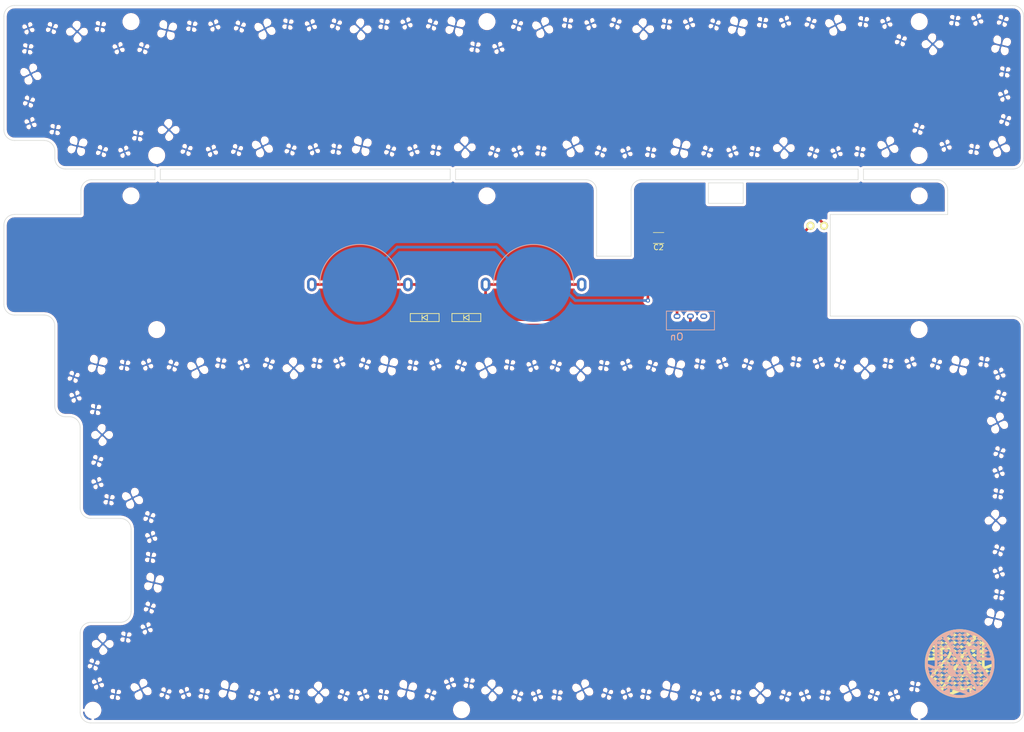
<source format=kicad_pcb>
(kicad_pcb (version 20171130) (host pcbnew "(5.1.5)-3")
  (layers (0 F.Cu signal) (31 B.Cu signal) (34 B.Paste user) (35 F.Paste user) (36 B.SilkS user) (37 F.SilkS user) (38 B.Mask user) (39 F.Mask user) (44 Edge.Cuts user))
  (net 0 "")
  (net 1 GND)
  (net 2 Bat+)
  (net 3 "Net-(BT4-Pad1)")
  (net 4 "Net-(BT3-Pad1)")
  (net 5 "Net-(SW2-Pad3)")
  (net 6 "Net-(D3-Pad1)")
  (module logos:742 (layer F.Cu) (at 331.525 122.225)
    (fp_text reference G*** hide)
    (fp_text value LOGO hide)
  )
  (module logos:742 (layer B.Cu) (at 331.325 122.225 180)
    (fp_text reference G*** hide)
    (fp_text value LOGO hide)
  )
  (module kbd:HOLE_m2 (layer F.Cu) (at 238.125 130.875)
    (fp_text reference J5)
    (fp_text value Conn_01x01)
    (pad "" np_thru_hole circle (at 0 0) (size 2.2 2.2) (drill 2.2) (layers *.Cu *.Mask))
  )
  (module kbd:D3_SMD_L1 (layer B.Cu) (at 239.025 57.425)
    (fp_text reference D4 hide)
    (fp_text value D hide)
    (pad 2 smd rect (at 1.775 0) (size 1.3 0.95) (layers F.Cu F.Paste F.Mask) (net 3 "Net-(BT4-Pad1)"))
    (pad 1 smd rect (at -1.775 0) (size 1.3 0.95) (layers F.Cu F.Paste F.Mask) (net 6 "Net-(D3-Pad1)"))
  )
  (module kbd:HOLE_m2 (layer F.Cu) (at 176.212 34.625)
    (fp_text reference J4)
    (fp_text value Conn_01x01)
    (pad "" np_thru_hole circle (at 0 0) (size 2.2 2.2) (drill 2.2) (layers *.Cu *.Mask))
  )
  (module kbd:HOLE_m2 (layer F.Cu) (at 242.888 34.625)
    (fp_text reference J14)
    (fp_text value Conn_01x01)
    (pad "" np_thru_hole circle (at 0 0) (size 2.2 2.2) (drill 2.2) (layers *.Cu *.Mask))
  )
  (module kbd:HOLE_m2 (layer F.Cu) (at 323.85 34.625)
    (fp_text reference J13)
    (fp_text value Conn_01x01)
    (pad "" np_thru_hole circle (at 0 0) (size 2.2 2.2) (drill 2.2) (layers *.Cu *.Mask))
  )
  (module kbd:HOLE_m2 (layer F.Cu) (at 181.025 59.675 180)
    (fp_text reference J19)
    (fp_text value Conn_01x01)
    (pad "" np_thru_hole circle (at 0 0 180) (size 2.2 2.2) (drill 2.2) (layers *.Cu *.Mask))
  )
  (module kbd:HOLE_m2 (layer F.Cu) (at 176.212 1.99)
    (fp_text reference Ref**)
    (fp_text value Val**)
    (pad "" np_thru_hole circle (at 0 0) (size 2.2 2.2) (drill 2.2) (layers *.Cu *.Mask))
  )
  (module kbd:C_1206_HandSoldering_Back (layer B.Cu) (at 275.025 42.325)
    (fp_text reference C2 (at 0 1.9425 -180) (layer F.SilkS))
    (fp_text value C_Small)
    (pad 1 smd rect (at 2 0.1925 180) (size 2 1.6) (layers F.Cu F.Paste F.Mask) (net 2 Bat+))
    (pad 2 smd rect (at -2 0.1925 180) (size 2 1.6) (layers F.Cu F.Paste F.Mask) (net 1 GND))
  )
  (module kbd:D3_SMD_L1 (layer B.Cu) (at 231.225 57.425)
    (fp_text reference D3 hide)
    (fp_text value D hide)
    (pad 1 smd rect (at -1.775 0) (size 1.3 0.95) (layers F.Cu F.Paste F.Mask) (net 6 "Net-(D3-Pad1)"))
    (pad 2 smd rect (at 1.775 0) (size 1.3 0.95) (layers F.Cu F.Paste F.Mask) (net 4 "Net-(BT3-Pad1)"))
  )
  (module kbd:HOLE_m2 (layer F.Cu) (at 169.069 130.969)
    (fp_text reference J16)
    (fp_text value Conn_01x01)
    (pad "" np_thru_hole circle (at 0 0) (size 2.2 2.2) (drill 2.2) (layers *.Cu *.Mask))
  )
  (module kbd:HOLE_m2 (layer F.Cu) (at 323.825 59.675)
    (fp_text reference J18)
    (fp_text value Conn_01x01)
    (pad "" np_thru_hole circle (at 0 0) (size 2.2 2.2) (drill 2.2) (layers *.Cu *.Mask))
  )
  (module kbd:HOLE_m2 (layer F.Cu) (at 181.025 27.05 180)
    (fp_text reference J19)
    (fp_text value Conn_01x01)
    (pad "" np_thru_hole circle (at 0 0 180) (size 2.2 2.2) (drill 2.2) (layers *.Cu *.Mask))
  )
  (module kbd:HOLE_m2 (layer F.Cu) (at 323.85 130.969)
    (fp_text reference J15)
    (fp_text value Conn_01x01)
    (pad "" np_thru_hole circle (at 0 0) (size 2.2 2.2) (drill 2.2) (layers *.Cu *.Mask))
  )
  (module kbd:MSK-12D19 (layer B.Cu) (at 280.9875 58.225)
    (fp_text reference SW2 hide)
    (fp_text value SW_Push_SPDT hide)
    (pad 3 thru_hole oval (at 2.5 -1.05) (size 1.3 1) (drill oval 0.8 0.5) (layers *.Cu *.Mask) (net 5 "Net-(SW2-Pad3)") (clearance 0.15))
    (pad 2 thru_hole oval (at 0 -1.05) (size 1.3 1) (drill oval 0.8 0.5) (layers *.Cu *.Mask) (net 6 "Net-(D3-Pad1)") (clearance 0.15))
    (pad 1 thru_hole oval (at -2.5 -1.05) (size 1.3 1) (drill oval 0.8 0.5) (layers *.Cu *.Mask) (net 2 Bat+) (clearance 0.15))
  )
  (module kbd:ali_CR1632 (layer B.Cu) (at 219.075 51.225)
    (fp_text reference BT3 hide)
    (fp_text value Battery_Cell)
    (pad 1 thru_hole oval (at 9 0) (size 1.8 2.55) (drill oval 0.8 1.55) (layers *.Cu *.Mask) (net 4 "Net-(BT3-Pad1)"))
    (pad 2 smd circle (at 0 0) (size 14 14) (layers B.Cu B.Mask) (net 1 GND))
    (pad 1 thru_hole oval (at -9 0) (size 1.8 2.55) (drill oval 0.8 1.55) (layers *.Cu *.Mask) (net 4 "Net-(BT3-Pad1)"))
  )
  (module kbd:ali_CR1632 (layer B.Cu) (at 251.625 51.225)
    (fp_text reference BT4 hide)
    (fp_text value Battery_Cell)
    (pad 1 thru_hole oval (at -9 0) (size 1.8 2.55) (drill oval 0.8 1.55) (layers *.Cu *.Mask) (net 3 "Net-(BT4-Pad1)"))
    (pad 2 smd circle (at 0 0) (size 14 14) (layers B.Cu B.Mask) (net 1 GND))
    (pad 1 thru_hole oval (at 9 0) (size 1.8 2.55) (drill oval 0.8 1.55) (layers *.Cu *.Mask) (net 3 "Net-(BT4-Pad1)"))
  )
  (module kbd:2pinBLE (layer F.Cu) (at 305.025 40.225 90)
    (fp_text reference J20 hide)
    (fp_text value Conn_01x02 hide)
    (pad 1 thru_hole circle (at 0 -1.544 90) (size 1.524 1.524) (drill 0.8128) (layers *.Cu *.Mask F.SilkS) (net 2 Bat+))
    (pad 2 thru_hole circle (at 0 0.996 90) (size 1.524 1.524) (drill 0.8128) (layers *.Cu *.Mask F.SilkS) (net 1 GND))
  )
  (module kbd:HOLE_m2 (layer F.Cu) (at 323.85 1.99)
    (fp_text reference Ref**)
    (fp_text value Val**)
    (pad "" np_thru_hole circle (at 0 0) (size 2.2 2.2) (drill 2.2) (layers *.Cu *.Mask))
  )
  (module kbd:HOLE_m2 (layer F.Cu) (at 323.825 27.05)
    (fp_text reference Ref**)
    (fp_text value Val**)
    (pad "" np_thru_hole circle (at 0 0) (size 2.2 2.2) (drill 2.2) (layers *.Cu *.Mask))
  )
  (module kbd:HOLE_m2 (layer F.Cu) (at 242.888 1.99)
    (fp_text reference Ref**)
    (fp_text value Val**)
    (pad "" np_thru_hole circle (at 0 0) (size 2.2 2.2) (drill 2.2) (layers *.Cu *.Mask))
  )
  (gr_arc (start 271.875 33.6) (end 271.875 31.6) (angle -90) (layer Edge.Cuts) (width 0.1))
  (gr_arc (start 261.425 33.6) (end 263.425 33.6) (angle -90) (layer Edge.Cuts) (width 0.1))
  (gr_arc (start 168.825 33.6) (end 168.825 31.6) (angle -90) (layer Edge.Cuts) (width 0.1))
  (gr_arc (start 327.175 33.6) (end 329.175 33.6) (angle -90) (layer Edge.Cuts) (width 0.1))
  (gr_line (start 154.4 -1.035) (end 341.4 -1.035) (layer Edge.Cuts) (width 0.1))
  (gr_line (start 312.4 31.6) (end 271.875 31.6) (layer Edge.Cuts) (width 0.1))
  (gr_line (start 312.4 29.6) (end 237 29.6) (layer Edge.Cuts) (width 0.1))
  (gr_line (start 313.4 29.6) (end 313.4 31.6) (layer Edge.Cuts) (width 0.1))
  (gr_line (start 312.4 31.6) (end 312.4 29.6) (layer Edge.Cuts) (width 0.1))
  (gr_line (start 284.375 32.2) (end 290.875 32.2) (layer Edge.Cuts) (width 0.1))
  (gr_line (start 329.175 38.125) (end 307.18125 38.125) (layer Edge.Cuts) (width 0.1))
  (gr_line (start 329.175 33.6) (end 329.175 38.125) (layer Edge.Cuts) (width 0.1))
  (gr_line (start 166.825 38.1) (end 166.825 33.6) (layer Edge.Cuts) (width 0.1))
  (gr_line (start 154.4 38.1) (end 166.825 38.1) (layer Edge.Cuts) (width 0.1))
  (gr_line (start 261.425 31.6) (end 237 31.6) (layer Edge.Cuts) (width 0.1))
  (gr_arc (start 154.4 22.26) (end 152.4 22.26) (angle -90) (layer Edge.Cuts) (width 0.1))
  (gr_arc (start 159.94 26.26) (end 161.94 26.26) (angle -90) (layer Edge.Cuts) (width 0.1))
  (gr_line (start 236 31.6) (end 181.7 31.6) (layer Edge.Cuts) (width 0.1))
  (gr_line (start 180.7 29.6) (end 163.94 29.6) (layer Edge.Cuts) (width 0.1))
  (gr_line (start 236 29.6) (end 181.7 29.6) (layer Edge.Cuts) (width 0.1))
  (gr_line (start 341.4 29.6) (end 313.4 29.6) (layer Edge.Cuts) (width 0.1))
  (gr_line (start 181.7 29.6) (end 181.7 31.6) (layer Edge.Cuts) (width 0.1))
  (gr_line (start 180.7 31.6) (end 180.7 29.6) (layer Edge.Cuts) (width 0.1))
  (gr_line (start 237 29.6) (end 237 31.6) (layer Edge.Cuts) (width 0.1))
  (gr_line (start 236 31.6) (end 236 29.6) (layer Edge.Cuts) (width 0.1))
  (gr_line (start 161.94 26.26) (end 161.94 27.6) (layer Edge.Cuts) (width 0.1))
  (gr_line (start 154.4 24.26) (end 159.94 24.26) (layer Edge.Cuts) (width 0.1))
  (gr_arc (start 154.4 0.965) (end 154.4 -1.035) (angle -90) (layer Edge.Cuts) (width 0.1))
  (gr_arc (start 341.4 0.965) (end 343.4 0.965) (angle -90) (layer Edge.Cuts) (width 0.1))
  (gr_line (start 343.4 27.6) (end 343.4 0.965) (layer Edge.Cuts) (width 0.1))
  (gr_arc (start 341.4 27.6) (end 341.4 29.6) (angle -90) (layer Edge.Cuts) (width 0.1))
  (gr_line (start 152.4 0.965) (end 152.4 22.26) (layer Edge.Cuts) (width 0.1))
  (gr_arc (start 168.6875 131.35) (end 166.6875 131.35) (angle -90) (layer Edge.Cuts) (width 0.1))
  (gr_line (start 166.6875 116.5) (end 166.6875 131.35) (layer Edge.Cuts) (width 0.1))
  (gr_arc (start 168.6875 116.5) (end 168.6875 114.5) (angle -90) (layer Edge.Cuts) (width 0.1))
  (gr_arc (start 163.94 27.6) (end 161.94 27.6) (angle -90) (layer Edge.Cuts) (width 0.1))
  (gr_line (start 341.4 133.35) (end 168.6875 133.35) (layer Edge.Cuts) (width 0.1))
  (gr_text On (at 278.425 61.025) (layer B.SilkS) (effects (font (size 1.3 1.3) (thickness 0.2)) (justify mirror)))
  (gr_line (start 327.175 31.6) (end 313.4 31.6) (layer Edge.Cuts) (width 0.1))
  (gr_line (start 290.875 36.025) (end 290.875 32.2) (layer Edge.Cuts) (width 0.1))
  (gr_line (start 284.375 36.025) (end 290.875 36.025) (layer Edge.Cuts) (width 0.1))
  (gr_line (start 284.375 32.2) (end 284.375 36.025) (layer Edge.Cuts) (width 0.1))
  (gr_line (start 263.425 45.925) (end 263.425 33.6) (layer Edge.Cuts) (width 0.1))
  (gr_line (start 269.875 45.925) (end 263.425 45.925) (layer Edge.Cuts) (width 0.1))
  (gr_line (start 269.875 33.6) (end 269.875 45.925) (layer Edge.Cuts) (width 0.1))
  (gr_line (start 307.18125 57.15) (end 341.4 57.15) (layer Edge.Cuts) (width 0.1))
  (gr_line (start 307.18125 38.125) (end 307.18125 57.15) (layer Edge.Cuts) (width 0.1))
  (gr_arc (start 159.925 58.95) (end 161.925 58.95) (angle -90) (layer Edge.Cuts) (width 0.1))
  (gr_arc (start 154.4 54.95) (end 152.4 54.95) (angle -90) (layer Edge.Cuts) (width 0.1))
  (gr_arc (start 154.4 40.1) (end 154.4 38.1) (angle -90) (layer Edge.Cuts) (width 0.1))
  (gr_arc (start 341.4 59.15) (end 343.4 59.15) (angle -90) (layer Edge.Cuts) (width 0.1))
  (gr_arc (start 341.4 131.35) (end 341.4 133.35) (angle -90) (layer Edge.Cuts) (width 0.1))
  (gr_arc (start 163.925 74) (end 161.925 74) (angle -90) (layer Edge.Cuts) (width 0.1))
  (gr_arc (start 174.225 97.05) (end 176.225 97.05) (angle -90) (layer Edge.Cuts) (width 0.1))
  (gr_arc (start 168.6875 93.05) (end 166.6875 93.05) (angle -90) (layer Edge.Cuts) (width 0.1))
  (gr_arc (start 164.6875 78) (end 166.6875 78) (angle -90) (layer Edge.Cuts) (width 0.1))
  (gr_arc (start 174.225 112.5) (end 174.225 114.5) (angle -90) (layer Edge.Cuts) (width 0.1))
  (gr_line (start 154.4 56.95) (end 159.925 56.95) (layer Edge.Cuts) (width 0.1))
  (gr_line (start 180.7 31.6) (end 168.825 31.6) (layer Edge.Cuts) (width 0.1))
  (gr_line (start 343.4 131.35) (end 343.4 59.15) (layer Edge.Cuts) (width 0.1))
  (gr_line (start 174.225 114.5) (end 168.6875 114.5) (layer Edge.Cuts) (width 0.1))
  (gr_line (start 176.225 97.05) (end 176.225 112.5) (layer Edge.Cuts) (width 0.1))
  (gr_line (start 168.6875 95.05) (end 174.225 95.05) (layer Edge.Cuts) (width 0.1))
  (gr_line (start 166.6875 78) (end 166.6875 93.05) (layer Edge.Cuts) (width 0.1))
  (gr_line (start 163.925 76) (end 164.6875 76) (layer Edge.Cuts) (width 0.1))
  (gr_line (start 161.925 58.95) (end 161.925 74) (layer Edge.Cuts) (width 0.1))
  (gr_line (start 152.4 40.1) (end 152.4 54.95) (layer Edge.Cuts) (width 0.1))
  (segment (start 306.021 39.929) (end 304.317 38.225) (width 0.5) (layer F.Cu) (net 1))
  (segment (start 306.021 40.225) (end 306.021 39.929) (width 0.5) (layer F.Cu) (net 1))
  (segment (start 251.625 50.00625) (end 251.625 50.125) (width 0.5) (layer B.Cu) (net 1))
  (segment (start 251.625 50.125) (end 247.525 54.225) (width 0.5) (layer B.Cu) (net 1))
  (segment (start 255.84375 54.225) (end 251.625 50.00625) (width 0.5) (layer B.Cu) (net 1))
  (segment (start 244.625001 44.225001) (end 251.625 51.225) (width 0.5) (layer B.Cu) (net 1))
  (segment (start 226.074999 44.225001) (end 244.625001 44.225001) (width 0.5) (layer B.Cu) (net 1))
  (segment (start 219.075 51.225) (end 226.074999 44.225001) (width 0.5) (layer B.Cu) (net 1))
  (segment (start 276.0175 38.225) (end 304.317 38.225) (width 0.5) (layer F.Cu) (net 1))
  (segment (start 273.025 41.2175) (end 276.0175 38.225) (width 0.5) (layer F.Cu) (net 1))
  (segment (start 273.025 42.5175) (end 273.025 41.2175) (width 0.5) (layer F.Cu) (net 1))
  (segment (start 256.425 51.225) (end 251.625 51.225) (width 0.5) (layer B.Cu) (net 1))
  (segment (start 259.425 54.225) (end 256.425 51.225) (width 0.5) (layer B.Cu) (net 1))
  (via (at 273.025 54.225) (size 0.8) (drill 0.4) (layers F.Cu B.Cu) (net 1))
  (segment (start 273.025 42.5175) (end 273.025 54.225) (width 0.5) (layer F.Cu) (net 1))
  (segment (start 273.025 54.225) (end 259.425 54.225) (width 0.5) (layer B.Cu) (net 1))
  (segment (start 278.4875 56.175) (end 277.025 54.7125) (width 0.5) (layer F.Cu) (net 2))
  (segment (start 278.4875 57.175) (end 278.4875 56.175) (width 0.5) (layer F.Cu) (net 2))
  (segment (start 277.025 54.7125) (end 277.025 42.5175) (width 0.5) (layer F.Cu) (net 2))
  (segment (start 301.1885 42.5175) (end 303.481 40.225) (width 0.5) (layer F.Cu) (net 2))
  (segment (start 277.025 42.5175) (end 301.1885 42.5175) (width 0.5) (layer F.Cu) (net 2))
  (segment (start 259.225 51.225) (end 242.625 51.225) (width 0.5) (layer F.Cu) (net 3))
  (segment (start 260.625 51.225) (end 259.225 51.225) (width 0.5) (layer F.Cu) (net 3))
  (segment (start 240.8 54.825) (end 240.8 57.425) (width 0.5) (layer F.Cu) (net 3))
  (segment (start 242.625 51.225) (end 242.625 53) (width 0.5) (layer F.Cu) (net 3))
  (segment (start 242.625 53) (end 240.8 54.825) (width 0.5) (layer F.Cu) (net 3))
  (segment (start 228.075 51.225) (end 210.075 51.225) (width 0.5) (layer F.Cu) (net 4))
  (segment (start 233 56.45) (end 233 57.425) (width 0.5) (layer F.Cu) (net 4))
  (segment (start 233 54.75) (end 233 56.45) (width 0.5) (layer F.Cu) (net 4))
  (segment (start 229.475 51.225) (end 233 54.75) (width 0.5) (layer F.Cu) (net 4))
  (segment (start 228.075 51.225) (end 229.475 51.225) (width 0.5) (layer F.Cu) (net 4))
  (segment (start 236.1 57.425) (end 234.7 58.825) (width 0.5) (layer F.Cu) (net 6))
  (segment (start 237.25 57.425) (end 236.1 57.425) (width 0.5) (layer F.Cu) (net 6))
  (segment (start 234.7 58.825) (end 231.025 58.825) (width 0.5) (layer F.Cu) (net 6))
  (segment (start 229.625 57.425) (end 229.45 57.425) (width 0.5) (layer F.Cu) (net 6))
  (segment (start 231.025 58.825) (end 229.625 57.425) (width 0.5) (layer F.Cu) (net 6))
  (segment (start 238.4 57.425) (end 239.8 58.825) (width 0.5) (layer F.Cu) (net 6))
  (segment (start 237.25 57.425) (end 238.4 57.425) (width 0.5) (layer F.Cu) (net 6))
  (segment (start 280.9875 58.175) (end 280.9875 57.175) (width 0.5) (layer F.Cu) (net 6))
  (segment (start 280.3375 58.825) (end 280.9875 58.175) (width 0.5) (layer F.Cu) (net 6))
  (segment (start 239.8 58.825) (end 280.3375 58.825) (width 0.5) (layer F.Cu) (net 6))
  (zone (net 0) (net_name "") (layer F.Cu) (connect_pads (clearance 0.508)) (min_thickness 0.254) (fill yes (arc_segments 32) (thermal_gap 0.508) (thermal_bridge_width 0.508))
    (polygon (pts (xy 263.4 45.9) (xy 269.175 45.85) (xy 269.175 30.65) (xy 329.275 30.7) (xy 329.225 38.15) (xy 307.2 38.15) (xy 307.175 57.15) (xy 340.875 57.15) (xy 341.85 57.125) (xy 342.5 57.375) (xy 343 57.925) (xy 343.3 58.4) (xy 343.425 59) (xy 343.475 131.4) (xy 343.225 132.1) (xy 342.85 132.7) (xy 342.275 133.125) (xy 341.725 133.375) (xy 167.375 133.35) (xy 166.775 133.05) (xy 166.175 132.35) (xy 165.875 131.65) (xy 165.875 116.45) (xy 166.075 115.85) (xy 166.375 115.25) (xy 166.775 114.85) (xy 167.275 114.65) (xy 167.775 114.55) (xy 173.475 114.55) (xy 173.975 114.45) (xy 174.675 114.15) (xy 175.075 113.75) (xy 175.375 113.15) (xy 175.475 112.65) (xy 175.475 96.95) (xy 175.375 96.45) (xy 175.175 96.05) (xy 174.775 95.55) (xy 174.275 95.25) (xy 173.475 95.05) (xy 167.475 95.05) (xy 166.875 94.75) (xy 166.375 94.35) (xy 166.075 93.85) (xy 165.975 93.15) (xy 165.975 77.95) (xy 165.775 77.25) (xy 165.475 76.75) (xy 164.975 76.35) (xy 164.575 76.15) (xy 164.075 76.05) (xy 163.175 76.05) (xy 162.675 75.95) (xy 162.175 75.75) (xy 161.775 75.45) (xy 161.475 75.05) (xy 161.275 74.65) (xy 161.175 74.15) (xy 161.175 58.75) (xy 160.975 58.15) (xy 160.675 57.65) (xy 160.175 57.25) (xy 159.775 57.05) (xy 159.275 56.95) (xy 153.275 56.95) (xy 152.675 56.75) (xy 152.075 56.25) (xy 151.775 55.65) (xy 151.675 55.15) (xy 151.675 39.75) (xy 151.875 39.15) (xy 152.375 38.55) (xy 152.975 38.25) (xy 153.475 38.15) (xy 166.775 38.15) (xy 166.775 30.65) (xy 263.55 30.675)))
  )
  (zone (net 0) (net_name "") (layer F.Cu) (connect_pads (clearance 0.508)) (min_thickness 0.254) (fill yes (arc_segments 32) (thermal_gap 0.508) (thermal_bridge_width 0.508))
    (polygon (pts (xy 342.075 -1.476922) (xy 342.875 -0.976922) (xy 343.275 -0.376922) (xy 343.475 0.323078) (xy 343.475 28.123078) (xy 343.375 28.723078) (xy 343.075 29.323078) (xy 342.475 29.823078) (xy 341.675 30.123078) (xy 163.775 30.123078) (xy 162.875 29.823078) (xy 162.275 29.223078) (xy 161.975 28.423078) (xy 161.975 26.423078) (xy 161.675 25.623078) (xy 160.975 25.023078) (xy 159.975 24.823078) (xy 154.175 24.823078) (xy 153.275 24.423078) (xy 152.775 23.923078) (xy 152.475 23.023078) (xy 152.475 0.123078) (xy 152.775 -0.776922) (xy 153.475 -1.276922) (xy 154.375 -1.576922) (xy 341.475 -1.576922)))
  )
  (zone (net 0) (net_name "") (layer B.Cu) (connect_pads (clearance 0.508)) (min_thickness 0.254) (fill yes (arc_segments 32) (thermal_gap 0.508) (thermal_bridge_width 0.508))
    (polygon (pts (xy 342.075 -1.476922) (xy 342.875 -0.976922) (xy 343.275 -0.376922) (xy 343.475 0.323078) (xy 343.475 28.123078) (xy 343.375 28.723078) (xy 343.075 29.323078) (xy 342.475 29.823078) (xy 341.675 30.123078) (xy 163.775 30.123078) (xy 162.875 29.823078) (xy 162.275 29.223078) (xy 161.975 28.423078) (xy 161.975 26.423078) (xy 161.675 25.623078) (xy 160.975 25.023078) (xy 159.975 24.823078) (xy 154.175 24.823078) (xy 153.275 24.423078) (xy 152.775 23.923078) (xy 152.475 23.023078) (xy 152.475 0.123078) (xy 152.775 -0.776922) (xy 153.475 -1.276922) (xy 154.375 -1.576922) (xy 341.475 -1.576922)))
  )
  (zone (net 0) (net_name "") (layer B.Cu) (connect_pads (clearance 0.508)) (min_thickness 0.254) (fill yes (arc_segments 32) (thermal_gap 0.508) (thermal_bridge_width 0.508))
    (polygon (pts (xy 263.4 45.925) (xy 269.175 45.85) (xy 269.175 30.65) (xy 329.275 30.7) (xy 329.225 38.15) (xy 307.2 38.15) (xy 307.175 57.15) (xy 340.875 57.15) (xy 341.85 57.125) (xy 342.5 57.375) (xy 343 57.925) (xy 343.3 58.4) (xy 343.425 59) (xy 343.475 131.4) (xy 343.225 132.1) (xy 342.85 132.7) (xy 342.275 133.125) (xy 341.725 133.375) (xy 167.375 133.35) (xy 166.775 133.05) (xy 166.175 132.35) (xy 165.875 131.65) (xy 165.875 116.45) (xy 166.075 115.85) (xy 166.375 115.25) (xy 166.775 114.85) (xy 167.275 114.65) (xy 167.775 114.55) (xy 173.475 114.55) (xy 173.975 114.45) (xy 174.675 114.15) (xy 175.075 113.75) (xy 175.375 113.15) (xy 175.475 112.65) (xy 175.475 96.95) (xy 175.375 96.45) (xy 175.175 96.05) (xy 174.775 95.55) (xy 174.275 95.25) (xy 173.475 95.05) (xy 167.475 95.05) (xy 166.875 94.75) (xy 166.375 94.35) (xy 166.075 93.85) (xy 165.975 93.15) (xy 165.975 77.95) (xy 165.775 77.25) (xy 165.475 76.75) (xy 164.975 76.35) (xy 164.575 76.15) (xy 164.075 76.05) (xy 163.175 76.05) (xy 162.675 75.95) (xy 162.175 75.75) (xy 161.775 75.45) (xy 161.475 75.05) (xy 161.275 74.65) (xy 161.175 74.15) (xy 161.175 58.75) (xy 160.975 58.15) (xy 160.675 57.65) (xy 160.175 57.25) (xy 159.775 57.05) (xy 159.275 56.95) (xy 153.275 56.95) (xy 152.675 56.75) (xy 152.075 56.25) (xy 151.775 55.65) (xy 151.675 55.15) (xy 151.675 39.75) (xy 151.875 39.15) (xy 152.375 38.55) (xy 152.975 38.25) (xy 153.475 38.15) (xy 166.775 38.15) (xy 166.775 30.65) (xy 263.6 30.625)))
  )
  (zone (net 0) (net_name "") (layers F&B.Cu) (connect_pads (clearance 0.508)) (min_thickness 0.254)
    (keepout (tracks allowed) (vias allowed) (copperpour not_allowed))
    (fill (arc_segments 32) (thermal_gap 0.508) (thermal_bridge_width 0.508))
    (polygon (pts (xy 339.069221 108.651714) (xy 339.190896 108.477946) (xy 339.383515 108.418596) (xy 339.647083 108.473665) (xy 339.829534 108.64458) (xy 339.893224 108.861819) (xy 339.829473 109.076146) (xy 339.658559 109.258598) (xy 339.436976 109.297667) (xy 339.021346 109.244026) (xy 338.959083 109.178848)))
  )
  (zone (net 0) (net_name "") (layers F&B.Cu) (connect_pads (clearance 0.508)) (min_thickness 0.254)
    (keepout (tracks allowed) (vias allowed) (copperpour not_allowed))
    (fill (arc_segments 32) (thermal_gap 0.508) (thermal_bridge_width 0.508))
    (polygon (pts (xy 337.925156 108.498045) (xy 338.051171 108.348896) (xy 338.214829 108.269268) (xy 338.391511 108.263499) (xy 338.605838 108.327251) (xy 338.759329 108.477886) (xy 338.737563 108.786352) (xy 338.699858 109.148399) (xy 338.601377 109.165765) (xy 338.308849 109.090416) (xy 337.983018 108.970169) (xy 337.906303 108.679069)))
  )
  (zone (net 0) (net_name "") (layers F&B.Cu) (connect_pads (clearance 0.508)) (min_thickness 0.254)
    (keepout (tracks allowed) (vias allowed) (copperpour not_allowed))
    (fill (arc_segments 32) (thermal_gap 0.508) (thermal_bridge_width 0.508))
    (polygon (pts (xy 338.864883 109.652401) (xy 338.9909 109.503252) (xy 339.328326 109.545296) (xy 339.526715 109.662629) (xy 339.664265 109.866846) (xy 339.719275 110.034846) (xy 339.646841 110.199932) (xy 339.520825 110.349082) (xy 339.254345 110.421454) (xy 339.04436 110.382324) (xy 338.837289 110.21575) (xy 338.82718 110.014447)))
  )
  (zone (net 0) (net_name "") (layers F&B.Cu) (connect_pads (clearance 0.508)) (min_thickness 0.254)
    (keepout (tracks allowed) (vias allowed) (copperpour not_allowed))
    (fill (arc_segments 32) (thermal_gap 0.508) (thermal_bridge_width 0.508))
    (polygon (pts (xy 337.787423 109.588527) (xy 337.913439 109.439381) (xy 338.22916 109.358324) (xy 338.570928 109.424988) (xy 338.612912 109.519129) (xy 338.589721 109.675534) (xy 338.520141 110.144743) (xy 338.286963 110.262015) (xy 337.974155 110.215629) (xy 337.758402 109.999815) (xy 337.710649 109.728994)))
  )
  (zone (net 0) (net_name "") (layers F&B.Cu) (connect_pads (clearance 0.508)) (min_thickness 0.254)
    (keepout (tracks allowed) (vias allowed) (copperpour not_allowed))
    (fill (arc_segments 32) (thermal_gap 0.508) (thermal_bridge_width 0.508))
    (polygon (pts (xy 337.139635 115.076548) (xy 336.742303 115.200041) (xy 336.298083 114.990471) (xy 336.072013 114.6376) (xy 336.054185 114.231019) (xy 336.218628 113.879475) (xy 336.484987 113.678719) (xy 336.837195 113.647905) (xy 337.419216 113.809927) (xy 337.598403 113.829741) (xy 337.716388 113.961378) (xy 337.62547 114.341982) (xy 337.454205 114.818342)))
  )
  (zone (net 0) (net_name "") (layers F&B.Cu) (connect_pads (clearance 0.508)) (min_thickness 0.254)
    (keepout (tracks allowed) (vias allowed) (copperpour not_allowed))
    (fill (arc_segments 32) (thermal_gap 0.508) (thermal_bridge_width 0.508))
    (polygon (pts (xy 339.426139 113.82954) (xy 339.288338 113.877088) (xy 339.077012 113.895575) (xy 338.786003 113.814564) (xy 338.42455 113.739716) (xy 338.226212 113.703834) (xy 338.152691 113.674776) (xy 338.134203 113.463451) (xy 338.235025 112.993255) (xy 338.37041 112.715234) (xy 338.563246 112.48542) (xy 338.800548 112.358186) (xy 339.04401 112.325) (xy 339.2 112.35) (xy 339.482067 112.440523) (xy 339.695811 112.65251) (xy 339.806974 112.908964) (xy 339.812474 113.174659) (xy 339.731463 113.46567) (xy 339.605986 113.6541)))
  )
  (zone (net 0) (net_name "") (layers F&B.Cu) (connect_pads (clearance 0.508)) (min_thickness 0.254)
    (keepout (tracks allowed) (vias allowed) (copperpour not_allowed))
    (fill (arc_segments 32) (thermal_gap 0.508) (thermal_bridge_width 0.508))
    (polygon (pts (xy 339.055642 115.476768) (xy 338.767051 115.626233) (xy 338.430915 115.637898) (xy 338.092355 115.419082) (xy 337.857044 114.960549) (xy 337.836135 114.518751) (xy 338.001236 113.971948) (xy 338.036461 113.968867) (xy 338.177343 113.956542) (xy 338.394829 114.008494) (xy 338.68584 114.089505) (xy 339.101665 114.177342) (xy 339.353711 114.42147) (xy 339.390687 114.844118) (xy 339.267628 115.263026)))
  )
  (zone (net 0) (net_name "") (layers F&B.Cu) (connect_pads (clearance 0.508)) (min_thickness 0.254)
    (keepout (tracks allowed) (vias allowed) (copperpour not_allowed))
    (fill (arc_segments 32) (thermal_gap 0.508) (thermal_bridge_width 0.508))
    (polygon (pts (xy 337.788158 113.564706) (xy 337.736867 113.58694) (xy 337.682492 113.573951) (xy 337.468088 113.557218) (xy 336.774242 113.333998) (xy 336.563579 113.157232) (xy 336.47465 112.95207) (xy 336.449998 112.670305) (xy 336.51494 112.398445) (xy 336.669473 112.136492) (xy 336.849321 111.961052) (xy 337.054482 111.87212) (xy 337.374552 111.87961) (xy 337.559901 111.969863) (xy 337.866317 112.226979) (xy 337.961411 112.502582) (xy 337.963166 112.928314) (xy 337.917375 113.216241) (xy 337.865422 113.43373)))
  )
  (zone (net 0) (net_name "") (layers F&B.Cu) (connect_pads (clearance 0.508)) (min_thickness 0.254)
    (keepout (tracks allowed) (vias allowed) (copperpour not_allowed))
    (fill (arc_segments 32) (thermal_gap 0.508) (thermal_bridge_width 0.508))
    (polygon (pts (xy 338.8 81.6) (xy 338.925 81.75) (xy 338.95 82.075) (xy 338.825 82.4) (xy 338.725 82.425) (xy 338.575 82.375) (xy 338.125 82.225) (xy 338.05 81.975) (xy 338.15 81.675) (xy 338.4 81.5) (xy 338.675 81.5)))
  )
  (zone (net 0) (net_name "") (layers F&B.Cu) (connect_pads (clearance 0.508)) (min_thickness 0.254)
    (keepout (tracks allowed) (vias allowed) (copperpour not_allowed))
    (fill (arc_segments 32) (thermal_gap 0.508) (thermal_bridge_width 0.508))
    (polygon (pts (xy 339.5 83.025) (xy 339.65 83.175) (xy 339.675 83.375) (xy 339.575 83.625) (xy 339.375 83.775) (xy 339.15 83.8) (xy 338.95 83.7) (xy 338.8 83.5) (xy 338.8 83.275) (xy 338.925 82.875) (xy 339 82.825)))
  )
  (zone (net 0) (net_name "") (layers F&B.Cu) (connect_pads (clearance 0.508)) (min_thickness 0.254)
    (keepout (tracks allowed) (vias allowed) (copperpour not_allowed))
    (fill (arc_segments 32) (thermal_gap 0.508) (thermal_bridge_width 0.508))
    (polygon (pts (xy 338.55 82.65) (xy 338.675 82.8) (xy 338.575 83.125) (xy 338.425 83.3) (xy 338.175 83.4) (xy 338.025 83.4) (xy 337.875 83.325) (xy 337.75 83.175) (xy 337.725 82.9) (xy 337.8 82.7) (xy 338 82.525) (xy 338.2 82.55)))
  )
  (zone (net 0) (net_name "") (layers F&B.Cu) (connect_pads (clearance 0.508)) (min_thickness 0.254)
    (keepout (tracks allowed) (vias allowed) (copperpour not_allowed))
    (fill (arc_segments 32) (thermal_gap 0.508) (thermal_bridge_width 0.508))
    (polygon (pts (xy 339.85 81.925) (xy 339.975 82.075) (xy 340.025 82.25) (xy 340 82.425) (xy 339.9 82.625) (xy 339.725 82.75) (xy 339.425 82.675) (xy 339.075 82.575) (xy 339.075 82.475) (xy 339.2 82.2) (xy 339.375 81.9) (xy 339.675 81.875)))
  )
  (zone (net 0) (net_name "") (layers F&B.Cu) (connect_pads (clearance 0.508)) (min_thickness 0.254)
    (keepout (tracks allowed) (vias allowed) (copperpour not_allowed))
    (fill (arc_segments 32) (thermal_gap 0.508) (thermal_bridge_width 0.508))
    (polygon (pts (xy 338.478032 86.578749) (xy 338.670207 86.613307) (xy 338.802509 86.926549) (xy 338.80009 87.157025) (xy 338.692008 87.378256) (xy 338.574021 87.509896) (xy 338.394835 87.52971) (xy 338.20266 87.495151) (xy 338.006743 87.300558) (xy 337.935639 87.099141) (xy 337.97636 86.836525) (xy 338.145639 86.727119)))
  )
  (zone (net 0) (net_name "") (layers F&B.Cu) (connect_pads (clearance 0.508)) (min_thickness 0.254)
    (keepout (tracks allowed) (vias allowed) (copperpour not_allowed))
    (fill (arc_segments 32) (thermal_gap 0.508) (thermal_bridge_width 0.508))
    (polygon (pts (xy 339.446821 86.255367) (xy 339.658146 86.273856) (xy 339.805854 86.410994) (xy 339.889947 86.666785) (xy 339.833156 86.910249) (xy 339.676867 87.074027) (xy 339.459378 87.12598) (xy 339.215913 87.06919) (xy 339.071287 86.896828) (xy 338.909927 86.510062) (xy 338.935241 86.423551)))
  )
  (zone (net 0) (net_name "") (layers F&B.Cu) (connect_pads (clearance 0.508)) (min_thickness 0.254)
    (keepout (tracks allowed) (vias allowed) (copperpour not_allowed))
    (fill (arc_segments 32) (thermal_gap 0.508) (thermal_bridge_width 0.508))
    (polygon (pts (xy 339.00787 85.187742) (xy 339.200044 85.2223) (xy 339.350833 85.324218) (xy 339.44417 85.474346) (xy 339.496123 85.691834) (xy 339.442414 85.900078) (xy 339.164392 86.035461) (xy 338.831998 86.183831) (xy 338.767718 86.107227) (xy 338.686708 85.816216) (xy 338.627929 85.473915) (xy 338.841672 85.261927)))
  )
  (zone (net 0) (net_name "") (layers F&B.Cu) (connect_pads (clearance 0.508)) (min_thickness 0.254)
    (keepout (tracks allowed) (vias allowed) (copperpour not_allowed))
    (fill (arc_segments 32) (thermal_gap 0.508) (thermal_bridge_width 0.508))
    (polygon (pts (xy 337.994618 85.613703) (xy 338.186791 85.648263) (xy 338.414848 85.881157) (xy 338.527999 86.21047) (xy 338.467463 86.293899) (xy 338.320417 86.352017) (xy 337.87928 86.526364) (xy 337.66113 86.383062) (xy 337.544897 86.088969) (xy 337.623922 85.794215) (xy 337.834583 85.617448)))
  )
  (zone (net 0) (net_name "") (layers F&B.Cu) (connect_pads (clearance 0.508)) (min_thickness 0.254)
    (keepout (tracks allowed) (vias allowed) (copperpour not_allowed))
    (fill (arc_segments 32) (thermal_gap 0.508) (thermal_bridge_width 0.508))
    (polygon (pts (xy 338.919221 89.751714) (xy 339.040896 89.577946) (xy 339.233515 89.518596) (xy 339.497083 89.573665) (xy 339.679534 89.74458) (xy 339.743224 89.961819) (xy 339.679473 90.176146) (xy 339.508559 90.358598) (xy 339.286976 90.397667) (xy 338.871346 90.344026) (xy 338.809083 90.278848)))
  )
  (zone (net 0) (net_name "") (layers F&B.Cu) (connect_pads (clearance 0.508)) (min_thickness 0.254)
    (keepout (tracks allowed) (vias allowed) (copperpour not_allowed))
    (fill (arc_segments 32) (thermal_gap 0.508) (thermal_bridge_width 0.508))
    (polygon (pts (xy 338.714883 90.752401) (xy 338.8409 90.603252) (xy 339.178326 90.645296) (xy 339.376715 90.762629) (xy 339.514265 90.966846) (xy 339.569275 91.134846) (xy 339.496841 91.299932) (xy 339.370825 91.449082) (xy 339.104345 91.521454) (xy 338.89436 91.482324) (xy 338.687289 91.31575) (xy 338.67718 91.114447)))
  )
  (zone (net 0) (net_name "") (layers F&B.Cu) (connect_pads (clearance 0.508)) (min_thickness 0.254)
    (keepout (tracks allowed) (vias allowed) (copperpour not_allowed))
    (fill (arc_segments 32) (thermal_gap 0.508) (thermal_bridge_width 0.508))
    (polygon (pts (xy 337.637423 90.688527) (xy 337.763439 90.539381) (xy 338.07916 90.458324) (xy 338.420928 90.524988) (xy 338.462912 90.619129) (xy 338.439721 90.775534) (xy 338.370141 91.244743) (xy 338.136963 91.362015) (xy 337.824155 91.315629) (xy 337.608402 91.099815) (xy 337.560649 90.828994)))
  )
  (zone (net 0) (net_name "") (layers F&B.Cu) (connect_pads (clearance 0.508)) (min_thickness 0.254)
    (keepout (tracks allowed) (vias allowed) (copperpour not_allowed))
    (fill (arc_segments 32) (thermal_gap 0.508) (thermal_bridge_width 0.508))
    (polygon (pts (xy 337.775156 89.598045) (xy 337.901171 89.448896) (xy 338.064829 89.369268) (xy 338.241511 89.363499) (xy 338.455838 89.427251) (xy 338.609329 89.577886) (xy 338.587563 89.886352) (xy 338.549858 90.248399) (xy 338.451377 90.265765) (xy 338.158849 90.190416) (xy 337.833018 90.070169) (xy 337.756303 89.779069)))
  )
  (zone (net 0) (net_name "") (layers F&B.Cu) (connect_pads (clearance 0.508)) (min_thickness 0.254)
    (keepout (tracks allowed) (vias allowed) (copperpour not_allowed))
    (fill (arc_segments 32) (thermal_gap 0.508) (thermal_bridge_width 0.508))
    (polygon (pts (xy 336.875 94.65) (xy 337.035758 94.657133) (xy 337.228015 94.746784) (xy 337.439532 94.962447) (xy 337.715134 95.207993) (xy 337.868958 95.338237) (xy 337.918101 95.400164) (xy 337.82845 95.592421) (xy 337.506036 95.94921) (xy 337.249779 96.122293) (xy 336.967872 96.224899) (xy 336.698746 96.216435) (xy 336.459505 96.143885) (xy 336.314232 96.037133) (xy 336.149701 95.804369) (xy 336.070586 95.513911) (xy 336.102543 95.236235) (xy 336.230627 95.003385) (xy 336.44856 94.800224) (xy 336.65 94.725)))
  )
  (zone (net 0) (net_name "") (layers F&B.Cu) (connect_pads (clearance 0.508)) (min_thickness 0.254)
    (keepout (tracks allowed) (vias allowed) (copperpour not_allowed))
    (fill (arc_segments 32) (thermal_gap 0.508) (thermal_bridge_width 0.508))
    (polygon (pts (xy 338.178762 95.677753) (xy 338.234297 95.684144) (xy 338.274891 95.722578) (xy 338.452206 95.844272) (xy 338.941485 96.384509) (xy 339.035541 96.642925) (xy 339.009975 96.865065) (xy 338.890441 97.121408) (xy 338.69827 97.324374) (xy 338.433463 97.473965) (xy 338.18999 97.535978) (xy 337.96785 97.510413) (xy 337.694406 97.343893) (xy 337.579017 97.173056) (xy 337.442209 96.797179) (xy 337.497658 96.510953) (xy 337.709002 96.14138) (xy 337.892623 95.914922) (xy 338.046359 95.752549)))
  )
  (zone (net 0) (net_name "") (layers F&B.Cu) (connect_pads (clearance 0.508)) (min_thickness 0.254)
    (keepout (tracks allowed) (vias allowed) (copperpour not_allowed))
    (fill (arc_segments 32) (thermal_gap 0.508) (thermal_bridge_width 0.508))
    (polygon (pts (xy 339.496319 94.692718) (xy 339.902165 94.784441) (xy 340.182087 95.188042) (xy 340.201433 95.606672) (xy 340.013581 95.967694) (xy 339.695398 96.189921) (xy 339.364346 96.2306) (xy 339.043918 96.081182) (xy 338.620884 95.649856) (xy 338.475612 95.543104) (xy 338.439251 95.370108) (xy 338.70829 95.085955) (xy 339.09479 94.759048)))
  )
  (zone (net 0) (net_name "") (layers F&B.Cu) (connect_pads (clearance 0.508)) (min_thickness 0.254)
    (keepout (tracks allowed) (vias allowed) (copperpour not_allowed))
    (fill (arc_segments 32) (thermal_gap 0.508) (thermal_bridge_width 0.508))
    (polygon (pts (xy 338.037119 93.388116) (xy 338.361779 93.402971) (xy 338.658715 93.56094) (xy 338.842507 93.919716) (xy 338.817028 94.434474) (xy 338.614234 94.827538) (xy 338.19785 95.21853) (xy 338.165807 95.203588) (xy 338.037635 95.143821) (xy 337.875263 94.990085) (xy 337.663746 94.774422) (xy 337.347549 94.490441) (xy 337.251334 94.152998) (xy 337.430636 93.768485) (xy 337.74666 93.46723)))
  )
  (zone (net 0) (net_name "") (layers F&B.Cu) (connect_pads (clearance 0.508)) (min_thickness 0.254)
    (keepout (tracks allowed) (vias allowed) (copperpour not_allowed))
    (fill (arc_segments 32) (thermal_gap 0.508) (thermal_bridge_width 0.508))
    (polygon (pts (xy 338.503032 105.403749) (xy 338.695207 105.438307) (xy 338.827509 105.751549) (xy 338.82509 105.982025) (xy 338.717008 106.203256) (xy 338.599021 106.334896) (xy 338.419835 106.35471) (xy 338.22766 106.320151) (xy 338.031743 106.125558) (xy 337.960639 105.924141) (xy 338.00136 105.661525) (xy 338.170639 105.552119)))
  )
  (zone (net 0) (net_name "") (layers F&B.Cu) (connect_pads (clearance 0.508)) (min_thickness 0.254)
    (keepout (tracks allowed) (vias allowed) (copperpour not_allowed))
    (fill (arc_segments 32) (thermal_gap 0.508) (thermal_bridge_width 0.508))
    (polygon (pts (xy 339.471821 105.080367) (xy 339.683146 105.098856) (xy 339.830854 105.235994) (xy 339.914947 105.491785) (xy 339.858156 105.735249) (xy 339.701867 105.899027) (xy 339.484378 105.95098) (xy 339.240913 105.89419) (xy 339.096287 105.721828) (xy 338.934927 105.335062) (xy 338.960241 105.248551)))
  )
  (zone (net 0) (net_name "") (layers F&B.Cu) (connect_pads (clearance 0.508)) (min_thickness 0.254)
    (keepout (tracks allowed) (vias allowed) (copperpour not_allowed))
    (fill (arc_segments 32) (thermal_gap 0.508) (thermal_bridge_width 0.508))
    (polygon (pts (xy 338.65 99.975) (xy 338.775 100.125) (xy 338.8 100.45) (xy 338.675 100.775) (xy 338.575 100.8) (xy 338.425 100.75) (xy 337.975 100.6) (xy 337.9 100.35) (xy 338 100.05) (xy 338.25 99.875) (xy 338.525 99.875)))
  )
  (zone (net 0) (net_name "") (layers F&B.Cu) (connect_pads (clearance 0.508)) (min_thickness 0.254)
    (keepout (tracks allowed) (vias allowed) (copperpour not_allowed))
    (fill (arc_segments 32) (thermal_gap 0.508) (thermal_bridge_width 0.508))
    (polygon (pts (xy 339.03287 104.012742) (xy 339.225044 104.0473) (xy 339.375833 104.149218) (xy 339.46917 104.299346) (xy 339.521123 104.516834) (xy 339.467414 104.725078) (xy 339.189392 104.860461) (xy 338.856998 105.008831) (xy 338.792718 104.932227) (xy 338.711708 104.641216) (xy 338.652929 104.298915) (xy 338.866672 104.086927)))
  )
  (zone (net 0) (net_name "") (layers F&B.Cu) (connect_pads (clearance 0.508)) (min_thickness 0.254)
    (keepout (tracks allowed) (vias allowed) (copperpour not_allowed))
    (fill (arc_segments 32) (thermal_gap 0.508) (thermal_bridge_width 0.508))
    (polygon (pts (xy 339.35 101.4) (xy 339.5 101.55) (xy 339.525 101.75) (xy 339.425 102) (xy 339.225 102.15) (xy 339 102.175) (xy 338.8 102.075) (xy 338.65 101.875) (xy 338.65 101.65) (xy 338.775 101.25) (xy 338.85 101.2)))
  )
  (zone (net 0) (net_name "") (layers F&B.Cu) (connect_pads (clearance 0.508)) (min_thickness 0.254)
    (keepout (tracks allowed) (vias allowed) (copperpour not_allowed))
    (fill (arc_segments 32) (thermal_gap 0.508) (thermal_bridge_width 0.508))
    (polygon (pts (xy 338.019618 104.438703) (xy 338.211791 104.473263) (xy 338.439848 104.706157) (xy 338.552999 105.03547) (xy 338.492463 105.118899) (xy 338.345417 105.177017) (xy 337.90428 105.351364) (xy 337.68613 105.208062) (xy 337.569897 104.913969) (xy 337.648922 104.619215) (xy 337.859583 104.442448)))
  )
  (zone (net 0) (net_name "") (layers F&B.Cu) (connect_pads (clearance 0.508)) (min_thickness 0.254)
    (keepout (tracks allowed) (vias allowed) (copperpour not_allowed))
    (fill (arc_segments 32) (thermal_gap 0.508) (thermal_bridge_width 0.508))
    (polygon (pts (xy 338.4 101.025) (xy 338.525 101.175) (xy 338.425 101.5) (xy 338.275 101.675) (xy 338.025 101.775) (xy 337.875 101.775) (xy 337.725 101.7) (xy 337.6 101.55) (xy 337.575 101.275) (xy 337.65 101.075) (xy 337.85 100.9) (xy 338.05 100.925)))
  )
  (zone (net 0) (net_name "") (layers F&B.Cu) (connect_pads (clearance 0.508)) (min_thickness 0.254)
    (keepout (tracks allowed) (vias allowed) (copperpour not_allowed))
    (fill (arc_segments 32) (thermal_gap 0.508) (thermal_bridge_width 0.508))
    (polygon (pts (xy 339.7 100.3) (xy 339.825 100.45) (xy 339.875 100.625) (xy 339.85 100.8) (xy 339.75 101) (xy 339.575 101.125) (xy 339.275 101.05) (xy 338.925 100.95) (xy 338.925 100.85) (xy 339.05 100.575) (xy 339.225 100.275) (xy 339.525 100.25)))
  )
  (zone (net 0) (net_name "") (layers F&B.Cu) (connect_pads (clearance 0.508)) (min_thickness 0.254)
    (keepout (tracks allowed) (vias allowed) (copperpour not_allowed))
    (fill (arc_segments 32) (thermal_gap 0.508) (thermal_bridge_width 0.508))
    (polygon (pts (xy 267.95 1.6) (xy 268.075 1.75) (xy 268.125 1.925) (xy 268.1 2.1) (xy 268 2.3) (xy 267.825 2.425) (xy 267.525 2.35) (xy 267.175 2.25) (xy 267.175 2.15) (xy 267.3 1.875) (xy 267.475 1.575) (xy 267.775 1.55)))
  )
  (zone (net 0) (net_name "") (layers F&B.Cu) (connect_pads (clearance 0.508)) (min_thickness 0.254)
    (keepout (tracks allowed) (vias allowed) (copperpour not_allowed))
    (fill (arc_segments 32) (thermal_gap 0.508) (thermal_bridge_width 0.508))
    (polygon (pts (xy 261.544618 1.713703) (xy 261.736791 1.748263) (xy 261.964848 1.981157) (xy 262.077999 2.31047) (xy 262.017463 2.393899) (xy 261.870417 2.452017) (xy 261.42928 2.626364) (xy 261.21113 2.483062) (xy 261.094897 2.188969) (xy 261.173922 1.894215) (xy 261.384583 1.717448)))
  )
  (zone (net 0) (net_name "") (layers F&B.Cu) (connect_pads (clearance 0.508)) (min_thickness 0.254)
    (keepout (tracks allowed) (vias allowed) (copperpour not_allowed))
    (fill (arc_segments 32) (thermal_gap 0.508) (thermal_bridge_width 0.508))
    (polygon (pts (xy 262.028032 2.678749) (xy 262.220207 2.713307) (xy 262.352509 3.026549) (xy 262.35009 3.257025) (xy 262.242008 3.478256) (xy 262.124021 3.609896) (xy 261.944835 3.62971) (xy 261.75266 3.595151) (xy 261.556743 3.400558) (xy 261.485639 3.199141) (xy 261.52636 2.936525) (xy 261.695639 2.827119)))
  )
  (zone (net 0) (net_name "") (layers F&B.Cu) (connect_pads (clearance 0.508)) (min_thickness 0.254)
    (keepout (tracks allowed) (vias allowed) (copperpour not_allowed))
    (fill (arc_segments 32) (thermal_gap 0.508) (thermal_bridge_width 0.508))
    (polygon (pts (xy 262.55787 1.287742) (xy 262.750044 1.3223) (xy 262.900833 1.424218) (xy 262.99417 1.574346) (xy 263.046123 1.791834) (xy 262.992414 2.000078) (xy 262.714392 2.135461) (xy 262.381998 2.283831) (xy 262.317718 2.207227) (xy 262.236708 1.916216) (xy 262.177929 1.573915) (xy 262.391672 1.361927)))
  )
  (zone (net 0) (net_name "") (layers F&B.Cu) (connect_pads (clearance 0.508)) (min_thickness 0.254)
    (keepout (tracks allowed) (vias allowed) (copperpour not_allowed))
    (fill (arc_segments 32) (thermal_gap 0.508) (thermal_bridge_width 0.508))
    (polygon (pts (xy 267.6 2.7) (xy 267.75 2.85) (xy 267.775 3.05) (xy 267.675 3.3) (xy 267.475 3.45) (xy 267.25 3.475) (xy 267.05 3.375) (xy 266.9 3.175) (xy 266.9 2.95) (xy 267.025 2.55) (xy 267.1 2.5)))
  )
  (zone (net 0) (net_name "") (layers F&B.Cu) (connect_pads (clearance 0.508)) (min_thickness 0.254)
    (keepout (tracks allowed) (vias allowed) (copperpour not_allowed))
    (fill (arc_segments 32) (thermal_gap 0.508) (thermal_bridge_width 0.508))
    (polygon (pts (xy 273.819221 25.776714) (xy 273.940896 25.602946) (xy 274.133515 25.543596) (xy 274.397083 25.598665) (xy 274.579534 25.76958) (xy 274.643224 25.986819) (xy 274.579473 26.201146) (xy 274.408559 26.383598) (xy 274.186976 26.422667) (xy 273.771346 26.369026) (xy 273.709083 26.303848)))
  )
  (zone (net 0) (net_name "") (layers F&B.Cu) (connect_pads (clearance 0.508)) (min_thickness 0.254)
    (keepout (tracks allowed) (vias allowed) (copperpour not_allowed))
    (fill (arc_segments 32) (thermal_gap 0.508) (thermal_bridge_width 0.508))
    (polygon (pts (xy 272.537423 26.713527) (xy 272.663439 26.564381) (xy 272.97916 26.483324) (xy 273.320928 26.549988) (xy 273.362912 26.644129) (xy 273.339721 26.800534) (xy 273.270141 27.269743) (xy 273.036963 27.387015) (xy 272.724155 27.340629) (xy 272.508402 27.124815) (xy 272.460649 26.853994)))
  )
  (zone (net 0) (net_name "") (layers F&B.Cu) (connect_pads (clearance 0.508)) (min_thickness 0.254)
    (keepout (tracks allowed) (vias allowed) (copperpour not_allowed))
    (fill (arc_segments 32) (thermal_gap 0.508) (thermal_bridge_width 0.508))
    (polygon (pts (xy 272.675156 25.623045) (xy 272.801171 25.473896) (xy 272.964829 25.394268) (xy 273.141511 25.388499) (xy 273.355838 25.452251) (xy 273.509329 25.602886) (xy 273.487563 25.911352) (xy 273.449858 26.273399) (xy 273.351377 26.290765) (xy 273.058849 26.215416) (xy 272.733018 26.095169) (xy 272.656303 25.804069)))
  )
  (zone (net 0) (net_name "") (layers F&B.Cu) (connect_pads (clearance 0.508)) (min_thickness 0.254)
    (keepout (tracks allowed) (vias allowed) (copperpour not_allowed))
    (fill (arc_segments 32) (thermal_gap 0.508) (thermal_bridge_width 0.508))
    (polygon (pts (xy 273.614883 26.777401) (xy 273.7409 26.628252) (xy 274.078326 26.670296) (xy 274.276715 26.787629) (xy 274.414265 26.991846) (xy 274.469275 27.159846) (xy 274.396841 27.324932) (xy 274.270825 27.474082) (xy 274.004345 27.546454) (xy 273.79436 27.507324) (xy 273.587289 27.34075) (xy 273.57718 27.139447)))
  )
  (zone (net 0) (net_name "") (layers F&B.Cu) (connect_pads (clearance 0.508)) (min_thickness 0.254)
    (keepout (tracks allowed) (vias allowed) (copperpour not_allowed))
    (fill (arc_segments 32) (thermal_gap 0.508) (thermal_bridge_width 0.508))
    (polygon (pts (xy 262.996821 2.355367) (xy 263.208146 2.373856) (xy 263.355854 2.510994) (xy 263.439947 2.766785) (xy 263.383156 3.010249) (xy 263.226867 3.174027) (xy 263.009378 3.22598) (xy 262.765913 3.16919) (xy 262.621287 2.996828) (xy 262.459927 2.610062) (xy 262.485241 2.523551)))
  )
  (zone (net 0) (net_name "") (layers F&B.Cu) (connect_pads (clearance 0.508)) (min_thickness 0.254)
    (keepout (tracks allowed) (vias allowed) (copperpour not_allowed))
    (fill (arc_segments 32) (thermal_gap 0.508) (thermal_bridge_width 0.508))
    (polygon (pts (xy 266.65 2.325) (xy 266.775 2.475) (xy 266.675 2.8) (xy 266.525 2.975) (xy 266.275 3.075) (xy 266.125 3.075) (xy 265.975 3) (xy 265.85 2.85) (xy 265.825 2.575) (xy 265.9 2.375) (xy 266.1 2.2) (xy 266.3 2.225)))
  )
  (zone (net 0) (net_name "") (layers F&B.Cu) (connect_pads (clearance 0.508)) (min_thickness 0.254)
    (keepout (tracks allowed) (vias allowed) (copperpour not_allowed))
    (fill (arc_segments 32) (thermal_gap 0.508) (thermal_bridge_width 0.508))
    (polygon (pts (xy 266.9 1.275) (xy 267.025 1.425) (xy 267.05 1.75) (xy 266.925 2.075) (xy 266.825 2.1) (xy 266.675 2.05) (xy 266.225 1.9) (xy 266.15 1.65) (xy 266.25 1.35) (xy 266.5 1.175) (xy 266.775 1.175)))
  )
  (zone (net 0) (net_name "") (layers F&B.Cu) (connect_pads (clearance 0.508)) (min_thickness 0.254)
    (keepout (tracks allowed) (vias allowed) (copperpour not_allowed))
    (fill (arc_segments 32) (thermal_gap 0.508) (thermal_bridge_width 0.508))
    (polygon (pts (xy 258.244221 1.576714) (xy 258.365896 1.402946) (xy 258.558515 1.343596) (xy 258.822083 1.398665) (xy 259.004534 1.56958) (xy 259.068224 1.786819) (xy 259.004473 2.001146) (xy 258.833559 2.183598) (xy 258.611976 2.222667) (xy 258.196346 2.169026) (xy 258.134083 2.103848)))
  )
  (zone (net 0) (net_name "") (layers F&B.Cu) (connect_pads (clearance 0.508)) (min_thickness 0.254)
    (keepout (tracks allowed) (vias allowed) (copperpour not_allowed))
    (fill (arc_segments 32) (thermal_gap 0.508) (thermal_bridge_width 0.508))
    (polygon (pts (xy 257.100156 1.423045) (xy 257.226171 1.273896) (xy 257.389829 1.194268) (xy 257.566511 1.188499) (xy 257.780838 1.252251) (xy 257.934329 1.402886) (xy 257.912563 1.711352) (xy 257.874858 2.073399) (xy 257.776377 2.090765) (xy 257.483849 2.015416) (xy 257.158018 1.895169) (xy 257.081303 1.604069)))
  )
  (zone (net 0) (net_name "") (layers F&B.Cu) (connect_pads (clearance 0.508)) (min_thickness 0.254)
    (keepout (tracks allowed) (vias allowed) (copperpour not_allowed))
    (fill (arc_segments 32) (thermal_gap 0.508) (thermal_bridge_width 0.508))
    (polygon (pts (xy 248.2 2.65) (xy 248.325 2.8) (xy 248.225 3.125) (xy 248.075 3.3) (xy 247.825 3.4) (xy 247.675 3.4) (xy 247.525 3.325) (xy 247.4 3.175) (xy 247.375 2.9) (xy 247.45 2.7) (xy 247.65 2.525) (xy 247.85 2.55)))
  )
  (zone (net 0) (net_name "") (layers F&B.Cu) (connect_pads (clearance 0.508)) (min_thickness 0.254)
    (keepout (tracks allowed) (vias allowed) (copperpour not_allowed))
    (fill (arc_segments 32) (thermal_gap 0.508) (thermal_bridge_width 0.508))
    (polygon (pts (xy 253.06704 1.564579) (xy 253.292038 1.214579) (xy 253.767038 1.089579) (xy 254.167038 1.214579) (xy 254.44204 1.514579) (xy 254.542039 1.889579) (xy 254.467038 2.21458) (xy 254.217039 2.46458) (xy 253.667038 2.714579) (xy 253.517038 2.814579) (xy 253.34204 2.789579) (xy 253.16704 2.439579) (xy 252.992039 1.96458)))
  )
  (zone (net 0) (net_name "") (layers F&B.Cu) (connect_pads (clearance 0.508)) (min_thickness 0.254)
    (keepout (tracks allowed) (vias allowed) (copperpour not_allowed))
    (fill (arc_segments 32) (thermal_gap 0.508) (thermal_bridge_width 0.508))
    (polygon (pts (xy 249.15 3.025) (xy 249.3 3.175) (xy 249.325 3.375) (xy 249.225 3.625) (xy 249.025 3.775) (xy 248.8 3.8) (xy 248.6 3.7) (xy 248.45 3.5) (xy 248.45 3.275) (xy 248.575 2.875) (xy 248.65 2.825)))
  )
  (zone (net 0) (net_name "") (layers F&B.Cu) (connect_pads (clearance 0.508)) (min_thickness 0.254)
    (keepout (tracks allowed) (vias allowed) (copperpour not_allowed))
    (fill (arc_segments 32) (thermal_gap 0.508) (thermal_bridge_width 0.508))
    (polygon (pts (xy 244.778032 7.128749) (xy 244.970207 7.163307) (xy 245.102509 7.476549) (xy 245.10009 7.707025) (xy 244.992008 7.928256) (xy 244.874021 8.059896) (xy 244.694835 8.07971) (xy 244.50266 8.045151) (xy 244.306743 7.850558) (xy 244.235639 7.649141) (xy 244.27636 7.386525) (xy 244.445639 7.277119)))
  )
  (zone (net 0) (net_name "") (layers F&B.Cu) (connect_pads (clearance 0.508)) (min_thickness 0.254)
    (keepout (tracks allowed) (vias allowed) (copperpour not_allowed))
    (fill (arc_segments 32) (thermal_gap 0.508) (thermal_bridge_width 0.508))
    (polygon (pts (xy 249.5 1.925) (xy 249.625 2.075) (xy 249.675 2.25) (xy 249.65 2.425) (xy 249.55 2.625) (xy 249.375 2.75) (xy 249.075 2.675) (xy 248.725 2.575) (xy 248.725 2.475) (xy 248.85 2.2) (xy 249.025 1.9) (xy 249.325 1.875)))
  )
  (zone (net 0) (net_name "") (layers F&B.Cu) (connect_pads (clearance 0.508)) (min_thickness 0.254)
    (keepout (tracks allowed) (vias allowed) (copperpour not_allowed))
    (fill (arc_segments 32) (thermal_gap 0.508) (thermal_bridge_width 0.508))
    (polygon (pts (xy 252.117039 3.989579) (xy 252.192039 3.864579) (xy 252.34204 3.714579) (xy 252.617039 3.58958) (xy 252.942039 3.41458) (xy 253.117038 3.314578) (xy 253.192039 3.28958) (xy 253.342039 3.43958) (xy 253.56704 3.864579) (xy 253.642038 4.164579) (xy 253.642039 4.464579) (xy 253.542039 4.71458) (xy 253.39204 4.914579) (xy 253.242039 5.01458) (xy 252.967039 5.089578) (xy 252.667039 5.06458) (xy 252.417039 4.939579) (xy 252.242039 4.73958) (xy 252.117039 4.464579) (xy 252.092039 4.239579)))
  )
  (zone (net 0) (net_name "") (layers F&B.Cu) (connect_pads (clearance 0.508)) (min_thickness 0.254)
    (keepout (tracks allowed) (vias allowed) (copperpour not_allowed))
    (fill (arc_segments 32) (thermal_gap 0.508) (thermal_bridge_width 0.508))
    (polygon (pts (xy 256.962423 2.513527) (xy 257.088439 2.364381) (xy 257.40416 2.283324) (xy 257.745928 2.349988) (xy 257.787912 2.444129) (xy 257.764721 2.600534) (xy 257.695141 3.069743) (xy 257.461963 3.187015) (xy 257.149155 3.140629) (xy 256.933402 2.924815) (xy 256.885649 2.653994)))
  )
  (zone (net 0) (net_name "") (layers F&B.Cu) (connect_pads (clearance 0.508)) (min_thickness 0.254)
    (keepout (tracks allowed) (vias allowed) (copperpour not_allowed))
    (fill (arc_segments 32) (thermal_gap 0.508) (thermal_bridge_width 0.508))
    (polygon (pts (xy 245.30787 5.737742) (xy 245.500044 5.7723) (xy 245.650833 5.874218) (xy 245.74417 6.024346) (xy 245.796123 6.241834) (xy 245.742414 6.450078) (xy 245.464392 6.585461) (xy 245.131998 6.733831) (xy 245.067718 6.657227) (xy 244.986708 6.366216) (xy 244.927929 6.023915) (xy 245.141672 5.811927)))
  )
  (zone (net 0) (net_name "") (layers F&B.Cu) (connect_pads (clearance 0.508)) (min_thickness 0.254)
    (keepout (tracks allowed) (vias allowed) (copperpour not_allowed))
    (fill (arc_segments 32) (thermal_gap 0.508) (thermal_bridge_width 0.508))
    (polygon (pts (xy 245.746821 6.805367) (xy 245.958146 6.823856) (xy 246.105854 6.960994) (xy 246.189947 7.216785) (xy 246.133156 7.460249) (xy 245.976867 7.624027) (xy 245.759378 7.67598) (xy 245.515913 7.61919) (xy 245.371287 7.446828) (xy 245.209927 7.060062) (xy 245.235241 6.973551)))
  )
  (zone (net 0) (net_name "") (layers F&B.Cu) (connect_pads (clearance 0.508)) (min_thickness 0.254)
    (keepout (tracks allowed) (vias allowed) (copperpour not_allowed))
    (fill (arc_segments 32) (thermal_gap 0.508) (thermal_bridge_width 0.508))
    (polygon (pts (xy 253.542039 3.13958) (xy 253.567038 3.089579) (xy 253.617039 3.064579) (xy 253.792038 2.93958) (xy 254.467039 2.664579) (xy 254.74204 2.664579) (xy 254.942039 2.764579) (xy 255.142039 2.964579) (xy 255.267038 3.214579) (xy 255.317039 3.514579) (xy 255.292039 3.75) (xy 255.19204 3.964579) (xy 254.942038 4.164579) (xy 254.742038 4.21458) (xy 254.342039 4.214579) (xy 254.092039 4.064579) (xy 253.817039 3.739579) (xy 253.66704 3.489579) (xy 253.56704 3.289579)))
  )
  (zone (net 0) (net_name "") (layers F&B.Cu) (connect_pads (clearance 0.508)) (min_thickness 0.254)
    (keepout (tracks allowed) (vias allowed) (copperpour not_allowed))
    (fill (arc_segments 32) (thermal_gap 0.508) (thermal_bridge_width 0.508))
    (polygon (pts (xy 244.294618 6.163703) (xy 244.486791 6.198263) (xy 244.714848 6.431157) (xy 244.827999 6.76047) (xy 244.767463 6.843899) (xy 244.620417 6.902017) (xy 244.17928 7.076364) (xy 243.96113 6.933062) (xy 243.844897 6.638969) (xy 243.923922 6.344215) (xy 244.134583 6.167448)))
  )
  (zone (net 0) (net_name "") (layers F&B.Cu) (connect_pads (clearance 0.508)) (min_thickness 0.254)
    (keepout (tracks allowed) (vias allowed) (copperpour not_allowed))
    (fill (arc_segments 32) (thermal_gap 0.508) (thermal_bridge_width 0.508))
    (polygon (pts (xy 258.039883 2.577401) (xy 258.1659 2.428252) (xy 258.503326 2.470296) (xy 258.701715 2.587629) (xy 258.839265 2.791846) (xy 258.894275 2.959846) (xy 258.821841 3.124932) (xy 258.695825 3.274082) (xy 258.429345 3.346454) (xy 258.21936 3.307324) (xy 258.012289 3.14075) (xy 258.00218 2.939447)))
  )
  (zone (net 0) (net_name "") (layers F&B.Cu) (connect_pads (clearance 0.508)) (min_thickness 0.254)
    (keepout (tracks allowed) (vias allowed) (copperpour not_allowed))
    (fill (arc_segments 32) (thermal_gap 0.508) (thermal_bridge_width 0.508))
    (polygon (pts (xy 251.342039 2.489579) (xy 251.467038 2.189578) (xy 251.717038 1.964579) (xy 252.117039 1.914579) (xy 252.592038 2.11458) (xy 252.892038 2.439579) (xy 253.117039 2.964579) (xy 253.092038 2.989579) (xy 252.992039 3.08958) (xy 252.792039 3.189579) (xy 252.517039 3.314579) (xy 252.142039 3.514579) (xy 251.792038 3.48958) (xy 251.492039 3.18958) (xy 251.317039 2.789579)))
  )
  (zone (net 0) (net_name "") (layers F&B.Cu) (connect_pads (clearance 0.508)) (min_thickness 0.254)
    (keepout (tracks allowed) (vias allowed) (copperpour not_allowed))
    (fill (arc_segments 32) (thermal_gap 0.508) (thermal_bridge_width 0.508))
    (polygon (pts (xy 156.242039 12.714579) (xy 156.317039 12.589579) (xy 156.46704 12.439579) (xy 156.742039 12.31458) (xy 157.067039 12.13958) (xy 157.242038 12.039578) (xy 157.317039 12.01458) (xy 157.467039 12.16458) (xy 157.69204 12.589579) (xy 157.767038 12.889579) (xy 157.767039 13.189579) (xy 157.667039 13.43958) (xy 157.51704 13.639579) (xy 157.367039 13.73958) (xy 157.092039 13.814578) (xy 156.792039 13.78958) (xy 156.542039 13.664579) (xy 156.367039 13.46458) (xy 156.242039 13.189579) (xy 156.217039 12.964579)))
  )
  (zone (net 0) (net_name "") (layers F&B.Cu) (connect_pads (clearance 0.508)) (min_thickness 0.254)
    (keepout (tracks allowed) (vias allowed) (copperpour not_allowed))
    (fill (arc_segments 32) (thermal_gap 0.508) (thermal_bridge_width 0.508))
    (polygon (pts (xy 157.153032 21.228749) (xy 157.345207 21.263307) (xy 157.477509 21.576549) (xy 157.47509 21.807025) (xy 157.367008 22.028256) (xy 157.249021 22.159896) (xy 157.069835 22.17971) (xy 156.87766 22.145151) (xy 156.681743 21.950558) (xy 156.610639 21.749141) (xy 156.65136 21.486525) (xy 156.820639 21.377119)))
  )
  (zone (net 0) (net_name "") (layers F&B.Cu) (connect_pads (clearance 0.508)) (min_thickness 0.254)
    (keepout (tracks allowed) (vias allowed) (copperpour not_allowed))
    (fill (arc_segments 32) (thermal_gap 0.508) (thermal_bridge_width 0.508))
    (polygon (pts (xy 155.467039 11.214579) (xy 155.592038 10.914578) (xy 155.842038 10.689579) (xy 156.242039 10.639579) (xy 156.717038 10.83958) (xy 157.017038 11.164579) (xy 157.242039 11.689579) (xy 157.217038 11.714579) (xy 157.117039 11.81458) (xy 156.917039 11.914579) (xy 156.642039 12.039579) (xy 156.267039 12.239579) (xy 155.917038 12.21458) (xy 155.617039 11.91458) (xy 155.442039 11.514579)))
  )
  (zone (net 0) (net_name "") (layers F&B.Cu) (connect_pads (clearance 0.508)) (min_thickness 0.254)
    (keepout (tracks allowed) (vias allowed) (copperpour not_allowed))
    (fill (arc_segments 32) (thermal_gap 0.508) (thermal_bridge_width 0.508))
    (polygon (pts (xy 158.121821 20.905367) (xy 158.333146 20.923856) (xy 158.480854 21.060994) (xy 158.564947 21.316785) (xy 158.508156 21.560249) (xy 158.351867 21.724027) (xy 158.134378 21.77598) (xy 157.890913 21.71919) (xy 157.746287 21.546828) (xy 157.584927 21.160062) (xy 157.610241 21.073551)))
  )
  (zone (net 0) (net_name "") (layers F&B.Cu) (connect_pads (clearance 0.508)) (min_thickness 0.254)
    (keepout (tracks allowed) (vias allowed) (copperpour not_allowed))
    (fill (arc_segments 32) (thermal_gap 0.508) (thermal_bridge_width 0.508))
    (polygon (pts (xy 157.025 15.925) (xy 157.15 16.075) (xy 157.175 16.4) (xy 157.05 16.725) (xy 156.95 16.75) (xy 156.8 16.7) (xy 156.35 16.55) (xy 156.275 16.3) (xy 156.375 16) (xy 156.625 15.825) (xy 156.9 15.825)))
  )
  (zone (net 0) (net_name "") (layers F&B.Cu) (connect_pads (clearance 0.508)) (min_thickness 0.254)
    (keepout (tracks allowed) (vias allowed) (copperpour not_allowed))
    (fill (arc_segments 32) (thermal_gap 0.508) (thermal_bridge_width 0.508))
    (polygon (pts (xy 157.68287 19.837742) (xy 157.875044 19.8723) (xy 158.025833 19.974218) (xy 158.11917 20.124346) (xy 158.171123 20.341834) (xy 158.117414 20.550078) (xy 157.839392 20.685461) (xy 157.506998 20.833831) (xy 157.442718 20.757227) (xy 157.361708 20.466216) (xy 157.302929 20.123915) (xy 157.516672 19.911927)))
  )
  (zone (net 0) (net_name "") (layers F&B.Cu) (connect_pads (clearance 0.508)) (min_thickness 0.254)
    (keepout (tracks allowed) (vias allowed) (copperpour not_allowed))
    (fill (arc_segments 32) (thermal_gap 0.508) (thermal_bridge_width 0.508))
    (polygon (pts (xy 157.725 17.35) (xy 157.875 17.5) (xy 157.9 17.7) (xy 157.8 17.95) (xy 157.6 18.1) (xy 157.375 18.125) (xy 157.175 18.025) (xy 157.025 17.825) (xy 157.025 17.6) (xy 157.15 17.2) (xy 157.225 17.15)))
  )
  (zone (net 0) (net_name "") (layers F&B.Cu) (connect_pads (clearance 0.508)) (min_thickness 0.254)
    (keepout (tracks allowed) (vias allowed) (copperpour not_allowed))
    (fill (arc_segments 32) (thermal_gap 0.508) (thermal_bridge_width 0.508))
    (polygon (pts (xy 156.669618 20.263703) (xy 156.861791 20.298263) (xy 157.089848 20.531157) (xy 157.202999 20.86047) (xy 157.142463 20.943899) (xy 156.995417 21.002017) (xy 156.55428 21.176364) (xy 156.33613 21.033062) (xy 156.219897 20.738969) (xy 156.298922 20.444215) (xy 156.509583 20.267448)))
  )
  (zone (net 0) (net_name "") (layers F&B.Cu) (connect_pads (clearance 0.508)) (min_thickness 0.254)
    (keepout (tracks allowed) (vias allowed) (copperpour not_allowed))
    (fill (arc_segments 32) (thermal_gap 0.508) (thermal_bridge_width 0.508))
    (polygon (pts (xy 157.667039 11.86458) (xy 157.692038 11.814579) (xy 157.742039 11.789579) (xy 157.917038 11.66458) (xy 158.592039 11.389579) (xy 158.86704 11.389579) (xy 159.067039 11.489579) (xy 159.267039 11.689579) (xy 159.392038 11.939579) (xy 159.442039 12.239579) (xy 159.417039 12.475) (xy 159.31704 12.689579) (xy 159.067038 12.889579) (xy 158.867038 12.93958) (xy 158.467039 12.939579) (xy 158.217039 12.789579) (xy 157.942039 12.464579) (xy 157.79204 12.214579) (xy 157.69204 12.014579)))
  )
  (zone (net 0) (net_name "") (layers F&B.Cu) (connect_pads (clearance 0.508)) (min_thickness 0.254)
    (keepout (tracks allowed) (vias allowed) (copperpour not_allowed))
    (fill (arc_segments 32) (thermal_gap 0.508) (thermal_bridge_width 0.508))
    (polygon (pts (xy 161.075 3.2) (xy 161.2 3.35) (xy 161.1 3.675) (xy 160.95 3.85) (xy 160.7 3.95) (xy 160.55 3.95) (xy 160.4 3.875) (xy 160.275 3.725) (xy 160.25 3.45) (xy 160.325 3.25) (xy 160.525 3.075) (xy 160.725 3.1)))
  )
  (zone (net 0) (net_name "") (layers F&B.Cu) (connect_pads (clearance 0.508)) (min_thickness 0.254)
    (keepout (tracks allowed) (vias allowed) (copperpour not_allowed))
    (fill (arc_segments 32) (thermal_gap 0.508) (thermal_bridge_width 0.508))
    (polygon (pts (xy 156.775 16.975) (xy 156.9 17.125) (xy 156.8 17.45) (xy 156.65 17.625) (xy 156.4 17.725) (xy 156.25 17.725) (xy 156.1 17.65) (xy 155.975 17.5) (xy 155.95 17.225) (xy 156.025 17.025) (xy 156.225 16.85) (xy 156.425 16.875)))
  )
  (zone (net 0) (net_name "") (layers F&B.Cu) (connect_pads (clearance 0.508)) (min_thickness 0.254)
    (keepout (tracks allowed) (vias allowed) (copperpour not_allowed))
    (fill (arc_segments 32) (thermal_gap 0.508) (thermal_bridge_width 0.508))
    (polygon (pts (xy 157.19204 10.289579) (xy 157.417038 9.939579) (xy 157.892038 9.814579) (xy 158.292038 9.939579) (xy 158.56704 10.239579) (xy 158.667039 10.614579) (xy 158.592038 10.93958) (xy 158.342039 11.18958) (xy 157.792038 11.439579) (xy 157.642038 11.539579) (xy 157.46704 11.514579) (xy 157.29204 11.164579) (xy 157.117039 10.68958)))
  )
  (zone (net 0) (net_name "") (layers F&B.Cu) (connect_pads (clearance 0.508)) (min_thickness 0.254)
    (keepout (tracks allowed) (vias allowed) (copperpour not_allowed))
    (fill (arc_segments 32) (thermal_gap 0.508) (thermal_bridge_width 0.508))
    (polygon (pts (xy 158.075 16.25) (xy 158.2 16.4) (xy 158.25 16.575) (xy 158.225 16.75) (xy 158.125 16.95) (xy 157.95 17.075) (xy 157.65 17) (xy 157.3 16.9) (xy 157.3 16.8) (xy 157.425 16.525) (xy 157.6 16.225) (xy 157.9 16.2)))
  )
  (zone (net 0) (net_name "") (layers F&B.Cu) (connect_pads (clearance 0.508)) (min_thickness 0.254)
    (keepout (tracks allowed) (vias allowed) (copperpour not_allowed))
    (fill (arc_segments 32) (thermal_gap 0.508) (thermal_bridge_width 0.508))
    (polygon (pts (xy 217.95 2.625) (xy 218.110758 2.632133) (xy 218.303015 2.721784) (xy 218.514532 2.937447) (xy 218.790134 3.182993) (xy 218.943958 3.313237) (xy 218.993101 3.375164) (xy 218.90345 3.567421) (xy 218.581036 3.92421) (xy 218.324779 4.097293) (xy 218.042872 4.199899) (xy 217.773746 4.191435) (xy 217.534505 4.118885) (xy 217.389232 4.012133) (xy 217.224701 3.779369) (xy 217.145586 3.488911) (xy 217.177543 3.211235) (xy 217.305627 2.978385) (xy 217.52356 2.775224) (xy 217.725 2.7)))
  )
  (zone (net 0) (net_name "") (layers F&B.Cu) (connect_pads (clearance 0.508)) (min_thickness 0.254)
    (keepout (tracks allowed) (vias allowed) (copperpour not_allowed))
    (fill (arc_segments 32) (thermal_gap 0.508) (thermal_bridge_width 0.508))
    (polygon (pts (xy 179.5 6.25) (xy 179.625 6.4) (xy 179.675 6.575) (xy 179.65 6.75) (xy 179.55 6.95) (xy 179.375 7.075) (xy 179.075 7) (xy 178.725 6.9) (xy 178.725 6.8) (xy 178.85 6.525) (xy 179.025 6.225) (xy 179.325 6.2)))
  )
  (zone (net 0) (net_name "") (layers F&B.Cu) (connect_pads (clearance 0.508)) (min_thickness 0.254)
    (keepout (tracks allowed) (vias allowed) (copperpour not_allowed))
    (fill (arc_segments 32) (thermal_gap 0.508) (thermal_bridge_width 0.508))
    (polygon (pts (xy 173.169618 6.213703) (xy 173.361791 6.248263) (xy 173.589848 6.481157) (xy 173.702999 6.81047) (xy 173.642463 6.893899) (xy 173.495417 6.952017) (xy 173.05428 7.126364) (xy 172.83613 6.983062) (xy 172.719897 6.688969) (xy 172.798922 6.394215) (xy 173.009583 6.217448)))
  )
  (zone (net 0) (net_name "") (layers F&B.Cu) (connect_pads (clearance 0.508)) (min_thickness 0.254)
    (keepout (tracks allowed) (vias allowed) (copperpour not_allowed))
    (fill (arc_segments 32) (thermal_gap 0.508) (thermal_bridge_width 0.508))
    (polygon (pts (xy 170.744221 2.251714) (xy 170.865896 2.077946) (xy 171.058515 2.018596) (xy 171.322083 2.073665) (xy 171.504534 2.24458) (xy 171.568224 2.461819) (xy 171.504473 2.676146) (xy 171.333559 2.858598) (xy 171.111976 2.897667) (xy 170.696346 2.844026) (xy 170.634083 2.778848)))
  )
  (zone (net 0) (net_name "") (layers F&B.Cu) (connect_pads (clearance 0.508)) (min_thickness 0.254)
    (keepout (tracks allowed) (vias allowed) (copperpour not_allowed))
    (fill (arc_segments 32) (thermal_gap 0.508) (thermal_bridge_width 0.508))
    (polygon (pts (xy 187.869221 2.176714) (xy 187.990896 2.002946) (xy 188.183515 1.943596) (xy 188.447083 1.998665) (xy 188.629534 2.16958) (xy 188.693224 2.386819) (xy 188.629473 2.601146) (xy 188.458559 2.783598) (xy 188.236976 2.822667) (xy 187.821346 2.769026) (xy 187.759083 2.703848)))
  )
  (zone (net 0) (net_name "") (layers F&B.Cu) (connect_pads (clearance 0.508)) (min_thickness 0.254)
    (keepout (tracks allowed) (vias allowed) (copperpour not_allowed))
    (fill (arc_segments 32) (thermal_gap 0.508) (thermal_bridge_width 0.508))
    (polygon (pts (xy 197.225 3.3) (xy 197.375 3.45) (xy 197.4 3.65) (xy 197.3 3.9) (xy 197.1 4.05) (xy 196.875 4.075) (xy 196.675 3.975) (xy 196.525 3.775) (xy 196.525 3.55) (xy 196.65 3.15) (xy 196.725 3.1)))
  )
  (zone (net 0) (net_name "") (layers F&B.Cu) (connect_pads (clearance 0.508)) (min_thickness 0.254)
    (keepout (tracks allowed) (vias allowed) (copperpour not_allowed))
    (fill (arc_segments 32) (thermal_gap 0.508) (thermal_bridge_width 0.508))
    (polygon (pts (xy 197.575 2.2) (xy 197.7 2.35) (xy 197.75 2.525) (xy 197.725 2.7) (xy 197.625 2.9) (xy 197.45 3.025) (xy 197.15 2.95) (xy 196.8 2.85) (xy 196.8 2.75) (xy 196.925 2.475) (xy 197.1 2.175) (xy 197.4 2.15)))
  )
  (zone (net 0) (net_name "") (layers F&B.Cu) (connect_pads (clearance 0.508)) (min_thickness 0.254)
    (keepout (tracks allowed) (vias allowed) (copperpour not_allowed))
    (fill (arc_segments 32) (thermal_gap 0.508) (thermal_bridge_width 0.508))
    (polygon (pts (xy 220.571319 2.667718) (xy 220.977165 2.759441) (xy 221.257087 3.163042) (xy 221.276433 3.581672) (xy 221.088581 3.942694) (xy 220.770398 4.164921) (xy 220.439346 4.2056) (xy 220.118918 4.056182) (xy 219.695884 3.624856) (xy 219.550612 3.518104) (xy 219.514251 3.345108) (xy 219.78329 3.060955) (xy 220.16979 2.734048)))
  )
  (zone (net 0) (net_name "") (layers F&B.Cu) (connect_pads (clearance 0.508)) (min_thickness 0.254)
    (keepout (tracks allowed) (vias allowed) (copperpour not_allowed))
    (fill (arc_segments 32) (thermal_gap 0.508) (thermal_bridge_width 0.508))
    (polygon (pts (xy 204.725156 1.623045) (xy 204.851171 1.473896) (xy 205.014829 1.394268) (xy 205.191511 1.388499) (xy 205.405838 1.452251) (xy 205.559329 1.602886) (xy 205.537563 1.911352) (xy 205.499858 2.273399) (xy 205.401377 2.290765) (xy 205.108849 2.215416) (xy 204.783018 2.095169) (xy 204.706303 1.804069)))
  )
  (zone (net 0) (net_name "") (layers F&B.Cu) (connect_pads (clearance 0.508)) (min_thickness 0.254)
    (keepout (tracks allowed) (vias allowed) (copperpour not_allowed))
    (fill (arc_segments 32) (thermal_gap 0.508) (thermal_bridge_width 0.508))
    (polygon (pts (xy 164.825 3.075) (xy 164.985758 3.082133) (xy 165.178015 3.171784) (xy 165.389532 3.387447) (xy 165.665134 3.632993) (xy 165.818958 3.763237) (xy 165.868101 3.825164) (xy 165.77845 4.017421) (xy 165.456036 4.37421) (xy 165.199779 4.547293) (xy 164.917872 4.649899) (xy 164.648746 4.641435) (xy 164.409505 4.568885) (xy 164.264232 4.462133) (xy 164.099701 4.229369) (xy 164.020586 3.938911) (xy 164.052543 3.661235) (xy 164.180627 3.428385) (xy 164.39856 3.225224) (xy 164.6 3.15)))
  )
  (zone (net 0) (net_name "") (layers F&B.Cu) (connect_pads (clearance 0.508)) (min_thickness 0.254)
    (keepout (tracks allowed) (vias allowed) (copperpour not_allowed))
    (fill (arc_segments 32) (thermal_gap 0.508) (thermal_bridge_width 0.508))
    (polygon (pts (xy 166.128762 4.102753) (xy 166.184297 4.109144) (xy 166.224891 4.147578) (xy 166.402206 4.269272) (xy 166.891485 4.809509) (xy 166.985541 5.067925) (xy 166.959975 5.290065) (xy 166.840441 5.546408) (xy 166.64827 5.749374) (xy 166.383463 5.898965) (xy 166.13999 5.960978) (xy 165.91785 5.935413) (xy 165.644406 5.768893) (xy 165.529017 5.598056) (xy 165.392209 5.222179) (xy 165.447658 4.935953) (xy 165.659002 4.56638) (xy 165.842623 4.339922) (xy 165.996359 4.177549)))
  )
  (zone (net 0) (net_name "") (layers F&B.Cu) (connect_pads (clearance 0.508)) (min_thickness 0.254)
    (keepout (tracks allowed) (vias allowed) (copperpour not_allowed))
    (fill (arc_segments 32) (thermal_gap 0.508) (thermal_bridge_width 0.508))
    (polygon (pts (xy 199.317039 2.764579) (xy 199.442038 2.464578) (xy 199.692038 2.239579) (xy 200.092039 2.189579) (xy 200.567038 2.38958) (xy 200.867038 2.714579) (xy 201.092039 3.239579) (xy 201.067038 3.264579) (xy 200.967039 3.36458) (xy 200.767039 3.464579) (xy 200.492039 3.589579) (xy 200.117039 3.789579) (xy 199.767038 3.76458) (xy 199.467039 3.46458) (xy 199.292039 3.064579)))
  )
  (zone (net 0) (net_name "") (layers F&B.Cu) (connect_pads (clearance 0.508)) (min_thickness 0.254)
    (keepout (tracks allowed) (vias allowed) (copperpour not_allowed))
    (fill (arc_segments 32) (thermal_gap 0.508) (thermal_bridge_width 0.508))
    (polygon (pts (xy 174.18287 5.787742) (xy 174.375044 5.8223) (xy 174.525833 5.924218) (xy 174.61917 6.074346) (xy 174.671123 6.291834) (xy 174.617414 6.500078) (xy 174.339392 6.635461) (xy 174.006998 6.783831) (xy 173.942718 6.707227) (xy 173.861708 6.416216) (xy 173.802929 6.073915) (xy 174.016672 5.861927)))
  )
  (zone (net 0) (net_name "") (layers F&B.Cu) (connect_pads (clearance 0.508)) (min_thickness 0.254)
    (keepout (tracks allowed) (vias allowed) (copperpour not_allowed))
    (fill (arc_segments 32) (thermal_gap 0.508) (thermal_bridge_width 0.508))
    (polygon (pts (xy 157.28287 2.062742) (xy 157.475044 2.0973) (xy 157.625833 2.199218) (xy 157.71917 2.349346) (xy 157.771123 2.566834) (xy 157.717414 2.775078) (xy 157.439392 2.910461) (xy 157.106998 3.058831) (xy 157.042718 2.982227) (xy 156.961708 2.691216) (xy 156.902929 2.348915) (xy 157.116672 2.136927)))
  )
  (zone (net 0) (net_name "") (layers F&B.Cu) (connect_pads (clearance 0.508)) (min_thickness 0.254)
    (keepout (tracks allowed) (vias allowed) (copperpour not_allowed))
    (fill (arc_segments 32) (thermal_gap 0.508) (thermal_bridge_width 0.508))
    (polygon (pts (xy 214.525 1.475) (xy 214.65 1.625) (xy 214.675 1.95) (xy 214.55 2.275) (xy 214.45 2.3) (xy 214.3 2.25) (xy 213.85 2.1) (xy 213.775 1.85) (xy 213.875 1.55) (xy 214.125 1.375) (xy 214.4 1.375)))
  )
  (zone (net 0) (net_name "") (layers F&B.Cu) (connect_pads (clearance 0.508)) (min_thickness 0.254)
    (keepout (tracks allowed) (vias allowed) (copperpour not_allowed))
    (fill (arc_segments 32) (thermal_gap 0.508) (thermal_bridge_width 0.508))
    (polygon (pts (xy 205.869221 1.776714) (xy 205.990896 1.602946) (xy 206.183515 1.543596) (xy 206.447083 1.598665) (xy 206.629534 1.76958) (xy 206.693224 1.986819) (xy 206.629473 2.201146) (xy 206.458559 2.383598) (xy 206.236976 2.422667) (xy 205.821346 2.369026) (xy 205.759083 2.303848)))
  )
  (zone (net 0) (net_name "") (layers F&B.Cu) (connect_pads (clearance 0.508)) (min_thickness 0.254)
    (keepout (tracks allowed) (vias allowed) (copperpour not_allowed))
    (fill (arc_segments 32) (thermal_gap 0.508) (thermal_bridge_width 0.508))
    (polygon (pts (xy 219.253762 3.652753) (xy 219.309297 3.659144) (xy 219.349891 3.697578) (xy 219.527206 3.819272) (xy 220.016485 4.359509) (xy 220.110541 4.617925) (xy 220.084975 4.840065) (xy 219.965441 5.096408) (xy 219.77327 5.299374) (xy 219.508463 5.448965) (xy 219.26499 5.510978) (xy 219.04285 5.485413) (xy 218.769406 5.318893) (xy 218.654017 5.148056) (xy 218.517209 4.772179) (xy 218.572658 4.485953) (xy 218.784002 4.11638) (xy 218.967623 3.889922) (xy 219.121359 3.727549)))
  )
  (zone (net 0) (net_name "") (layers F&B.Cu) (connect_pads (clearance 0.508)) (min_thickness 0.254)
    (keepout (tracks allowed) (vias allowed) (copperpour not_allowed))
    (fill (arc_segments 32) (thermal_gap 0.508) (thermal_bridge_width 0.508))
    (polygon (pts (xy 173.653032 7.178749) (xy 173.845207 7.213307) (xy 173.977509 7.526549) (xy 173.97509 7.757025) (xy 173.867008 7.978256) (xy 173.749021 8.109896) (xy 173.569835 8.12971) (xy 173.37766 8.095151) (xy 173.181743 7.900558) (xy 173.110639 7.699141) (xy 173.15136 7.436525) (xy 173.320639 7.327119)))
  )
  (zone (net 0) (net_name "") (layers F&B.Cu) (connect_pads (clearance 0.508)) (min_thickness 0.254)
    (keepout (tracks allowed) (vias allowed) (copperpour not_allowed))
    (fill (arc_segments 32) (thermal_gap 0.508) (thermal_bridge_width 0.508))
    (polygon (pts (xy 169.600156 2.098045) (xy 169.726171 1.948896) (xy 169.889829 1.869268) (xy 170.066511 1.863499) (xy 170.280838 1.927251) (xy 170.434329 2.077886) (xy 170.412563 2.386352) (xy 170.374858 2.748399) (xy 170.276377 2.765765) (xy 169.983849 2.690416) (xy 169.658018 2.570169) (xy 169.581303 2.279069)))
  )
  (zone (net 0) (net_name "") (layers F&B.Cu) (connect_pads (clearance 0.508)) (min_thickness 0.254)
    (keepout (tracks allowed) (vias allowed) (copperpour not_allowed))
    (fill (arc_segments 32) (thermal_gap 0.508) (thermal_bridge_width 0.508))
    (polygon (pts (xy 186.725156 2.023045) (xy 186.851171 1.873896) (xy 187.014829 1.794268) (xy 187.191511 1.788499) (xy 187.405838 1.852251) (xy 187.559329 2.002886) (xy 187.537563 2.311352) (xy 187.499858 2.673399) (xy 187.401377 2.690765) (xy 187.108849 2.615416) (xy 186.783018 2.495169) (xy 186.706303 2.204069)))
  )
  (zone (net 0) (net_name "") (layers F&B.Cu) (connect_pads (clearance 0.508)) (min_thickness 0.254)
    (keepout (tracks allowed) (vias allowed) (copperpour not_allowed))
    (fill (arc_segments 32) (thermal_gap 0.508) (thermal_bridge_width 0.508))
    (polygon (pts (xy 170.539883 3.252401) (xy 170.6659 3.103252) (xy 171.003326 3.145296) (xy 171.201715 3.262629) (xy 171.339265 3.466846) (xy 171.394275 3.634846) (xy 171.321841 3.799932) (xy 171.195825 3.949082) (xy 170.929345 4.021454) (xy 170.71936 3.982324) (xy 170.512289 3.81575) (xy 170.50218 3.614447)))
  )
  (zone (net 0) (net_name "") (layers F&B.Cu) (connect_pads (clearance 0.508)) (min_thickness 0.254)
    (keepout (tracks allowed) (vias allowed) (copperpour not_allowed))
    (fill (arc_segments 32) (thermal_gap 0.508) (thermal_bridge_width 0.508))
    (polygon (pts (xy 186.587423 3.113527) (xy 186.713439 2.964381) (xy 187.02916 2.883324) (xy 187.370928 2.949988) (xy 187.412912 3.044129) (xy 187.389721 3.200534) (xy 187.320141 3.669743) (xy 187.086963 3.787015) (xy 186.774155 3.740629) (xy 186.558402 3.524815) (xy 186.510649 3.253994)))
  )
  (zone (net 0) (net_name "") (layers F&B.Cu) (connect_pads (clearance 0.508)) (min_thickness 0.254)
    (keepout (tracks allowed) (vias allowed) (copperpour not_allowed))
    (fill (arc_segments 32) (thermal_gap 0.508) (thermal_bridge_width 0.508))
    (polygon (pts (xy 204.587423 2.713527) (xy 204.713439 2.564381) (xy 205.02916 2.483324) (xy 205.370928 2.549988) (xy 205.412912 2.644129) (xy 205.389721 2.800534) (xy 205.320141 3.269743) (xy 205.086963 3.387015) (xy 204.774155 3.340629) (xy 204.558402 3.124815) (xy 204.510649 2.853994)))
  )
  (zone (net 0) (net_name "") (layers F&B.Cu) (connect_pads (clearance 0.508)) (min_thickness 0.254)
    (keepout (tracks allowed) (vias allowed) (copperpour not_allowed))
    (fill (arc_segments 32) (thermal_gap 0.508) (thermal_bridge_width 0.508))
    (polygon (pts (xy 215.225 2.9) (xy 215.375 3.05) (xy 215.4 3.25) (xy 215.3 3.5) (xy 215.1 3.65) (xy 214.875 3.675) (xy 214.675 3.575) (xy 214.525 3.375) (xy 214.525 3.15) (xy 214.65 2.75) (xy 214.725 2.7)))
  )
  (zone (net 0) (net_name "") (layers F&B.Cu) (connect_pads (clearance 0.508)) (min_thickness 0.254)
    (keepout (tracks allowed) (vias allowed) (copperpour not_allowed))
    (fill (arc_segments 32) (thermal_gap 0.508) (thermal_bridge_width 0.508))
    (polygon (pts (xy 232.525 1.5) (xy 232.65 1.65) (xy 232.675 1.975) (xy 232.55 2.3) (xy 232.45 2.325) (xy 232.3 2.275) (xy 231.85 2.125) (xy 231.775 1.875) (xy 231.875 1.575) (xy 232.125 1.4) (xy 232.4 1.4)))
  )
  (zone (net 0) (net_name "") (layers F&B.Cu) (connect_pads (clearance 0.508)) (min_thickness 0.254)
    (keepout (tracks allowed) (vias allowed) (copperpour not_allowed))
    (fill (arc_segments 32) (thermal_gap 0.508) (thermal_bridge_width 0.508))
    (polygon (pts (xy 209.169618 1.913703) (xy 209.361791 1.948263) (xy 209.589848 2.181157) (xy 209.702999 2.51047) (xy 209.642463 2.593899) (xy 209.495417 2.652017) (xy 209.05428 2.826364) (xy 208.83613 2.683062) (xy 208.719897 2.388969) (xy 208.798922 2.094215) (xy 209.009583 1.917448)))
  )
  (zone (net 0) (net_name "") (layers F&B.Cu) (connect_pads (clearance 0.508)) (min_thickness 0.254)
    (keepout (tracks allowed) (vias allowed) (copperpour not_allowed))
    (fill (arc_segments 32) (thermal_gap 0.508) (thermal_bridge_width 0.508))
    (polygon (pts (xy 209.653032 2.878749) (xy 209.845207 2.913307) (xy 209.977509 3.226549) (xy 209.97509 3.457025) (xy 209.867008 3.678256) (xy 209.749021 3.809896) (xy 209.569835 3.82971) (xy 209.37766 3.795151) (xy 209.181743 3.600558) (xy 209.110639 3.399141) (xy 209.15136 3.136525) (xy 209.320639 3.027119)))
  )
  (zone (net 0) (net_name "") (layers F&B.Cu) (connect_pads (clearance 0.508)) (min_thickness 0.254)
    (keepout (tracks allowed) (vias allowed) (copperpour not_allowed))
    (fill (arc_segments 32) (thermal_gap 0.508) (thermal_bridge_width 0.508))
    (polygon (pts (xy 200.092039 4.264579) (xy 200.167039 4.139579) (xy 200.31704 3.989579) (xy 200.592039 3.86458) (xy 200.917039 3.68958) (xy 201.092038 3.589578) (xy 201.167039 3.56458) (xy 201.317039 3.71458) (xy 201.54204 4.139579) (xy 201.617038 4.439579) (xy 201.617039 4.739579) (xy 201.517039 4.98958) (xy 201.36704 5.189579) (xy 201.217039 5.28958) (xy 200.942039 5.364578) (xy 200.642039 5.33958) (xy 200.392039 5.214579) (xy 200.217039 5.01458) (xy 200.092039 4.739579) (xy 200.067039 4.514579)))
  )
  (zone (net 0) (net_name "") (layers F&B.Cu) (connect_pads (clearance 0.508)) (min_thickness 0.254)
    (keepout (tracks allowed) (vias allowed) (copperpour not_allowed))
    (fill (arc_segments 32) (thermal_gap 0.508) (thermal_bridge_width 0.508))
    (polygon (pts (xy 210.18287 1.487742) (xy 210.375044 1.5223) (xy 210.525833 1.624218) (xy 210.61917 1.774346) (xy 210.671123 1.991834) (xy 210.617414 2.200078) (xy 210.339392 2.335461) (xy 210.006998 2.483831) (xy 209.942718 2.407227) (xy 209.861708 2.116216) (xy 209.802929 1.773915) (xy 210.016672 1.561927)))
  )
  (zone (net 0) (net_name "") (layers F&B.Cu) (connect_pads (clearance 0.508)) (min_thickness 0.254)
    (keepout (tracks allowed) (vias allowed) (copperpour not_allowed))
    (fill (arc_segments 32) (thermal_gap 0.508) (thermal_bridge_width 0.508))
    (polygon (pts (xy 201.517039 3.41458) (xy 201.542038 3.364579) (xy 201.592039 3.339579) (xy 201.767038 3.21458) (xy 202.442039 2.939579) (xy 202.71704 2.939579) (xy 202.917039 3.039579) (xy 203.117039 3.239579) (xy 203.242038 3.489579) (xy 203.292039 3.789579) (xy 203.267039 4.025) (xy 203.16704 4.239579) (xy 202.917038 4.439579) (xy 202.717038 4.48958) (xy 202.317039 4.489579) (xy 202.067039 4.339579) (xy 201.792039 4.014579) (xy 201.64204 3.764579) (xy 201.54204 3.564579)))
  )
  (zone (net 0) (net_name "") (layers F&B.Cu) (connect_pads (clearance 0.508)) (min_thickness 0.254)
    (keepout (tracks allowed) (vias allowed) (copperpour not_allowed))
    (fill (arc_segments 32) (thermal_gap 0.508) (thermal_bridge_width 0.508))
    (polygon (pts (xy 167.446319 3.117718) (xy 167.852165 3.209441) (xy 168.132087 3.613042) (xy 168.151433 4.031672) (xy 167.963581 4.392694) (xy 167.645398 4.614921) (xy 167.314346 4.6556) (xy 166.993918 4.506182) (xy 166.570884 4.074856) (xy 166.425612 3.968104) (xy 166.389251 3.795108) (xy 166.65829 3.510955) (xy 167.04479 3.184048)))
  )
  (zone (net 0) (net_name "") (layers F&B.Cu) (connect_pads (clearance 0.508)) (min_thickness 0.254)
    (keepout (tracks allowed) (vias allowed) (copperpour not_allowed))
    (fill (arc_segments 32) (thermal_gap 0.508) (thermal_bridge_width 0.508))
    (polygon (pts (xy 219.112119 1.363116) (xy 219.436779 1.377971) (xy 219.733715 1.53594) (xy 219.917507 1.894716) (xy 219.892028 2.409474) (xy 219.689234 2.802538) (xy 219.27285 3.19353) (xy 219.240807 3.178588) (xy 219.112635 3.118821) (xy 218.950263 2.965085) (xy 218.738746 2.749422) (xy 218.422549 2.465441) (xy 218.326334 2.127998) (xy 218.505636 1.743485) (xy 218.82166 1.44223)))
  )
  (zone (net 0) (net_name "") (layers F&B.Cu) (connect_pads (clearance 0.508)) (min_thickness 0.254)
    (keepout (tracks allowed) (vias allowed) (copperpour not_allowed))
    (fill (arc_segments 32) (thermal_gap 0.508) (thermal_bridge_width 0.508))
    (polygon (pts (xy 215.575 1.8) (xy 215.7 1.95) (xy 215.75 2.125) (xy 215.725 2.3) (xy 215.625 2.5) (xy 215.45 2.625) (xy 215.15 2.55) (xy 214.8 2.45) (xy 214.8 2.35) (xy 214.925 2.075) (xy 215.1 1.775) (xy 215.4 1.75)))
  )
  (zone (net 0) (net_name "") (layers F&B.Cu) (connect_pads (clearance 0.508)) (min_thickness 0.254)
    (keepout (tracks allowed) (vias allowed) (copperpour not_allowed))
    (fill (arc_segments 32) (thermal_gap 0.508) (thermal_bridge_width 0.508))
    (polygon (pts (xy 192.546821 2.605367) (xy 192.758146 2.623856) (xy 192.905854 2.760994) (xy 192.989947 3.016785) (xy 192.933156 3.260249) (xy 192.776867 3.424027) (xy 192.559378 3.47598) (xy 192.315913 3.41919) (xy 192.171287 3.246828) (xy 192.009927 2.860062) (xy 192.035241 2.773551)))
  )
  (zone (net 0) (net_name "") (layers F&B.Cu) (connect_pads (clearance 0.508)) (min_thickness 0.254)
    (keepout (tracks allowed) (vias allowed) (copperpour not_allowed))
    (fill (arc_segments 32) (thermal_gap 0.508) (thermal_bridge_width 0.508))
    (polygon (pts (xy 196.275 2.925) (xy 196.4 3.075) (xy 196.3 3.4) (xy 196.15 3.575) (xy 195.9 3.675) (xy 195.75 3.675) (xy 195.6 3.6) (xy 195.475 3.45) (xy 195.45 3.175) (xy 195.525 2.975) (xy 195.725 2.8) (xy 195.925 2.825)))
  )
  (zone (net 0) (net_name "") (layers F&B.Cu) (connect_pads (clearance 0.508)) (min_thickness 0.254)
    (keepout (tracks allowed) (vias allowed) (copperpour not_allowed))
    (fill (arc_segments 32) (thermal_gap 0.508) (thermal_bridge_width 0.508))
    (polygon (pts (xy 191.578032 2.928749) (xy 191.770207 2.963307) (xy 191.902509 3.276549) (xy 191.90009 3.507025) (xy 191.792008 3.728256) (xy 191.674021 3.859896) (xy 191.494835 3.87971) (xy 191.30266 3.845151) (xy 191.106743 3.650558) (xy 191.035639 3.449141) (xy 191.07636 3.186525) (xy 191.245639 3.077119)))
  )
  (zone (net 0) (net_name "") (layers F&B.Cu) (connect_pads (clearance 0.508)) (min_thickness 0.254)
    (keepout (tracks allowed) (vias allowed) (copperpour not_allowed))
    (fill (arc_segments 32) (thermal_gap 0.508) (thermal_bridge_width 0.508))
    (polygon (pts (xy 192.10787 1.537742) (xy 192.300044 1.5723) (xy 192.450833 1.674218) (xy 192.54417 1.824346) (xy 192.596123 2.041834) (xy 192.542414 2.250078) (xy 192.264392 2.385461) (xy 191.931998 2.533831) (xy 191.867718 2.457227) (xy 191.786708 2.166216) (xy 191.727929 1.823915) (xy 191.941672 1.611927)))
  )
  (zone (net 0) (net_name "") (layers F&B.Cu) (connect_pads (clearance 0.508)) (min_thickness 0.254)
    (keepout (tracks allowed) (vias allowed) (copperpour not_allowed))
    (fill (arc_segments 32) (thermal_gap 0.508) (thermal_bridge_width 0.508))
    (polygon (pts (xy 214.275 2.525) (xy 214.4 2.675) (xy 214.3 3) (xy 214.15 3.175) (xy 213.9 3.275) (xy 213.75 3.275) (xy 213.6 3.2) (xy 213.475 3.05) (xy 213.45 2.775) (xy 213.525 2.575) (xy 213.725 2.4) (xy 213.925 2.425)))
  )
  (zone (net 0) (net_name "") (layers F&B.Cu) (connect_pads (clearance 0.508)) (min_thickness 0.254)
    (keepout (tracks allowed) (vias allowed) (copperpour not_allowed))
    (fill (arc_segments 32) (thermal_gap 0.508) (thermal_bridge_width 0.508))
    (polygon (pts (xy 191.094618 1.963703) (xy 191.286791 1.998263) (xy 191.514848 2.231157) (xy 191.627999 2.56047) (xy 191.567463 2.643899) (xy 191.420417 2.702017) (xy 190.97928 2.876364) (xy 190.76113 2.733062) (xy 190.644897 2.438969) (xy 190.723922 2.144215) (xy 190.934583 1.967448)))
  )
  (zone (net 0) (net_name "") (layers F&B.Cu) (connect_pads (clearance 0.508)) (min_thickness 0.254)
    (keepout (tracks allowed) (vias allowed) (copperpour not_allowed))
    (fill (arc_segments 32) (thermal_gap 0.508) (thermal_bridge_width 0.508))
    (polygon (pts (xy 210.621821 2.555367) (xy 210.833146 2.573856) (xy 210.980854 2.710994) (xy 211.064947 2.966785) (xy 211.008156 3.210249) (xy 210.851867 3.374027) (xy 210.634378 3.42598) (xy 210.390913 3.36919) (xy 210.246287 3.196828) (xy 210.084927 2.810062) (xy 210.110241 2.723551)))
  )
  (zone (net 0) (net_name "") (layers F&B.Cu) (connect_pads (clearance 0.508)) (min_thickness 0.254)
    (keepout (tracks allowed) (vias allowed) (copperpour not_allowed))
    (fill (arc_segments 32) (thermal_gap 0.508) (thermal_bridge_width 0.508))
    (polygon (pts (xy 205.664883 2.777401) (xy 205.7909 2.628252) (xy 206.128326 2.670296) (xy 206.326715 2.787629) (xy 206.464265 2.991846) (xy 206.519275 3.159846) (xy 206.446841 3.324932) (xy 206.320825 3.474082) (xy 206.054345 3.546454) (xy 205.84436 3.507324) (xy 205.637289 3.34075) (xy 205.62718 3.139447)))
  )
  (zone (net 0) (net_name "") (layers F&B.Cu) (connect_pads (clearance 0.508)) (min_thickness 0.254)
    (keepout (tracks allowed) (vias allowed) (copperpour not_allowed))
    (fill (arc_segments 32) (thermal_gap 0.508) (thermal_bridge_width 0.508))
    (polygon (pts (xy 178.45 5.925) (xy 178.575 6.075) (xy 178.6 6.4) (xy 178.475 6.725) (xy 178.375 6.75) (xy 178.225 6.7) (xy 177.775 6.55) (xy 177.7 6.3) (xy 177.8 6) (xy 178.05 5.825) (xy 178.325 5.825)))
  )
  (zone (net 0) (net_name "") (layers F&B.Cu) (connect_pads (clearance 0.508)) (min_thickness 0.254)
    (keepout (tracks allowed) (vias allowed) (copperpour not_allowed))
    (fill (arc_segments 32) (thermal_gap 0.508) (thermal_bridge_width 0.508))
    (polygon (pts (xy 201.04204 1.839579) (xy 201.267038 1.489579) (xy 201.742038 1.364579) (xy 202.142038 1.489579) (xy 202.41704 1.789579) (xy 202.517039 2.164579) (xy 202.442038 2.48958) (xy 202.192039 2.73958) (xy 201.642038 2.989579) (xy 201.492038 3.089579) (xy 201.31704 3.064579) (xy 201.14204 2.714579) (xy 200.967039 2.23958)))
  )
  (zone (net 0) (net_name "") (layers F&B.Cu) (connect_pads (clearance 0.508)) (min_thickness 0.254)
    (keepout (tracks allowed) (vias allowed) (copperpour not_allowed))
    (fill (arc_segments 32) (thermal_gap 0.508) (thermal_bridge_width 0.508))
    (polygon (pts (xy 165.987119 1.813116) (xy 166.311779 1.827971) (xy 166.608715 1.98594) (xy 166.792507 2.344716) (xy 166.767028 2.859474) (xy 166.564234 3.252538) (xy 166.14785 3.64353) (xy 166.115807 3.628588) (xy 165.987635 3.568821) (xy 165.825263 3.415085) (xy 165.613746 3.199422) (xy 165.297549 2.915441) (xy 165.201334 2.577998) (xy 165.380636 2.193485) (xy 165.69666 1.89223)))
  )
  (zone (net 0) (net_name "") (layers F&B.Cu) (connect_pads (clearance 0.508)) (min_thickness 0.254)
    (keepout (tracks allowed) (vias allowed) (copperpour not_allowed))
    (fill (arc_segments 32) (thermal_gap 0.508) (thermal_bridge_width 0.508))
    (polygon (pts (xy 179.15 7.35) (xy 179.3 7.5) (xy 179.325 7.7) (xy 179.225 7.95) (xy 179.025 8.1) (xy 178.8 8.125) (xy 178.6 8.025) (xy 178.45 7.825) (xy 178.45 7.6) (xy 178.575 7.2) (xy 178.65 7.15)))
  )
  (zone (net 0) (net_name "") (layers F&B.Cu) (connect_pads (clearance 0.508)) (min_thickness 0.254)
    (keepout (tracks allowed) (vias allowed) (copperpour not_allowed))
    (fill (arc_segments 32) (thermal_gap 0.508) (thermal_bridge_width 0.508))
    (polygon (pts (xy 182.189635 4.901548) (xy 181.792303 5.025041) (xy 181.348083 4.815471) (xy 181.122013 4.4626) (xy 181.104185 4.056019) (xy 181.268628 3.704475) (xy 181.534987 3.503719) (xy 181.887195 3.472905) (xy 182.469216 3.634927) (xy 182.648403 3.654741) (xy 182.766388 3.786378) (xy 182.67547 4.166982) (xy 182.504205 4.643342)))
  )
  (zone (net 0) (net_name "") (layers F&B.Cu) (connect_pads (clearance 0.508)) (min_thickness 0.254)
    (keepout (tracks allowed) (vias allowed) (copperpour not_allowed))
    (fill (arc_segments 32) (thermal_gap 0.508) (thermal_bridge_width 0.508))
    (polygon (pts (xy 174.621821 6.855367) (xy 174.833146 6.873856) (xy 174.980854 7.010994) (xy 175.064947 7.266785) (xy 175.008156 7.510249) (xy 174.851867 7.674027) (xy 174.634378 7.72598) (xy 174.390913 7.66919) (xy 174.246287 7.496828) (xy 174.084927 7.110062) (xy 174.110241 7.023551)))
  )
  (zone (net 0) (net_name "") (layers F&B.Cu) (connect_pads (clearance 0.508)) (min_thickness 0.254)
    (keepout (tracks allowed) (vias allowed) (copperpour not_allowed))
    (fill (arc_segments 32) (thermal_gap 0.508) (thermal_bridge_width 0.508))
    (polygon (pts (xy 187.664883 3.177401) (xy 187.7909 3.028252) (xy 188.128326 3.070296) (xy 188.326715 3.187629) (xy 188.464265 3.391846) (xy 188.519275 3.559846) (xy 188.446841 3.724932) (xy 188.320825 3.874082) (xy 188.054345 3.946454) (xy 187.84436 3.907324) (xy 187.637289 3.74075) (xy 187.62718 3.539447)))
  )
  (zone (net 0) (net_name "") (layers F&B.Cu) (connect_pads (clearance 0.508)) (min_thickness 0.254)
    (keepout (tracks allowed) (vias allowed) (copperpour not_allowed))
    (fill (arc_segments 32) (thermal_gap 0.508) (thermal_bridge_width 0.508))
    (polygon (pts (xy 169.462423 3.188527) (xy 169.588439 3.039381) (xy 169.90416 2.958324) (xy 170.245928 3.024988) (xy 170.287912 3.119129) (xy 170.264721 3.275534) (xy 170.195141 3.744743) (xy 169.961963 3.862015) (xy 169.649155 3.815629) (xy 169.433402 3.599815) (xy 169.385649 3.328994)))
  )
  (zone (net 0) (net_name "") (layers F&B.Cu) (connect_pads (clearance 0.508)) (min_thickness 0.254)
    (keepout (tracks allowed) (vias allowed) (copperpour not_allowed))
    (fill (arc_segments 32) (thermal_gap 0.508) (thermal_bridge_width 0.508))
    (polygon (pts (xy 184.476139 3.65454) (xy 184.338338 3.702088) (xy 184.127012 3.720575) (xy 183.836003 3.639564) (xy 183.47455 3.564716) (xy 183.276212 3.528834) (xy 183.202691 3.499776) (xy 183.184203 3.288451) (xy 183.285025 2.818255) (xy 183.42041 2.540234) (xy 183.613246 2.31042) (xy 183.850548 2.183186) (xy 184.09401 2.15) (xy 184.25 2.175) (xy 184.532067 2.265523) (xy 184.745811 2.47751) (xy 184.856974 2.733964) (xy 184.862474 2.999659) (xy 184.781463 3.29067) (xy 184.655986 3.4791)))
  )
  (zone (net 0) (net_name "") (layers F&B.Cu) (connect_pads (clearance 0.508)) (min_thickness 0.254)
    (keepout (tracks allowed) (vias allowed) (copperpour not_allowed))
    (fill (arc_segments 32) (thermal_gap 0.508) (thermal_bridge_width 0.508))
    (polygon (pts (xy 184.105642 5.301768) (xy 183.817051 5.451233) (xy 183.480915 5.462898) (xy 183.142355 5.244082) (xy 182.907044 4.785549) (xy 182.886135 4.343751) (xy 183.051236 3.796948) (xy 183.086461 3.793867) (xy 183.227343 3.781542) (xy 183.444829 3.833494) (xy 183.73584 3.914505) (xy 184.151665 4.002342) (xy 184.403711 4.24647) (xy 184.440687 4.669118) (xy 184.317628 5.088026)))
  )
  (zone (net 0) (net_name "") (layers F&B.Cu) (connect_pads (clearance 0.508)) (min_thickness 0.254)
    (keepout (tracks allowed) (vias allowed) (copperpour not_allowed))
    (fill (arc_segments 32) (thermal_gap 0.508) (thermal_bridge_width 0.508))
    (polygon (pts (xy 182.838158 3.389706) (xy 182.786867 3.41194) (xy 182.732492 3.398951) (xy 182.518088 3.382218) (xy 181.824242 3.158998) (xy 181.613579 2.982232) (xy 181.52465 2.77707) (xy 181.499998 2.495305) (xy 181.56494 2.223445) (xy 181.719473 1.961492) (xy 181.899321 1.786052) (xy 182.104482 1.69712) (xy 182.424552 1.70461) (xy 182.609901 1.794863) (xy 182.916317 2.051979) (xy 183.011411 2.327582) (xy 183.013166 2.753314) (xy 182.967375 3.041241) (xy 182.915422 3.25873)))
  )
  (zone (net 0) (net_name "") (layers F&B.Cu) (connect_pads (clearance 0.508)) (min_thickness 0.254)
    (keepout (tracks allowed) (vias allowed) (copperpour not_allowed))
    (fill (arc_segments 32) (thermal_gap 0.508) (thermal_bridge_width 0.508))
    (polygon (pts (xy 196.525 1.875) (xy 196.65 2.025) (xy 196.675 2.35) (xy 196.55 2.675) (xy 196.45 2.7) (xy 196.3 2.65) (xy 195.85 2.5) (xy 195.775 2.25) (xy 195.875 1.95) (xy 196.125 1.775) (xy 196.4 1.775)))
  )
  (zone (net 0) (net_name "") (layers F&B.Cu) (connect_pads (clearance 0.508)) (min_thickness 0.254)
    (keepout (tracks allowed) (vias allowed) (copperpour not_allowed))
    (fill (arc_segments 32) (thermal_gap 0.508) (thermal_bridge_width 0.508))
    (polygon (pts (xy 178.2 6.975) (xy 178.325 7.125) (xy 178.225 7.45) (xy 178.075 7.625) (xy 177.825 7.725) (xy 177.675 7.725) (xy 177.525 7.65) (xy 177.4 7.5) (xy 177.375 7.225) (xy 177.45 7.025) (xy 177.65 6.85) (xy 177.85 6.875)))
  )
  (zone (net 0) (net_name "") (layers F&B.Cu) (connect_pads (clearance 0.508)) (min_thickness 0.254)
    (keepout (tracks allowed) (vias allowed) (copperpour not_allowed))
    (fill (arc_segments 32) (thermal_gap 0.508) (thermal_bridge_width 0.508))
    (polygon (pts (xy 162.375 2.475) (xy 162.5 2.625) (xy 162.55 2.8) (xy 162.525 2.975) (xy 162.425 3.175) (xy 162.25 3.3) (xy 161.95 3.225) (xy 161.6 3.125) (xy 161.6 3.025) (xy 161.725 2.75) (xy 161.9 2.45) (xy 162.2 2.425)))
  )
  (zone (net 0) (net_name "") (layers F&B.Cu) (connect_pads (clearance 0.508)) (min_thickness 0.254)
    (keepout (tracks allowed) (vias allowed) (copperpour not_allowed))
    (fill (arc_segments 32) (thermal_gap 0.508) (thermal_bridge_width 0.508))
    (polygon (pts (xy 156.269618 2.488703) (xy 156.461791 2.523263) (xy 156.689848 2.756157) (xy 156.802999 3.08547) (xy 156.742463 3.168899) (xy 156.595417 3.227017) (xy 156.15428 3.401364) (xy 155.93613 3.258062) (xy 155.819897 2.963969) (xy 155.898922 2.669215) (xy 156.109583 2.492448)))
  )
  (zone (net 0) (net_name "") (layers F&B.Cu) (connect_pads (clearance 0.508)) (min_thickness 0.254)
    (keepout (tracks allowed) (vias allowed) (copperpour not_allowed))
    (fill (arc_segments 32) (thermal_gap 0.508) (thermal_bridge_width 0.508))
    (polygon (pts (xy 157.144221 6.401714) (xy 157.265896 6.227946) (xy 157.458515 6.168596) (xy 157.722083 6.223665) (xy 157.904534 6.39458) (xy 157.968224 6.611819) (xy 157.904473 6.826146) (xy 157.733559 7.008598) (xy 157.511976 7.047667) (xy 157.096346 6.994026) (xy 157.034083 6.928848)))
  )
  (zone (net 0) (net_name "") (layers F&B.Cu) (connect_pads (clearance 0.508)) (min_thickness 0.254)
    (keepout (tracks allowed) (vias allowed) (copperpour not_allowed))
    (fill (arc_segments 32) (thermal_gap 0.508) (thermal_bridge_width 0.508))
    (polygon (pts (xy 156.753032 3.453749) (xy 156.945207 3.488307) (xy 157.077509 3.801549) (xy 157.07509 4.032025) (xy 156.967008 4.253256) (xy 156.849021 4.384896) (xy 156.669835 4.40471) (xy 156.47766 4.370151) (xy 156.281743 4.175558) (xy 156.210639 3.974141) (xy 156.25136 3.711525) (xy 156.420639 3.602119)))
  )
  (zone (net 0) (net_name "") (layers F&B.Cu) (connect_pads (clearance 0.508)) (min_thickness 0.254)
    (keepout (tracks allowed) (vias allowed) (copperpour not_allowed))
    (fill (arc_segments 32) (thermal_gap 0.508) (thermal_bridge_width 0.508))
    (polygon (pts (xy 156.000156 6.248045) (xy 156.126171 6.098896) (xy 156.289829 6.019268) (xy 156.466511 6.013499) (xy 156.680838 6.077251) (xy 156.834329 6.227886) (xy 156.812563 6.536352) (xy 156.774858 6.898399) (xy 156.676377 6.915765) (xy 156.383849 6.840416) (xy 156.058018 6.720169) (xy 155.981303 6.429069)))
  )
  (zone (net 0) (net_name "") (layers F&B.Cu) (connect_pads (clearance 0.508)) (min_thickness 0.254)
    (keepout (tracks allowed) (vias allowed) (copperpour not_allowed))
    (fill (arc_segments 32) (thermal_gap 0.508) (thermal_bridge_width 0.508))
    (polygon (pts (xy 156.939883 7.402401) (xy 157.0659 7.253252) (xy 157.403326 7.295296) (xy 157.601715 7.412629) (xy 157.739265 7.616846) (xy 157.794275 7.784846) (xy 157.721841 7.949932) (xy 157.595825 8.099082) (xy 157.329345 8.171454) (xy 157.11936 8.132324) (xy 156.912289 7.96575) (xy 156.90218 7.764447)))
  )
  (zone (net 0) (net_name "") (layers F&B.Cu) (connect_pads (clearance 0.508)) (min_thickness 0.254)
    (keepout (tracks allowed) (vias allowed) (copperpour not_allowed))
    (fill (arc_segments 32) (thermal_gap 0.508) (thermal_bridge_width 0.508))
    (polygon (pts (xy 161.325 2.15) (xy 161.45 2.3) (xy 161.475 2.625) (xy 161.35 2.95) (xy 161.25 2.975) (xy 161.1 2.925) (xy 160.65 2.775) (xy 160.575 2.525) (xy 160.675 2.225) (xy 160.925 2.05) (xy 161.2 2.05)))
  )
  (zone (net 0) (net_name "") (layers F&B.Cu) (connect_pads (clearance 0.508)) (min_thickness 0.254)
    (keepout (tracks allowed) (vias allowed) (copperpour not_allowed))
    (fill (arc_segments 32) (thermal_gap 0.508) (thermal_bridge_width 0.508))
    (polygon (pts (xy 162.025 3.575) (xy 162.175 3.725) (xy 162.2 3.925) (xy 162.1 4.175) (xy 161.9 4.325) (xy 161.675 4.35) (xy 161.475 4.25) (xy 161.325 4.05) (xy 161.325 3.825) (xy 161.45 3.425) (xy 161.525 3.375)))
  )
  (zone (net 0) (net_name "") (layers F&B.Cu) (connect_pads (clearance 0.508)) (min_thickness 0.254)
    (keepout (tracks allowed) (vias allowed) (copperpour not_allowed))
    (fill (arc_segments 32) (thermal_gap 0.508) (thermal_bridge_width 0.508))
    (polygon (pts (xy 157.721821 3.130367) (xy 157.933146 3.148856) (xy 158.080854 3.285994) (xy 158.164947 3.541785) (xy 158.108156 3.785249) (xy 157.951867 3.949027) (xy 157.734378 4.00098) (xy 157.490913 3.94419) (xy 157.346287 3.771828) (xy 157.184927 3.385062) (xy 157.210241 3.298551)))
  )
  (zone (net 0) (net_name "") (layers F&B.Cu) (connect_pads (clearance 0.508)) (min_thickness 0.254)
    (keepout (tracks allowed) (vias allowed) (copperpour not_allowed))
    (fill (arc_segments 32) (thermal_gap 0.508) (thermal_bridge_width 0.508))
    (polygon (pts (xy 155.862423 7.338527) (xy 155.988439 7.189381) (xy 156.30416 7.108324) (xy 156.645928 7.174988) (xy 156.687912 7.269129) (xy 156.664721 7.425534) (xy 156.595141 7.894743) (xy 156.361963 8.012015) (xy 156.049155 7.965629) (xy 155.833402 7.749815) (xy 155.785649 7.478994)))
  )
  (zone (net 0) (net_name "") (layers F&B.Cu) (connect_pads (clearance 0.508)) (min_thickness 0.254)
    (keepout (tracks allowed) (vias allowed) (copperpour not_allowed))
    (fill (arc_segments 32) (thermal_gap 0.508) (thermal_bridge_width 0.508))
    (polygon (pts (xy 233.225 2.925) (xy 233.375 3.075) (xy 233.4 3.275) (xy 233.3 3.525) (xy 233.1 3.675) (xy 232.875 3.7) (xy 232.675 3.6) (xy 232.525 3.4) (xy 232.525 3.175) (xy 232.65 2.775) (xy 232.725 2.725)))
  )
  (zone (net 0) (net_name "") (layers F&B.Cu) (connect_pads (clearance 0.508)) (min_thickness 0.254)
    (keepout (tracks allowed) (vias allowed) (copperpour not_allowed))
    (fill (arc_segments 32) (thermal_gap 0.508) (thermal_bridge_width 0.508))
    (polygon (pts (xy 240.919221 6.076714) (xy 241.040896 5.902946) (xy 241.233515 5.843596) (xy 241.497083 5.898665) (xy 241.679534 6.06958) (xy 241.743224 6.286819) (xy 241.679473 6.501146) (xy 241.508559 6.683598) (xy 241.286976 6.722667) (xy 240.871346 6.669026) (xy 240.809083 6.603848)))
  )
  (zone (net 0) (net_name "") (layers F&B.Cu) (connect_pads (clearance 0.508)) (min_thickness 0.254)
    (keepout (tracks allowed) (vias allowed) (copperpour not_allowed))
    (fill (arc_segments 32) (thermal_gap 0.508) (thermal_bridge_width 0.508))
    (polygon (pts (xy 239.775156 5.923045) (xy 239.901171 5.773896) (xy 240.064829 5.694268) (xy 240.241511 5.688499) (xy 240.455838 5.752251) (xy 240.609329 5.902886) (xy 240.587563 6.211352) (xy 240.549858 6.573399) (xy 240.451377 6.590765) (xy 240.158849 6.515416) (xy 239.833018 6.395169) (xy 239.756303 6.104069)))
  )
  (zone (net 0) (net_name "") (layers F&B.Cu) (connect_pads (clearance 0.508)) (min_thickness 0.254)
    (keepout (tracks allowed) (vias allowed) (copperpour not_allowed))
    (fill (arc_segments 32) (thermal_gap 0.508) (thermal_bridge_width 0.508))
    (polygon (pts (xy 227.578032 2.553749) (xy 227.770207 2.588307) (xy 227.902509 2.901549) (xy 227.90009 3.132025) (xy 227.792008 3.353256) (xy 227.674021 3.484896) (xy 227.494835 3.50471) (xy 227.30266 3.470151) (xy 227.106743 3.275558) (xy 227.035639 3.074141) (xy 227.07636 2.811525) (xy 227.245639 2.702119)))
  )
  (zone (net 0) (net_name "") (layers F&B.Cu) (connect_pads (clearance 0.508)) (min_thickness 0.254)
    (keepout (tracks allowed) (vias allowed) (copperpour not_allowed))
    (fill (arc_segments 32) (thermal_gap 0.508) (thermal_bridge_width 0.508))
    (polygon (pts (xy 228.10787 1.162742) (xy 228.300044 1.1973) (xy 228.450833 1.299218) (xy 228.54417 1.449346) (xy 228.596123 1.666834) (xy 228.542414 1.875078) (xy 228.264392 2.010461) (xy 227.931998 2.158831) (xy 227.867718 2.082227) (xy 227.786708 1.791216) (xy 227.727929 1.448915) (xy 227.941672 1.236927)))
  )
  (zone (net 0) (net_name "") (layers F&B.Cu) (connect_pads (clearance 0.508)) (min_thickness 0.254)
    (keepout (tracks allowed) (vias allowed) (copperpour not_allowed))
    (fill (arc_segments 32) (thermal_gap 0.508) (thermal_bridge_width 0.508))
    (polygon (pts (xy 233.575 1.825) (xy 233.7 1.975) (xy 233.75 2.15) (xy 233.725 2.325) (xy 233.625 2.525) (xy 233.45 2.65) (xy 233.15 2.575) (xy 232.8 2.475) (xy 232.8 2.375) (xy 232.925 2.1) (xy 233.1 1.8) (xy 233.4 1.775)))
  )
  (zone (net 0) (net_name "") (layers F&B.Cu) (connect_pads (clearance 0.508)) (min_thickness 0.254)
    (keepout (tracks allowed) (vias allowed) (copperpour not_allowed))
    (fill (arc_segments 32) (thermal_gap 0.508) (thermal_bridge_width 0.508))
    (polygon (pts (xy 236.164635 4.226548) (xy 235.767303 4.350041) (xy 235.323083 4.140471) (xy 235.097013 3.7876) (xy 235.079185 3.381019) (xy 235.243628 3.029475) (xy 235.509987 2.828719) (xy 235.862195 2.797905) (xy 236.444216 2.959927) (xy 236.623403 2.979741) (xy 236.741388 3.111378) (xy 236.65047 3.491982) (xy 236.479205 3.968342)))
  )
  (zone (net 0) (net_name "") (layers F&B.Cu) (connect_pads (clearance 0.508)) (min_thickness 0.254)
    (keepout (tracks allowed) (vias allowed) (copperpour not_allowed))
    (fill (arc_segments 32) (thermal_gap 0.508) (thermal_bridge_width 0.508))
    (polygon (pts (xy 227.094618 1.588703) (xy 227.286791 1.623263) (xy 227.514848 1.856157) (xy 227.627999 2.18547) (xy 227.567463 2.268899) (xy 227.420417 2.327017) (xy 226.97928 2.501364) (xy 226.76113 2.358062) (xy 226.644897 2.063969) (xy 226.723922 1.769215) (xy 226.934583 1.592448)))
  )
  (zone (net 0) (net_name "") (layers F&B.Cu) (connect_pads (clearance 0.508)) (min_thickness 0.254)
    (keepout (tracks allowed) (vias allowed) (copperpour not_allowed))
    (fill (arc_segments 32) (thermal_gap 0.508) (thermal_bridge_width 0.508))
    (polygon (pts (xy 228.546821 2.230367) (xy 228.758146 2.248856) (xy 228.905854 2.385994) (xy 228.989947 2.641785) (xy 228.933156 2.885249) (xy 228.776867 3.049027) (xy 228.559378 3.10098) (xy 228.315913 3.04419) (xy 228.171287 2.871828) (xy 228.009927 2.485062) (xy 228.035241 2.398551)))
  )
  (zone (net 0) (net_name "") (layers F&B.Cu) (connect_pads (clearance 0.508)) (min_thickness 0.254)
    (keepout (tracks allowed) (vias allowed) (copperpour not_allowed))
    (fill (arc_segments 32) (thermal_gap 0.508) (thermal_bridge_width 0.508))
    (polygon (pts (xy 223.869221 1.801714) (xy 223.990896 1.627946) (xy 224.183515 1.568596) (xy 224.447083 1.623665) (xy 224.629534 1.79458) (xy 224.693224 2.011819) (xy 224.629473 2.226146) (xy 224.458559 2.408598) (xy 224.236976 2.447667) (xy 223.821346 2.394026) (xy 223.759083 2.328848)))
  )
  (zone (net 0) (net_name "") (layers F&B.Cu) (connect_pads (clearance 0.508)) (min_thickness 0.254)
    (keepout (tracks allowed) (vias allowed) (copperpour not_allowed))
    (fill (arc_segments 32) (thermal_gap 0.508) (thermal_bridge_width 0.508))
    (polygon (pts (xy 240.714883 7.077401) (xy 240.8409 6.928252) (xy 241.178326 6.970296) (xy 241.376715 7.087629) (xy 241.514265 7.291846) (xy 241.569275 7.459846) (xy 241.496841 7.624932) (xy 241.370825 7.774082) (xy 241.104345 7.846454) (xy 240.89436 7.807324) (xy 240.687289 7.64075) (xy 240.67718 7.439447)))
  )
  (zone (net 0) (net_name "") (layers F&B.Cu) (connect_pads (clearance 0.508)) (min_thickness 0.254)
    (keepout (tracks allowed) (vias allowed) (copperpour not_allowed))
    (fill (arc_segments 32) (thermal_gap 0.508) (thermal_bridge_width 0.508))
    (polygon (pts (xy 222.725156 1.648045) (xy 222.851171 1.498896) (xy 223.014829 1.419268) (xy 223.191511 1.413499) (xy 223.405838 1.477251) (xy 223.559329 1.627886) (xy 223.537563 1.936352) (xy 223.499858 2.298399) (xy 223.401377 2.315765) (xy 223.108849 2.240416) (xy 222.783018 2.120169) (xy 222.706303 1.829069)))
  )
  (zone (net 0) (net_name "") (layers F&B.Cu) (connect_pads (clearance 0.508)) (min_thickness 0.254)
    (keepout (tracks allowed) (vias allowed) (copperpour not_allowed))
    (fill (arc_segments 32) (thermal_gap 0.508) (thermal_bridge_width 0.508))
    (polygon (pts (xy 223.664883 2.802401) (xy 223.7909 2.653252) (xy 224.128326 2.695296) (xy 224.326715 2.812629) (xy 224.464265 3.016846) (xy 224.519275 3.184846) (xy 224.446841 3.349932) (xy 224.320825 3.499082) (xy 224.054345 3.571454) (xy 223.84436 3.532324) (xy 223.637289 3.36575) (xy 223.62718 3.164447)))
  )
  (zone (net 0) (net_name "") (layers F&B.Cu) (connect_pads (clearance 0.508)) (min_thickness 0.254)
    (keepout (tracks allowed) (vias allowed) (copperpour not_allowed))
    (fill (arc_segments 32) (thermal_gap 0.508) (thermal_bridge_width 0.508))
    (polygon (pts (xy 222.587423 2.738527) (xy 222.713439 2.589381) (xy 223.02916 2.508324) (xy 223.370928 2.574988) (xy 223.412912 2.669129) (xy 223.389721 2.825534) (xy 223.320141 3.294743) (xy 223.086963 3.412015) (xy 222.774155 3.365629) (xy 222.558402 3.149815) (xy 222.510649 2.878994)))
  )
  (zone (net 0) (net_name "") (layers F&B.Cu) (connect_pads (clearance 0.508)) (min_thickness 0.254)
    (keepout (tracks allowed) (vias allowed) (copperpour not_allowed))
    (fill (arc_segments 32) (thermal_gap 0.508) (thermal_bridge_width 0.508))
    (polygon (pts (xy 239.637423 7.013527) (xy 239.763439 6.864381) (xy 240.07916 6.783324) (xy 240.420928 6.849988) (xy 240.462912 6.944129) (xy 240.439721 7.100534) (xy 240.370141 7.569743) (xy 240.136963 7.687015) (xy 239.824155 7.640629) (xy 239.608402 7.424815) (xy 239.560649 7.153994)))
  )
  (zone (net 0) (net_name "") (layers F&B.Cu) (connect_pads (clearance 0.508)) (min_thickness 0.254)
    (keepout (tracks allowed) (vias allowed) (copperpour not_allowed))
    (fill (arc_segments 32) (thermal_gap 0.508) (thermal_bridge_width 0.508))
    (polygon (pts (xy 238.451139 2.97954) (xy 238.313338 3.027088) (xy 238.102012 3.045575) (xy 237.811003 2.964564) (xy 237.44955 2.889716) (xy 237.251212 2.853834) (xy 237.177691 2.824776) (xy 237.159203 2.613451) (xy 237.260025 2.143255) (xy 237.39541 1.865234) (xy 237.588246 1.63542) (xy 237.825548 1.508186) (xy 238.06901 1.475) (xy 238.225 1.5) (xy 238.507067 1.590523) (xy 238.720811 1.80251) (xy 238.831974 2.058964) (xy 238.837474 2.324659) (xy 238.756463 2.61567) (xy 238.630986 2.8041)))
  )
  (zone (net 0) (net_name "") (layers F&B.Cu) (connect_pads (clearance 0.508)) (min_thickness 0.254)
    (keepout (tracks allowed) (vias allowed) (copperpour not_allowed))
    (fill (arc_segments 32) (thermal_gap 0.508) (thermal_bridge_width 0.508))
    (polygon (pts (xy 238.080642 4.626768) (xy 237.792051 4.776233) (xy 237.455915 4.787898) (xy 237.117355 4.569082) (xy 236.882044 4.110549) (xy 236.861135 3.668751) (xy 237.026236 3.121948) (xy 237.061461 3.118867) (xy 237.202343 3.106542) (xy 237.419829 3.158494) (xy 237.71084 3.239505) (xy 238.126665 3.327342) (xy 238.378711 3.57147) (xy 238.415687 3.994118) (xy 238.292628 4.413026)))
  )
  (zone (net 0) (net_name "") (layers F&B.Cu) (connect_pads (clearance 0.508)) (min_thickness 0.254)
    (keepout (tracks allowed) (vias allowed) (copperpour not_allowed))
    (fill (arc_segments 32) (thermal_gap 0.508) (thermal_bridge_width 0.508))
    (polygon (pts (xy 236.813158 2.714706) (xy 236.761867 2.73694) (xy 236.707492 2.723951) (xy 236.493088 2.707218) (xy 235.799242 2.483998) (xy 235.588579 2.307232) (xy 235.49965 2.10207) (xy 235.474998 1.820305) (xy 235.53994 1.548445) (xy 235.694473 1.286492) (xy 235.874321 1.111052) (xy 236.079482 1.02212) (xy 236.399552 1.02961) (xy 236.584901 1.119863) (xy 236.891317 1.376979) (xy 236.986411 1.652582) (xy 236.988166 2.078314) (xy 236.942375 2.366241) (xy 236.890422 2.58373)))
  )
  (zone (net 0) (net_name "") (layers F&B.Cu) (connect_pads (clearance 0.508)) (min_thickness 0.254)
    (keepout (tracks allowed) (vias allowed) (copperpour not_allowed))
    (fill (arc_segments 32) (thermal_gap 0.508) (thermal_bridge_width 0.508))
    (polygon (pts (xy 248.45 1.6) (xy 248.575 1.75) (xy 248.6 2.075) (xy 248.475 2.4) (xy 248.375 2.425) (xy 248.225 2.375) (xy 247.775 2.225) (xy 247.7 1.975) (xy 247.8 1.675) (xy 248.05 1.5) (xy 248.325 1.5)))
  )
  (zone (net 0) (net_name "") (layers F&B.Cu) (connect_pads (clearance 0.508)) (min_thickness 0.254)
    (keepout (tracks allowed) (vias allowed) (copperpour not_allowed))
    (fill (arc_segments 32) (thermal_gap 0.508) (thermal_bridge_width 0.508))
    (polygon (pts (xy 232.275 2.55) (xy 232.4 2.7) (xy 232.3 3.025) (xy 232.15 3.2) (xy 231.9 3.3) (xy 231.75 3.3) (xy 231.6 3.225) (xy 231.475 3.075) (xy 231.45 2.8) (xy 231.525 2.6) (xy 231.725 2.425) (xy 231.925 2.45)))
  )
  (zone (net 0) (net_name "") (layers F&B.Cu) (connect_pads (clearance 0.508)) (min_thickness 0.254)
    (keepout (tracks allowed) (vias allowed) (copperpour not_allowed))
    (fill (arc_segments 32) (thermal_gap 0.508) (thermal_bridge_width 0.508))
    (polygon (pts (xy 162.064883 22.527401) (xy 162.1909 22.378252) (xy 162.528326 22.420296) (xy 162.726715 22.537629) (xy 162.864265 22.741846) (xy 162.919275 22.909846) (xy 162.846841 23.074932) (xy 162.720825 23.224082) (xy 162.454345 23.296454) (xy 162.24436 23.257324) (xy 162.037289 23.09075) (xy 162.02718 22.889447)))
  )
  (zone (net 0) (net_name "") (layers F&B.Cu) (connect_pads (clearance 0.508)) (min_thickness 0.254)
    (keepout (tracks allowed) (vias allowed) (copperpour not_allowed))
    (fill (arc_segments 32) (thermal_gap 0.508) (thermal_bridge_width 0.508))
    (polygon (pts (xy 162.269221 21.526714) (xy 162.390896 21.352946) (xy 162.583515 21.293596) (xy 162.847083 21.348665) (xy 163.029534 21.51958) (xy 163.093224 21.736819) (xy 163.029473 21.951146) (xy 162.858559 22.133598) (xy 162.636976 22.172667) (xy 162.221346 22.119026) (xy 162.159083 22.053848)))
  )
  (zone (net 0) (net_name "") (layers F&B.Cu) (connect_pads (clearance 0.508)) (min_thickness 0.254)
    (keepout (tracks allowed) (vias allowed) (copperpour not_allowed))
    (fill (arc_segments 32) (thermal_gap 0.508) (thermal_bridge_width 0.508))
    (polygon (pts (xy 161.125156 21.373045) (xy 161.251171 21.223896) (xy 161.414829 21.144268) (xy 161.591511 21.138499) (xy 161.805838 21.202251) (xy 161.959329 21.352886) (xy 161.937563 21.661352) (xy 161.899858 22.023399) (xy 161.801377 22.040765) (xy 161.508849 21.965416) (xy 161.183018 21.845169) (xy 161.106303 21.554069)))
  )
  (zone (net 0) (net_name "") (layers F&B.Cu) (connect_pads (clearance 0.508)) (min_thickness 0.254)
    (keepout (tracks allowed) (vias allowed) (copperpour not_allowed))
    (fill (arc_segments 32) (thermal_gap 0.508) (thermal_bridge_width 0.508))
    (polygon (pts (xy 160.987423 22.463527) (xy 161.113439 22.314381) (xy 161.42916 22.233324) (xy 161.770928 22.299988) (xy 161.812912 22.394129) (xy 161.789721 22.550534) (xy 161.720141 23.019743) (xy 161.486963 23.137015) (xy 161.174155 23.090629) (xy 160.958402 22.874815) (xy 160.910649 22.603994)))
  )
  (zone (net 0) (net_name "") (layers F&B.Cu) (connect_pads (clearance 0.508)) (min_thickness 0.254)
    (keepout (tracks allowed) (vias allowed) (copperpour not_allowed))
    (fill (arc_segments 32) (thermal_gap 0.508) (thermal_bridge_width 0.508))
    (polygon (pts (xy 165.389635 26.601548) (xy 164.992303 26.725041) (xy 164.548083 26.515471) (xy 164.322013 26.1626) (xy 164.304185 25.756019) (xy 164.468628 25.404475) (xy 164.734987 25.203719) (xy 165.087195 25.172905) (xy 165.669216 25.334927) (xy 165.848403 25.354741) (xy 165.966388 25.486378) (xy 165.87547 25.866982) (xy 165.704205 26.343342)))
  )
  (zone (net 0) (net_name "") (layers F&B.Cu) (connect_pads (clearance 0.508)) (min_thickness 0.254)
    (keepout (tracks allowed) (vias allowed) (copperpour not_allowed))
    (fill (arc_segments 32) (thermal_gap 0.508) (thermal_bridge_width 0.508))
    (polygon (pts (xy 167.676139 25.35454) (xy 167.538338 25.402088) (xy 167.327012 25.420575) (xy 167.036003 25.339564) (xy 166.67455 25.264716) (xy 166.476212 25.228834) (xy 166.402691 25.199776) (xy 166.384203 24.988451) (xy 166.485025 24.518255) (xy 166.62041 24.240234) (xy 166.813246 24.01042) (xy 167.050548 23.883186) (xy 167.29401 23.85) (xy 167.45 23.875) (xy 167.732067 23.965523) (xy 167.945811 24.17751) (xy 168.056974 24.433964) (xy 168.062474 24.699659) (xy 167.981463 24.99067) (xy 167.855986 25.1791)))
  )
  (zone (net 0) (net_name "") (layers F&B.Cu) (connect_pads (clearance 0.508)) (min_thickness 0.254)
    (keepout (tracks allowed) (vias allowed) (copperpour not_allowed))
    (fill (arc_segments 32) (thermal_gap 0.508) (thermal_bridge_width 0.508))
    (polygon (pts (xy 167.305642 27.001768) (xy 167.017051 27.151233) (xy 166.680915 27.162898) (xy 166.342355 26.944082) (xy 166.107044 26.485549) (xy 166.086135 26.043751) (xy 166.251236 25.496948) (xy 166.286461 25.493867) (xy 166.427343 25.481542) (xy 166.644829 25.533494) (xy 166.93584 25.614505) (xy 167.351665 25.702342) (xy 167.603711 25.94647) (xy 167.640687 26.369118) (xy 167.517628 26.788026)))
  )
  (zone (net 0) (net_name "") (layers F&B.Cu) (connect_pads (clearance 0.508)) (min_thickness 0.254)
    (keepout (tracks allowed) (vias allowed) (copperpour not_allowed))
    (fill (arc_segments 32) (thermal_gap 0.508) (thermal_bridge_width 0.508))
    (polygon (pts (xy 166.038158 25.089706) (xy 165.986867 25.11194) (xy 165.932492 25.098951) (xy 165.718088 25.082218) (xy 165.024242 24.858998) (xy 164.813579 24.682232) (xy 164.72465 24.47707) (xy 164.699998 24.195305) (xy 164.76494 23.923445) (xy 164.919473 23.661492) (xy 165.099321 23.486052) (xy 165.304482 23.39712) (xy 165.624552 23.40461) (xy 165.809901 23.494863) (xy 166.116317 23.751979) (xy 166.211411 24.027582) (xy 166.213166 24.453314) (xy 166.167375 24.741241) (xy 166.115422 24.95873)))
  )
  (zone (net 0) (net_name "") (layers F&B.Cu) (connect_pads (clearance 0.508)) (min_thickness 0.254)
    (keepout (tracks allowed) (vias allowed) (copperpour not_allowed))
    (fill (arc_segments 32) (thermal_gap 0.508) (thermal_bridge_width 0.508))
    (polygon (pts (xy 171.75 25.525) (xy 171.875 25.675) (xy 171.925 25.85) (xy 171.9 26.025) (xy 171.8 26.225) (xy 171.625 26.35) (xy 171.325 26.275) (xy 170.975 26.175) (xy 170.975 26.075) (xy 171.1 25.8) (xy 171.275 25.5) (xy 171.575 25.475)))
  )
  (zone (net 0) (net_name "") (layers F&B.Cu) (connect_pads (clearance 0.508)) (min_thickness 0.254)
    (keepout (tracks allowed) (vias allowed) (copperpour not_allowed))
    (fill (arc_segments 32) (thermal_gap 0.508) (thermal_bridge_width 0.508))
    (polygon (pts (xy 170.45 26.25) (xy 170.575 26.4) (xy 170.475 26.725) (xy 170.325 26.9) (xy 170.075 27) (xy 169.925 27) (xy 169.775 26.925) (xy 169.65 26.775) (xy 169.625 26.5) (xy 169.7 26.3) (xy 169.9 26.125) (xy 170.1 26.15)))
  )
  (zone (net 0) (net_name "") (layers F&B.Cu) (connect_pads (clearance 0.508)) (min_thickness 0.254)
    (keepout (tracks allowed) (vias allowed) (copperpour not_allowed))
    (fill (arc_segments 32) (thermal_gap 0.508) (thermal_bridge_width 0.508))
    (polygon (pts (xy 170.7 25.2) (xy 170.825 25.35) (xy 170.85 25.675) (xy 170.725 26) (xy 170.625 26.025) (xy 170.475 25.975) (xy 170.025 25.825) (xy 169.95 25.575) (xy 170.05 25.275) (xy 170.3 25.1) (xy 170.575 25.1)))
  )
  (zone (net 0) (net_name "") (layers F&B.Cu) (connect_pads (clearance 0.508)) (min_thickness 0.254)
    (keepout (tracks allowed) (vias allowed) (copperpour not_allowed))
    (fill (arc_segments 32) (thermal_gap 0.508) (thermal_bridge_width 0.508))
    (polygon (pts (xy 171.4 26.625) (xy 171.55 26.775) (xy 171.575 26.975) (xy 171.475 27.225) (xy 171.275 27.375) (xy 171.05 27.4) (xy 170.85 27.3) (xy 170.7 27.1) (xy 170.7 26.875) (xy 170.825 26.475) (xy 170.9 26.425)))
  )
  (zone (net 0) (net_name "") (layers F&B.Cu) (connect_pads (clearance 0.508)) (min_thickness 0.254)
    (keepout (tracks allowed) (vias allowed) (copperpour not_allowed))
    (fill (arc_segments 32) (thermal_gap 0.508) (thermal_bridge_width 0.508))
    (polygon (pts (xy 174.728032 26.578749) (xy 174.920207 26.613307) (xy 175.052509 26.926549) (xy 175.05009 27.157025) (xy 174.942008 27.378256) (xy 174.824021 27.509896) (xy 174.644835 27.52971) (xy 174.45266 27.495151) (xy 174.256743 27.300558) (xy 174.185639 27.099141) (xy 174.22636 26.836525) (xy 174.395639 26.727119)))
  )
  (zone (net 0) (net_name "") (layers F&B.Cu) (connect_pads (clearance 0.508)) (min_thickness 0.254)
    (keepout (tracks allowed) (vias allowed) (copperpour not_allowed))
    (fill (arc_segments 32) (thermal_gap 0.508) (thermal_bridge_width 0.508))
    (polygon (pts (xy 174.244618 25.613703) (xy 174.436791 25.648263) (xy 174.664848 25.881157) (xy 174.777999 26.21047) (xy 174.717463 26.293899) (xy 174.570417 26.352017) (xy 174.12928 26.526364) (xy 173.91113 26.383062) (xy 173.794897 26.088969) (xy 173.873922 25.794215) (xy 174.084583 25.617448)))
  )
  (zone (net 0) (net_name "") (layers F&B.Cu) (connect_pads (clearance 0.508)) (min_thickness 0.254)
    (keepout (tracks allowed) (vias allowed) (copperpour not_allowed))
    (fill (arc_segments 32) (thermal_gap 0.508) (thermal_bridge_width 0.508))
    (polygon (pts (xy 175.696821 26.255367) (xy 175.908146 26.273856) (xy 176.055854 26.410994) (xy 176.139947 26.666785) (xy 176.083156 26.910249) (xy 175.926867 27.074027) (xy 175.709378 27.12598) (xy 175.465913 27.06919) (xy 175.321287 26.896828) (xy 175.159927 26.510062) (xy 175.185241 26.423551)))
  )
  (zone (net 0) (net_name "") (layers F&B.Cu) (connect_pads (clearance 0.508)) (min_thickness 0.254)
    (keepout (tracks allowed) (vias allowed) (copperpour not_allowed))
    (fill (arc_segments 32) (thermal_gap 0.508) (thermal_bridge_width 0.508))
    (polygon (pts (xy 175.25787 25.187742) (xy 175.450044 25.2223) (xy 175.600833 25.324218) (xy 175.69417 25.474346) (xy 175.746123 25.691834) (xy 175.692414 25.900078) (xy 175.414392 26.035461) (xy 175.081998 26.183831) (xy 175.017718 26.107227) (xy 174.936708 25.816216) (xy 174.877929 25.473915) (xy 175.091672 25.261927)))
  )
  (zone (net 0) (net_name "") (layers F&B.Cu) (connect_pads (clearance 0.508)) (min_thickness 0.254)
    (keepout (tracks allowed) (vias allowed) (copperpour not_allowed))
    (fill (arc_segments 32) (thermal_gap 0.508) (thermal_bridge_width 0.508))
    (polygon (pts (xy 177.539883 23.677401) (xy 177.6659 23.528252) (xy 178.003326 23.570296) (xy 178.201715 23.687629) (xy 178.339265 23.891846) (xy 178.394275 24.059846) (xy 178.321841 24.224932) (xy 178.195825 24.374082) (xy 177.929345 24.446454) (xy 177.71936 24.407324) (xy 177.512289 24.24075) (xy 177.50218 24.039447)))
  )
  (zone (net 0) (net_name "") (layers F&B.Cu) (connect_pads (clearance 0.508)) (min_thickness 0.254)
    (keepout (tracks allowed) (vias allowed) (copperpour not_allowed))
    (fill (arc_segments 32) (thermal_gap 0.508) (thermal_bridge_width 0.508))
    (polygon (pts (xy 176.600156 22.523045) (xy 176.726171 22.373896) (xy 176.889829 22.294268) (xy 177.066511 22.288499) (xy 177.280838 22.352251) (xy 177.434329 22.502886) (xy 177.412563 22.811352) (xy 177.374858 23.173399) (xy 177.276377 23.190765) (xy 176.983849 23.115416) (xy 176.658018 22.995169) (xy 176.581303 22.704069)))
  )
  (zone (net 0) (net_name "") (layers F&B.Cu) (connect_pads (clearance 0.508)) (min_thickness 0.254)
    (keepout (tracks allowed) (vias allowed) (copperpour not_allowed))
    (fill (arc_segments 32) (thermal_gap 0.508) (thermal_bridge_width 0.508))
    (polygon (pts (xy 176.462423 23.613527) (xy 176.588439 23.464381) (xy 176.90416 23.383324) (xy 177.245928 23.449988) (xy 177.287912 23.544129) (xy 177.264721 23.700534) (xy 177.195141 24.169743) (xy 176.961963 24.287015) (xy 176.649155 24.240629) (xy 176.433402 24.024815) (xy 176.385649 23.753994)))
  )
  (zone (net 0) (net_name "") (layers F&B.Cu) (connect_pads (clearance 0.508)) (min_thickness 0.254)
    (keepout (tracks allowed) (vias allowed) (copperpour not_allowed))
    (fill (arc_segments 32) (thermal_gap 0.508) (thermal_bridge_width 0.508))
    (polygon (pts (xy 177.744221 22.676714) (xy 177.865896 22.502946) (xy 178.058515 22.443596) (xy 178.322083 22.498665) (xy 178.504534 22.66958) (xy 178.568224 22.886819) (xy 178.504473 23.101146) (xy 178.333559 23.283598) (xy 178.111976 23.322667) (xy 177.696346 23.269026) (xy 177.634083 23.203848)))
  )
  (zone (net 0) (net_name "") (layers F&B.Cu) (connect_pads (clearance 0.508)) (min_thickness 0.254)
    (keepout (tracks allowed) (vias allowed) (copperpour not_allowed))
    (fill (arc_segments 32) (thermal_gap 0.508) (thermal_bridge_width 0.508))
    (polygon (pts (xy 183.303762 22.502753) (xy 183.359297 22.509144) (xy 183.399891 22.547578) (xy 183.577206 22.669272) (xy 184.066485 23.209509) (xy 184.160541 23.467925) (xy 184.134975 23.690065) (xy 184.015441 23.946408) (xy 183.82327 24.149374) (xy 183.558463 24.298965) (xy 183.31499 24.360978) (xy 183.09285 24.335413) (xy 182.819406 24.168893) (xy 182.704017 23.998056) (xy 182.567209 23.622179) (xy 182.622658 23.335953) (xy 182.834002 22.96638) (xy 183.017623 22.739922) (xy 183.171359 22.577549)))
  )
  (zone (net 0) (net_name "") (layers F&B.Cu) (connect_pads (clearance 0.508)) (min_thickness 0.254)
    (keepout (tracks allowed) (vias allowed) (copperpour not_allowed))
    (fill (arc_segments 32) (thermal_gap 0.508) (thermal_bridge_width 0.508))
    (polygon (pts (xy 182 21.475) (xy 182.160758 21.482133) (xy 182.353015 21.571784) (xy 182.564532 21.787447) (xy 182.840134 22.032993) (xy 182.993958 22.163237) (xy 183.043101 22.225164) (xy 182.95345 22.417421) (xy 182.631036 22.77421) (xy 182.374779 22.947293) (xy 182.092872 23.049899) (xy 181.823746 23.041435) (xy 181.584505 22.968885) (xy 181.439232 22.862133) (xy 181.274701 22.629369) (xy 181.195586 22.338911) (xy 181.227543 22.061235) (xy 181.355627 21.828385) (xy 181.57356 21.625224) (xy 181.775 21.55)))
  )
  (zone (net 0) (net_name "") (layers F&B.Cu) (connect_pads (clearance 0.508)) (min_thickness 0.254)
    (keepout (tracks allowed) (vias allowed) (copperpour not_allowed))
    (fill (arc_segments 32) (thermal_gap 0.508) (thermal_bridge_width 0.508))
    (polygon (pts (xy 184.621319 21.517718) (xy 185.027165 21.609441) (xy 185.307087 22.013042) (xy 185.326433 22.431672) (xy 185.138581 22.792694) (xy 184.820398 23.014921) (xy 184.489346 23.0556) (xy 184.168918 22.906182) (xy 183.745884 22.474856) (xy 183.600612 22.368104) (xy 183.564251 22.195108) (xy 183.83329 21.910955) (xy 184.21979 21.584048)))
  )
  (zone (net 0) (net_name "") (layers F&B.Cu) (connect_pads (clearance 0.508)) (min_thickness 0.254)
    (keepout (tracks allowed) (vias allowed) (copperpour not_allowed))
    (fill (arc_segments 32) (thermal_gap 0.508) (thermal_bridge_width 0.508))
    (polygon (pts (xy 183.162119 20.213116) (xy 183.486779 20.227971) (xy 183.783715 20.38594) (xy 183.967507 20.744716) (xy 183.942028 21.259474) (xy 183.739234 21.652538) (xy 183.32285 22.04353) (xy 183.290807 22.028588) (xy 183.162635 21.968821) (xy 183.000263 21.815085) (xy 182.788746 21.599422) (xy 182.472549 21.315441) (xy 182.376334 20.977998) (xy 182.555636 20.593485) (xy 182.87166 20.29223)))
  )
  (zone (net 0) (net_name "") (layers F&B.Cu) (connect_pads (clearance 0.508)) (min_thickness 0.254)
    (keepout (tracks allowed) (vias allowed) (copperpour not_allowed))
    (fill (arc_segments 32) (thermal_gap 0.508) (thermal_bridge_width 0.508))
    (polygon (pts (xy 186.3 26.025) (xy 186.425 26.175) (xy 186.325 26.5) (xy 186.175 26.675) (xy 185.925 26.775) (xy 185.775 26.775) (xy 185.625 26.7) (xy 185.5 26.55) (xy 185.475 26.275) (xy 185.55 26.075) (xy 185.75 25.9) (xy 185.95 25.925)))
  )
  (zone (net 0) (net_name "") (layers F&B.Cu) (connect_pads (clearance 0.508)) (min_thickness 0.254)
    (keepout (tracks allowed) (vias allowed) (copperpour not_allowed))
    (fill (arc_segments 32) (thermal_gap 0.508) (thermal_bridge_width 0.508))
    (polygon (pts (xy 187.6 25.3) (xy 187.725 25.45) (xy 187.775 25.625) (xy 187.75 25.8) (xy 187.65 26) (xy 187.475 26.125) (xy 187.175 26.05) (xy 186.825 25.95) (xy 186.825 25.85) (xy 186.95 25.575) (xy 187.125 25.275) (xy 187.425 25.25)))
  )
  (zone (net 0) (net_name "") (layers F&B.Cu) (connect_pads (clearance 0.508)) (min_thickness 0.254)
    (keepout (tracks allowed) (vias allowed) (copperpour not_allowed))
    (fill (arc_segments 32) (thermal_gap 0.508) (thermal_bridge_width 0.508))
    (polygon (pts (xy 186.55 24.975) (xy 186.675 25.125) (xy 186.7 25.45) (xy 186.575 25.775) (xy 186.475 25.8) (xy 186.325 25.75) (xy 185.875 25.6) (xy 185.8 25.35) (xy 185.9 25.05) (xy 186.15 24.875) (xy 186.425 24.875)))
  )
  (zone (net 0) (net_name "") (layers F&B.Cu) (connect_pads (clearance 0.508)) (min_thickness 0.254)
    (keepout (tracks allowed) (vias allowed) (copperpour not_allowed))
    (fill (arc_segments 32) (thermal_gap 0.508) (thermal_bridge_width 0.508))
    (polygon (pts (xy 187.25 26.4) (xy 187.4 26.55) (xy 187.425 26.75) (xy 187.325 27) (xy 187.125 27.15) (xy 186.9 27.175) (xy 186.7 27.075) (xy 186.55 26.875) (xy 186.55 26.65) (xy 186.675 26.25) (xy 186.75 26.2)))
  )
  (zone (net 0) (net_name "") (layers F&B.Cu) (connect_pads (clearance 0.508)) (min_thickness 0.254)
    (keepout (tracks allowed) (vias allowed) (copperpour not_allowed))
    (fill (arc_segments 32) (thermal_gap 0.508) (thermal_bridge_width 0.508))
    (polygon (pts (xy 198.842039 24.839579) (xy 198.967038 24.539578) (xy 199.217038 24.314579) (xy 199.617039 24.264579) (xy 200.092038 24.46458) (xy 200.392038 24.789579) (xy 200.617039 25.314579) (xy 200.592038 25.339579) (xy 200.492039 25.43958) (xy 200.292039 25.539579) (xy 200.017039 25.664579) (xy 199.642039 25.864579) (xy 199.292038 25.83958) (xy 198.992039 25.53958) (xy 198.817039 25.139579)))
  )
  (zone (net 0) (net_name "") (layers F&B.Cu) (connect_pads (clearance 0.508)) (min_thickness 0.254)
    (keepout (tracks allowed) (vias allowed) (copperpour not_allowed))
    (fill (arc_segments 32) (thermal_gap 0.508) (thermal_bridge_width 0.508))
    (polygon (pts (xy 200.56704 23.914579) (xy 200.792038 23.564579) (xy 201.267038 23.439579) (xy 201.667038 23.564579) (xy 201.94204 23.864579) (xy 202.042039 24.239579) (xy 201.967038 24.56458) (xy 201.717039 24.81458) (xy 201.167038 25.064579) (xy 201.017038 25.164579) (xy 200.84204 25.139579) (xy 200.66704 24.789579) (xy 200.492039 24.31458)))
  )
  (zone (net 0) (net_name "") (layers F&B.Cu) (connect_pads (clearance 0.508)) (min_thickness 0.254)
    (keepout (tracks allowed) (vias allowed) (copperpour not_allowed))
    (fill (arc_segments 32) (thermal_gap 0.508) (thermal_bridge_width 0.508))
    (polygon (pts (xy 201.042039 25.48958) (xy 201.067038 25.439579) (xy 201.117039 25.414579) (xy 201.292038 25.28958) (xy 201.967039 25.014579) (xy 202.24204 25.014579) (xy 202.442039 25.114579) (xy 202.642039 25.314579) (xy 202.767038 25.564579) (xy 202.817039 25.864579) (xy 202.792039 26.1) (xy 202.69204 26.314579) (xy 202.442038 26.514579) (xy 202.242038 26.56458) (xy 201.842039 26.564579) (xy 201.592039 26.414579) (xy 201.317039 26.089579) (xy 201.16704 25.839579) (xy 201.06704 25.639579)))
  )
  (zone (net 0) (net_name "") (layers F&B.Cu) (connect_pads (clearance 0.508)) (min_thickness 0.254)
    (keepout (tracks allowed) (vias allowed) (copperpour not_allowed))
    (fill (arc_segments 32) (thermal_gap 0.508) (thermal_bridge_width 0.508))
    (polygon (pts (xy 199.617039 26.339579) (xy 199.692039 26.214579) (xy 199.84204 26.064579) (xy 200.117039 25.93958) (xy 200.442039 25.76458) (xy 200.617038 25.664578) (xy 200.692039 25.63958) (xy 200.842039 25.78958) (xy 201.06704 26.214579) (xy 201.142038 26.514579) (xy 201.142039 26.814579) (xy 201.042039 27.06458) (xy 200.89204 27.264579) (xy 200.742039 27.36458) (xy 200.467039 27.439578) (xy 200.167039 27.41458) (xy 199.917039 27.289579) (xy 199.742039 27.08958) (xy 199.617039 26.814579) (xy 199.592039 26.589579)))
  )
  (zone (net 0) (net_name "") (layers F&B.Cu) (connect_pads (clearance 0.508)) (min_thickness 0.254)
    (keepout (tracks allowed) (vias allowed) (copperpour not_allowed))
    (fill (arc_segments 32) (thermal_gap 0.508) (thermal_bridge_width 0.508))
    (polygon (pts (xy 211.196821 25.780367) (xy 211.408146 25.798856) (xy 211.555854 25.935994) (xy 211.639947 26.191785) (xy 211.583156 26.435249) (xy 211.426867 26.599027) (xy 211.209378 26.65098) (xy 210.965913 26.59419) (xy 210.821287 26.421828) (xy 210.659927 26.035062) (xy 210.685241 25.948551)))
  )
  (zone (net 0) (net_name "") (layers F&B.Cu) (connect_pads (clearance 0.508)) (min_thickness 0.254)
    (keepout (tracks allowed) (vias allowed) (copperpour not_allowed))
    (fill (arc_segments 32) (thermal_gap 0.508) (thermal_bridge_width 0.508))
    (polygon (pts (xy 214.714883 26.202401) (xy 214.8409 26.053252) (xy 215.178326 26.095296) (xy 215.376715 26.212629) (xy 215.514265 26.416846) (xy 215.569275 26.584846) (xy 215.496841 26.749932) (xy 215.370825 26.899082) (xy 215.104345 26.971454) (xy 214.89436 26.932324) (xy 214.687289 26.76575) (xy 214.67718 26.564447)))
  )
  (zone (net 0) (net_name "") (layers F&B.Cu) (connect_pads (clearance 0.508)) (min_thickness 0.254)
    (keepout (tracks allowed) (vias allowed) (copperpour not_allowed))
    (fill (arc_segments 32) (thermal_gap 0.508) (thermal_bridge_width 0.508))
    (polygon (pts (xy 213.637423 26.138527) (xy 213.763439 25.989381) (xy 214.07916 25.908324) (xy 214.420928 25.974988) (xy 214.462912 26.069129) (xy 214.439721 26.225534) (xy 214.370141 26.694743) (xy 214.136963 26.812015) (xy 213.824155 26.765629) (xy 213.608402 26.549815) (xy 213.560649 26.278994)))
  )
  (zone (net 0) (net_name "") (layers F&B.Cu) (connect_pads (clearance 0.508)) (min_thickness 0.254)
    (keepout (tracks allowed) (vias allowed) (copperpour not_allowed))
    (fill (arc_segments 32) (thermal_gap 0.508) (thermal_bridge_width 0.508))
    (polygon (pts (xy 205.775 25.95) (xy 205.9 26.1) (xy 205.8 26.425) (xy 205.65 26.6) (xy 205.4 26.7) (xy 205.25 26.7) (xy 205.1 26.625) (xy 204.975 26.475) (xy 204.95 26.2) (xy 205.025 26) (xy 205.225 25.825) (xy 205.425 25.85)))
  )
  (zone (net 0) (net_name "") (layers F&B.Cu) (connect_pads (clearance 0.508)) (min_thickness 0.254)
    (keepout (tracks allowed) (vias allowed) (copperpour not_allowed))
    (fill (arc_segments 32) (thermal_gap 0.508) (thermal_bridge_width 0.508))
    (polygon (pts (xy 207.075 25.225) (xy 207.2 25.375) (xy 207.25 25.55) (xy 207.225 25.725) (xy 207.125 25.925) (xy 206.95 26.05) (xy 206.65 25.975) (xy 206.3 25.875) (xy 206.3 25.775) (xy 206.425 25.5) (xy 206.6 25.2) (xy 206.9 25.175)))
  )
  (zone (net 0) (net_name "") (layers F&B.Cu) (connect_pads (clearance 0.508)) (min_thickness 0.254)
    (keepout (tracks allowed) (vias allowed) (copperpour not_allowed))
    (fill (arc_segments 32) (thermal_gap 0.508) (thermal_bridge_width 0.508))
    (polygon (pts (xy 206.025 24.9) (xy 206.15 25.05) (xy 206.175 25.375) (xy 206.05 25.7) (xy 205.95 25.725) (xy 205.8 25.675) (xy 205.35 25.525) (xy 205.275 25.275) (xy 205.375 24.975) (xy 205.625 24.8) (xy 205.9 24.8)))
  )
  (zone (net 0) (net_name "") (layers F&B.Cu) (connect_pads (clearance 0.508)) (min_thickness 0.254)
    (keepout (tracks allowed) (vias allowed) (copperpour not_allowed))
    (fill (arc_segments 32) (thermal_gap 0.508) (thermal_bridge_width 0.508))
    (polygon (pts (xy 210.228032 26.103749) (xy 210.420207 26.138307) (xy 210.552509 26.451549) (xy 210.55009 26.682025) (xy 210.442008 26.903256) (xy 210.324021 27.034896) (xy 210.144835 27.05471) (xy 209.95266 27.020151) (xy 209.756743 26.825558) (xy 209.685639 26.624141) (xy 209.72636 26.361525) (xy 209.895639 26.252119)))
  )
  (zone (net 0) (net_name "") (layers F&B.Cu) (connect_pads (clearance 0.508)) (min_thickness 0.254)
    (keepout (tracks allowed) (vias allowed) (copperpour not_allowed))
    (fill (arc_segments 32) (thermal_gap 0.508) (thermal_bridge_width 0.508))
    (polygon (pts (xy 209.744618 25.138703) (xy 209.936791 25.173263) (xy 210.164848 25.406157) (xy 210.277999 25.73547) (xy 210.217463 25.818899) (xy 210.070417 25.877017) (xy 209.62928 26.051364) (xy 209.41113 25.908062) (xy 209.294897 25.613969) (xy 209.373922 25.319215) (xy 209.584583 25.142448)))
  )
  (zone (net 0) (net_name "") (layers F&B.Cu) (connect_pads (clearance 0.508)) (min_thickness 0.254)
    (keepout (tracks allowed) (vias allowed) (copperpour not_allowed))
    (fill (arc_segments 32) (thermal_gap 0.508) (thermal_bridge_width 0.508))
    (polygon (pts (xy 206.725 26.325) (xy 206.875 26.475) (xy 206.9 26.675) (xy 206.8 26.925) (xy 206.6 27.075) (xy 206.375 27.1) (xy 206.175 27) (xy 206.025 26.8) (xy 206.025 26.575) (xy 206.15 26.175) (xy 206.225 26.125)))
  )
  (zone (net 0) (net_name "") (layers F&B.Cu) (connect_pads (clearance 0.508)) (min_thickness 0.254)
    (keepout (tracks allowed) (vias allowed) (copperpour not_allowed))
    (fill (arc_segments 32) (thermal_gap 0.508) (thermal_bridge_width 0.508))
    (polygon (pts (xy 210.75787 24.712742) (xy 210.950044 24.7473) (xy 211.100833 24.849218) (xy 211.19417 24.999346) (xy 211.246123 25.216834) (xy 211.192414 25.425078) (xy 210.914392 25.560461) (xy 210.581998 25.708831) (xy 210.517718 25.632227) (xy 210.436708 25.341216) (xy 210.377929 24.998915) (xy 210.591672 24.786927)))
  )
  (zone (net 0) (net_name "") (layers F&B.Cu) (connect_pads (clearance 0.508)) (min_thickness 0.254)
    (keepout (tracks allowed) (vias allowed) (copperpour not_allowed))
    (fill (arc_segments 32) (thermal_gap 0.508) (thermal_bridge_width 0.508))
    (polygon (pts (xy 213.775156 25.048045) (xy 213.901171 24.898896) (xy 214.064829 24.819268) (xy 214.241511 24.813499) (xy 214.455838 24.877251) (xy 214.609329 25.027886) (xy 214.587563 25.336352) (xy 214.549858 25.698399) (xy 214.451377 25.715765) (xy 214.158849 25.640416) (xy 213.833018 25.520169) (xy 213.756303 25.229069)))
  )
  (zone (net 0) (net_name "") (layers F&B.Cu) (connect_pads (clearance 0.508)) (min_thickness 0.254)
    (keepout (tracks allowed) (vias allowed) (copperpour not_allowed))
    (fill (arc_segments 32) (thermal_gap 0.508) (thermal_bridge_width 0.508))
    (polygon (pts (xy 214.919221 25.201714) (xy 215.040896 25.027946) (xy 215.233515 24.968596) (xy 215.497083 25.023665) (xy 215.679534 25.19458) (xy 215.743224 25.411819) (xy 215.679473 25.626146) (xy 215.508559 25.808598) (xy 215.286976 25.847667) (xy 214.871346 25.794026) (xy 214.809083 25.728848)))
  )
  (zone (net 0) (net_name "") (layers F&B.Cu) (connect_pads (clearance 0.508)) (min_thickness 0.254)
    (keepout (tracks allowed) (vias allowed) (copperpour not_allowed))
    (fill (arc_segments 32) (thermal_gap 0.508) (thermal_bridge_width 0.508))
    (polygon (pts (xy 220.926139 25.37954) (xy 220.788338 25.427088) (xy 220.577012 25.445575) (xy 220.286003 25.364564) (xy 219.92455 25.289716) (xy 219.726212 25.253834) (xy 219.652691 25.224776) (xy 219.634203 25.013451) (xy 219.735025 24.543255) (xy 219.87041 24.265234) (xy 220.063246 24.03542) (xy 220.300548 23.908186) (xy 220.54401 23.875) (xy 220.7 23.9) (xy 220.982067 23.990523) (xy 221.195811 24.20251) (xy 221.306974 24.458964) (xy 221.312474 24.724659) (xy 221.231463 25.01567) (xy 221.105986 25.2041)))
  )
  (zone (net 0) (net_name "") (layers F&B.Cu) (connect_pads (clearance 0.508)) (min_thickness 0.254)
    (keepout (tracks allowed) (vias allowed) (copperpour not_allowed))
    (fill (arc_segments 32) (thermal_gap 0.508) (thermal_bridge_width 0.508))
    (polygon (pts (xy 219.288158 25.114706) (xy 219.236867 25.13694) (xy 219.182492 25.123951) (xy 218.968088 25.107218) (xy 218.274242 24.883998) (xy 218.063579 24.707232) (xy 217.97465 24.50207) (xy 217.949998 24.220305) (xy 218.01494 23.948445) (xy 218.169473 23.686492) (xy 218.349321 23.511052) (xy 218.554482 23.42212) (xy 218.874552 23.42961) (xy 219.059901 23.519863) (xy 219.366317 23.776979) (xy 219.461411 24.052582) (xy 219.463166 24.478314) (xy 219.417375 24.766241) (xy 219.365422 24.98373)))
  )
  (zone (net 0) (net_name "") (layers F&B.Cu) (connect_pads (clearance 0.508)) (min_thickness 0.254)
    (keepout (tracks allowed) (vias allowed) (copperpour not_allowed))
    (fill (arc_segments 32) (thermal_gap 0.508) (thermal_bridge_width 0.508))
    (polygon (pts (xy 220.555642 27.026768) (xy 220.267051 27.176233) (xy 219.930915 27.187898) (xy 219.592355 26.969082) (xy 219.357044 26.510549) (xy 219.336135 26.068751) (xy 219.501236 25.521948) (xy 219.536461 25.518867) (xy 219.677343 25.506542) (xy 219.894829 25.558494) (xy 220.18584 25.639505) (xy 220.601665 25.727342) (xy 220.853711 25.97147) (xy 220.890687 26.394118) (xy 220.767628 26.813026)))
  )
  (zone (net 0) (net_name "") (layers F&B.Cu) (connect_pads (clearance 0.508)) (min_thickness 0.254)
    (keepout (tracks allowed) (vias allowed) (copperpour not_allowed))
    (fill (arc_segments 32) (thermal_gap 0.508) (thermal_bridge_width 0.508))
    (polygon (pts (xy 218.639635 26.626548) (xy 218.242303 26.750041) (xy 217.798083 26.540471) (xy 217.572013 26.1876) (xy 217.554185 25.781019) (xy 217.718628 25.429475) (xy 217.984987 25.228719) (xy 218.337195 25.197905) (xy 218.919216 25.359927) (xy 219.098403 25.379741) (xy 219.216388 25.511378) (xy 219.12547 25.891982) (xy 218.954205 26.368342)))
  )
  (zone (net 0) (net_name "") (layers F&B.Cu) (connect_pads (clearance 0.508)) (min_thickness 0.254)
    (keepout (tracks allowed) (vias allowed) (copperpour not_allowed))
    (fill (arc_segments 32) (thermal_gap 0.508) (thermal_bridge_width 0.508))
    (polygon (pts (xy 229.846821 25.980367) (xy 230.058146 25.998856) (xy 230.205854 26.135994) (xy 230.289947 26.391785) (xy 230.233156 26.635249) (xy 230.076867 26.799027) (xy 229.859378 26.85098) (xy 229.615913 26.79419) (xy 229.471287 26.621828) (xy 229.309927 26.235062) (xy 229.335241 26.148551)))
  )
  (zone (net 0) (net_name "") (layers F&B.Cu) (connect_pads (clearance 0.508)) (min_thickness 0.254)
    (keepout (tracks allowed) (vias allowed) (copperpour not_allowed))
    (fill (arc_segments 32) (thermal_gap 0.508) (thermal_bridge_width 0.508))
    (polygon (pts (xy 233.364883 26.402401) (xy 233.4909 26.253252) (xy 233.828326 26.295296) (xy 234.026715 26.412629) (xy 234.164265 26.616846) (xy 234.219275 26.784846) (xy 234.146841 26.949932) (xy 234.020825 27.099082) (xy 233.754345 27.171454) (xy 233.54436 27.132324) (xy 233.337289 26.96575) (xy 233.32718 26.764447)))
  )
  (zone (net 0) (net_name "") (layers F&B.Cu) (connect_pads (clearance 0.508)) (min_thickness 0.254)
    (keepout (tracks allowed) (vias allowed) (copperpour not_allowed))
    (fill (arc_segments 32) (thermal_gap 0.508) (thermal_bridge_width 0.508))
    (polygon (pts (xy 232.287423 26.338527) (xy 232.413439 26.189381) (xy 232.72916 26.108324) (xy 233.070928 26.174988) (xy 233.112912 26.269129) (xy 233.089721 26.425534) (xy 233.020141 26.894743) (xy 232.786963 27.012015) (xy 232.474155 26.965629) (xy 232.258402 26.749815) (xy 232.210649 26.478994)))
  )
  (zone (net 0) (net_name "") (layers F&B.Cu) (connect_pads (clearance 0.508)) (min_thickness 0.254)
    (keepout (tracks allowed) (vias allowed) (copperpour not_allowed))
    (fill (arc_segments 32) (thermal_gap 0.508) (thermal_bridge_width 0.508))
    (polygon (pts (xy 224.425 26.15) (xy 224.55 26.3) (xy 224.45 26.625) (xy 224.3 26.8) (xy 224.05 26.9) (xy 223.9 26.9) (xy 223.75 26.825) (xy 223.625 26.675) (xy 223.6 26.4) (xy 223.675 26.2) (xy 223.875 26.025) (xy 224.075 26.05)))
  )
  (zone (net 0) (net_name "") (layers F&B.Cu) (connect_pads (clearance 0.508)) (min_thickness 0.254)
    (keepout (tracks allowed) (vias allowed) (copperpour not_allowed))
    (fill (arc_segments 32) (thermal_gap 0.508) (thermal_bridge_width 0.508))
    (polygon (pts (xy 225.725 25.425) (xy 225.85 25.575) (xy 225.9 25.75) (xy 225.875 25.925) (xy 225.775 26.125) (xy 225.6 26.25) (xy 225.3 26.175) (xy 224.95 26.075) (xy 224.95 25.975) (xy 225.075 25.7) (xy 225.25 25.4) (xy 225.55 25.375)))
  )
  (zone (net 0) (net_name "") (layers F&B.Cu) (connect_pads (clearance 0.508)) (min_thickness 0.254)
    (keepout (tracks allowed) (vias allowed) (copperpour not_allowed))
    (fill (arc_segments 32) (thermal_gap 0.508) (thermal_bridge_width 0.508))
    (polygon (pts (xy 224.675 25.1) (xy 224.8 25.25) (xy 224.825 25.575) (xy 224.7 25.9) (xy 224.6 25.925) (xy 224.45 25.875) (xy 224 25.725) (xy 223.925 25.475) (xy 224.025 25.175) (xy 224.275 25) (xy 224.55 25)))
  )
  (zone (net 0) (net_name "") (layers F&B.Cu) (connect_pads (clearance 0.508)) (min_thickness 0.254)
    (keepout (tracks allowed) (vias allowed) (copperpour not_allowed))
    (fill (arc_segments 32) (thermal_gap 0.508) (thermal_bridge_width 0.508))
    (polygon (pts (xy 228.878032 26.303749) (xy 229.070207 26.338307) (xy 229.202509 26.651549) (xy 229.20009 26.882025) (xy 229.092008 27.103256) (xy 228.974021 27.234896) (xy 228.794835 27.25471) (xy 228.60266 27.220151) (xy 228.406743 27.025558) (xy 228.335639 26.824141) (xy 228.37636 26.561525) (xy 228.545639 26.452119)))
  )
  (zone (net 0) (net_name "") (layers F&B.Cu) (connect_pads (clearance 0.508)) (min_thickness 0.254)
    (keepout (tracks allowed) (vias allowed) (copperpour not_allowed))
    (fill (arc_segments 32) (thermal_gap 0.508) (thermal_bridge_width 0.508))
    (polygon (pts (xy 228.394618 25.338703) (xy 228.586791 25.373263) (xy 228.814848 25.606157) (xy 228.927999 25.93547) (xy 228.867463 26.018899) (xy 228.720417 26.077017) (xy 228.27928 26.251364) (xy 228.06113 26.108062) (xy 227.944897 25.813969) (xy 228.023922 25.519215) (xy 228.234583 25.342448)))
  )
  (zone (net 0) (net_name "") (layers F&B.Cu) (connect_pads (clearance 0.508)) (min_thickness 0.254)
    (keepout (tracks allowed) (vias allowed) (copperpour not_allowed))
    (fill (arc_segments 32) (thermal_gap 0.508) (thermal_bridge_width 0.508))
    (polygon (pts (xy 225.375 26.525) (xy 225.525 26.675) (xy 225.55 26.875) (xy 225.45 27.125) (xy 225.25 27.275) (xy 225.025 27.3) (xy 224.825 27.2) (xy 224.675 27) (xy 224.675 26.775) (xy 224.8 26.375) (xy 224.875 26.325)))
  )
  (zone (net 0) (net_name "") (layers F&B.Cu) (connect_pads (clearance 0.508)) (min_thickness 0.254)
    (keepout (tracks allowed) (vias allowed) (copperpour not_allowed))
    (fill (arc_segments 32) (thermal_gap 0.508) (thermal_bridge_width 0.508))
    (polygon (pts (xy 229.40787 24.912742) (xy 229.600044 24.9473) (xy 229.750833 25.049218) (xy 229.84417 25.199346) (xy 229.896123 25.416834) (xy 229.842414 25.625078) (xy 229.564392 25.760461) (xy 229.231998 25.908831) (xy 229.167718 25.832227) (xy 229.086708 25.541216) (xy 229.027929 25.198915) (xy 229.241672 24.986927)))
  )
  (zone (net 0) (net_name "") (layers F&B.Cu) (connect_pads (clearance 0.508)) (min_thickness 0.254)
    (keepout (tracks allowed) (vias allowed) (copperpour not_allowed))
    (fill (arc_segments 32) (thermal_gap 0.508) (thermal_bridge_width 0.508))
    (polygon (pts (xy 232.425156 25.248045) (xy 232.551171 25.098896) (xy 232.714829 25.019268) (xy 232.891511 25.013499) (xy 233.105838 25.077251) (xy 233.259329 25.227886) (xy 233.237563 25.536352) (xy 233.199858 25.898399) (xy 233.101377 25.915765) (xy 232.808849 25.840416) (xy 232.483018 25.720169) (xy 232.406303 25.429069)))
  )
  (zone (net 0) (net_name "") (layers F&B.Cu) (connect_pads (clearance 0.508)) (min_thickness 0.254)
    (keepout (tracks allowed) (vias allowed) (copperpour not_allowed))
    (fill (arc_segments 32) (thermal_gap 0.508) (thermal_bridge_width 0.508))
    (polygon (pts (xy 233.569221 25.401714) (xy 233.690896 25.227946) (xy 233.883515 25.168596) (xy 234.147083 25.223665) (xy 234.329534 25.39458) (xy 234.393224 25.611819) (xy 234.329473 25.826146) (xy 234.158559 26.008598) (xy 233.936976 26.047667) (xy 233.521346 25.994026) (xy 233.459083 25.928848)))
  )
  (zone (net 0) (net_name "") (layers F&B.Cu) (connect_pads (clearance 0.508)) (min_thickness 0.254)
    (keepout (tracks allowed) (vias allowed) (copperpour not_allowed))
    (fill (arc_segments 32) (thermal_gap 0.508) (thermal_bridge_width 0.508))
    (polygon (pts (xy 238.778762 25.752753) (xy 238.834297 25.759144) (xy 238.874891 25.797578) (xy 239.052206 25.919272) (xy 239.541485 26.459509) (xy 239.635541 26.717925) (xy 239.609975 26.940065) (xy 239.490441 27.196408) (xy 239.29827 27.399374) (xy 239.033463 27.548965) (xy 238.78999 27.610978) (xy 238.56785 27.585413) (xy 238.294406 27.418893) (xy 238.179017 27.248056) (xy 238.042209 26.872179) (xy 238.097658 26.585953) (xy 238.309002 26.21638) (xy 238.492623 25.989922) (xy 238.646359 25.827549)))
  )
  (zone (net 0) (net_name "") (layers F&B.Cu) (connect_pads (clearance 0.508)) (min_thickness 0.254)
    (keepout (tracks allowed) (vias allowed) (copperpour not_allowed))
    (fill (arc_segments 32) (thermal_gap 0.508) (thermal_bridge_width 0.508))
    (polygon (pts (xy 237.475 24.725) (xy 237.635758 24.732133) (xy 237.828015 24.821784) (xy 238.039532 25.037447) (xy 238.315134 25.282993) (xy 238.468958 25.413237) (xy 238.518101 25.475164) (xy 238.42845 25.667421) (xy 238.106036 26.02421) (xy 237.849779 26.197293) (xy 237.567872 26.299899) (xy 237.298746 26.291435) (xy 237.059505 26.218885) (xy 236.914232 26.112133) (xy 236.749701 25.879369) (xy 236.670586 25.588911) (xy 236.702543 25.311235) (xy 236.830627 25.078385) (xy 237.04856 24.875224) (xy 237.25 24.8)))
  )
  (zone (net 0) (net_name "") (layers F&B.Cu) (connect_pads (clearance 0.508)) (min_thickness 0.254)
    (keepout (tracks allowed) (vias allowed) (copperpour not_allowed))
    (fill (arc_segments 32) (thermal_gap 0.508) (thermal_bridge_width 0.508))
    (polygon (pts (xy 240.096319 24.767718) (xy 240.502165 24.859441) (xy 240.782087 25.263042) (xy 240.801433 25.681672) (xy 240.613581 26.042694) (xy 240.295398 26.264921) (xy 239.964346 26.3056) (xy 239.643918 26.156182) (xy 239.220884 25.724856) (xy 239.075612 25.618104) (xy 239.039251 25.445108) (xy 239.30829 25.160955) (xy 239.69479 24.834048)))
  )
  (zone (net 0) (net_name "") (layers F&B.Cu) (connect_pads (clearance 0.508)) (min_thickness 0.254)
    (keepout (tracks allowed) (vias allowed) (copperpour not_allowed))
    (fill (arc_segments 32) (thermal_gap 0.508) (thermal_bridge_width 0.508))
    (polygon (pts (xy 238.637119 23.463116) (xy 238.961779 23.477971) (xy 239.258715 23.63594) (xy 239.442507 23.994716) (xy 239.417028 24.509474) (xy 239.214234 24.902538) (xy 238.79785 25.29353) (xy 238.765807 25.278588) (xy 238.637635 25.218821) (xy 238.475263 25.065085) (xy 238.263746 24.849422) (xy 237.947549 24.565441) (xy 237.851334 24.227998) (xy 238.030636 23.843485) (xy 238.34666 23.54223)))
  )
  (zone (net 0) (net_name "") (layers F&B.Cu) (connect_pads (clearance 0.508)) (min_thickness 0.254)
    (keepout (tracks allowed) (vias allowed) (copperpour not_allowed))
    (fill (arc_segments 32) (thermal_gap 0.508) (thermal_bridge_width 0.508))
    (polygon (pts (xy 243.925 26.375) (xy 244.05 26.525) (xy 243.95 26.85) (xy 243.8 27.025) (xy 243.55 27.125) (xy 243.4 27.125) (xy 243.25 27.05) (xy 243.125 26.9) (xy 243.1 26.625) (xy 243.175 26.425) (xy 243.375 26.25) (xy 243.575 26.275)))
  )
  (zone (net 0) (net_name "") (layers F&B.Cu) (connect_pads (clearance 0.508)) (min_thickness 0.254)
    (keepout (tracks allowed) (vias allowed) (copperpour not_allowed))
    (fill (arc_segments 32) (thermal_gap 0.508) (thermal_bridge_width 0.508))
    (polygon (pts (xy 249.346821 26.205367) (xy 249.558146 26.223856) (xy 249.705854 26.360994) (xy 249.789947 26.616785) (xy 249.733156 26.860249) (xy 249.576867 27.024027) (xy 249.359378 27.07598) (xy 249.115913 27.01919) (xy 248.971287 26.846828) (xy 248.809927 26.460062) (xy 248.835241 26.373551)))
  )
  (zone (net 0) (net_name "") (layers F&B.Cu) (connect_pads (clearance 0.508)) (min_thickness 0.254)
    (keepout (tracks allowed) (vias allowed) (copperpour not_allowed))
    (fill (arc_segments 32) (thermal_gap 0.508) (thermal_bridge_width 0.508))
    (polygon (pts (xy 247.894618 25.563703) (xy 248.086791 25.598263) (xy 248.314848 25.831157) (xy 248.427999 26.16047) (xy 248.367463 26.243899) (xy 248.220417 26.302017) (xy 247.77928 26.476364) (xy 247.56113 26.333062) (xy 247.444897 26.038969) (xy 247.523922 25.744215) (xy 247.734583 25.567448)))
  )
  (zone (net 0) (net_name "") (layers F&B.Cu) (connect_pads (clearance 0.508)) (min_thickness 0.254)
    (keepout (tracks allowed) (vias allowed) (copperpour not_allowed))
    (fill (arc_segments 32) (thermal_gap 0.508) (thermal_bridge_width 0.508))
    (polygon (pts (xy 244.175 25.325) (xy 244.3 25.475) (xy 244.325 25.8) (xy 244.2 26.125) (xy 244.1 26.15) (xy 243.95 26.1) (xy 243.5 25.95) (xy 243.425 25.7) (xy 243.525 25.4) (xy 243.775 25.225) (xy 244.05 25.225)))
  )
  (zone (net 0) (net_name "") (layers F&B.Cu) (connect_pads (clearance 0.508)) (min_thickness 0.254)
    (keepout (tracks allowed) (vias allowed) (copperpour not_allowed))
    (fill (arc_segments 32) (thermal_gap 0.508) (thermal_bridge_width 0.508))
    (polygon (pts (xy 245.225 25.65) (xy 245.35 25.8) (xy 245.4 25.975) (xy 245.375 26.15) (xy 245.275 26.35) (xy 245.1 26.475) (xy 244.8 26.4) (xy 244.45 26.3) (xy 244.45 26.2) (xy 244.575 25.925) (xy 244.75 25.625) (xy 245.05 25.6)))
  )
  (zone (net 0) (net_name "") (layers F&B.Cu) (connect_pads (clearance 0.508)) (min_thickness 0.254)
    (keepout (tracks allowed) (vias allowed) (copperpour not_allowed))
    (fill (arc_segments 32) (thermal_gap 0.508) (thermal_bridge_width 0.508))
    (polygon (pts (xy 244.875 26.75) (xy 245.025 26.9) (xy 245.05 27.1) (xy 244.95 27.35) (xy 244.75 27.5) (xy 244.525 27.525) (xy 244.325 27.425) (xy 244.175 27.225) (xy 244.175 27) (xy 244.3 26.6) (xy 244.375 26.55)))
  )
  (zone (net 0) (net_name "") (layers F&B.Cu) (connect_pads (clearance 0.508)) (min_thickness 0.254)
    (keepout (tracks allowed) (vias allowed) (copperpour not_allowed))
    (fill (arc_segments 32) (thermal_gap 0.508) (thermal_bridge_width 0.508))
    (polygon (pts (xy 248.378032 26.528749) (xy 248.570207 26.563307) (xy 248.702509 26.876549) (xy 248.70009 27.107025) (xy 248.592008 27.328256) (xy 248.474021 27.459896) (xy 248.294835 27.47971) (xy 248.10266 27.445151) (xy 247.906743 27.250558) (xy 247.835639 27.049141) (xy 247.87636 26.786525) (xy 248.045639 26.677119)))
  )
  (zone (net 0) (net_name "") (layers F&B.Cu) (connect_pads (clearance 0.508)) (min_thickness 0.254)
    (keepout (tracks allowed) (vias allowed) (copperpour not_allowed))
    (fill (arc_segments 32) (thermal_gap 0.508) (thermal_bridge_width 0.508))
    (polygon (pts (xy 248.90787 25.137742) (xy 249.100044 25.1723) (xy 249.250833 25.274218) (xy 249.34417 25.424346) (xy 249.396123 25.641834) (xy 249.342414 25.850078) (xy 249.064392 25.985461) (xy 248.731998 26.133831) (xy 248.667718 26.057227) (xy 248.586708 25.766216) (xy 248.527929 25.423915) (xy 248.741672 25.211927)))
  )
  (zone (net 0) (net_name "") (layers F&B.Cu) (connect_pads (clearance 0.508)) (min_thickness 0.254)
    (keepout (tracks allowed) (vias allowed) (copperpour not_allowed))
    (fill (arc_segments 32) (thermal_gap 0.508) (thermal_bridge_width 0.508))
    (polygon (pts (xy 251.962423 26.463527) (xy 252.088439 26.314381) (xy 252.40416 26.233324) (xy 252.745928 26.299988) (xy 252.787912 26.394129) (xy 252.764721 26.550534) (xy 252.695141 27.019743) (xy 252.461963 27.137015) (xy 252.149155 27.090629) (xy 251.933402 26.874815) (xy 251.885649 26.603994)))
  )
  (zone (net 0) (net_name "") (layers F&B.Cu) (connect_pads (clearance 0.508)) (min_thickness 0.254)
    (keepout (tracks allowed) (vias allowed) (copperpour not_allowed))
    (fill (arc_segments 32) (thermal_gap 0.508) (thermal_bridge_width 0.508))
    (polygon (pts (xy 253.039883 26.527401) (xy 253.1659 26.378252) (xy 253.503326 26.420296) (xy 253.701715 26.537629) (xy 253.839265 26.741846) (xy 253.894275 26.909846) (xy 253.821841 27.074932) (xy 253.695825 27.224082) (xy 253.429345 27.296454) (xy 253.21936 27.257324) (xy 253.012289 27.09075) (xy 253.00218 26.889447)))
  )
  (zone (net 0) (net_name "") (layers F&B.Cu) (connect_pads (clearance 0.508)) (min_thickness 0.254)
    (keepout (tracks allowed) (vias allowed) (copperpour not_allowed))
    (fill (arc_segments 32) (thermal_gap 0.508) (thermal_bridge_width 0.508))
    (polygon (pts (xy 252.100156 25.373045) (xy 252.226171 25.223896) (xy 252.389829 25.144268) (xy 252.566511 25.138499) (xy 252.780838 25.202251) (xy 252.934329 25.352886) (xy 252.912563 25.661352) (xy 252.874858 26.023399) (xy 252.776377 26.040765) (xy 252.483849 25.965416) (xy 252.158018 25.845169) (xy 252.081303 25.554069)))
  )
  (zone (net 0) (net_name "") (layers F&B.Cu) (connect_pads (clearance 0.508)) (min_thickness 0.254)
    (keepout (tracks allowed) (vias allowed) (copperpour not_allowed))
    (fill (arc_segments 32) (thermal_gap 0.508) (thermal_bridge_width 0.508))
    (polygon (pts (xy 253.244221 25.526714) (xy 253.365896 25.352946) (xy 253.558515 25.293596) (xy 253.822083 25.348665) (xy 254.004534 25.51958) (xy 254.068224 25.736819) (xy 254.004473 25.951146) (xy 253.833559 26.133598) (xy 253.611976 26.172667) (xy 253.196346 26.119026) (xy 253.134083 26.053848)))
  )
  (zone (net 0) (net_name "") (layers F&B.Cu) (connect_pads (clearance 0.508)) (min_thickness 0.254)
    (keepout (tracks allowed) (vias allowed) (copperpour not_allowed))
    (fill (arc_segments 32) (thermal_gap 0.508) (thermal_bridge_width 0.508))
    (polygon (pts (xy 257.042039 24.814579) (xy 257.167038 24.514578) (xy 257.417038 24.289579) (xy 257.817039 24.239579) (xy 258.292038 24.43958) (xy 258.592038 24.764579) (xy 258.817039 25.289579) (xy 258.792038 25.314579) (xy 258.692039 25.41458) (xy 258.492039 25.514579) (xy 258.217039 25.639579) (xy 257.842039 25.839579) (xy 257.492038 25.81458) (xy 257.192039 25.51458) (xy 257.017039 25.114579)))
  )
  (zone (net 0) (net_name "") (layers F&B.Cu) (connect_pads (clearance 0.508)) (min_thickness 0.254)
    (keepout (tracks allowed) (vias allowed) (copperpour not_allowed))
    (fill (arc_segments 32) (thermal_gap 0.508) (thermal_bridge_width 0.508))
    (polygon (pts (xy 259.242039 25.46458) (xy 259.267038 25.414579) (xy 259.317039 25.389579) (xy 259.492038 25.26458) (xy 260.167039 24.989579) (xy 260.44204 24.989579) (xy 260.642039 25.089579) (xy 260.842039 25.289579) (xy 260.967038 25.539579) (xy 261.017039 25.839579) (xy 260.992039 26.075) (xy 260.89204 26.289579) (xy 260.642038 26.489579) (xy 260.442038 26.53958) (xy 260.042039 26.539579) (xy 259.792039 26.389579) (xy 259.517039 26.064579) (xy 259.36704 25.814579) (xy 259.26704 25.614579)))
  )
  (zone (net 0) (net_name "") (layers F&B.Cu) (connect_pads (clearance 0.508)) (min_thickness 0.254)
    (keepout (tracks allowed) (vias allowed) (copperpour not_allowed))
    (fill (arc_segments 32) (thermal_gap 0.508) (thermal_bridge_width 0.508))
    (polygon (pts (xy 257.817039 26.314579) (xy 257.892039 26.189579) (xy 258.04204 26.039579) (xy 258.317039 25.91458) (xy 258.642039 25.73958) (xy 258.817038 25.639578) (xy 258.892039 25.61458) (xy 259.042039 25.76458) (xy 259.26704 26.189579) (xy 259.342038 26.489579) (xy 259.342039 26.789579) (xy 259.242039 27.03958) (xy 259.09204 27.239579) (xy 258.942039 27.33958) (xy 258.667039 27.414578) (xy 258.367039 27.38958) (xy 258.117039 27.264579) (xy 257.942039 27.06458) (xy 257.817039 26.789579) (xy 257.792039 26.564579)))
  )
  (zone (net 0) (net_name "") (layers F&B.Cu) (connect_pads (clearance 0.508)) (min_thickness 0.254)
    (keepout (tracks allowed) (vias allowed) (copperpour not_allowed))
    (fill (arc_segments 32) (thermal_gap 0.508) (thermal_bridge_width 0.508))
    (polygon (pts (xy 258.76704 23.889579) (xy 258.992038 23.539579) (xy 259.467038 23.414579) (xy 259.867038 23.539579) (xy 260.14204 23.839579) (xy 260.242039 24.214579) (xy 260.167038 24.53958) (xy 259.917039 24.78958) (xy 259.367038 25.039579) (xy 259.217038 25.139579) (xy 259.04204 25.114579) (xy 258.86704 24.764579) (xy 258.692039 24.28958)))
  )
  (zone (net 0) (net_name "") (layers F&B.Cu) (connect_pads (clearance 0.508)) (min_thickness 0.254)
    (keepout (tracks allowed) (vias allowed) (copperpour not_allowed))
    (fill (arc_segments 32) (thermal_gap 0.508) (thermal_bridge_width 0.508))
    (polygon (pts (xy 263.875 26.325) (xy 264 26.475) (xy 263.9 26.8) (xy 263.75 26.975) (xy 263.5 27.075) (xy 263.35 27.075) (xy 263.2 27) (xy 263.075 26.85) (xy 263.05 26.575) (xy 263.125 26.375) (xy 263.325 26.2) (xy 263.525 26.225)))
  )
  (zone (net 0) (net_name "") (layers F&B.Cu) (connect_pads (clearance 0.508)) (min_thickness 0.254)
    (keepout (tracks allowed) (vias allowed) (copperpour not_allowed))
    (fill (arc_segments 32) (thermal_gap 0.508) (thermal_bridge_width 0.508))
    (polygon (pts (xy 264.125 25.275) (xy 264.25 25.425) (xy 264.275 25.75) (xy 264.15 26.075) (xy 264.05 26.1) (xy 263.9 26.05) (xy 263.45 25.9) (xy 263.375 25.65) (xy 263.475 25.35) (xy 263.725 25.175) (xy 264 25.175)))
  )
  (zone (net 0) (net_name "") (layers F&B.Cu) (connect_pads (clearance 0.508)) (min_thickness 0.254)
    (keepout (tracks allowed) (vias allowed) (copperpour not_allowed))
    (fill (arc_segments 32) (thermal_gap 0.508) (thermal_bridge_width 0.508))
    (polygon (pts (xy 265.175 25.6) (xy 265.3 25.75) (xy 265.35 25.925) (xy 265.325 26.1) (xy 265.225 26.3) (xy 265.05 26.425) (xy 264.75 26.35) (xy 264.4 26.25) (xy 264.4 26.15) (xy 264.525 25.875) (xy 264.7 25.575) (xy 265 25.55)))
  )
  (zone (net 0) (net_name "") (layers F&B.Cu) (connect_pads (clearance 0.508)) (min_thickness 0.254)
    (keepout (tracks allowed) (vias allowed) (copperpour not_allowed))
    (fill (arc_segments 32) (thermal_gap 0.508) (thermal_bridge_width 0.508))
    (polygon (pts (xy 264.825 26.7) (xy 264.975 26.85) (xy 265 27.05) (xy 264.9 27.3) (xy 264.7 27.45) (xy 264.475 27.475) (xy 264.275 27.375) (xy 264.125 27.175) (xy 264.125 26.95) (xy 264.25 26.55) (xy 264.325 26.5)))
  )
  (zone (net 0) (net_name "") (layers F&B.Cu) (connect_pads (clearance 0.508)) (min_thickness 0.254)
    (keepout (tracks allowed) (vias allowed) (copperpour not_allowed))
    (fill (arc_segments 32) (thermal_gap 0.508) (thermal_bridge_width 0.508))
    (polygon (pts (xy 269.746821 26.355367) (xy 269.958146 26.373856) (xy 270.105854 26.510994) (xy 270.189947 26.766785) (xy 270.133156 27.010249) (xy 269.976867 27.174027) (xy 269.759378 27.22598) (xy 269.515913 27.16919) (xy 269.371287 26.996828) (xy 269.209927 26.610062) (xy 269.235241 26.523551)))
  )
  (zone (net 0) (net_name "") (layers F&B.Cu) (connect_pads (clearance 0.508)) (min_thickness 0.254)
    (keepout (tracks allowed) (vias allowed) (copperpour not_allowed))
    (fill (arc_segments 32) (thermal_gap 0.508) (thermal_bridge_width 0.508))
    (polygon (pts (xy 268.294618 25.713703) (xy 268.486791 25.748263) (xy 268.714848 25.981157) (xy 268.827999 26.31047) (xy 268.767463 26.393899) (xy 268.620417 26.452017) (xy 268.17928 26.626364) (xy 267.96113 26.483062) (xy 267.844897 26.188969) (xy 267.923922 25.894215) (xy 268.134583 25.717448)))
  )
  (zone (net 0) (net_name "") (layers F&B.Cu) (connect_pads (clearance 0.508)) (min_thickness 0.254)
    (keepout (tracks allowed) (vias allowed) (copperpour not_allowed))
    (fill (arc_segments 32) (thermal_gap 0.508) (thermal_bridge_width 0.508))
    (polygon (pts (xy 268.778032 26.678749) (xy 268.970207 26.713307) (xy 269.102509 27.026549) (xy 269.10009 27.257025) (xy 268.992008 27.478256) (xy 268.874021 27.609896) (xy 268.694835 27.62971) (xy 268.50266 27.595151) (xy 268.306743 27.400558) (xy 268.235639 27.199141) (xy 268.27636 26.936525) (xy 268.445639 26.827119)))
  )
  (zone (net 0) (net_name "") (layers F&B.Cu) (connect_pads (clearance 0.508)) (min_thickness 0.254)
    (keepout (tracks allowed) (vias allowed) (copperpour not_allowed))
    (fill (arc_segments 32) (thermal_gap 0.508) (thermal_bridge_width 0.508))
    (polygon (pts (xy 269.30787 25.287742) (xy 269.500044 25.3223) (xy 269.650833 25.424218) (xy 269.74417 25.574346) (xy 269.796123 25.791834) (xy 269.742414 26.000078) (xy 269.464392 26.135461) (xy 269.131998 26.283831) (xy 269.067718 26.207227) (xy 268.986708 25.916216) (xy 268.927929 25.573915) (xy 269.141672 25.361927)))
  )
  (zone (net 0) (net_name "") (layers F&B.Cu) (connect_pads (clearance 0.508)) (min_thickness 0.254)
    (keepout (tracks allowed) (vias allowed) (copperpour not_allowed))
    (fill (arc_segments 32) (thermal_gap 0.508) (thermal_bridge_width 0.508))
    (polygon (pts (xy 235.244618 125.188703) (xy 235.436791 125.223263) (xy 235.664848 125.456157) (xy 235.777999 125.78547) (xy 235.717463 125.868899) (xy 235.570417 125.927017) (xy 235.12928 126.101364) (xy 234.91113 125.958062) (xy 234.794897 125.663969) (xy 234.873922 125.369215) (xy 235.084583 125.192448)))
  )
  (zone (net 0) (net_name "") (layers F&B.Cu) (connect_pads (clearance 0.508)) (min_thickness 0.254)
    (keepout (tracks allowed) (vias allowed) (copperpour not_allowed))
    (fill (arc_segments 32) (thermal_gap 0.508) (thermal_bridge_width 0.508))
    (polygon (pts (xy 229.426139 127.22954) (xy 229.288338 127.277088) (xy 229.077012 127.295575) (xy 228.786003 127.214564) (xy 228.42455 127.139716) (xy 228.226212 127.103834) (xy 228.152691 127.074776) (xy 228.134203 126.863451) (xy 228.235025 126.393255) (xy 228.37041 126.115234) (xy 228.563246 125.88542) (xy 228.800548 125.758186) (xy 229.04401 125.725) (xy 229.2 125.75) (xy 229.482067 125.840523) (xy 229.695811 126.05251) (xy 229.806974 126.308964) (xy 229.812474 126.574659) (xy 229.731463 126.86567) (xy 229.605986 127.0541)))
  )
  (zone (net 0) (net_name "") (layers F&B.Cu) (connect_pads (clearance 0.508)) (min_thickness 0.254)
    (keepout (tracks allowed) (vias allowed) (copperpour not_allowed))
    (fill (arc_segments 32) (thermal_gap 0.508) (thermal_bridge_width 0.508))
    (polygon (pts (xy 236.696821 125.830367) (xy 236.908146 125.848856) (xy 237.055854 125.985994) (xy 237.139947 126.241785) (xy 237.083156 126.485249) (xy 236.926867 126.649027) (xy 236.709378 126.70098) (xy 236.465913 126.64419) (xy 236.321287 126.471828) (xy 236.159927 126.085062) (xy 236.185241 125.998551)))
  )
  (zone (net 0) (net_name "") (layers F&B.Cu) (connect_pads (clearance 0.508)) (min_thickness 0.254)
    (keepout (tracks allowed) (vias allowed) (copperpour not_allowed))
    (fill (arc_segments 32) (thermal_gap 0.508) (thermal_bridge_width 0.508))
    (polygon (pts (xy 236.25787 124.762742) (xy 236.450044 124.7973) (xy 236.600833 124.899218) (xy 236.69417 125.049346) (xy 236.746123 125.266834) (xy 236.692414 125.475078) (xy 236.414392 125.610461) (xy 236.081998 125.758831) (xy 236.017718 125.682227) (xy 235.936708 125.391216) (xy 235.877929 125.048915) (xy 236.091672 124.836927)))
  )
  (zone (net 0) (net_name "") (layers F&B.Cu) (connect_pads (clearance 0.508)) (min_thickness 0.254)
    (keepout (tracks allowed) (vias allowed) (copperpour not_allowed))
    (fill (arc_segments 32) (thermal_gap 0.508) (thermal_bridge_width 0.508))
    (polygon (pts (xy 248.25 128.225) (xy 248.375 128.375) (xy 248.275 128.7) (xy 248.125 128.875) (xy 247.875 128.975) (xy 247.725 128.975) (xy 247.575 128.9) (xy 247.45 128.75) (xy 247.425 128.475) (xy 247.5 128.275) (xy 247.7 128.1) (xy 247.9 128.125)))
  )
  (zone (net 0) (net_name "") (layers F&B.Cu) (connect_pads (clearance 0.508)) (min_thickness 0.254)
    (keepout (tracks allowed) (vias allowed) (copperpour not_allowed))
    (fill (arc_segments 32) (thermal_gap 0.508) (thermal_bridge_width 0.508))
    (polygon (pts (xy 227.788158 126.964706) (xy 227.736867 126.98694) (xy 227.682492 126.973951) (xy 227.468088 126.957218) (xy 226.774242 126.733998) (xy 226.563579 126.557232) (xy 226.47465 126.35207) (xy 226.449998 126.070305) (xy 226.51494 125.798445) (xy 226.669473 125.536492) (xy 226.849321 125.361052) (xy 227.054482 125.27212) (xy 227.374552 125.27961) (xy 227.559901 125.369863) (xy 227.866317 125.626979) (xy 227.961411 125.902582) (xy 227.963166 126.328314) (xy 227.917375 126.616241) (xy 227.865422 126.83373)))
  )
  (zone (net 0) (net_name "") (layers F&B.Cu) (connect_pads (clearance 0.508)) (min_thickness 0.254)
    (keepout (tracks allowed) (vias allowed) (copperpour not_allowed))
    (fill (arc_segments 32) (thermal_gap 0.508) (thermal_bridge_width 0.508))
    (polygon (pts (xy 227.139635 128.476548) (xy 226.742303 128.600041) (xy 226.298083 128.390471) (xy 226.072013 128.0376) (xy 226.054185 127.631019) (xy 226.218628 127.279475) (xy 226.484987 127.078719) (xy 226.837195 127.047905) (xy 227.419216 127.209927) (xy 227.598403 127.229741) (xy 227.716388 127.361378) (xy 227.62547 127.741982) (xy 227.454205 128.218342)))
  )
  (zone (net 0) (net_name "") (layers F&B.Cu) (connect_pads (clearance 0.508)) (min_thickness 0.254)
    (keepout (tracks allowed) (vias allowed) (copperpour not_allowed))
    (fill (arc_segments 32) (thermal_gap 0.508) (thermal_bridge_width 0.508))
    (polygon (pts (xy 229.055642 128.876768) (xy 228.767051 129.026233) (xy 228.430915 129.037898) (xy 228.092355 128.819082) (xy 227.857044 128.360549) (xy 227.836135 127.918751) (xy 228.001236 127.371948) (xy 228.036461 127.368867) (xy 228.177343 127.356542) (xy 228.394829 127.408494) (xy 228.68584 127.489505) (xy 229.101665 127.577342) (xy 229.353711 127.82147) (xy 229.390687 128.244118) (xy 229.267628 128.663026)))
  )
  (zone (net 0) (net_name "") (layers F&B.Cu) (connect_pads (clearance 0.508)) (min_thickness 0.254)
    (keepout (tracks allowed) (vias allowed) (copperpour not_allowed))
    (fill (arc_segments 32) (thermal_gap 0.508) (thermal_bridge_width 0.508))
    (polygon (pts (xy 232.225 126.975) (xy 232.35 127.125) (xy 232.375 127.45) (xy 232.25 127.775) (xy 232.15 127.8) (xy 232 127.75) (xy 231.55 127.6) (xy 231.475 127.35) (xy 231.575 127.05) (xy 231.825 126.875) (xy 232.1 126.875)))
  )
  (zone (net 0) (net_name "") (layers F&B.Cu) (connect_pads (clearance 0.508)) (min_thickness 0.254)
    (keepout (tracks allowed) (vias allowed) (copperpour not_allowed))
    (fill (arc_segments 32) (thermal_gap 0.508) (thermal_bridge_width 0.508))
    (polygon (pts (xy 233.275 127.3) (xy 233.4 127.45) (xy 233.45 127.625) (xy 233.425 127.8) (xy 233.325 128) (xy 233.15 128.125) (xy 232.85 128.05) (xy 232.5 127.95) (xy 232.5 127.85) (xy 232.625 127.575) (xy 232.8 127.275) (xy 233.1 127.25)))
  )
  (zone (net 0) (net_name "") (layers F&B.Cu) (connect_pads (clearance 0.508)) (min_thickness 0.254)
    (keepout (tracks allowed) (vias allowed) (copperpour not_allowed))
    (fill (arc_segments 32) (thermal_gap 0.508) (thermal_bridge_width 0.508))
    (polygon (pts (xy 231.975 128.025) (xy 232.1 128.175) (xy 232 128.5) (xy 231.85 128.675) (xy 231.6 128.775) (xy 231.45 128.775) (xy 231.3 128.7) (xy 231.175 128.55) (xy 231.15 128.275) (xy 231.225 128.075) (xy 231.425 127.9) (xy 231.625 127.925)))
  )
  (zone (net 0) (net_name "") (layers F&B.Cu) (connect_pads (clearance 0.508)) (min_thickness 0.254)
    (keepout (tracks allowed) (vias allowed) (copperpour not_allowed))
    (fill (arc_segments 32) (thermal_gap 0.508) (thermal_bridge_width 0.508))
    (polygon (pts (xy 232.925 128.4) (xy 233.075 128.55) (xy 233.1 128.75) (xy 233 129) (xy 232.8 129.15) (xy 232.575 129.175) (xy 232.375 129.075) (xy 232.225 128.875) (xy 232.225 128.65) (xy 232.35 128.25) (xy 232.425 128.2)))
  )
  (zone (net 0) (net_name "") (layers F&B.Cu) (connect_pads (clearance 0.508)) (min_thickness 0.254)
    (keepout (tracks allowed) (vias allowed) (copperpour not_allowed))
    (fill (arc_segments 32) (thermal_gap 0.508) (thermal_bridge_width 0.508))
    (polygon (pts (xy 235.728032 126.153749) (xy 235.920207 126.188307) (xy 236.052509 126.501549) (xy 236.05009 126.732025) (xy 235.942008 126.953256) (xy 235.824021 127.084896) (xy 235.644835 127.10471) (xy 235.45266 127.070151) (xy 235.256743 126.875558) (xy 235.185639 126.674141) (xy 235.22636 126.411525) (xy 235.395639 126.302119)))
  )
  (zone (net 0) (net_name "") (layers F&B.Cu) (connect_pads (clearance 0.508)) (min_thickness 0.254)
    (keepout (tracks allowed) (vias allowed) (copperpour not_allowed))
    (fill (arc_segments 32) (thermal_gap 0.508) (thermal_bridge_width 0.508))
    (polygon (pts (xy 238.675156 125.048045) (xy 238.801171 124.898896) (xy 238.964829 124.819268) (xy 239.141511 124.813499) (xy 239.355838 124.877251) (xy 239.509329 125.027886) (xy 239.487563 125.336352) (xy 239.449858 125.698399) (xy 239.351377 125.715765) (xy 239.058849 125.640416) (xy 238.733018 125.520169) (xy 238.656303 125.229069)))
  )
  (zone (net 0) (net_name "") (layers F&B.Cu) (connect_pads (clearance 0.508)) (min_thickness 0.254)
    (keepout (tracks allowed) (vias allowed) (copperpour not_allowed))
    (fill (arc_segments 32) (thermal_gap 0.508) (thermal_bridge_width 0.508))
    (polygon (pts (xy 239.614883 126.202401) (xy 239.7409 126.053252) (xy 240.078326 126.095296) (xy 240.276715 126.212629) (xy 240.414265 126.416846) (xy 240.469275 126.584846) (xy 240.396841 126.749932) (xy 240.270825 126.899082) (xy 240.004345 126.971454) (xy 239.79436 126.932324) (xy 239.587289 126.76575) (xy 239.57718 126.564447)))
  )
  (zone (net 0) (net_name "") (layers F&B.Cu) (connect_pads (clearance 0.508)) (min_thickness 0.254)
    (keepout (tracks allowed) (vias allowed) (copperpour not_allowed))
    (fill (arc_segments 32) (thermal_gap 0.508) (thermal_bridge_width 0.508))
    (polygon (pts (xy 239.819221 125.201714) (xy 239.940896 125.027946) (xy 240.133515 124.968596) (xy 240.397083 125.023665) (xy 240.579534 125.19458) (xy 240.643224 125.411819) (xy 240.579473 125.626146) (xy 240.408559 125.808598) (xy 240.186976 125.847667) (xy 239.771346 125.794026) (xy 239.709083 125.728848)))
  )
  (zone (net 0) (net_name "") (layers F&B.Cu) (connect_pads (clearance 0.508)) (min_thickness 0.254)
    (keepout (tracks allowed) (vias allowed) (copperpour not_allowed))
    (fill (arc_segments 32) (thermal_gap 0.508) (thermal_bridge_width 0.508))
    (polygon (pts (xy 238.537423 126.138527) (xy 238.663439 125.989381) (xy 238.97916 125.908324) (xy 239.320928 125.974988) (xy 239.362912 126.069129) (xy 239.339721 126.225534) (xy 239.270141 126.694743) (xy 239.036963 126.812015) (xy 238.724155 126.765629) (xy 238.508402 126.549815) (xy 238.460649 126.278994)))
  )
  (zone (net 0) (net_name "") (layers F&B.Cu) (connect_pads (clearance 0.508)) (min_thickness 0.254)
    (keepout (tracks allowed) (vias allowed) (copperpour not_allowed))
    (fill (arc_segments 32) (thermal_gap 0.508) (thermal_bridge_width 0.508))
    (polygon (pts (xy 242.575 126.45) (xy 242.735758 126.457133) (xy 242.928015 126.546784) (xy 243.139532 126.762447) (xy 243.415134 127.007993) (xy 243.568958 127.138237) (xy 243.618101 127.200164) (xy 243.52845 127.392421) (xy 243.206036 127.74921) (xy 242.949779 127.922293) (xy 242.667872 128.024899) (xy 242.398746 128.016435) (xy 242.159505 127.943885) (xy 242.014232 127.837133) (xy 241.849701 127.604369) (xy 241.770586 127.313911) (xy 241.802543 127.036235) (xy 241.930627 126.803385) (xy 242.14856 126.600224) (xy 242.35 126.525)))
  )
  (zone (net 0) (net_name "") (layers F&B.Cu) (connect_pads (clearance 0.508)) (min_thickness 0.254)
    (keepout (tracks allowed) (vias allowed) (copperpour not_allowed))
    (fill (arc_segments 32) (thermal_gap 0.508) (thermal_bridge_width 0.508))
    (polygon (pts (xy 245.196319 126.492718) (xy 245.602165 126.584441) (xy 245.882087 126.988042) (xy 245.901433 127.406672) (xy 245.713581 127.767694) (xy 245.395398 127.989921) (xy 245.064346 128.0306) (xy 244.743918 127.881182) (xy 244.320884 127.449856) (xy 244.175612 127.343104) (xy 244.139251 127.170108) (xy 244.40829 126.885955) (xy 244.79479 126.559048)))
  )
  (zone (net 0) (net_name "") (layers F&B.Cu) (connect_pads (clearance 0.508)) (min_thickness 0.254)
    (keepout (tracks allowed) (vias allowed) (copperpour not_allowed))
    (fill (arc_segments 32) (thermal_gap 0.508) (thermal_bridge_width 0.508))
    (polygon (pts (xy 243.737119 125.188116) (xy 244.061779 125.202971) (xy 244.358715 125.36094) (xy 244.542507 125.719716) (xy 244.517028 126.234474) (xy 244.314234 126.627538) (xy 243.89785 127.01853) (xy 243.865807 127.003588) (xy 243.737635 126.943821) (xy 243.575263 126.790085) (xy 243.363746 126.574422) (xy 243.047549 126.290441) (xy 242.951334 125.952998) (xy 243.130636 125.568485) (xy 243.44666 125.26723)))
  )
  (zone (net 0) (net_name "") (layers F&B.Cu) (connect_pads (clearance 0.508)) (min_thickness 0.254)
    (keepout (tracks allowed) (vias allowed) (copperpour not_allowed))
    (fill (arc_segments 32) (thermal_gap 0.508) (thermal_bridge_width 0.508))
    (polygon (pts (xy 243.878762 127.477753) (xy 243.934297 127.484144) (xy 243.974891 127.522578) (xy 244.152206 127.644272) (xy 244.641485 128.184509) (xy 244.735541 128.442925) (xy 244.709975 128.665065) (xy 244.590441 128.921408) (xy 244.39827 129.124374) (xy 244.133463 129.273965) (xy 243.88999 129.335978) (xy 243.66785 129.310413) (xy 243.394406 129.143893) (xy 243.279017 128.973056) (xy 243.142209 128.597179) (xy 243.197658 128.310953) (xy 243.409002 127.94138) (xy 243.592623 127.714922) (xy 243.746359 127.552549)))
  )
  (zone (net 0) (net_name "") (layers F&B.Cu) (connect_pads (clearance 0.508)) (min_thickness 0.254)
    (keepout (tracks allowed) (vias allowed) (copperpour not_allowed))
    (fill (arc_segments 32) (thermal_gap 0.508) (thermal_bridge_width 0.508))
    (polygon (pts (xy 252.53287 126.987742) (xy 252.725044 127.0223) (xy 252.875833 127.124218) (xy 252.96917 127.274346) (xy 253.021123 127.491834) (xy 252.967414 127.700078) (xy 252.689392 127.835461) (xy 252.356998 127.983831) (xy 252.292718 127.907227) (xy 252.211708 127.616216) (xy 252.152929 127.273915) (xy 252.366672 127.061927)))
  )
  (zone (net 0) (net_name "") (layers F&B.Cu) (connect_pads (clearance 0.508)) (min_thickness 0.254)
    (keepout (tracks allowed) (vias allowed) (copperpour not_allowed))
    (fill (arc_segments 32) (thermal_gap 0.508) (thermal_bridge_width 0.508))
    (polygon (pts (xy 248.5 127.175) (xy 248.625 127.325) (xy 248.65 127.65) (xy 248.525 127.975) (xy 248.425 128) (xy 248.275 127.95) (xy 247.825 127.8) (xy 247.75 127.55) (xy 247.85 127.25) (xy 248.1 127.075) (xy 248.375 127.075)))
  )
  (zone (net 0) (net_name "") (layers F&B.Cu) (connect_pads (clearance 0.508)) (min_thickness 0.254)
    (keepout (tracks allowed) (vias allowed) (copperpour not_allowed))
    (fill (arc_segments 32) (thermal_gap 0.508) (thermal_bridge_width 0.508))
    (polygon (pts (xy 255.150156 127.273045) (xy 255.276171 127.123896) (xy 255.439829 127.044268) (xy 255.616511 127.038499) (xy 255.830838 127.102251) (xy 255.984329 127.252886) (xy 255.962563 127.561352) (xy 255.924858 127.923399) (xy 255.826377 127.940765) (xy 255.533849 127.865416) (xy 255.208018 127.745169) (xy 255.131303 127.454069)))
  )
  (zone (net 0) (net_name "") (layers F&B.Cu) (connect_pads (clearance 0.508)) (min_thickness 0.254)
    (keepout (tracks allowed) (vias allowed) (copperpour not_allowed))
    (fill (arc_segments 32) (thermal_gap 0.508) (thermal_bridge_width 0.508))
    (polygon (pts (xy 252.971821 128.055367) (xy 253.183146 128.073856) (xy 253.330854 128.210994) (xy 253.414947 128.466785) (xy 253.358156 128.710249) (xy 253.201867 128.874027) (xy 252.984378 128.92598) (xy 252.740913 128.86919) (xy 252.596287 128.696828) (xy 252.434927 128.310062) (xy 252.460241 128.223551)))
  )
  (zone (net 0) (net_name "") (layers F&B.Cu) (connect_pads (clearance 0.508)) (min_thickness 0.254)
    (keepout (tracks allowed) (vias allowed) (copperpour not_allowed))
    (fill (arc_segments 32) (thermal_gap 0.508) (thermal_bridge_width 0.508))
    (polygon (pts (xy 249.2 128.6) (xy 249.35 128.75) (xy 249.375 128.95) (xy 249.275 129.2) (xy 249.075 129.35) (xy 248.85 129.375) (xy 248.65 129.275) (xy 248.5 129.075) (xy 248.5 128.85) (xy 248.625 128.45) (xy 248.7 128.4)))
  )
  (zone (net 0) (net_name "") (layers F&B.Cu) (connect_pads (clearance 0.508)) (min_thickness 0.254)
    (keepout (tracks allowed) (vias allowed) (copperpour not_allowed))
    (fill (arc_segments 32) (thermal_gap 0.508) (thermal_bridge_width 0.508))
    (polygon (pts (xy 249.55 127.5) (xy 249.675 127.65) (xy 249.725 127.825) (xy 249.7 128) (xy 249.6 128.2) (xy 249.425 128.325) (xy 249.125 128.25) (xy 248.775 128.15) (xy 248.775 128.05) (xy 248.9 127.775) (xy 249.075 127.475) (xy 249.375 127.45)))
  )
  (zone (net 0) (net_name "") (layers F&B.Cu) (connect_pads (clearance 0.508)) (min_thickness 0.254)
    (keepout (tracks allowed) (vias allowed) (copperpour not_allowed))
    (fill (arc_segments 32) (thermal_gap 0.508) (thermal_bridge_width 0.508))
    (polygon (pts (xy 251.519618 127.413703) (xy 251.711791 127.448263) (xy 251.939848 127.681157) (xy 252.052999 128.01047) (xy 251.992463 128.093899) (xy 251.845417 128.152017) (xy 251.40428 128.326364) (xy 251.18613 128.183062) (xy 251.069897 127.888969) (xy 251.148922 127.594215) (xy 251.359583 127.417448)))
  )
  (zone (net 0) (net_name "") (layers F&B.Cu) (connect_pads (clearance 0.508)) (min_thickness 0.254)
    (keepout (tracks allowed) (vias allowed) (copperpour not_allowed))
    (fill (arc_segments 32) (thermal_gap 0.508) (thermal_bridge_width 0.508))
    (polygon (pts (xy 256.294221 127.426714) (xy 256.415896 127.252946) (xy 256.608515 127.193596) (xy 256.872083 127.248665) (xy 257.054534 127.41958) (xy 257.118224 127.636819) (xy 257.054473 127.851146) (xy 256.883559 128.033598) (xy 256.661976 128.072667) (xy 256.246346 128.019026) (xy 256.184083 127.953848)))
  )
  (zone (net 0) (net_name "") (layers F&B.Cu) (connect_pads (clearance 0.508)) (min_thickness 0.254)
    (keepout (tracks allowed) (vias allowed) (copperpour not_allowed))
    (fill (arc_segments 32) (thermal_gap 0.508) (thermal_bridge_width 0.508))
    (polygon (pts (xy 255.012423 128.363527) (xy 255.138439 128.214381) (xy 255.45416 128.133324) (xy 255.795928 128.199988) (xy 255.837912 128.294129) (xy 255.814721 128.450534) (xy 255.745141 128.919743) (xy 255.511963 129.037015) (xy 255.199155 128.990629) (xy 254.983402 128.774815) (xy 254.935649 128.503994)))
  )
  (zone (net 0) (net_name "") (layers F&B.Cu) (connect_pads (clearance 0.508)) (min_thickness 0.254)
    (keepout (tracks allowed) (vias allowed) (copperpour not_allowed))
    (fill (arc_segments 32) (thermal_gap 0.508) (thermal_bridge_width 0.508))
    (polygon (pts (xy 252.003032 128.378749) (xy 252.195207 128.413307) (xy 252.327509 128.726549) (xy 252.32509 128.957025) (xy 252.217008 129.178256) (xy 252.099021 129.309896) (xy 251.919835 129.32971) (xy 251.72766 129.295151) (xy 251.531743 129.100558) (xy 251.460639 128.899141) (xy 251.50136 128.636525) (xy 251.670639 128.527119)))
  )
  (zone (net 0) (net_name "") (layers F&B.Cu) (connect_pads (clearance 0.508)) (min_thickness 0.254)
    (keepout (tracks allowed) (vias allowed) (copperpour not_allowed))
    (fill (arc_segments 32) (thermal_gap 0.508) (thermal_bridge_width 0.508))
    (polygon (pts (xy 256.089883 128.427401) (xy 256.2159 128.278252) (xy 256.553326 128.320296) (xy 256.751715 128.437629) (xy 256.889265 128.641846) (xy 256.944275 128.809846) (xy 256.871841 128.974932) (xy 256.745825 129.124082) (xy 256.479345 129.196454) (xy 256.26936 129.157324) (xy 256.062289 128.99075) (xy 256.05218 128.789447)))
  )
  (zone (net 0) (net_name "") (layers F&B.Cu) (connect_pads (clearance 0.508)) (min_thickness 0.254)
    (keepout (tracks allowed) (vias allowed) (copperpour not_allowed))
    (fill (arc_segments 32) (thermal_gap 0.508) (thermal_bridge_width 0.508))
    (polygon (pts (xy 261.042039 127.18958) (xy 261.067038 127.139579) (xy 261.117039 127.114579) (xy 261.292038 126.98958) (xy 261.967039 126.714579) (xy 262.24204 126.714579) (xy 262.442039 126.814579) (xy 262.642039 127.014579) (xy 262.767038 127.264579) (xy 262.817039 127.564579) (xy 262.792039 127.8) (xy 262.69204 128.014579) (xy 262.442038 128.214579) (xy 262.242038 128.26458) (xy 261.842039 128.264579) (xy 261.592039 128.114579) (xy 261.317039 127.789579) (xy 261.16704 127.539579) (xy 261.06704 127.339579)))
  )
  (zone (net 0) (net_name "") (layers F&B.Cu) (connect_pads (clearance 0.508)) (min_thickness 0.254)
    (keepout (tracks allowed) (vias allowed) (copperpour not_allowed))
    (fill (arc_segments 32) (thermal_gap 0.508) (thermal_bridge_width 0.508))
    (polygon (pts (xy 283.025 127.475) (xy 283.15 127.625) (xy 283.2 127.8) (xy 283.175 127.975) (xy 283.075 128.175) (xy 282.9 128.3) (xy 282.6 128.225) (xy 282.25 128.125) (xy 282.25 128.025) (xy 282.375 127.75) (xy 282.55 127.45) (xy 282.85 127.425)))
  )
  (zone (net 0) (net_name "") (layers F&B.Cu) (connect_pads (clearance 0.508)) (min_thickness 0.254)
    (keepout (tracks allowed) (vias allowed) (copperpour not_allowed))
    (fill (arc_segments 32) (thermal_gap 0.508) (thermal_bridge_width 0.508))
    (polygon (pts (xy 266.375 127.175) (xy 266.5 127.325) (xy 266.55 127.5) (xy 266.525 127.675) (xy 266.425 127.875) (xy 266.25 128) (xy 265.95 127.925) (xy 265.6 127.825) (xy 265.6 127.725) (xy 265.725 127.45) (xy 265.9 127.15) (xy 266.2 127.125)))
  )
  (zone (net 0) (net_name "") (layers F&B.Cu) (connect_pads (clearance 0.508)) (min_thickness 0.254)
    (keepout (tracks allowed) (vias allowed) (copperpour not_allowed))
    (fill (arc_segments 32) (thermal_gap 0.508) (thermal_bridge_width 0.508))
    (polygon (pts (xy 277.063158 127.114706) (xy 277.011867 127.13694) (xy 276.957492 127.123951) (xy 276.743088 127.107218) (xy 276.049242 126.883998) (xy 275.838579 126.707232) (xy 275.74965 126.50207) (xy 275.724998 126.220305) (xy 275.78994 125.948445) (xy 275.944473 125.686492) (xy 276.124321 125.511052) (xy 276.329482 125.42212) (xy 276.649552 125.42961) (xy 276.834901 125.519863) (xy 277.141317 125.776979) (xy 277.236411 126.052582) (xy 277.238166 126.478314) (xy 277.192375 126.766241) (xy 277.140422 126.98373)))
  )
  (zone (net 0) (net_name "") (layers F&B.Cu) (connect_pads (clearance 0.508)) (min_thickness 0.254)
    (keepout (tracks allowed) (vias allowed) (copperpour not_allowed))
    (fill (arc_segments 32) (thermal_gap 0.508) (thermal_bridge_width 0.508))
    (polygon (pts (xy 288.625156 127.248045) (xy 288.751171 127.098896) (xy 288.914829 127.019268) (xy 289.091511 127.013499) (xy 289.305838 127.077251) (xy 289.459329 127.227886) (xy 289.437563 127.536352) (xy 289.399858 127.898399) (xy 289.301377 127.915765) (xy 289.008849 127.840416) (xy 288.683018 127.720169) (xy 288.606303 127.429069)))
  )
  (zone (net 0) (net_name "") (layers F&B.Cu) (connect_pads (clearance 0.508)) (min_thickness 0.254)
    (keepout (tracks allowed) (vias allowed) (copperpour not_allowed))
    (fill (arc_segments 32) (thermal_gap 0.508) (thermal_bridge_width 0.508))
    (polygon (pts (xy 286.446821 128.030367) (xy 286.658146 128.048856) (xy 286.805854 128.185994) (xy 286.889947 128.441785) (xy 286.833156 128.685249) (xy 286.676867 128.849027) (xy 286.459378 128.90098) (xy 286.215913 128.84419) (xy 286.071287 128.671828) (xy 285.909927 128.285062) (xy 285.935241 128.198551)))
  )
  (zone (net 0) (net_name "") (layers F&B.Cu) (connect_pads (clearance 0.508)) (min_thickness 0.254)
    (keepout (tracks allowed) (vias allowed) (copperpour not_allowed))
    (fill (arc_segments 32) (thermal_gap 0.508) (thermal_bridge_width 0.508))
    (polygon (pts (xy 311.142039 127.41458) (xy 311.167038 127.364579) (xy 311.217039 127.339579) (xy 311.392038 127.21458) (xy 312.067039 126.939579) (xy 312.34204 126.939579) (xy 312.542039 127.039579) (xy 312.742039 127.239579) (xy 312.867038 127.489579) (xy 312.917039 127.789579) (xy 312.892039 128.025) (xy 312.79204 128.239579) (xy 312.542038 128.439579) (xy 312.342038 128.48958) (xy 311.942039 128.489579) (xy 311.692039 128.339579) (xy 311.417039 128.014579) (xy 311.26704 127.764579) (xy 311.16704 127.564579)))
  )
  (zone (net 0) (net_name "") (layers F&B.Cu) (connect_pads (clearance 0.508)) (min_thickness 0.254)
    (keepout (tracks allowed) (vias allowed) (copperpour not_allowed))
    (fill (arc_segments 32) (thermal_gap 0.508) (thermal_bridge_width 0.508))
    (polygon (pts (xy 302.203032 128.403749) (xy 302.395207 128.438307) (xy 302.527509 128.751549) (xy 302.52509 128.982025) (xy 302.417008 129.203256) (xy 302.299021 129.334896) (xy 302.119835 129.35471) (xy 301.92766 129.320151) (xy 301.731743 129.125558) (xy 301.660639 128.924141) (xy 301.70136 128.661525) (xy 301.870639 128.552119)))
  )
  (zone (net 0) (net_name "") (layers F&B.Cu) (connect_pads (clearance 0.508)) (min_thickness 0.254)
    (keepout (tracks allowed) (vias allowed) (copperpour not_allowed))
    (fill (arc_segments 32) (thermal_gap 0.508) (thermal_bridge_width 0.508))
    (polygon (pts (xy 305.350156 127.298045) (xy 305.476171 127.148896) (xy 305.639829 127.069268) (xy 305.816511 127.063499) (xy 306.030838 127.127251) (xy 306.184329 127.277886) (xy 306.162563 127.586352) (xy 306.124858 127.948399) (xy 306.026377 127.965765) (xy 305.733849 127.890416) (xy 305.408018 127.770169) (xy 305.331303 127.479069)))
  )
  (zone (net 0) (net_name "") (layers F&B.Cu) (connect_pads (clearance 0.508)) (min_thickness 0.254)
    (keepout (tracks allowed) (vias allowed) (copperpour not_allowed))
    (fill (arc_segments 32) (thermal_gap 0.508) (thermal_bridge_width 0.508))
    (polygon (pts (xy 293.937119 125.688116) (xy 294.261779 125.702971) (xy 294.558715 125.86094) (xy 294.742507 126.219716) (xy 294.717028 126.734474) (xy 294.514234 127.127538) (xy 294.09785 127.51853) (xy 294.065807 127.503588) (xy 293.937635 127.443821) (xy 293.775263 127.290085) (xy 293.563746 127.074422) (xy 293.247549 126.790441) (xy 293.151334 126.452998) (xy 293.330636 126.068485) (xy 293.64666 125.76723)))
  )
  (zone (net 0) (net_name "") (layers F&B.Cu) (connect_pads (clearance 0.508)) (min_thickness 0.254)
    (keepout (tracks allowed) (vias allowed) (copperpour not_allowed))
    (fill (arc_segments 32) (thermal_gap 0.508) (thermal_bridge_width 0.508))
    (polygon (pts (xy 295.396319 126.992718) (xy 295.802165 127.084441) (xy 296.082087 127.488042) (xy 296.101433 127.906672) (xy 295.913581 128.267694) (xy 295.595398 128.489921) (xy 295.264346 128.5306) (xy 294.943918 128.381182) (xy 294.520884 127.949856) (xy 294.375612 127.843104) (xy 294.339251 127.670108) (xy 294.60829 127.385955) (xy 294.99479 127.059048)))
  )
  (zone (net 0) (net_name "") (layers F&B.Cu) (connect_pads (clearance 0.508)) (min_thickness 0.254)
    (keepout (tracks allowed) (vias allowed) (copperpour not_allowed))
    (fill (arc_segments 32) (thermal_gap 0.508) (thermal_bridge_width 0.508))
    (polygon (pts (xy 303.171821 128.080367) (xy 303.383146 128.098856) (xy 303.530854 128.235994) (xy 303.614947 128.491785) (xy 303.558156 128.735249) (xy 303.401867 128.899027) (xy 303.184378 128.95098) (xy 302.940913 128.89419) (xy 302.796287 128.721828) (xy 302.634927 128.335062) (xy 302.660241 128.248551)))
  )
  (zone (net 0) (net_name "") (layers F&B.Cu) (connect_pads (clearance 0.508)) (min_thickness 0.254)
    (keepout (tracks allowed) (vias allowed) (copperpour not_allowed))
    (fill (arc_segments 32) (thermal_gap 0.508) (thermal_bridge_width 0.508))
    (polygon (pts (xy 276.414635 128.626548) (xy 276.017303 128.750041) (xy 275.573083 128.540471) (xy 275.347013 128.1876) (xy 275.329185 127.781019) (xy 275.493628 127.429475) (xy 275.759987 127.228719) (xy 276.112195 127.197905) (xy 276.694216 127.359927) (xy 276.873403 127.379741) (xy 276.991388 127.511378) (xy 276.90047 127.891982) (xy 276.729205 128.368342)))
  )
  (zone (net 0) (net_name "") (layers F&B.Cu) (connect_pads (clearance 0.508)) (min_thickness 0.254)
    (keepout (tracks allowed) (vias allowed) (copperpour not_allowed))
    (fill (arc_segments 32) (thermal_gap 0.508) (thermal_bridge_width 0.508))
    (polygon (pts (xy 268.828032 128.053749) (xy 269.020207 128.088307) (xy 269.152509 128.401549) (xy 269.15009 128.632025) (xy 269.042008 128.853256) (xy 268.924021 128.984896) (xy 268.744835 129.00471) (xy 268.55266 128.970151) (xy 268.356743 128.775558) (xy 268.285639 128.574141) (xy 268.32636 128.311525) (xy 268.495639 128.202119)))
  )
  (zone (net 0) (net_name "") (layers F&B.Cu) (connect_pads (clearance 0.508)) (min_thickness 0.254)
    (keepout (tracks allowed) (vias allowed) (copperpour not_allowed))
    (fill (arc_segments 32) (thermal_gap 0.508) (thermal_bridge_width 0.508))
    (polygon (pts (xy 265.075 127.9) (xy 265.2 128.05) (xy 265.1 128.375) (xy 264.95 128.55) (xy 264.7 128.65) (xy 264.55 128.65) (xy 264.4 128.575) (xy 264.275 128.425) (xy 264.25 128.15) (xy 264.325 127.95) (xy 264.525 127.775) (xy 264.725 127.8)))
  )
  (zone (net 0) (net_name "") (layers F&B.Cu) (connect_pads (clearance 0.508)) (min_thickness 0.254)
    (keepout (tracks allowed) (vias allowed) (copperpour not_allowed))
    (fill (arc_segments 32) (thermal_gap 0.508) (thermal_bridge_width 0.508))
    (polygon (pts (xy 285.478032 128.353749) (xy 285.670207 128.388307) (xy 285.802509 128.701549) (xy 285.80009 128.932025) (xy 285.692008 129.153256) (xy 285.574021 129.284896) (xy 285.394835 129.30471) (xy 285.20266 129.270151) (xy 285.006743 129.075558) (xy 284.935639 128.874141) (xy 284.97636 128.611525) (xy 285.145639 128.502119)))
  )
  (zone (net 0) (net_name "") (layers F&B.Cu) (connect_pads (clearance 0.508)) (min_thickness 0.254)
    (keepout (tracks allowed) (vias allowed) (copperpour not_allowed))
    (fill (arc_segments 32) (thermal_gap 0.508) (thermal_bridge_width 0.508))
    (polygon (pts (xy 265.325 126.85) (xy 265.45 127) (xy 265.475 127.325) (xy 265.35 127.65) (xy 265.25 127.675) (xy 265.1 127.625) (xy 264.65 127.475) (xy 264.575 127.225) (xy 264.675 126.925) (xy 264.925 126.75) (xy 265.2 126.75)))
  )
  (zone (net 0) (net_name "") (layers F&B.Cu) (connect_pads (clearance 0.508)) (min_thickness 0.254)
    (keepout (tracks allowed) (vias allowed) (copperpour not_allowed))
    (fill (arc_segments 32) (thermal_gap 0.508) (thermal_bridge_width 0.508))
    (polygon (pts (xy 299.4 128.625) (xy 299.55 128.775) (xy 299.575 128.975) (xy 299.475 129.225) (xy 299.275 129.375) (xy 299.05 129.4) (xy 298.85 129.3) (xy 298.7 129.1) (xy 298.7 128.875) (xy 298.825 128.475) (xy 298.9 128.425)))
  )
  (zone (net 0) (net_name "") (layers F&B.Cu) (connect_pads (clearance 0.508)) (min_thickness 0.254)
    (keepout (tracks allowed) (vias allowed) (copperpour not_allowed))
    (fill (arc_segments 32) (thermal_gap 0.508) (thermal_bridge_width 0.508))
    (polygon (pts (xy 302.73287 127.012742) (xy 302.925044 127.0473) (xy 303.075833 127.149218) (xy 303.16917 127.299346) (xy 303.221123 127.516834) (xy 303.167414 127.725078) (xy 302.889392 127.860461) (xy 302.556998 128.008831) (xy 302.492718 127.932227) (xy 302.411708 127.641216) (xy 302.352929 127.298915) (xy 302.566672 127.086927)))
  )
  (zone (net 0) (net_name "") (layers F&B.Cu) (connect_pads (clearance 0.508)) (min_thickness 0.254)
    (keepout (tracks allowed) (vias allowed) (copperpour not_allowed))
    (fill (arc_segments 32) (thermal_gap 0.508) (thermal_bridge_width 0.508))
    (polygon (pts (xy 272.689883 128.302401) (xy 272.8159 128.153252) (xy 273.153326 128.195296) (xy 273.351715 128.312629) (xy 273.489265 128.516846) (xy 273.544275 128.684846) (xy 273.471841 128.849932) (xy 273.345825 128.999082) (xy 273.079345 129.071454) (xy 272.86936 129.032324) (xy 272.662289 128.86575) (xy 272.65218 128.664447)))
  )
  (zone (net 0) (net_name "") (layers F&B.Cu) (connect_pads (clearance 0.508)) (min_thickness 0.254)
    (keepout (tracks allowed) (vias allowed) (copperpour not_allowed))
    (fill (arc_segments 32) (thermal_gap 0.508) (thermal_bridge_width 0.508))
    (polygon (pts (xy 268.344618 127.088703) (xy 268.536791 127.123263) (xy 268.764848 127.356157) (xy 268.877999 127.68547) (xy 268.817463 127.768899) (xy 268.670417 127.827017) (xy 268.22928 128.001364) (xy 268.01113 127.858062) (xy 267.894897 127.563969) (xy 267.973922 127.269215) (xy 268.184583 127.092448)))
  )
  (zone (net 0) (net_name "") (layers F&B.Cu) (connect_pads (clearance 0.508)) (min_thickness 0.254)
    (keepout (tracks allowed) (vias allowed) (copperpour not_allowed))
    (fill (arc_segments 32) (thermal_gap 0.508) (thermal_bridge_width 0.508))
    (polygon (pts (xy 289.564883 128.402401) (xy 289.6909 128.253252) (xy 290.028326 128.295296) (xy 290.226715 128.412629) (xy 290.364265 128.616846) (xy 290.419275 128.784846) (xy 290.346841 128.949932) (xy 290.220825 129.099082) (xy 289.954345 129.171454) (xy 289.74436 129.132324) (xy 289.537289 128.96575) (xy 289.52718 128.764447)))
  )
  (zone (net 0) (net_name "") (layers F&B.Cu) (connect_pads (clearance 0.508)) (min_thickness 0.254)
    (keepout (tracks allowed) (vias allowed) (copperpour not_allowed))
    (fill (arc_segments 32) (thermal_gap 0.508) (thermal_bridge_width 0.508))
    (polygon (pts (xy 271.750156 127.148045) (xy 271.876171 126.998896) (xy 272.039829 126.919268) (xy 272.216511 126.913499) (xy 272.430838 126.977251) (xy 272.584329 127.127886) (xy 272.562563 127.436352) (xy 272.524858 127.798399) (xy 272.426377 127.815765) (xy 272.133849 127.740416) (xy 271.808018 127.620169) (xy 271.731303 127.329069)))
  )
  (zone (net 0) (net_name "") (layers F&B.Cu) (connect_pads (clearance 0.508)) (min_thickness 0.254)
    (keepout (tracks allowed) (vias allowed) (copperpour not_allowed))
    (fill (arc_segments 32) (thermal_gap 0.508) (thermal_bridge_width 0.508))
    (polygon (pts (xy 308.942039 126.764579) (xy 309.067038 126.464578) (xy 309.317038 126.239579) (xy 309.717039 126.189579) (xy 310.192038 126.38958) (xy 310.492038 126.714579) (xy 310.717039 127.239579) (xy 310.692038 127.264579) (xy 310.592039 127.36458) (xy 310.392039 127.464579) (xy 310.117039 127.589579) (xy 309.742039 127.789579) (xy 309.392038 127.76458) (xy 309.092039 127.46458) (xy 308.917039 127.064579)))
  )
  (zone (net 0) (net_name "") (layers F&B.Cu) (connect_pads (clearance 0.508)) (min_thickness 0.254)
    (keepout (tracks allowed) (vias allowed) (copperpour not_allowed))
    (fill (arc_segments 32) (thermal_gap 0.508) (thermal_bridge_width 0.508))
    (polygon (pts (xy 306.494221 127.451714) (xy 306.615896 127.277946) (xy 306.808515 127.218596) (xy 307.072083 127.273665) (xy 307.254534 127.44458) (xy 307.318224 127.661819) (xy 307.254473 127.876146) (xy 307.083559 128.058598) (xy 306.861976 128.097667) (xy 306.446346 128.044026) (xy 306.384083 127.978848)))
  )
  (zone (net 0) (net_name "") (layers F&B.Cu) (connect_pads (clearance 0.508)) (min_thickness 0.254)
    (keepout (tracks allowed) (vias allowed) (copperpour not_allowed))
    (fill (arc_segments 32) (thermal_gap 0.508) (thermal_bridge_width 0.508))
    (polygon (pts (xy 299.75 127.525) (xy 299.875 127.675) (xy 299.925 127.85) (xy 299.9 128.025) (xy 299.8 128.225) (xy 299.625 128.35) (xy 299.325 128.275) (xy 298.975 128.175) (xy 298.975 128.075) (xy 299.1 127.8) (xy 299.275 127.5) (xy 299.575 127.475)))
  )
  (zone (net 0) (net_name "") (layers F&B.Cu) (connect_pads (clearance 0.508)) (min_thickness 0.254)
    (keepout (tracks allowed) (vias allowed) (copperpour not_allowed))
    (fill (arc_segments 32) (thermal_gap 0.508) (thermal_bridge_width 0.508))
    (polygon (pts (xy 310.66704 125.839579) (xy 310.892038 125.489579) (xy 311.367038 125.364579) (xy 311.767038 125.489579) (xy 312.04204 125.789579) (xy 312.142039 126.164579) (xy 312.067038 126.48958) (xy 311.817039 126.73958) (xy 311.267038 126.989579) (xy 311.117038 127.089579) (xy 310.94204 127.064579) (xy 310.76704 126.714579) (xy 310.592039 126.23958)))
  )
  (zone (net 0) (net_name "") (layers F&B.Cu) (connect_pads (clearance 0.508)) (min_thickness 0.254)
    (keepout (tracks allowed) (vias allowed) (copperpour not_allowed))
    (fill (arc_segments 32) (thermal_gap 0.508) (thermal_bridge_width 0.508))
    (polygon (pts (xy 298.45 128.25) (xy 298.575 128.4) (xy 298.475 128.725) (xy 298.325 128.9) (xy 298.075 129) (xy 297.925 129) (xy 297.775 128.925) (xy 297.65 128.775) (xy 297.625 128.5) (xy 297.7 128.3) (xy 297.9 128.125) (xy 298.1 128.15)))
  )
  (zone (net 0) (net_name "") (layers F&B.Cu) (connect_pads (clearance 0.508)) (min_thickness 0.254)
    (keepout (tracks allowed) (vias allowed) (copperpour not_allowed))
    (fill (arc_segments 32) (thermal_gap 0.508) (thermal_bridge_width 0.508))
    (polygon (pts (xy 258.842039 126.539579) (xy 258.967038 126.239578) (xy 259.217038 126.014579) (xy 259.617039 125.964579) (xy 260.092038 126.16458) (xy 260.392038 126.489579) (xy 260.617039 127.014579) (xy 260.592038 127.039579) (xy 260.492039 127.13958) (xy 260.292039 127.239579) (xy 260.017039 127.364579) (xy 259.642039 127.564579) (xy 259.292038 127.53958) (xy 258.992039 127.23958) (xy 258.817039 126.839579)))
  )
  (zone (net 0) (net_name "") (layers F&B.Cu) (connect_pads (clearance 0.508)) (min_thickness 0.254)
    (keepout (tracks allowed) (vias allowed) (copperpour not_allowed))
    (fill (arc_segments 32) (thermal_gap 0.508) (thermal_bridge_width 0.508))
    (polygon (pts (xy 259.617039 128.039579) (xy 259.692039 127.914579) (xy 259.84204 127.764579) (xy 260.117039 127.63958) (xy 260.442039 127.46458) (xy 260.617038 127.364578) (xy 260.692039 127.33958) (xy 260.842039 127.48958) (xy 261.06704 127.914579) (xy 261.142038 128.214579) (xy 261.142039 128.514579) (xy 261.042039 128.76458) (xy 260.89204 128.964579) (xy 260.742039 129.06458) (xy 260.467039 129.139578) (xy 260.167039 129.11458) (xy 259.917039 128.989579) (xy 259.742039 128.78958) (xy 259.617039 128.514579) (xy 259.592039 128.289579)))
  )
  (zone (net 0) (net_name "") (layers F&B.Cu) (connect_pads (clearance 0.508)) (min_thickness 0.254)
    (keepout (tracks allowed) (vias allowed) (copperpour not_allowed))
    (fill (arc_segments 32) (thermal_gap 0.508) (thermal_bridge_width 0.508))
    (polygon (pts (xy 278.701139 127.37954) (xy 278.563338 127.427088) (xy 278.352012 127.445575) (xy 278.061003 127.364564) (xy 277.69955 127.289716) (xy 277.501212 127.253834) (xy 277.427691 127.224776) (xy 277.409203 127.013451) (xy 277.510025 126.543255) (xy 277.64541 126.265234) (xy 277.838246 126.03542) (xy 278.075548 125.908186) (xy 278.31901 125.875) (xy 278.475 125.9) (xy 278.757067 125.990523) (xy 278.970811 126.20251) (xy 279.081974 126.458964) (xy 279.087474 126.724659) (xy 279.006463 127.01567) (xy 278.880986 127.2041)))
  )
  (zone (net 0) (net_name "") (layers F&B.Cu) (connect_pads (clearance 0.508)) (min_thickness 0.254)
    (keepout (tracks allowed) (vias allowed) (copperpour not_allowed))
    (fill (arc_segments 32) (thermal_gap 0.508) (thermal_bridge_width 0.508))
    (polygon (pts (xy 281.975 127.15) (xy 282.1 127.3) (xy 282.125 127.625) (xy 282 127.95) (xy 281.9 127.975) (xy 281.75 127.925) (xy 281.3 127.775) (xy 281.225 127.525) (xy 281.325 127.225) (xy 281.575 127.05) (xy 281.85 127.05)))
  )
  (zone (net 0) (net_name "") (layers F&B.Cu) (connect_pads (clearance 0.508)) (min_thickness 0.254)
    (keepout (tracks allowed) (vias allowed) (copperpour not_allowed))
    (fill (arc_segments 32) (thermal_gap 0.508) (thermal_bridge_width 0.508))
    (polygon (pts (xy 289.769221 127.401714) (xy 289.890896 127.227946) (xy 290.083515 127.168596) (xy 290.347083 127.223665) (xy 290.529534 127.39458) (xy 290.593224 127.611819) (xy 290.529473 127.826146) (xy 290.358559 128.008598) (xy 290.136976 128.047667) (xy 289.721346 127.994026) (xy 289.659083 127.928848)))
  )
  (zone (net 0) (net_name "") (layers F&B.Cu) (connect_pads (clearance 0.508)) (min_thickness 0.254)
    (keepout (tracks allowed) (vias allowed) (copperpour not_allowed))
    (fill (arc_segments 32) (thermal_gap 0.508) (thermal_bridge_width 0.508))
    (polygon (pts (xy 269.35787 126.662742) (xy 269.550044 126.6973) (xy 269.700833 126.799218) (xy 269.79417 126.949346) (xy 269.846123 127.166834) (xy 269.792414 127.375078) (xy 269.514392 127.510461) (xy 269.181998 127.658831) (xy 269.117718 127.582227) (xy 269.036708 127.291216) (xy 268.977929 126.948915) (xy 269.191672 126.736927)))
  )
  (zone (net 0) (net_name "") (layers F&B.Cu) (connect_pads (clearance 0.508)) (min_thickness 0.254)
    (keepout (tracks allowed) (vias allowed) (copperpour not_allowed))
    (fill (arc_segments 32) (thermal_gap 0.508) (thermal_bridge_width 0.508))
    (polygon (pts (xy 266.025 128.275) (xy 266.175 128.425) (xy 266.2 128.625) (xy 266.1 128.875) (xy 265.9 129.025) (xy 265.675 129.05) (xy 265.475 128.95) (xy 265.325 128.75) (xy 265.325 128.525) (xy 265.45 128.125) (xy 265.525 128.075)))
  )
  (zone (net 0) (net_name "") (layers F&B.Cu) (connect_pads (clearance 0.508)) (min_thickness 0.254)
    (keepout (tracks allowed) (vias allowed) (copperpour not_allowed))
    (fill (arc_segments 32) (thermal_gap 0.508) (thermal_bridge_width 0.508))
    (polygon (pts (xy 260.56704 125.614579) (xy 260.792038 125.264579) (xy 261.267038 125.139579) (xy 261.667038 125.264579) (xy 261.94204 125.564579) (xy 262.042039 125.939579) (xy 261.967038 126.26458) (xy 261.717039 126.51458) (xy 261.167038 126.764579) (xy 261.017038 126.864579) (xy 260.84204 126.839579) (xy 260.66704 126.489579) (xy 260.492039 126.01458)))
  )
  (zone (net 0) (net_name "") (layers F&B.Cu) (connect_pads (clearance 0.508)) (min_thickness 0.254)
    (keepout (tracks allowed) (vias allowed) (copperpour not_allowed))
    (fill (arc_segments 32) (thermal_gap 0.508) (thermal_bridge_width 0.508))
    (polygon (pts (xy 281.725 128.2) (xy 281.85 128.35) (xy 281.75 128.675) (xy 281.6 128.85) (xy 281.35 128.95) (xy 281.2 128.95) (xy 281.05 128.875) (xy 280.925 128.725) (xy 280.9 128.45) (xy 280.975 128.25) (xy 281.175 128.075) (xy 281.375 128.1)))
  )
  (zone (net 0) (net_name "") (layers F&B.Cu) (connect_pads (clearance 0.508)) (min_thickness 0.254)
    (keepout (tracks allowed) (vias allowed) (copperpour not_allowed))
    (fill (arc_segments 32) (thermal_gap 0.508) (thermal_bridge_width 0.508))
    (polygon (pts (xy 271.612423 128.238527) (xy 271.738439 128.089381) (xy 272.05416 128.008324) (xy 272.395928 128.074988) (xy 272.437912 128.169129) (xy 272.414721 128.325534) (xy 272.345141 128.794743) (xy 272.111963 128.912015) (xy 271.799155 128.865629) (xy 271.583402 128.649815) (xy 271.535649 128.378994)))
  )
  (zone (net 0) (net_name "") (layers F&B.Cu) (connect_pads (clearance 0.508)) (min_thickness 0.254)
    (keepout (tracks allowed) (vias allowed) (copperpour not_allowed))
    (fill (arc_segments 32) (thermal_gap 0.508) (thermal_bridge_width 0.508))
    (polygon (pts (xy 282.675 128.575) (xy 282.825 128.725) (xy 282.85 128.925) (xy 282.75 129.175) (xy 282.55 129.325) (xy 282.325 129.35) (xy 282.125 129.25) (xy 281.975 129.05) (xy 281.975 128.825) (xy 282.1 128.425) (xy 282.175 128.375)))
  )
  (zone (net 0) (net_name "") (layers F&B.Cu) (connect_pads (clearance 0.508)) (min_thickness 0.254)
    (keepout (tracks allowed) (vias allowed) (copperpour not_allowed))
    (fill (arc_segments 32) (thermal_gap 0.508) (thermal_bridge_width 0.508))
    (polygon (pts (xy 278.330642 129.026768) (xy 278.042051 129.176233) (xy 277.705915 129.187898) (xy 277.367355 128.969082) (xy 277.132044 128.510549) (xy 277.111135 128.068751) (xy 277.276236 127.521948) (xy 277.311461 127.518867) (xy 277.452343 127.506542) (xy 277.669829 127.558494) (xy 277.96084 127.639505) (xy 278.376665 127.727342) (xy 278.628711 127.97147) (xy 278.665687 128.394118) (xy 278.542628 128.813026)))
  )
  (zone (net 0) (net_name "") (layers F&B.Cu) (connect_pads (clearance 0.508)) (min_thickness 0.254)
    (keepout (tracks allowed) (vias allowed) (copperpour not_allowed))
    (fill (arc_segments 32) (thermal_gap 0.508) (thermal_bridge_width 0.508))
    (polygon (pts (xy 269.796821 127.730367) (xy 270.008146 127.748856) (xy 270.155854 127.885994) (xy 270.239947 128.141785) (xy 270.183156 128.385249) (xy 270.026867 128.549027) (xy 269.809378 128.60098) (xy 269.565913 128.54419) (xy 269.421287 128.371828) (xy 269.259927 127.985062) (xy 269.285241 127.898551)))
  )
  (zone (net 0) (net_name "") (layers F&B.Cu) (connect_pads (clearance 0.508)) (min_thickness 0.254)
    (keepout (tracks allowed) (vias allowed) (copperpour not_allowed))
    (fill (arc_segments 32) (thermal_gap 0.508) (thermal_bridge_width 0.508))
    (polygon (pts (xy 272.894221 127.301714) (xy 273.015896 127.127946) (xy 273.208515 127.068596) (xy 273.472083 127.123665) (xy 273.654534 127.29458) (xy 273.718224 127.511819) (xy 273.654473 127.726146) (xy 273.483559 127.908598) (xy 273.261976 127.947667) (xy 272.846346 127.894026) (xy 272.784083 127.828848)))
  )
  (zone (net 0) (net_name "") (layers F&B.Cu) (connect_pads (clearance 0.508)) (min_thickness 0.254)
    (keepout (tracks allowed) (vias allowed) (copperpour not_allowed))
    (fill (arc_segments 32) (thermal_gap 0.508) (thermal_bridge_width 0.508))
    (polygon (pts (xy 286.00787 126.962742) (xy 286.200044 126.9973) (xy 286.350833 127.099218) (xy 286.44417 127.249346) (xy 286.496123 127.466834) (xy 286.442414 127.675078) (xy 286.164392 127.810461) (xy 285.831998 127.958831) (xy 285.767718 127.882227) (xy 285.686708 127.591216) (xy 285.627929 127.248915) (xy 285.841672 127.036927)))
  )
  (zone (net 0) (net_name "") (layers F&B.Cu) (connect_pads (clearance 0.508)) (min_thickness 0.254)
    (keepout (tracks allowed) (vias allowed) (copperpour not_allowed))
    (fill (arc_segments 32) (thermal_gap 0.508) (thermal_bridge_width 0.508))
    (polygon (pts (xy 284.994618 127.388703) (xy 285.186791 127.423263) (xy 285.414848 127.656157) (xy 285.527999 127.98547) (xy 285.467463 128.068899) (xy 285.320417 128.127017) (xy 284.87928 128.301364) (xy 284.66113 128.158062) (xy 284.544897 127.863969) (xy 284.623922 127.569215) (xy 284.834583 127.392448)))
  )
  (zone (net 0) (net_name "") (layers F&B.Cu) (connect_pads (clearance 0.508)) (min_thickness 0.254)
    (keepout (tracks allowed) (vias allowed) (copperpour not_allowed))
    (fill (arc_segments 32) (thermal_gap 0.508) (thermal_bridge_width 0.508))
    (polygon (pts (xy 288.487423 128.338527) (xy 288.613439 128.189381) (xy 288.92916 128.108324) (xy 289.270928 128.174988) (xy 289.312912 128.269129) (xy 289.289721 128.425534) (xy 289.220141 128.894743) (xy 288.986963 129.012015) (xy 288.674155 128.965629) (xy 288.458402 128.749815) (xy 288.410649 128.478994)))
  )
  (zone (net 0) (net_name "") (layers F&B.Cu) (connect_pads (clearance 0.508)) (min_thickness 0.254)
    (keepout (tracks allowed) (vias allowed) (copperpour not_allowed))
    (fill (arc_segments 32) (thermal_gap 0.508) (thermal_bridge_width 0.508))
    (polygon (pts (xy 309.717039 128.264579) (xy 309.792039 128.139579) (xy 309.94204 127.989579) (xy 310.217039 127.86458) (xy 310.542039 127.68958) (xy 310.717038 127.589578) (xy 310.792039 127.56458) (xy 310.942039 127.71458) (xy 311.16704 128.139579) (xy 311.242038 128.439579) (xy 311.242039 128.739579) (xy 311.142039 128.98958) (xy 310.99204 129.189579) (xy 310.842039 129.28958) (xy 310.567039 129.364578) (xy 310.267039 129.33958) (xy 310.017039 129.214579) (xy 309.842039 129.01458) (xy 309.717039 128.739579) (xy 309.692039 128.514579)))
  )
  (zone (net 0) (net_name "") (layers F&B.Cu) (connect_pads (clearance 0.508)) (min_thickness 0.254)
    (keepout (tracks allowed) (vias allowed) (copperpour not_allowed))
    (fill (arc_segments 32) (thermal_gap 0.508) (thermal_bridge_width 0.508))
    (polygon (pts (xy 301.719618 127.438703) (xy 301.911791 127.473263) (xy 302.139848 127.706157) (xy 302.252999 128.03547) (xy 302.192463 128.118899) (xy 302.045417 128.177017) (xy 301.60428 128.351364) (xy 301.38613 128.208062) (xy 301.269897 127.913969) (xy 301.348922 127.619215) (xy 301.559583 127.442448)))
  )
  (zone (net 0) (net_name "") (layers F&B.Cu) (connect_pads (clearance 0.508)) (min_thickness 0.254)
    (keepout (tracks allowed) (vias allowed) (copperpour not_allowed))
    (fill (arc_segments 32) (thermal_gap 0.508) (thermal_bridge_width 0.508))
    (polygon (pts (xy 305.212423 128.388527) (xy 305.338439 128.239381) (xy 305.65416 128.158324) (xy 305.995928 128.224988) (xy 306.037912 128.319129) (xy 306.014721 128.475534) (xy 305.945141 128.944743) (xy 305.711963 129.062015) (xy 305.399155 129.015629) (xy 305.183402 128.799815) (xy 305.135649 128.528994)))
  )
  (zone (net 0) (net_name "") (layers F&B.Cu) (connect_pads (clearance 0.508)) (min_thickness 0.254)
    (keepout (tracks allowed) (vias allowed) (copperpour not_allowed))
    (fill (arc_segments 32) (thermal_gap 0.508) (thermal_bridge_width 0.508))
    (polygon (pts (xy 306.289883 128.452401) (xy 306.4159 128.303252) (xy 306.753326 128.345296) (xy 306.951715 128.462629) (xy 307.089265 128.666846) (xy 307.144275 128.834846) (xy 307.071841 128.999932) (xy 306.945825 129.149082) (xy 306.679345 129.221454) (xy 306.46936 129.182324) (xy 306.262289 129.01575) (xy 306.25218 128.814447)))
  )
  (zone (net 0) (net_name "") (layers F&B.Cu) (connect_pads (clearance 0.508)) (min_thickness 0.254)
    (keepout (tracks allowed) (vias allowed) (copperpour not_allowed))
    (fill (arc_segments 32) (thermal_gap 0.508) (thermal_bridge_width 0.508))
    (polygon (pts (xy 298.7 127.2) (xy 298.825 127.35) (xy 298.85 127.675) (xy 298.725 128) (xy 298.625 128.025) (xy 298.475 127.975) (xy 298.025 127.825) (xy 297.95 127.575) (xy 298.05 127.275) (xy 298.3 127.1) (xy 298.575 127.1)))
  )
  (zone (net 0) (net_name "") (layers F&B.Cu) (connect_pads (clearance 0.508)) (min_thickness 0.254)
    (keepout (tracks allowed) (vias allowed) (copperpour not_allowed))
    (fill (arc_segments 32) (thermal_gap 0.508) (thermal_bridge_width 0.508))
    (polygon (pts (xy 292.775 126.95) (xy 292.935758 126.957133) (xy 293.128015 127.046784) (xy 293.339532 127.262447) (xy 293.615134 127.507993) (xy 293.768958 127.638237) (xy 293.818101 127.700164) (xy 293.72845 127.892421) (xy 293.406036 128.24921) (xy 293.149779 128.422293) (xy 292.867872 128.524899) (xy 292.598746 128.516435) (xy 292.359505 128.443885) (xy 292.214232 128.337133) (xy 292.049701 128.104369) (xy 291.970586 127.813911) (xy 292.002543 127.536235) (xy 292.130627 127.303385) (xy 292.34856 127.100224) (xy 292.55 127.025)))
  )
  (zone (net 0) (net_name "") (layers F&B.Cu) (connect_pads (clearance 0.508)) (min_thickness 0.254)
    (keepout (tracks allowed) (vias allowed) (copperpour not_allowed))
    (fill (arc_segments 32) (thermal_gap 0.508) (thermal_bridge_width 0.508))
    (polygon (pts (xy 294.078762 127.977753) (xy 294.134297 127.984144) (xy 294.174891 128.022578) (xy 294.352206 128.144272) (xy 294.841485 128.684509) (xy 294.935541 128.942925) (xy 294.909975 129.165065) (xy 294.790441 129.421408) (xy 294.59827 129.624374) (xy 294.333463 129.773965) (xy 294.08999 129.835978) (xy 293.86785 129.810413) (xy 293.594406 129.643893) (xy 293.479017 129.473056) (xy 293.342209 129.097179) (xy 293.397658 128.810953) (xy 293.609002 128.44138) (xy 293.792623 128.214922) (xy 293.946359 128.052549)))
  )
  (zone (net 0) (net_name "") (layers F&B.Cu) (connect_pads (clearance 0.508)) (min_thickness 0.254)
    (keepout (tracks allowed) (vias allowed) (copperpour not_allowed))
    (fill (arc_segments 32) (thermal_gap 0.508) (thermal_bridge_width 0.508))
    (polygon (pts (xy 315.025 128.125) (xy 315.15 128.275) (xy 315.05 128.6) (xy 314.9 128.775) (xy 314.65 128.875) (xy 314.5 128.875) (xy 314.35 128.8) (xy 314.225 128.65) (xy 314.2 128.375) (xy 314.275 128.175) (xy 314.475 128) (xy 314.675 128.025)))
  )
  (zone (net 0) (net_name "") (layers F&B.Cu) (connect_pads (clearance 0.508)) (min_thickness 0.254)
    (keepout (tracks allowed) (vias allowed) (copperpour not_allowed))
    (fill (arc_segments 32) (thermal_gap 0.508) (thermal_bridge_width 0.508))
    (polygon (pts (xy 316.325 127.4) (xy 316.45 127.55) (xy 316.5 127.725) (xy 316.475 127.9) (xy 316.375 128.1) (xy 316.2 128.225) (xy 315.9 128.15) (xy 315.55 128.05) (xy 315.55 127.95) (xy 315.675 127.675) (xy 315.85 127.375) (xy 316.15 127.35)))
  )
  (zone (net 0) (net_name "") (layers F&B.Cu) (connect_pads (clearance 0.508)) (min_thickness 0.254)
    (keepout (tracks allowed) (vias allowed) (copperpour not_allowed))
    (fill (arc_segments 32) (thermal_gap 0.508) (thermal_bridge_width 0.508))
    (polygon (pts (xy 315.975 128.5) (xy 316.125 128.65) (xy 316.15 128.85) (xy 316.05 129.1) (xy 315.85 129.25) (xy 315.625 129.275) (xy 315.425 129.175) (xy 315.275 128.975) (xy 315.275 128.75) (xy 315.4 128.35) (xy 315.475 128.3)))
  )
  (zone (net 0) (net_name "") (layers F&B.Cu) (connect_pads (clearance 0.508)) (min_thickness 0.254)
    (keepout (tracks allowed) (vias allowed) (copperpour not_allowed))
    (fill (arc_segments 32) (thermal_gap 0.508) (thermal_bridge_width 0.508))
    (polygon (pts (xy 315.275 127.075) (xy 315.4 127.225) (xy 315.425 127.55) (xy 315.3 127.875) (xy 315.2 127.9) (xy 315.05 127.85) (xy 314.6 127.7) (xy 314.525 127.45) (xy 314.625 127.15) (xy 314.875 126.975) (xy 315.15 126.975)))
  )
  (zone (net 0) (net_name "") (layers F&B.Cu) (connect_pads (clearance 0.508)) (min_thickness 0.254)
    (keepout (tracks allowed) (vias allowed) (copperpour not_allowed))
    (fill (arc_segments 32) (thermal_gap 0.508) (thermal_bridge_width 0.508))
    (polygon (pts (xy 168.9 122.4) (xy 169.025 122.55) (xy 168.925 122.875) (xy 168.775 123.05) (xy 168.525 123.15) (xy 168.375 123.15) (xy 168.225 123.075) (xy 168.1 122.925) (xy 168.075 122.65) (xy 168.15 122.45) (xy 168.35 122.275) (xy 168.55 122.3)))
  )
  (zone (net 0) (net_name "") (layers F&B.Cu) (connect_pads (clearance 0.508)) (min_thickness 0.254)
    (keepout (tracks allowed) (vias allowed) (copperpour not_allowed))
    (fill (arc_segments 32) (thermal_gap 0.508) (thermal_bridge_width 0.508))
    (polygon (pts (xy 170.30787 124.762742) (xy 170.500044 124.7973) (xy 170.650833 124.899218) (xy 170.74417 125.049346) (xy 170.796123 125.266834) (xy 170.742414 125.475078) (xy 170.464392 125.610461) (xy 170.131998 125.758831) (xy 170.067718 125.682227) (xy 169.986708 125.391216) (xy 169.927929 125.048915) (xy 170.141672 124.836927)))
  )
  (zone (net 0) (net_name "") (layers F&B.Cu) (connect_pads (clearance 0.508)) (min_thickness 0.254)
    (keepout (tracks allowed) (vias allowed) (copperpour not_allowed))
    (fill (arc_segments 32) (thermal_gap 0.508) (thermal_bridge_width 0.508))
    (polygon (pts (xy 169.15 121.35) (xy 169.275 121.5) (xy 169.3 121.825) (xy 169.175 122.15) (xy 169.075 122.175) (xy 168.925 122.125) (xy 168.475 121.975) (xy 168.4 121.725) (xy 168.5 121.425) (xy 168.75 121.25) (xy 169.025 121.25)))
  )
  (zone (net 0) (net_name "") (layers F&B.Cu) (connect_pads (clearance 0.508)) (min_thickness 0.254)
    (keepout (tracks allowed) (vias allowed) (copperpour not_allowed))
    (fill (arc_segments 32) (thermal_gap 0.508) (thermal_bridge_width 0.508))
    (polygon (pts (xy 172.425156 127.173045) (xy 172.551171 127.023896) (xy 172.714829 126.944268) (xy 172.891511 126.938499) (xy 173.105838 127.002251) (xy 173.259329 127.152886) (xy 173.237563 127.461352) (xy 173.199858 127.823399) (xy 173.101377 127.840765) (xy 172.808849 127.765416) (xy 172.483018 127.645169) (xy 172.406303 127.354069)))
  )
  (zone (net 0) (net_name "") (layers F&B.Cu) (connect_pads (clearance 0.508)) (min_thickness 0.254)
    (keepout (tracks allowed) (vias allowed) (copperpour not_allowed))
    (fill (arc_segments 32) (thermal_gap 0.508) (thermal_bridge_width 0.508))
    (polygon (pts (xy 170.746821 125.830367) (xy 170.958146 125.848856) (xy 171.105854 125.985994) (xy 171.189947 126.241785) (xy 171.133156 126.485249) (xy 170.976867 126.649027) (xy 170.759378 126.70098) (xy 170.515913 126.64419) (xy 170.371287 126.471828) (xy 170.209927 126.085062) (xy 170.235241 125.998551)))
  )
  (zone (net 0) (net_name "") (layers F&B.Cu) (connect_pads (clearance 0.508)) (min_thickness 0.254)
    (keepout (tracks allowed) (vias allowed) (copperpour not_allowed))
    (fill (arc_segments 32) (thermal_gap 0.508) (thermal_bridge_width 0.508))
    (polygon (pts (xy 169.85 122.775) (xy 170 122.925) (xy 170.025 123.125) (xy 169.925 123.375) (xy 169.725 123.525) (xy 169.5 123.55) (xy 169.3 123.45) (xy 169.15 123.25) (xy 169.15 123.025) (xy 169.275 122.625) (xy 169.35 122.575)))
  )
  (zone (net 0) (net_name "") (layers F&B.Cu) (connect_pads (clearance 0.508)) (min_thickness 0.254)
    (keepout (tracks allowed) (vias allowed) (copperpour not_allowed))
    (fill (arc_segments 32) (thermal_gap 0.508) (thermal_bridge_width 0.508))
    (polygon (pts (xy 170.2 121.675) (xy 170.325 121.825) (xy 170.375 122) (xy 170.35 122.175) (xy 170.25 122.375) (xy 170.075 122.5) (xy 169.775 122.425) (xy 169.425 122.325) (xy 169.425 122.225) (xy 169.55 121.95) (xy 169.725 121.65) (xy 170.025 121.625)))
  )
  (zone (net 0) (net_name "") (layers F&B.Cu) (connect_pads (clearance 0.508)) (min_thickness 0.254)
    (keepout (tracks allowed) (vias allowed) (copperpour not_allowed))
    (fill (arc_segments 32) (thermal_gap 0.508) (thermal_bridge_width 0.508))
    (polygon (pts (xy 169.294618 125.188703) (xy 169.486791 125.223263) (xy 169.714848 125.456157) (xy 169.827999 125.78547) (xy 169.767463 125.868899) (xy 169.620417 125.927017) (xy 169.17928 126.101364) (xy 168.96113 125.958062) (xy 168.844897 125.663969) (xy 168.923922 125.369215) (xy 169.134583 125.192448)))
  )
  (zone (net 0) (net_name "") (layers F&B.Cu) (connect_pads (clearance 0.508)) (min_thickness 0.254)
    (keepout (tracks allowed) (vias allowed) (copperpour not_allowed))
    (fill (arc_segments 32) (thermal_gap 0.508) (thermal_bridge_width 0.508))
    (polygon (pts (xy 173.569221 127.326714) (xy 173.690896 127.152946) (xy 173.883515 127.093596) (xy 174.147083 127.148665) (xy 174.329534 127.31958) (xy 174.393224 127.536819) (xy 174.329473 127.751146) (xy 174.158559 127.933598) (xy 173.936976 127.972667) (xy 173.521346 127.919026) (xy 173.459083 127.853848)))
  )
  (zone (net 0) (net_name "") (layers F&B.Cu) (connect_pads (clearance 0.508)) (min_thickness 0.254)
    (keepout (tracks allowed) (vias allowed) (copperpour not_allowed))
    (fill (arc_segments 32) (thermal_gap 0.508) (thermal_bridge_width 0.508))
    (polygon (pts (xy 172.287423 128.263527) (xy 172.413439 128.114381) (xy 172.72916 128.033324) (xy 173.070928 128.099988) (xy 173.112912 128.194129) (xy 173.089721 128.350534) (xy 173.020141 128.819743) (xy 172.786963 128.937015) (xy 172.474155 128.890629) (xy 172.258402 128.674815) (xy 172.210649 128.403994)))
  )
  (zone (net 0) (net_name "") (layers F&B.Cu) (connect_pads (clearance 0.508)) (min_thickness 0.254)
    (keepout (tracks allowed) (vias allowed) (copperpour not_allowed))
    (fill (arc_segments 32) (thermal_gap 0.508) (thermal_bridge_width 0.508))
    (polygon (pts (xy 169.778032 126.153749) (xy 169.970207 126.188307) (xy 170.102509 126.501549) (xy 170.10009 126.732025) (xy 169.992008 126.953256) (xy 169.874021 127.084896) (xy 169.694835 127.10471) (xy 169.50266 127.070151) (xy 169.306743 126.875558) (xy 169.235639 126.674141) (xy 169.27636 126.411525) (xy 169.445639 126.302119)))
  )
  (zone (net 0) (net_name "") (layers F&B.Cu) (connect_pads (clearance 0.508)) (min_thickness 0.254)
    (keepout (tracks allowed) (vias allowed) (copperpour not_allowed))
    (fill (arc_segments 32) (thermal_gap 0.508) (thermal_bridge_width 0.508))
    (polygon (pts (xy 173.364883 128.327401) (xy 173.4909 128.178252) (xy 173.828326 128.220296) (xy 174.026715 128.337629) (xy 174.164265 128.541846) (xy 174.219275 128.709846) (xy 174.146841 128.874932) (xy 174.020825 129.024082) (xy 173.754345 129.096454) (xy 173.54436 129.057324) (xy 173.337289 128.89075) (xy 173.32718 128.689447)))
  )
  (zone (net 0) (net_name "") (layers F&B.Cu) (connect_pads (clearance 0.508)) (min_thickness 0.254)
    (keepout (tracks allowed) (vias allowed) (copperpour not_allowed))
    (fill (arc_segments 32) (thermal_gap 0.508) (thermal_bridge_width 0.508))
    (polygon (pts (xy 178.317039 127.08958) (xy 178.342038 127.039579) (xy 178.392039 127.014579) (xy 178.567038 126.88958) (xy 179.242039 126.614579) (xy 179.51704 126.614579) (xy 179.717039 126.714579) (xy 179.917039 126.914579) (xy 180.042038 127.164579) (xy 180.092039 127.464579) (xy 180.067039 127.7) (xy 179.96704 127.914579) (xy 179.717038 128.114579) (xy 179.517038 128.16458) (xy 179.117039 128.164579) (xy 178.867039 128.014579) (xy 178.592039 127.689579) (xy 178.44204 127.439579) (xy 178.34204 127.239579)))
  )
  (zone (net 0) (net_name "") (layers F&B.Cu) (connect_pads (clearance 0.508)) (min_thickness 0.254)
    (keepout (tracks allowed) (vias allowed) (copperpour not_allowed))
    (fill (arc_segments 32) (thermal_gap 0.508) (thermal_bridge_width 0.508))
    (polygon (pts (xy 200.3 127.375) (xy 200.425 127.525) (xy 200.475 127.7) (xy 200.45 127.875) (xy 200.35 128.075) (xy 200.175 128.2) (xy 199.875 128.125) (xy 199.525 128.025) (xy 199.525 127.925) (xy 199.65 127.65) (xy 199.825 127.35) (xy 200.125 127.325)))
  )
  (zone (net 0) (net_name "") (layers F&B.Cu) (connect_pads (clearance 0.508)) (min_thickness 0.254)
    (keepout (tracks allowed) (vias allowed) (copperpour not_allowed))
    (fill (arc_segments 32) (thermal_gap 0.508) (thermal_bridge_width 0.508))
    (polygon (pts (xy 183.65 127.075) (xy 183.775 127.225) (xy 183.825 127.4) (xy 183.8 127.575) (xy 183.7 127.775) (xy 183.525 127.9) (xy 183.225 127.825) (xy 182.875 127.725) (xy 182.875 127.625) (xy 183 127.35) (xy 183.175 127.05) (xy 183.475 127.025)))
  )
  (zone (net 0) (net_name "") (layers F&B.Cu) (connect_pads (clearance 0.508)) (min_thickness 0.254)
    (keepout (tracks allowed) (vias allowed) (copperpour not_allowed))
    (fill (arc_segments 32) (thermal_gap 0.508) (thermal_bridge_width 0.508))
    (polygon (pts (xy 194.338158 127.014706) (xy 194.286867 127.03694) (xy 194.232492 127.023951) (xy 194.018088 127.007218) (xy 193.324242 126.783998) (xy 193.113579 126.607232) (xy 193.02465 126.40207) (xy 192.999998 126.120305) (xy 193.06494 125.848445) (xy 193.219473 125.586492) (xy 193.399321 125.411052) (xy 193.604482 125.32212) (xy 193.924552 125.32961) (xy 194.109901 125.419863) (xy 194.416317 125.676979) (xy 194.511411 125.952582) (xy 194.513166 126.378314) (xy 194.467375 126.666241) (xy 194.415422 126.88373)))
  )
  (zone (net 0) (net_name "") (layers F&B.Cu) (connect_pads (clearance 0.508)) (min_thickness 0.254)
    (keepout (tracks allowed) (vias allowed) (copperpour not_allowed))
    (fill (arc_segments 32) (thermal_gap 0.508) (thermal_bridge_width 0.508))
    (polygon (pts (xy 205.900156 127.148045) (xy 206.026171 126.998896) (xy 206.189829 126.919268) (xy 206.366511 126.913499) (xy 206.580838 126.977251) (xy 206.734329 127.127886) (xy 206.712563 127.436352) (xy 206.674858 127.798399) (xy 206.576377 127.815765) (xy 206.283849 127.740416) (xy 205.958018 127.620169) (xy 205.881303 127.329069)))
  )
  (zone (net 0) (net_name "") (layers F&B.Cu) (connect_pads (clearance 0.508)) (min_thickness 0.254)
    (keepout (tracks allowed) (vias allowed) (copperpour not_allowed))
    (fill (arc_segments 32) (thermal_gap 0.508) (thermal_bridge_width 0.508))
    (polygon (pts (xy 203.721821 127.930367) (xy 203.933146 127.948856) (xy 204.080854 128.085994) (xy 204.164947 128.341785) (xy 204.108156 128.585249) (xy 203.951867 128.749027) (xy 203.734378 128.80098) (xy 203.490913 128.74419) (xy 203.346287 128.571828) (xy 203.184927 128.185062) (xy 203.210241 128.098551)))
  )
  (zone (net 0) (net_name "") (layers F&B.Cu) (connect_pads (clearance 0.508)) (min_thickness 0.254)
    (keepout (tracks allowed) (vias allowed) (copperpour not_allowed))
    (fill (arc_segments 32) (thermal_gap 0.508) (thermal_bridge_width 0.508))
    (polygon (pts (xy 219.478032 128.303749) (xy 219.670207 128.338307) (xy 219.802509 128.651549) (xy 219.80009 128.882025) (xy 219.692008 129.103256) (xy 219.574021 129.234896) (xy 219.394835 129.25471) (xy 219.20266 129.220151) (xy 219.006743 129.025558) (xy 218.935639 128.824141) (xy 218.97636 128.561525) (xy 219.145639 128.452119)))
  )
  (zone (net 0) (net_name "") (layers F&B.Cu) (connect_pads (clearance 0.508)) (min_thickness 0.254)
    (keepout (tracks allowed) (vias allowed) (copperpour not_allowed))
    (fill (arc_segments 32) (thermal_gap 0.508) (thermal_bridge_width 0.508))
    (polygon (pts (xy 222.625156 127.198045) (xy 222.751171 127.048896) (xy 222.914829 126.969268) (xy 223.091511 126.963499) (xy 223.305838 127.027251) (xy 223.459329 127.177886) (xy 223.437563 127.486352) (xy 223.399858 127.848399) (xy 223.301377 127.865765) (xy 223.008849 127.790416) (xy 222.683018 127.670169) (xy 222.606303 127.379069)))
  )
  (zone (net 0) (net_name "") (layers F&B.Cu) (connect_pads (clearance 0.508)) (min_thickness 0.254)
    (keepout (tracks allowed) (vias allowed) (copperpour not_allowed))
    (fill (arc_segments 32) (thermal_gap 0.508) (thermal_bridge_width 0.508))
    (polygon (pts (xy 211.212119 125.588116) (xy 211.536779 125.602971) (xy 211.833715 125.76094) (xy 212.017507 126.119716) (xy 211.992028 126.634474) (xy 211.789234 127.027538) (xy 211.37285 127.41853) (xy 211.340807 127.403588) (xy 211.212635 127.343821) (xy 211.050263 127.190085) (xy 210.838746 126.974422) (xy 210.522549 126.690441) (xy 210.426334 126.352998) (xy 210.605636 125.968485) (xy 210.92166 125.66723)))
  )
  (zone (net 0) (net_name "") (layers F&B.Cu) (connect_pads (clearance 0.508)) (min_thickness 0.254)
    (keepout (tracks allowed) (vias allowed) (copperpour not_allowed))
    (fill (arc_segments 32) (thermal_gap 0.508) (thermal_bridge_width 0.508))
    (polygon (pts (xy 212.671319 126.892718) (xy 213.077165 126.984441) (xy 213.357087 127.388042) (xy 213.376433 127.806672) (xy 213.188581 128.167694) (xy 212.870398 128.389921) (xy 212.539346 128.4306) (xy 212.218918 128.281182) (xy 211.795884 127.849856) (xy 211.650612 127.743104) (xy 211.614251 127.570108) (xy 211.88329 127.285955) (xy 212.26979 126.959048)))
  )
  (zone (net 0) (net_name "") (layers F&B.Cu) (connect_pads (clearance 0.508)) (min_thickness 0.254)
    (keepout (tracks allowed) (vias allowed) (copperpour not_allowed))
    (fill (arc_segments 32) (thermal_gap 0.508) (thermal_bridge_width 0.508))
    (polygon (pts (xy 220.446821 127.980367) (xy 220.658146 127.998856) (xy 220.805854 128.135994) (xy 220.889947 128.391785) (xy 220.833156 128.635249) (xy 220.676867 128.799027) (xy 220.459378 128.85098) (xy 220.215913 128.79419) (xy 220.071287 128.621828) (xy 219.909927 128.235062) (xy 219.935241 128.148551)))
  )
  (zone (net 0) (net_name "") (layers F&B.Cu) (connect_pads (clearance 0.508)) (min_thickness 0.254)
    (keepout (tracks allowed) (vias allowed) (copperpour not_allowed))
    (fill (arc_segments 32) (thermal_gap 0.508) (thermal_bridge_width 0.508))
    (polygon (pts (xy 193.689635 128.526548) (xy 193.292303 128.650041) (xy 192.848083 128.440471) (xy 192.622013 128.0876) (xy 192.604185 127.681019) (xy 192.768628 127.329475) (xy 193.034987 127.128719) (xy 193.387195 127.097905) (xy 193.969216 127.259927) (xy 194.148403 127.279741) (xy 194.266388 127.411378) (xy 194.17547 127.791982) (xy 194.004205 128.268342)))
  )
  (zone (net 0) (net_name "") (layers F&B.Cu) (connect_pads (clearance 0.508)) (min_thickness 0.254)
    (keepout (tracks allowed) (vias allowed) (copperpour not_allowed))
    (fill (arc_segments 32) (thermal_gap 0.508) (thermal_bridge_width 0.508))
    (polygon (pts (xy 186.103032 127.953749) (xy 186.295207 127.988307) (xy 186.427509 128.301549) (xy 186.42509 128.532025) (xy 186.317008 128.753256) (xy 186.199021 128.884896) (xy 186.019835 128.90471) (xy 185.82766 128.870151) (xy 185.631743 128.675558) (xy 185.560639 128.474141) (xy 185.60136 128.211525) (xy 185.770639 128.102119)))
  )
  (zone (net 0) (net_name "") (layers F&B.Cu) (connect_pads (clearance 0.508)) (min_thickness 0.254)
    (keepout (tracks allowed) (vias allowed) (copperpour not_allowed))
    (fill (arc_segments 32) (thermal_gap 0.508) (thermal_bridge_width 0.508))
    (polygon (pts (xy 182.35 127.8) (xy 182.475 127.95) (xy 182.375 128.275) (xy 182.225 128.45) (xy 181.975 128.55) (xy 181.825 128.55) (xy 181.675 128.475) (xy 181.55 128.325) (xy 181.525 128.05) (xy 181.6 127.85) (xy 181.8 127.675) (xy 182 127.7)))
  )
  (zone (net 0) (net_name "") (layers F&B.Cu) (connect_pads (clearance 0.508)) (min_thickness 0.254)
    (keepout (tracks allowed) (vias allowed) (copperpour not_allowed))
    (fill (arc_segments 32) (thermal_gap 0.508) (thermal_bridge_width 0.508))
    (polygon (pts (xy 202.753032 128.253749) (xy 202.945207 128.288307) (xy 203.077509 128.601549) (xy 203.07509 128.832025) (xy 202.967008 129.053256) (xy 202.849021 129.184896) (xy 202.669835 129.20471) (xy 202.47766 129.170151) (xy 202.281743 128.975558) (xy 202.210639 128.774141) (xy 202.25136 128.511525) (xy 202.420639 128.402119)))
  )
  (zone (net 0) (net_name "") (layers F&B.Cu) (connect_pads (clearance 0.508)) (min_thickness 0.254)
    (keepout (tracks allowed) (vias allowed) (copperpour not_allowed))
    (fill (arc_segments 32) (thermal_gap 0.508) (thermal_bridge_width 0.508))
    (polygon (pts (xy 182.6 126.75) (xy 182.725 126.9) (xy 182.75 127.225) (xy 182.625 127.55) (xy 182.525 127.575) (xy 182.375 127.525) (xy 181.925 127.375) (xy 181.85 127.125) (xy 181.95 126.825) (xy 182.2 126.65) (xy 182.475 126.65)))
  )
  (zone (net 0) (net_name "") (layers F&B.Cu) (connect_pads (clearance 0.508)) (min_thickness 0.254)
    (keepout (tracks allowed) (vias allowed) (copperpour not_allowed))
    (fill (arc_segments 32) (thermal_gap 0.508) (thermal_bridge_width 0.508))
    (polygon (pts (xy 216.675 128.525) (xy 216.825 128.675) (xy 216.85 128.875) (xy 216.75 129.125) (xy 216.55 129.275) (xy 216.325 129.3) (xy 216.125 129.2) (xy 215.975 129) (xy 215.975 128.775) (xy 216.1 128.375) (xy 216.175 128.325)))
  )
  (zone (net 0) (net_name "") (layers F&B.Cu) (connect_pads (clearance 0.508)) (min_thickness 0.254)
    (keepout (tracks allowed) (vias allowed) (copperpour not_allowed))
    (fill (arc_segments 32) (thermal_gap 0.508) (thermal_bridge_width 0.508))
    (polygon (pts (xy 220.00787 126.912742) (xy 220.200044 126.9473) (xy 220.350833 127.049218) (xy 220.44417 127.199346) (xy 220.496123 127.416834) (xy 220.442414 127.625078) (xy 220.164392 127.760461) (xy 219.831998 127.908831) (xy 219.767718 127.832227) (xy 219.686708 127.541216) (xy 219.627929 127.198915) (xy 219.841672 126.986927)))
  )
  (zone (net 0) (net_name "") (layers F&B.Cu) (connect_pads (clearance 0.508)) (min_thickness 0.254)
    (keepout (tracks allowed) (vias allowed) (copperpour not_allowed))
    (fill (arc_segments 32) (thermal_gap 0.508) (thermal_bridge_width 0.508))
    (polygon (pts (xy 189.964883 128.202401) (xy 190.0909 128.053252) (xy 190.428326 128.095296) (xy 190.626715 128.212629) (xy 190.764265 128.416846) (xy 190.819275 128.584846) (xy 190.746841 128.749932) (xy 190.620825 128.899082) (xy 190.354345 128.971454) (xy 190.14436 128.932324) (xy 189.937289 128.76575) (xy 189.92718 128.564447)))
  )
  (zone (net 0) (net_name "") (layers F&B.Cu) (connect_pads (clearance 0.508)) (min_thickness 0.254)
    (keepout (tracks allowed) (vias allowed) (copperpour not_allowed))
    (fill (arc_segments 32) (thermal_gap 0.508) (thermal_bridge_width 0.508))
    (polygon (pts (xy 185.619618 126.988703) (xy 185.811791 127.023263) (xy 186.039848 127.256157) (xy 186.152999 127.58547) (xy 186.092463 127.668899) (xy 185.945417 127.727017) (xy 185.50428 127.901364) (xy 185.28613 127.758062) (xy 185.169897 127.463969) (xy 185.248922 127.169215) (xy 185.459583 126.992448)))
  )
  (zone (net 0) (net_name "") (layers F&B.Cu) (connect_pads (clearance 0.508)) (min_thickness 0.254)
    (keepout (tracks allowed) (vias allowed) (copperpour not_allowed))
    (fill (arc_segments 32) (thermal_gap 0.508) (thermal_bridge_width 0.508))
    (polygon (pts (xy 206.839883 128.302401) (xy 206.9659 128.153252) (xy 207.303326 128.195296) (xy 207.501715 128.312629) (xy 207.639265 128.516846) (xy 207.694275 128.684846) (xy 207.621841 128.849932) (xy 207.495825 128.999082) (xy 207.229345 129.071454) (xy 207.01936 129.032324) (xy 206.812289 128.86575) (xy 206.80218 128.664447)))
  )
  (zone (net 0) (net_name "") (layers F&B.Cu) (connect_pads (clearance 0.508)) (min_thickness 0.254)
    (keepout (tracks allowed) (vias allowed) (copperpour not_allowed))
    (fill (arc_segments 32) (thermal_gap 0.508) (thermal_bridge_width 0.508))
    (polygon (pts (xy 189.025156 127.048045) (xy 189.151171 126.898896) (xy 189.314829 126.819268) (xy 189.491511 126.813499) (xy 189.705838 126.877251) (xy 189.859329 127.027886) (xy 189.837563 127.336352) (xy 189.799858 127.698399) (xy 189.701377 127.715765) (xy 189.408849 127.640416) (xy 189.083018 127.520169) (xy 189.006303 127.229069)))
  )
  (zone (net 0) (net_name "") (layers F&B.Cu) (connect_pads (clearance 0.508)) (min_thickness 0.254)
    (keepout (tracks allowed) (vias allowed) (copperpour not_allowed))
    (fill (arc_segments 32) (thermal_gap 0.508) (thermal_bridge_width 0.508))
    (polygon (pts (xy 223.769221 127.351714) (xy 223.890896 127.177946) (xy 224.083515 127.118596) (xy 224.347083 127.173665) (xy 224.529534 127.34458) (xy 224.593224 127.561819) (xy 224.529473 127.776146) (xy 224.358559 127.958598) (xy 224.136976 127.997667) (xy 223.721346 127.944026) (xy 223.659083 127.878848)))
  )
  (zone (net 0) (net_name "") (layers F&B.Cu) (connect_pads (clearance 0.508)) (min_thickness 0.254)
    (keepout (tracks allowed) (vias allowed) (copperpour not_allowed))
    (fill (arc_segments 32) (thermal_gap 0.508) (thermal_bridge_width 0.508))
    (polygon (pts (xy 217.025 127.425) (xy 217.15 127.575) (xy 217.2 127.75) (xy 217.175 127.925) (xy 217.075 128.125) (xy 216.9 128.25) (xy 216.6 128.175) (xy 216.25 128.075) (xy 216.25 127.975) (xy 216.375 127.7) (xy 216.55 127.4) (xy 216.85 127.375)))
  )
  (zone (net 0) (net_name "") (layers F&B.Cu) (connect_pads (clearance 0.508)) (min_thickness 0.254)
    (keepout (tracks allowed) (vias allowed) (copperpour not_allowed))
    (fill (arc_segments 32) (thermal_gap 0.508) (thermal_bridge_width 0.508))
    (polygon (pts (xy 215.725 128.15) (xy 215.85 128.3) (xy 215.75 128.625) (xy 215.6 128.8) (xy 215.35 128.9) (xy 215.2 128.9) (xy 215.05 128.825) (xy 214.925 128.675) (xy 214.9 128.4) (xy 214.975 128.2) (xy 215.175 128.025) (xy 215.375 128.05)))
  )
  (zone (net 0) (net_name "") (layers F&B.Cu) (connect_pads (clearance 0.508)) (min_thickness 0.254)
    (keepout (tracks allowed) (vias allowed) (copperpour not_allowed))
    (fill (arc_segments 32) (thermal_gap 0.508) (thermal_bridge_width 0.508))
    (polygon (pts (xy 176.117039 126.439579) (xy 176.242038 126.139578) (xy 176.492038 125.914579) (xy 176.892039 125.864579) (xy 177.367038 126.06458) (xy 177.667038 126.389579) (xy 177.892039 126.914579) (xy 177.867038 126.939579) (xy 177.767039 127.03958) (xy 177.567039 127.139579) (xy 177.292039 127.264579) (xy 176.917039 127.464579) (xy 176.567038 127.43958) (xy 176.267039 127.13958) (xy 176.092039 126.739579)))
  )
  (zone (net 0) (net_name "") (layers F&B.Cu) (connect_pads (clearance 0.508)) (min_thickness 0.254)
    (keepout (tracks allowed) (vias allowed) (copperpour not_allowed))
    (fill (arc_segments 32) (thermal_gap 0.508) (thermal_bridge_width 0.508))
    (polygon (pts (xy 176.892039 127.939579) (xy 176.967039 127.814579) (xy 177.11704 127.664579) (xy 177.392039 127.53958) (xy 177.717039 127.36458) (xy 177.892038 127.264578) (xy 177.967039 127.23958) (xy 178.117039 127.38958) (xy 178.34204 127.814579) (xy 178.417038 128.114579) (xy 178.417039 128.414579) (xy 178.317039 128.66458) (xy 178.16704 128.864579) (xy 178.017039 128.96458) (xy 177.742039 129.039578) (xy 177.442039 129.01458) (xy 177.192039 128.889579) (xy 177.017039 128.68958) (xy 176.892039 128.414579) (xy 176.867039 128.189579)))
  )
  (zone (net 0) (net_name "") (layers F&B.Cu) (connect_pads (clearance 0.508)) (min_thickness 0.254)
    (keepout (tracks allowed) (vias allowed) (copperpour not_allowed))
    (fill (arc_segments 32) (thermal_gap 0.508) (thermal_bridge_width 0.508))
    (polygon (pts (xy 195.976139 127.27954) (xy 195.838338 127.327088) (xy 195.627012 127.345575) (xy 195.336003 127.264564) (xy 194.97455 127.189716) (xy 194.776212 127.153834) (xy 194.702691 127.124776) (xy 194.684203 126.913451) (xy 194.785025 126.443255) (xy 194.92041 126.165234) (xy 195.113246 125.93542) (xy 195.350548 125.808186) (xy 195.59401 125.775) (xy 195.75 125.8) (xy 196.032067 125.890523) (xy 196.245811 126.10251) (xy 196.356974 126.358964) (xy 196.362474 126.624659) (xy 196.281463 126.91567) (xy 196.155986 127.1041)))
  )
  (zone (net 0) (net_name "") (layers F&B.Cu) (connect_pads (clearance 0.508)) (min_thickness 0.254)
    (keepout (tracks allowed) (vias allowed) (copperpour not_allowed))
    (fill (arc_segments 32) (thermal_gap 0.508) (thermal_bridge_width 0.508))
    (polygon (pts (xy 199.25 127.05) (xy 199.375 127.2) (xy 199.4 127.525) (xy 199.275 127.85) (xy 199.175 127.875) (xy 199.025 127.825) (xy 198.575 127.675) (xy 198.5 127.425) (xy 198.6 127.125) (xy 198.85 126.95) (xy 199.125 126.95)))
  )
  (zone (net 0) (net_name "") (layers F&B.Cu) (connect_pads (clearance 0.508)) (min_thickness 0.254)
    (keepout (tracks allowed) (vias allowed) (copperpour not_allowed))
    (fill (arc_segments 32) (thermal_gap 0.508) (thermal_bridge_width 0.508))
    (polygon (pts (xy 207.044221 127.301714) (xy 207.165896 127.127946) (xy 207.358515 127.068596) (xy 207.622083 127.123665) (xy 207.804534 127.29458) (xy 207.868224 127.511819) (xy 207.804473 127.726146) (xy 207.633559 127.908598) (xy 207.411976 127.947667) (xy 206.996346 127.894026) (xy 206.934083 127.828848)))
  )
  (zone (net 0) (net_name "") (layers F&B.Cu) (connect_pads (clearance 0.508)) (min_thickness 0.254)
    (keepout (tracks allowed) (vias allowed) (copperpour not_allowed))
    (fill (arc_segments 32) (thermal_gap 0.508) (thermal_bridge_width 0.508))
    (polygon (pts (xy 186.63287 126.562742) (xy 186.825044 126.5973) (xy 186.975833 126.699218) (xy 187.06917 126.849346) (xy 187.121123 127.066834) (xy 187.067414 127.275078) (xy 186.789392 127.410461) (xy 186.456998 127.558831) (xy 186.392718 127.482227) (xy 186.311708 127.191216) (xy 186.252929 126.848915) (xy 186.466672 126.636927)))
  )
  (zone (net 0) (net_name "") (layers F&B.Cu) (connect_pads (clearance 0.508)) (min_thickness 0.254)
    (keepout (tracks allowed) (vias allowed) (copperpour not_allowed))
    (fill (arc_segments 32) (thermal_gap 0.508) (thermal_bridge_width 0.508))
    (polygon (pts (xy 183.3 128.175) (xy 183.45 128.325) (xy 183.475 128.525) (xy 183.375 128.775) (xy 183.175 128.925) (xy 182.95 128.95) (xy 182.75 128.85) (xy 182.6 128.65) (xy 182.6 128.425) (xy 182.725 128.025) (xy 182.8 127.975)))
  )
  (zone (net 0) (net_name "") (layers F&B.Cu) (connect_pads (clearance 0.508)) (min_thickness 0.254)
    (keepout (tracks allowed) (vias allowed) (copperpour not_allowed))
    (fill (arc_segments 32) (thermal_gap 0.508) (thermal_bridge_width 0.508))
    (polygon (pts (xy 177.84204 125.514579) (xy 178.067038 125.164579) (xy 178.542038 125.039579) (xy 178.942038 125.164579) (xy 179.21704 125.464579) (xy 179.317039 125.839579) (xy 179.242038 126.16458) (xy 178.992039 126.41458) (xy 178.442038 126.664579) (xy 178.292038 126.764579) (xy 178.11704 126.739579) (xy 177.94204 126.389579) (xy 177.767039 125.91458)))
  )
  (zone (net 0) (net_name "") (layers F&B.Cu) (connect_pads (clearance 0.508)) (min_thickness 0.254)
    (keepout (tracks allowed) (vias allowed) (copperpour not_allowed))
    (fill (arc_segments 32) (thermal_gap 0.508) (thermal_bridge_width 0.508))
    (polygon (pts (xy 199 128.1) (xy 199.125 128.25) (xy 199.025 128.575) (xy 198.875 128.75) (xy 198.625 128.85) (xy 198.475 128.85) (xy 198.325 128.775) (xy 198.2 128.625) (xy 198.175 128.35) (xy 198.25 128.15) (xy 198.45 127.975) (xy 198.65 128)))
  )
  (zone (net 0) (net_name "") (layers F&B.Cu) (connect_pads (clearance 0.508)) (min_thickness 0.254)
    (keepout (tracks allowed) (vias allowed) (copperpour not_allowed))
    (fill (arc_segments 32) (thermal_gap 0.508) (thermal_bridge_width 0.508))
    (polygon (pts (xy 188.887423 128.138527) (xy 189.013439 127.989381) (xy 189.32916 127.908324) (xy 189.670928 127.974988) (xy 189.712912 128.069129) (xy 189.689721 128.225534) (xy 189.620141 128.694743) (xy 189.386963 128.812015) (xy 189.074155 128.765629) (xy 188.858402 128.549815) (xy 188.810649 128.278994)))
  )
  (zone (net 0) (net_name "") (layers F&B.Cu) (connect_pads (clearance 0.508)) (min_thickness 0.254)
    (keepout (tracks allowed) (vias allowed) (copperpour not_allowed))
    (fill (arc_segments 32) (thermal_gap 0.508) (thermal_bridge_width 0.508))
    (polygon (pts (xy 199.95 128.475) (xy 200.1 128.625) (xy 200.125 128.825) (xy 200.025 129.075) (xy 199.825 129.225) (xy 199.6 129.25) (xy 199.4 129.15) (xy 199.25 128.95) (xy 199.25 128.725) (xy 199.375 128.325) (xy 199.45 128.275)))
  )
  (zone (net 0) (net_name "") (layers F&B.Cu) (connect_pads (clearance 0.508)) (min_thickness 0.254)
    (keepout (tracks allowed) (vias allowed) (copperpour not_allowed))
    (fill (arc_segments 32) (thermal_gap 0.508) (thermal_bridge_width 0.508))
    (polygon (pts (xy 195.605642 128.926768) (xy 195.317051 129.076233) (xy 194.980915 129.087898) (xy 194.642355 128.869082) (xy 194.407044 128.410549) (xy 194.386135 127.968751) (xy 194.551236 127.421948) (xy 194.586461 127.418867) (xy 194.727343 127.406542) (xy 194.944829 127.458494) (xy 195.23584 127.539505) (xy 195.651665 127.627342) (xy 195.903711 127.87147) (xy 195.940687 128.294118) (xy 195.817628 128.713026)))
  )
  (zone (net 0) (net_name "") (layers F&B.Cu) (connect_pads (clearance 0.508)) (min_thickness 0.254)
    (keepout (tracks allowed) (vias allowed) (copperpour not_allowed))
    (fill (arc_segments 32) (thermal_gap 0.508) (thermal_bridge_width 0.508))
    (polygon (pts (xy 187.071821 127.630367) (xy 187.283146 127.648856) (xy 187.430854 127.785994) (xy 187.514947 128.041785) (xy 187.458156 128.285249) (xy 187.301867 128.449027) (xy 187.084378 128.50098) (xy 186.840913 128.44419) (xy 186.696287 128.271828) (xy 186.534927 127.885062) (xy 186.560241 127.798551)))
  )
  (zone (net 0) (net_name "") (layers F&B.Cu) (connect_pads (clearance 0.508)) (min_thickness 0.254)
    (keepout (tracks allowed) (vias allowed) (copperpour not_allowed))
    (fill (arc_segments 32) (thermal_gap 0.508) (thermal_bridge_width 0.508))
    (polygon (pts (xy 190.169221 127.201714) (xy 190.290896 127.027946) (xy 190.483515 126.968596) (xy 190.747083 127.023665) (xy 190.929534 127.19458) (xy 190.993224 127.411819) (xy 190.929473 127.626146) (xy 190.758559 127.808598) (xy 190.536976 127.847667) (xy 190.121346 127.794026) (xy 190.059083 127.728848)))
  )
  (zone (net 0) (net_name "") (layers F&B.Cu) (connect_pads (clearance 0.508)) (min_thickness 0.254)
    (keepout (tracks allowed) (vias allowed) (copperpour not_allowed))
    (fill (arc_segments 32) (thermal_gap 0.508) (thermal_bridge_width 0.508))
    (polygon (pts (xy 203.28287 126.862742) (xy 203.475044 126.8973) (xy 203.625833 126.999218) (xy 203.71917 127.149346) (xy 203.771123 127.366834) (xy 203.717414 127.575078) (xy 203.439392 127.710461) (xy 203.106998 127.858831) (xy 203.042718 127.782227) (xy 202.961708 127.491216) (xy 202.902929 127.148915) (xy 203.116672 126.936927)))
  )
  (zone (net 0) (net_name "") (layers F&B.Cu) (connect_pads (clearance 0.508)) (min_thickness 0.254)
    (keepout (tracks allowed) (vias allowed) (copperpour not_allowed))
    (fill (arc_segments 32) (thermal_gap 0.508) (thermal_bridge_width 0.508))
    (polygon (pts (xy 202.269618 127.288703) (xy 202.461791 127.323263) (xy 202.689848 127.556157) (xy 202.802999 127.88547) (xy 202.742463 127.968899) (xy 202.595417 128.027017) (xy 202.15428 128.201364) (xy 201.93613 128.058062) (xy 201.819897 127.763969) (xy 201.898922 127.469215) (xy 202.109583 127.292448)))
  )
  (zone (net 0) (net_name "") (layers F&B.Cu) (connect_pads (clearance 0.508)) (min_thickness 0.254)
    (keepout (tracks allowed) (vias allowed) (copperpour not_allowed))
    (fill (arc_segments 32) (thermal_gap 0.508) (thermal_bridge_width 0.508))
    (polygon (pts (xy 205.762423 128.238527) (xy 205.888439 128.089381) (xy 206.20416 128.008324) (xy 206.545928 128.074988) (xy 206.587912 128.169129) (xy 206.564721 128.325534) (xy 206.495141 128.794743) (xy 206.261963 128.912015) (xy 205.949155 128.865629) (xy 205.733402 128.649815) (xy 205.685649 128.378994)))
  )
  (zone (net 0) (net_name "") (layers F&B.Cu) (connect_pads (clearance 0.508)) (min_thickness 0.254)
    (keepout (tracks allowed) (vias allowed) (copperpour not_allowed))
    (fill (arc_segments 32) (thermal_gap 0.508) (thermal_bridge_width 0.508))
    (polygon (pts (xy 218.994618 127.338703) (xy 219.186791 127.373263) (xy 219.414848 127.606157) (xy 219.527999 127.93547) (xy 219.467463 128.018899) (xy 219.320417 128.077017) (xy 218.87928 128.251364) (xy 218.66113 128.108062) (xy 218.544897 127.813969) (xy 218.623922 127.519215) (xy 218.834583 127.342448)))
  )
  (zone (net 0) (net_name "") (layers F&B.Cu) (connect_pads (clearance 0.508)) (min_thickness 0.254)
    (keepout (tracks allowed) (vias allowed) (copperpour not_allowed))
    (fill (arc_segments 32) (thermal_gap 0.508) (thermal_bridge_width 0.508))
    (polygon (pts (xy 222.487423 128.288527) (xy 222.613439 128.139381) (xy 222.92916 128.058324) (xy 223.270928 128.124988) (xy 223.312912 128.219129) (xy 223.289721 128.375534) (xy 223.220141 128.844743) (xy 222.986963 128.962015) (xy 222.674155 128.915629) (xy 222.458402 128.699815) (xy 222.410649 128.428994)))
  )
  (zone (net 0) (net_name "") (layers F&B.Cu) (connect_pads (clearance 0.508)) (min_thickness 0.254)
    (keepout (tracks allowed) (vias allowed) (copperpour not_allowed))
    (fill (arc_segments 32) (thermal_gap 0.508) (thermal_bridge_width 0.508))
    (polygon (pts (xy 223.564883 128.352401) (xy 223.6909 128.203252) (xy 224.028326 128.245296) (xy 224.226715 128.362629) (xy 224.364265 128.566846) (xy 224.419275 128.734846) (xy 224.346841 128.899932) (xy 224.220825 129.049082) (xy 223.954345 129.121454) (xy 223.74436 129.082324) (xy 223.537289 128.91575) (xy 223.52718 128.714447)))
  )
  (zone (net 0) (net_name "") (layers F&B.Cu) (connect_pads (clearance 0.508)) (min_thickness 0.254)
    (keepout (tracks allowed) (vias allowed) (copperpour not_allowed))
    (fill (arc_segments 32) (thermal_gap 0.508) (thermal_bridge_width 0.508))
    (polygon (pts (xy 215.975 127.1) (xy 216.1 127.25) (xy 216.125 127.575) (xy 216 127.9) (xy 215.9 127.925) (xy 215.75 127.875) (xy 215.3 127.725) (xy 215.225 127.475) (xy 215.325 127.175) (xy 215.575 127) (xy 215.85 127)))
  )
  (zone (net 0) (net_name "") (layers F&B.Cu) (connect_pads (clearance 0.508)) (min_thickness 0.254)
    (keepout (tracks allowed) (vias allowed) (copperpour not_allowed))
    (fill (arc_segments 32) (thermal_gap 0.508) (thermal_bridge_width 0.508))
    (polygon (pts (xy 210.05 126.85) (xy 210.210758 126.857133) (xy 210.403015 126.946784) (xy 210.614532 127.162447) (xy 210.890134 127.407993) (xy 211.043958 127.538237) (xy 211.093101 127.600164) (xy 211.00345 127.792421) (xy 210.681036 128.14921) (xy 210.424779 128.322293) (xy 210.142872 128.424899) (xy 209.873746 128.416435) (xy 209.634505 128.343885) (xy 209.489232 128.237133) (xy 209.324701 128.004369) (xy 209.245586 127.713911) (xy 209.277543 127.436235) (xy 209.405627 127.203385) (xy 209.62356 127.000224) (xy 209.825 126.925)))
  )
  (zone (net 0) (net_name "") (layers F&B.Cu) (connect_pads (clearance 0.508)) (min_thickness 0.254)
    (keepout (tracks allowed) (vias allowed) (copperpour not_allowed))
    (fill (arc_segments 32) (thermal_gap 0.508) (thermal_bridge_width 0.508))
    (polygon (pts (xy 211.353762 127.877753) (xy 211.409297 127.884144) (xy 211.449891 127.922578) (xy 211.627206 128.044272) (xy 212.116485 128.584509) (xy 212.210541 128.842925) (xy 212.184975 129.065065) (xy 212.065441 129.321408) (xy 211.87327 129.524374) (xy 211.608463 129.673965) (xy 211.36499 129.735978) (xy 211.14285 129.710413) (xy 210.869406 129.543893) (xy 210.754017 129.373056) (xy 210.617209 128.997179) (xy 210.672658 128.710953) (xy 210.884002 128.34138) (xy 211.067623 128.114922) (xy 211.221359 127.952549)))
  )
  (zone (net 0) (net_name "") (layers F&B.Cu) (connect_pads (clearance 0.508)) (min_thickness 0.254)
    (keepout (tracks allowed) (vias allowed) (copperpour not_allowed))
    (fill (arc_segments 32) (thermal_gap 0.508) (thermal_bridge_width 0.508))
    (polygon (pts (xy 169.65 117.75) (xy 169.810758 117.757133) (xy 170.003015 117.846784) (xy 170.214532 118.062447) (xy 170.490134 118.307993) (xy 170.643958 118.438237) (xy 170.693101 118.500164) (xy 170.60345 118.692421) (xy 170.281036 119.04921) (xy 170.024779 119.222293) (xy 169.742872 119.324899) (xy 169.473746 119.316435) (xy 169.234505 119.243885) (xy 169.089232 119.137133) (xy 168.924701 118.904369) (xy 168.845586 118.613911) (xy 168.877543 118.336235) (xy 169.005627 118.103385) (xy 169.22356 117.900224) (xy 169.425 117.825)))
  )
  (zone (net 0) (net_name "") (layers F&B.Cu) (connect_pads (clearance 0.508)) (min_thickness 0.254)
    (keepout (tracks allowed) (vias allowed) (copperpour not_allowed))
    (fill (arc_segments 32) (thermal_gap 0.508) (thermal_bridge_width 0.508))
    (polygon (pts (xy 170.953762 118.777753) (xy 171.009297 118.784144) (xy 171.049891 118.822578) (xy 171.227206 118.944272) (xy 171.716485 119.484509) (xy 171.810541 119.742925) (xy 171.784975 119.965065) (xy 171.665441 120.221408) (xy 171.47327 120.424374) (xy 171.208463 120.573965) (xy 170.96499 120.635978) (xy 170.74285 120.610413) (xy 170.469406 120.443893) (xy 170.354017 120.273056) (xy 170.217209 119.897179) (xy 170.272658 119.610953) (xy 170.484002 119.24138) (xy 170.667623 119.014922) (xy 170.821359 118.852549)))
  )
  (zone (net 0) (net_name "") (layers F&B.Cu) (connect_pads (clearance 0.508)) (min_thickness 0.254)
    (keepout (tracks allowed) (vias allowed) (copperpour not_allowed))
    (fill (arc_segments 32) (thermal_gap 0.508) (thermal_bridge_width 0.508))
    (polygon (pts (xy 172.271319 117.792718) (xy 172.677165 117.884441) (xy 172.957087 118.288042) (xy 172.976433 118.706672) (xy 172.788581 119.067694) (xy 172.470398 119.289921) (xy 172.139346 119.3306) (xy 171.818918 119.181182) (xy 171.395884 118.749856) (xy 171.250612 118.643104) (xy 171.214251 118.470108) (xy 171.48329 118.185955) (xy 171.86979 117.859048)))
  )
  (zone (net 0) (net_name "") (layers F&B.Cu) (connect_pads (clearance 0.508)) (min_thickness 0.254)
    (keepout (tracks allowed) (vias allowed) (copperpour not_allowed))
    (fill (arc_segments 32) (thermal_gap 0.508) (thermal_bridge_width 0.508))
    (polygon (pts (xy 170.812119 116.488116) (xy 171.136779 116.502971) (xy 171.433715 116.66094) (xy 171.617507 117.019716) (xy 171.592028 117.534474) (xy 171.389234 117.927538) (xy 170.97285 118.31853) (xy 170.940807 118.303588) (xy 170.812635 118.243821) (xy 170.650263 118.090085) (xy 170.438746 117.874422) (xy 170.122549 117.590441) (xy 170.026334 117.252998) (xy 170.205636 116.868485) (xy 170.52166 116.56723)))
  )
  (zone (net 0) (net_name "") (layers F&B.Cu) (connect_pads (clearance 0.508)) (min_thickness 0.254)
    (keepout (tracks allowed) (vias allowed) (copperpour not_allowed))
    (fill (arc_segments 32) (thermal_gap 0.508) (thermal_bridge_width 0.508))
    (polygon (pts (xy 174.237423 117.513527) (xy 174.363439 117.364381) (xy 174.67916 117.283324) (xy 175.020928 117.349988) (xy 175.062912 117.444129) (xy 175.039721 117.600534) (xy 174.970141 118.069743) (xy 174.736963 118.187015) (xy 174.424155 118.140629) (xy 174.208402 117.924815) (xy 174.160649 117.653994)))
  )
  (zone (net 0) (net_name "") (layers F&B.Cu) (connect_pads (clearance 0.508)) (min_thickness 0.254)
    (keepout (tracks allowed) (vias allowed) (copperpour not_allowed))
    (fill (arc_segments 32) (thermal_gap 0.508) (thermal_bridge_width 0.508))
    (polygon (pts (xy 174.375156 116.423045) (xy 174.501171 116.273896) (xy 174.664829 116.194268) (xy 174.841511 116.188499) (xy 175.055838 116.252251) (xy 175.209329 116.402886) (xy 175.187563 116.711352) (xy 175.149858 117.073399) (xy 175.051377 117.090765) (xy 174.758849 117.015416) (xy 174.433018 116.895169) (xy 174.356303 116.604069)))
  )
  (zone (net 0) (net_name "") (layers F&B.Cu) (connect_pads (clearance 0.508)) (min_thickness 0.254)
    (keepout (tracks allowed) (vias allowed) (copperpour not_allowed))
    (fill (arc_segments 32) (thermal_gap 0.508) (thermal_bridge_width 0.508))
    (polygon (pts (xy 175.519221 116.576714) (xy 175.640896 116.402946) (xy 175.833515 116.343596) (xy 176.097083 116.398665) (xy 176.279534 116.56958) (xy 176.343224 116.786819) (xy 176.279473 117.001146) (xy 176.108559 117.183598) (xy 175.886976 117.222667) (xy 175.471346 117.169026) (xy 175.409083 117.103848)))
  )
  (zone (net 0) (net_name "") (layers F&B.Cu) (connect_pads (clearance 0.508)) (min_thickness 0.254)
    (keepout (tracks allowed) (vias allowed) (copperpour not_allowed))
    (fill (arc_segments 32) (thermal_gap 0.508) (thermal_bridge_width 0.508))
    (polygon (pts (xy 175.314883 117.577401) (xy 175.4409 117.428252) (xy 175.778326 117.470296) (xy 175.976715 117.587629) (xy 176.114265 117.791846) (xy 176.169275 117.959846) (xy 176.096841 118.124932) (xy 175.970825 118.274082) (xy 175.704345 118.346454) (xy 175.49436 118.307324) (xy 175.287289 118.14075) (xy 175.27718 117.939447)))
  )
  (zone (net 0) (net_name "") (layers F&B.Cu) (connect_pads (clearance 0.508)) (min_thickness 0.254)
    (keepout (tracks allowed) (vias allowed) (copperpour not_allowed))
    (fill (arc_segments 32) (thermal_gap 0.508) (thermal_bridge_width 0.508))
    (polygon (pts (xy 179.871821 115.530367) (xy 180.083146 115.548856) (xy 180.230854 115.685994) (xy 180.314947 115.941785) (xy 180.258156 116.185249) (xy 180.101867 116.349027) (xy 179.884378 116.40098) (xy 179.640913 116.34419) (xy 179.496287 116.171828) (xy 179.334927 115.785062) (xy 179.360241 115.698551)))
  )
  (zone (net 0) (net_name "") (layers F&B.Cu) (connect_pads (clearance 0.508)) (min_thickness 0.254)
    (keepout (tracks allowed) (vias allowed) (copperpour not_allowed))
    (fill (arc_segments 32) (thermal_gap 0.508) (thermal_bridge_width 0.508))
    (polygon (pts (xy 179.43287 114.462742) (xy 179.625044 114.4973) (xy 179.775833 114.599218) (xy 179.86917 114.749346) (xy 179.921123 114.966834) (xy 179.867414 115.175078) (xy 179.589392 115.310461) (xy 179.256998 115.458831) (xy 179.192718 115.382227) (xy 179.111708 115.091216) (xy 179.052929 114.748915) (xy 179.266672 114.536927)))
  )
  (zone (net 0) (net_name "") (layers F&B.Cu) (connect_pads (clearance 0.508)) (min_thickness 0.254)
    (keepout (tracks allowed) (vias allowed) (copperpour not_allowed))
    (fill (arc_segments 32) (thermal_gap 0.508) (thermal_bridge_width 0.508))
    (polygon (pts (xy 178.903032 115.853749) (xy 179.095207 115.888307) (xy 179.227509 116.201549) (xy 179.22509 116.432025) (xy 179.117008 116.653256) (xy 178.999021 116.784896) (xy 178.819835 116.80471) (xy 178.62766 116.770151) (xy 178.431743 116.575558) (xy 178.360639 116.374141) (xy 178.40136 116.111525) (xy 178.570639 116.002119)))
  )
  (zone (net 0) (net_name "") (layers F&B.Cu) (connect_pads (clearance 0.508)) (min_thickness 0.254)
    (keepout (tracks allowed) (vias allowed) (copperpour not_allowed))
    (fill (arc_segments 32) (thermal_gap 0.508) (thermal_bridge_width 0.508))
    (polygon (pts (xy 178.419618 114.888703) (xy 178.611791 114.923263) (xy 178.839848 115.156157) (xy 178.952999 115.48547) (xy 178.892463 115.568899) (xy 178.745417 115.627017) (xy 178.30428 115.801364) (xy 178.08613 115.658062) (xy 177.969897 115.363969) (xy 178.048922 115.069215) (xy 178.259583 114.892448)))
  )
  (zone (net 0) (net_name "") (layers F&B.Cu) (connect_pads (clearance 0.508)) (min_thickness 0.254)
    (keepout (tracks allowed) (vias allowed) (copperpour not_allowed))
    (fill (arc_segments 32) (thermal_gap 0.508) (thermal_bridge_width 0.508))
    (polygon (pts (xy 180.35 112.125) (xy 180.5 112.275) (xy 180.525 112.475) (xy 180.425 112.725) (xy 180.225 112.875) (xy 180 112.9) (xy 179.8 112.8) (xy 179.65 112.6) (xy 179.65 112.375) (xy 179.775 111.975) (xy 179.85 111.925)))
  )
  (zone (net 0) (net_name "") (layers F&B.Cu) (connect_pads (clearance 0.508)) (min_thickness 0.254)
    (keepout (tracks allowed) (vias allowed) (copperpour not_allowed))
    (fill (arc_segments 32) (thermal_gap 0.508) (thermal_bridge_width 0.508))
    (polygon (pts (xy 179.65 110.7) (xy 179.775 110.85) (xy 179.8 111.175) (xy 179.675 111.5) (xy 179.575 111.525) (xy 179.425 111.475) (xy 178.975 111.325) (xy 178.9 111.075) (xy 179 110.775) (xy 179.25 110.6) (xy 179.525 110.6)))
  )
  (zone (net 0) (net_name "") (layers F&B.Cu) (connect_pads (clearance 0.508)) (min_thickness 0.254)
    (keepout (tracks allowed) (vias allowed) (copperpour not_allowed))
    (fill (arc_segments 32) (thermal_gap 0.508) (thermal_bridge_width 0.508))
    (polygon (pts (xy 179.4 111.75) (xy 179.525 111.9) (xy 179.425 112.225) (xy 179.275 112.4) (xy 179.025 112.5) (xy 178.875 112.5) (xy 178.725 112.425) (xy 178.6 112.275) (xy 178.575 112) (xy 178.65 111.8) (xy 178.85 111.625) (xy 179.05 111.65)))
  )
  (zone (net 0) (net_name "") (layers F&B.Cu) (connect_pads (clearance 0.508)) (min_thickness 0.254)
    (keepout (tracks allowed) (vias allowed) (copperpour not_allowed))
    (fill (arc_segments 32) (thermal_gap 0.508) (thermal_bridge_width 0.508))
    (polygon (pts (xy 180.7 111.025) (xy 180.825 111.175) (xy 180.875 111.35) (xy 180.85 111.525) (xy 180.75 111.725) (xy 180.575 111.85) (xy 180.275 111.775) (xy 179.925 111.675) (xy 179.925 111.575) (xy 180.05 111.3) (xy 180.225 111) (xy 180.525 110.975)))
  )
  (zone (net 0) (net_name "") (layers F&B.Cu) (connect_pads (clearance 0.508)) (min_thickness 0.254)
    (keepout (tracks allowed) (vias allowed) (copperpour not_allowed))
    (fill (arc_segments 32) (thermal_gap 0.508) (thermal_bridge_width 0.508))
    (polygon (pts (xy 182.026139 107.15454) (xy 181.888338 107.202088) (xy 181.677012 107.220575) (xy 181.386003 107.139564) (xy 181.02455 107.064716) (xy 180.826212 107.028834) (xy 180.752691 106.999776) (xy 180.734203 106.788451) (xy 180.835025 106.318255) (xy 180.97041 106.040234) (xy 181.163246 105.81042) (xy 181.400548 105.683186) (xy 181.64401 105.65) (xy 181.8 105.675) (xy 182.082067 105.765523) (xy 182.295811 105.97751) (xy 182.406974 106.233964) (xy 182.412474 106.499659) (xy 182.331463 106.79067) (xy 182.205986 106.9791)))
  )
  (zone (net 0) (net_name "") (layers F&B.Cu) (connect_pads (clearance 0.508)) (min_thickness 0.254)
    (keepout (tracks allowed) (vias allowed) (copperpour not_allowed))
    (fill (arc_segments 32) (thermal_gap 0.508) (thermal_bridge_width 0.508))
    (polygon (pts (xy 181.655642 108.801768) (xy 181.367051 108.951233) (xy 181.030915 108.962898) (xy 180.692355 108.744082) (xy 180.457044 108.285549) (xy 180.436135 107.843751) (xy 180.601236 107.296948) (xy 180.636461 107.293867) (xy 180.777343 107.281542) (xy 180.994829 107.333494) (xy 181.28584 107.414505) (xy 181.701665 107.502342) (xy 181.953711 107.74647) (xy 181.990687 108.169118) (xy 181.867628 108.588026)))
  )
  (zone (net 0) (net_name "") (layers F&B.Cu) (connect_pads (clearance 0.508)) (min_thickness 0.254)
    (keepout (tracks allowed) (vias allowed) (copperpour not_allowed))
    (fill (arc_segments 32) (thermal_gap 0.508) (thermal_bridge_width 0.508))
    (polygon (pts (xy 180.388158 106.889706) (xy 180.336867 106.91194) (xy 180.282492 106.898951) (xy 180.068088 106.882218) (xy 179.374242 106.658998) (xy 179.163579 106.482232) (xy 179.07465 106.27707) (xy 179.049998 105.995305) (xy 179.11494 105.723445) (xy 179.269473 105.461492) (xy 179.449321 105.286052) (xy 179.654482 105.19712) (xy 179.974552 105.20461) (xy 180.159901 105.294863) (xy 180.466317 105.551979) (xy 180.561411 105.827582) (xy 180.563166 106.253314) (xy 180.517375 106.541241) (xy 180.465422 106.75873)))
  )
  (zone (net 0) (net_name "") (layers F&B.Cu) (connect_pads (clearance 0.508)) (min_thickness 0.254)
    (keepout (tracks allowed) (vias allowed) (copperpour not_allowed))
    (fill (arc_segments 32) (thermal_gap 0.508) (thermal_bridge_width 0.508))
    (polygon (pts (xy 179.739635 108.401548) (xy 179.342303 108.525041) (xy 178.898083 108.315471) (xy 178.672013 107.9626) (xy 178.654185 107.556019) (xy 178.818628 107.204475) (xy 179.084987 107.003719) (xy 179.437195 106.972905) (xy 180.019216 107.134927) (xy 180.198403 107.154741) (xy 180.316388 107.286378) (xy 180.22547 107.666982) (xy 180.054205 108.143342)))
  )
  (zone (net 0) (net_name "") (layers F&B.Cu) (connect_pads (clearance 0.508)) (min_thickness 0.254)
    (keepout (tracks allowed) (vias allowed) (copperpour not_allowed))
    (fill (arc_segments 32) (thermal_gap 0.508) (thermal_bridge_width 0.508))
    (polygon (pts (xy 178.862423 102.588527) (xy 178.988439 102.439381) (xy 179.30416 102.358324) (xy 179.645928 102.424988) (xy 179.687912 102.519129) (xy 179.664721 102.675534) (xy 179.595141 103.144743) (xy 179.361963 103.262015) (xy 179.049155 103.215629) (xy 178.833402 102.999815) (xy 178.785649 102.728994)))
  )
  (zone (net 0) (net_name "") (layers F&B.Cu) (connect_pads (clearance 0.508)) (min_thickness 0.254)
    (keepout (tracks allowed) (vias allowed) (copperpour not_allowed))
    (fill (arc_segments 32) (thermal_gap 0.508) (thermal_bridge_width 0.508))
    (polygon (pts (xy 179.000156 101.498045) (xy 179.126171 101.348896) (xy 179.289829 101.269268) (xy 179.466511 101.263499) (xy 179.680838 101.327251) (xy 179.834329 101.477886) (xy 179.812563 101.786352) (xy 179.774858 102.148399) (xy 179.676377 102.165765) (xy 179.383849 102.090416) (xy 179.058018 101.970169) (xy 178.981303 101.679069)))
  )
  (zone (net 0) (net_name "") (layers F&B.Cu) (connect_pads (clearance 0.508)) (min_thickness 0.254)
    (keepout (tracks allowed) (vias allowed) (copperpour not_allowed))
    (fill (arc_segments 32) (thermal_gap 0.508) (thermal_bridge_width 0.508))
    (polygon (pts (xy 180.144221 101.651714) (xy 180.265896 101.477946) (xy 180.458515 101.418596) (xy 180.722083 101.473665) (xy 180.904534 101.64458) (xy 180.968224 101.861819) (xy 180.904473 102.076146) (xy 180.733559 102.258598) (xy 180.511976 102.297667) (xy 180.096346 102.244026) (xy 180.034083 102.178848)))
  )
  (zone (net 0) (net_name "") (layers F&B.Cu) (connect_pads (clearance 0.508)) (min_thickness 0.254)
    (keepout (tracks allowed) (vias allowed) (copperpour not_allowed))
    (fill (arc_segments 32) (thermal_gap 0.508) (thermal_bridge_width 0.508))
    (polygon (pts (xy 179.939883 102.652401) (xy 180.0659 102.503252) (xy 180.403326 102.545296) (xy 180.601715 102.662629) (xy 180.739265 102.866846) (xy 180.794275 103.034846) (xy 180.721841 103.199932) (xy 180.595825 103.349082) (xy 180.329345 103.421454) (xy 180.11936 103.382324) (xy 179.912289 103.21575) (xy 179.90218 103.014447)))
  )
  (zone (net 0) (net_name "") (layers F&B.Cu) (connect_pads (clearance 0.508)) (min_thickness 0.254)
    (keepout (tracks allowed) (vias allowed) (copperpour not_allowed))
    (fill (arc_segments 32) (thermal_gap 0.508) (thermal_bridge_width 0.508))
    (polygon (pts (xy 180.721821 98.405367) (xy 180.933146 98.423856) (xy 181.080854 98.560994) (xy 181.164947 98.816785) (xy 181.108156 99.060249) (xy 180.951867 99.224027) (xy 180.734378 99.27598) (xy 180.490913 99.21919) (xy 180.346287 99.046828) (xy 180.184927 98.660062) (xy 180.210241 98.573551)))
  )
  (zone (net 0) (net_name "") (layers F&B.Cu) (connect_pads (clearance 0.508)) (min_thickness 0.254)
    (keepout (tracks allowed) (vias allowed) (copperpour not_allowed))
    (fill (arc_segments 32) (thermal_gap 0.508) (thermal_bridge_width 0.508))
    (polygon (pts (xy 180.28287 97.337742) (xy 180.475044 97.3723) (xy 180.625833 97.474218) (xy 180.71917 97.624346) (xy 180.771123 97.841834) (xy 180.717414 98.050078) (xy 180.439392 98.185461) (xy 180.106998 98.333831) (xy 180.042718 98.257227) (xy 179.961708 97.966216) (xy 179.902929 97.623915) (xy 180.116672 97.411927)))
  )
  (zone (net 0) (net_name "") (layers F&B.Cu) (connect_pads (clearance 0.508)) (min_thickness 0.254)
    (keepout (tracks allowed) (vias allowed) (copperpour not_allowed))
    (fill (arc_segments 32) (thermal_gap 0.508) (thermal_bridge_width 0.508))
    (polygon (pts (xy 179.753032 98.728749) (xy 179.945207 98.763307) (xy 180.077509 99.076549) (xy 180.07509 99.307025) (xy 179.967008 99.528256) (xy 179.849021 99.659896) (xy 179.669835 99.67971) (xy 179.47766 99.645151) (xy 179.281743 99.450558) (xy 179.210639 99.249141) (xy 179.25136 98.986525) (xy 179.420639 98.877119)))
  )
  (zone (net 0) (net_name "") (layers F&B.Cu) (connect_pads (clearance 0.508)) (min_thickness 0.254)
    (keepout (tracks allowed) (vias allowed) (copperpour not_allowed))
    (fill (arc_segments 32) (thermal_gap 0.508) (thermal_bridge_width 0.508))
    (polygon (pts (xy 179.269618 97.763703) (xy 179.461791 97.798263) (xy 179.689848 98.031157) (xy 179.802999 98.36047) (xy 179.742463 98.443899) (xy 179.595417 98.502017) (xy 179.15428 98.676364) (xy 178.93613 98.533062) (xy 178.819897 98.238969) (xy 178.898922 97.944215) (xy 179.109583 97.767448)))
  )
  (zone (net 0) (net_name "") (layers F&B.Cu) (connect_pads (clearance 0.508)) (min_thickness 0.254)
    (keepout (tracks allowed) (vias allowed) (copperpour not_allowed))
    (fill (arc_segments 32) (thermal_gap 0.508) (thermal_bridge_width 0.508))
    (polygon (pts (xy 180.625 94.075) (xy 180.75 94.225) (xy 180.8 94.4) (xy 180.775 94.575) (xy 180.675 94.775) (xy 180.5 94.9) (xy 180.2 94.825) (xy 179.85 94.725) (xy 179.85 94.625) (xy 179.975 94.35) (xy 180.15 94.05) (xy 180.45 94.025)))
  )
  (zone (net 0) (net_name "") (layers F&B.Cu) (connect_pads (clearance 0.508)) (min_thickness 0.254)
    (keepout (tracks allowed) (vias allowed) (copperpour not_allowed))
    (fill (arc_segments 32) (thermal_gap 0.508) (thermal_bridge_width 0.508))
    (polygon (pts (xy 179.575 93.75) (xy 179.7 93.9) (xy 179.725 94.225) (xy 179.6 94.55) (xy 179.5 94.575) (xy 179.35 94.525) (xy 178.9 94.375) (xy 178.825 94.125) (xy 178.925 93.825) (xy 179.175 93.65) (xy 179.45 93.65)))
  )
  (zone (net 0) (net_name "") (layers F&B.Cu) (connect_pads (clearance 0.508)) (min_thickness 0.254)
    (keepout (tracks allowed) (vias allowed) (copperpour not_allowed))
    (fill (arc_segments 32) (thermal_gap 0.508) (thermal_bridge_width 0.508))
    (polygon (pts (xy 180.275 95.175) (xy 180.425 95.325) (xy 180.45 95.525) (xy 180.35 95.775) (xy 180.15 95.925) (xy 179.925 95.95) (xy 179.725 95.85) (xy 179.575 95.65) (xy 179.575 95.425) (xy 179.7 95.025) (xy 179.775 94.975)))
  )
  (zone (net 0) (net_name "") (layers F&B.Cu) (connect_pads (clearance 0.508)) (min_thickness 0.254)
    (keepout (tracks allowed) (vias allowed) (copperpour not_allowed))
    (fill (arc_segments 32) (thermal_gap 0.508) (thermal_bridge_width 0.508))
    (polygon (pts (xy 179.325 94.8) (xy 179.45 94.95) (xy 179.35 95.275) (xy 179.2 95.45) (xy 178.95 95.55) (xy 178.8 95.55) (xy 178.65 95.475) (xy 178.525 95.325) (xy 178.5 95.05) (xy 178.575 94.85) (xy 178.775 94.675) (xy 178.975 94.7)))
  )
  (zone (net 0) (net_name "") (layers F&B.Cu) (connect_pads (clearance 0.508)) (min_thickness 0.254)
    (keepout (tracks allowed) (vias allowed) (copperpour not_allowed))
    (fill (arc_segments 32) (thermal_gap 0.508) (thermal_bridge_width 0.508))
    (polygon (pts (xy 174.517039 90.664579) (xy 174.642038 90.364578) (xy 174.892038 90.139579) (xy 175.292039 90.089579) (xy 175.767038 90.28958) (xy 176.067038 90.614579) (xy 176.292039 91.139579) (xy 176.267038 91.164579) (xy 176.167039 91.26458) (xy 175.967039 91.364579) (xy 175.692039 91.489579) (xy 175.317039 91.689579) (xy 174.967038 91.66458) (xy 174.667039 91.36458) (xy 174.492039 90.964579)))
  )
  (zone (net 0) (net_name "") (layers F&B.Cu) (connect_pads (clearance 0.508)) (min_thickness 0.254)
    (keepout (tracks allowed) (vias allowed) (copperpour not_allowed))
    (fill (arc_segments 32) (thermal_gap 0.508) (thermal_bridge_width 0.508))
    (polygon (pts (xy 176.24204 89.739579) (xy 176.467038 89.389579) (xy 176.942038 89.264579) (xy 177.342038 89.389579) (xy 177.61704 89.689579) (xy 177.717039 90.064579) (xy 177.642038 90.38958) (xy 177.392039 90.63958) (xy 176.842038 90.889579) (xy 176.692038 90.989579) (xy 176.51704 90.964579) (xy 176.34204 90.614579) (xy 176.167039 90.13958)))
  )
  (zone (net 0) (net_name "") (layers F&B.Cu) (connect_pads (clearance 0.508)) (min_thickness 0.254)
    (keepout (tracks allowed) (vias allowed) (copperpour not_allowed))
    (fill (arc_segments 32) (thermal_gap 0.508) (thermal_bridge_width 0.508))
    (polygon (pts (xy 175.292039 92.164579) (xy 175.367039 92.039579) (xy 175.51704 91.889579) (xy 175.792039 91.76458) (xy 176.117039 91.58958) (xy 176.292038 91.489578) (xy 176.367039 91.46458) (xy 176.517039 91.61458) (xy 176.74204 92.039579) (xy 176.817038 92.339579) (xy 176.817039 92.639579) (xy 176.717039 92.88958) (xy 176.56704 93.089579) (xy 176.417039 93.18958) (xy 176.142039 93.264578) (xy 175.842039 93.23958) (xy 175.592039 93.114579) (xy 175.417039 92.91458) (xy 175.292039 92.639579) (xy 175.267039 92.414579)))
  )
  (zone (net 0) (net_name "") (layers F&B.Cu) (connect_pads (clearance 0.508)) (min_thickness 0.254)
    (keepout (tracks allowed) (vias allowed) (copperpour not_allowed))
    (fill (arc_segments 32) (thermal_gap 0.508) (thermal_bridge_width 0.508))
    (polygon (pts (xy 176.717039 91.31458) (xy 176.742038 91.264579) (xy 176.792039 91.239579) (xy 176.967038 91.11458) (xy 177.642039 90.839579) (xy 177.91704 90.839579) (xy 178.117039 90.939579) (xy 178.317039 91.139579) (xy 178.442038 91.389579) (xy 178.492039 91.689579) (xy 178.467039 91.925) (xy 178.36704 92.139579) (xy 178.117038 92.339579) (xy 177.917038 92.38958) (xy 177.517039 92.389579) (xy 177.267039 92.239579) (xy 176.992039 91.914579) (xy 176.84204 91.664579) (xy 176.74204 91.464579)))
  )
  (zone (net 0) (net_name "") (layers F&B.Cu) (connect_pads (clearance 0.508)) (min_thickness 0.254)
    (keepout (tracks allowed) (vias allowed) (copperpour not_allowed))
    (fill (arc_segments 32) (thermal_gap 0.508) (thermal_bridge_width 0.508))
    (polygon (pts (xy 171.087423 91.788527) (xy 171.213439 91.639381) (xy 171.52916 91.558324) (xy 171.870928 91.624988) (xy 171.912912 91.719129) (xy 171.889721 91.875534) (xy 171.820141 92.344743) (xy 171.586963 92.462015) (xy 171.274155 92.415629) (xy 171.058402 92.199815) (xy 171.010649 91.928994)))
  )
  (zone (net 0) (net_name "") (layers F&B.Cu) (connect_pads (clearance 0.508)) (min_thickness 0.254)
    (keepout (tracks allowed) (vias allowed) (copperpour not_allowed))
    (fill (arc_segments 32) (thermal_gap 0.508) (thermal_bridge_width 0.508))
    (polygon (pts (xy 172.369221 90.851714) (xy 172.490896 90.677946) (xy 172.683515 90.618596) (xy 172.947083 90.673665) (xy 173.129534 90.84458) (xy 173.193224 91.061819) (xy 173.129473 91.276146) (xy 172.958559 91.458598) (xy 172.736976 91.497667) (xy 172.321346 91.444026) (xy 172.259083 91.378848)))
  )
  (zone (net 0) (net_name "") (layers F&B.Cu) (connect_pads (clearance 0.508)) (min_thickness 0.254)
    (keepout (tracks allowed) (vias allowed) (copperpour not_allowed))
    (fill (arc_segments 32) (thermal_gap 0.508) (thermal_bridge_width 0.508))
    (polygon (pts (xy 171.225156 90.698045) (xy 171.351171 90.548896) (xy 171.514829 90.469268) (xy 171.691511 90.463499) (xy 171.905838 90.527251) (xy 172.059329 90.677886) (xy 172.037563 90.986352) (xy 171.999858 91.348399) (xy 171.901377 91.365765) (xy 171.608849 91.290416) (xy 171.283018 91.170169) (xy 171.206303 90.879069)))
  )
  (zone (net 0) (net_name "") (layers F&B.Cu) (connect_pads (clearance 0.508)) (min_thickness 0.254)
    (keepout (tracks allowed) (vias allowed) (copperpour not_allowed))
    (fill (arc_segments 32) (thermal_gap 0.508) (thermal_bridge_width 0.508))
    (polygon (pts (xy 172.164883 91.852401) (xy 172.2909 91.703252) (xy 172.628326 91.745296) (xy 172.826715 91.862629) (xy 172.964265 92.066846) (xy 173.019275 92.234846) (xy 172.946841 92.399932) (xy 172.820825 92.549082) (xy 172.554345 92.621454) (xy 172.34436 92.582324) (xy 172.137289 92.41575) (xy 172.12718 92.214447)))
  )
  (zone (net 0) (net_name "") (layers F&B.Cu) (connect_pads (clearance 0.508)) (min_thickness 0.254)
    (keepout (tracks allowed) (vias allowed) (copperpour not_allowed))
    (fill (arc_segments 32) (thermal_gap 0.508) (thermal_bridge_width 0.508))
    (polygon (pts (xy 170.646821 88.330367) (xy 170.858146 88.348856) (xy 171.005854 88.485994) (xy 171.089947 88.741785) (xy 171.033156 88.985249) (xy 170.876867 89.149027) (xy 170.659378 89.20098) (xy 170.415913 89.14419) (xy 170.271287 88.971828) (xy 170.109927 88.585062) (xy 170.135241 88.498551)))
  )
  (zone (net 0) (net_name "") (layers F&B.Cu) (connect_pads (clearance 0.508)) (min_thickness 0.254)
    (keepout (tracks allowed) (vias allowed) (copperpour not_allowed))
    (fill (arc_segments 32) (thermal_gap 0.508) (thermal_bridge_width 0.508))
    (polygon (pts (xy 170.20787 87.262742) (xy 170.400044 87.2973) (xy 170.550833 87.399218) (xy 170.64417 87.549346) (xy 170.696123 87.766834) (xy 170.642414 87.975078) (xy 170.364392 88.110461) (xy 170.031998 88.258831) (xy 169.967718 88.182227) (xy 169.886708 87.891216) (xy 169.827929 87.548915) (xy 170.041672 87.336927)))
  )
  (zone (net 0) (net_name "") (layers F&B.Cu) (connect_pads (clearance 0.508)) (min_thickness 0.254)
    (keepout (tracks allowed) (vias allowed) (copperpour not_allowed))
    (fill (arc_segments 32) (thermal_gap 0.508) (thermal_bridge_width 0.508))
    (polygon (pts (xy 169.194618 87.688703) (xy 169.386791 87.723263) (xy 169.614848 87.956157) (xy 169.727999 88.28547) (xy 169.667463 88.368899) (xy 169.520417 88.427017) (xy 169.07928 88.601364) (xy 168.86113 88.458062) (xy 168.744897 88.163969) (xy 168.823922 87.869215) (xy 169.034583 87.692448)))
  )
  (zone (net 0) (net_name "") (layers F&B.Cu) (connect_pads (clearance 0.508)) (min_thickness 0.254)
    (keepout (tracks allowed) (vias allowed) (copperpour not_allowed))
    (fill (arc_segments 32) (thermal_gap 0.508) (thermal_bridge_width 0.508))
    (polygon (pts (xy 169.678032 88.653749) (xy 169.870207 88.688307) (xy 170.002509 89.001549) (xy 170.00009 89.232025) (xy 169.892008 89.453256) (xy 169.774021 89.584896) (xy 169.594835 89.60471) (xy 169.40266 89.570151) (xy 169.206743 89.375558) (xy 169.135639 89.174141) (xy 169.17636 88.911525) (xy 169.345639 88.802119)))
  )
  (zone (net 0) (net_name "") (layers F&B.Cu) (connect_pads (clearance 0.508)) (min_thickness 0.254)
    (keepout (tracks allowed) (vias allowed) (copperpour not_allowed))
    (fill (arc_segments 32) (thermal_gap 0.508) (thermal_bridge_width 0.508))
    (polygon (pts (xy 170.875 83.55) (xy 171 83.7) (xy 171.05 83.875) (xy 171.025 84.05) (xy 170.925 84.25) (xy 170.75 84.375) (xy 170.45 84.3) (xy 170.1 84.2) (xy 170.1 84.1) (xy 170.225 83.825) (xy 170.4 83.525) (xy 170.7 83.5)))
  )
  (zone (net 0) (net_name "") (layers F&B.Cu) (connect_pads (clearance 0.508)) (min_thickness 0.254)
    (keepout (tracks allowed) (vias allowed) (copperpour not_allowed))
    (fill (arc_segments 32) (thermal_gap 0.508) (thermal_bridge_width 0.508))
    (polygon (pts (xy 169.575 84.275) (xy 169.7 84.425) (xy 169.6 84.75) (xy 169.45 84.925) (xy 169.2 85.025) (xy 169.05 85.025) (xy 168.9 84.95) (xy 168.775 84.8) (xy 168.75 84.525) (xy 168.825 84.325) (xy 169.025 84.15) (xy 169.225 84.175)))
  )
  (zone (net 0) (net_name "") (layers F&B.Cu) (connect_pads (clearance 0.508)) (min_thickness 0.254)
    (keepout (tracks allowed) (vias allowed) (copperpour not_allowed))
    (fill (arc_segments 32) (thermal_gap 0.508) (thermal_bridge_width 0.508))
    (polygon (pts (xy 170.525 84.65) (xy 170.675 84.8) (xy 170.7 85) (xy 170.6 85.25) (xy 170.4 85.4) (xy 170.175 85.425) (xy 169.975 85.325) (xy 169.825 85.125) (xy 169.825 84.9) (xy 169.95 84.5) (xy 170.025 84.45)))
  )
  (zone (net 0) (net_name "") (layers F&B.Cu) (connect_pads (clearance 0.508)) (min_thickness 0.254)
    (keepout (tracks allowed) (vias allowed) (copperpour not_allowed))
    (fill (arc_segments 32) (thermal_gap 0.508) (thermal_bridge_width 0.508))
    (polygon (pts (xy 169.825 83.225) (xy 169.95 83.375) (xy 169.975 83.7) (xy 169.85 84.025) (xy 169.75 84.05) (xy 169.6 84) (xy 169.15 83.85) (xy 169.075 83.6) (xy 169.175 83.3) (xy 169.425 83.125) (xy 169.7 83.125)))
  )
  (zone (net 0) (net_name "") (layers F&B.Cu) (connect_pads (clearance 0.508)) (min_thickness 0.254)
    (keepout (tracks allowed) (vias allowed) (copperpour not_allowed))
    (fill (arc_segments 32) (thermal_gap 0.508) (thermal_bridge_width 0.508))
    (polygon (pts (xy 169.525 78.6) (xy 169.685758 78.607133) (xy 169.878015 78.696784) (xy 170.089532 78.912447) (xy 170.365134 79.157993) (xy 170.518958 79.288237) (xy 170.568101 79.350164) (xy 170.47845 79.542421) (xy 170.156036 79.89921) (xy 169.899779 80.072293) (xy 169.617872 80.174899) (xy 169.348746 80.166435) (xy 169.109505 80.093885) (xy 168.964232 79.987133) (xy 168.799701 79.754369) (xy 168.720586 79.463911) (xy 168.752543 79.186235) (xy 168.880627 78.953385) (xy 169.09856 78.750224) (xy 169.3 78.675)))
  )
  (zone (net 0) (net_name "") (layers F&B.Cu) (connect_pads (clearance 0.508)) (min_thickness 0.254)
    (keepout (tracks allowed) (vias allowed) (copperpour not_allowed))
    (fill (arc_segments 32) (thermal_gap 0.508) (thermal_bridge_width 0.508))
    (polygon (pts (xy 170.687119 77.338116) (xy 171.011779 77.352971) (xy 171.308715 77.51094) (xy 171.492507 77.869716) (xy 171.467028 78.384474) (xy 171.264234 78.777538) (xy 170.84785 79.16853) (xy 170.815807 79.153588) (xy 170.687635 79.093821) (xy 170.525263 78.940085) (xy 170.313746 78.724422) (xy 169.997549 78.440441) (xy 169.901334 78.102998) (xy 170.080636 77.718485) (xy 170.39666 77.41723)))
  )
  (zone (net 0) (net_name "") (layers F&B.Cu) (connect_pads (clearance 0.508)) (min_thickness 0.254)
    (keepout (tracks allowed) (vias allowed) (copperpour not_allowed))
    (fill (arc_segments 32) (thermal_gap 0.508) (thermal_bridge_width 0.508))
    (polygon (pts (xy 172.146319 78.642718) (xy 172.552165 78.734441) (xy 172.832087 79.138042) (xy 172.851433 79.556672) (xy 172.663581 79.917694) (xy 172.345398 80.139921) (xy 172.014346 80.1806) (xy 171.693918 80.031182) (xy 171.270884 79.599856) (xy 171.125612 79.493104) (xy 171.089251 79.320108) (xy 171.35829 79.035955) (xy 171.74479 78.709048)))
  )
  (zone (net 0) (net_name "") (layers F&B.Cu) (connect_pads (clearance 0.508)) (min_thickness 0.254)
    (keepout (tracks allowed) (vias allowed) (copperpour not_allowed))
    (fill (arc_segments 32) (thermal_gap 0.508) (thermal_bridge_width 0.508))
    (polygon (pts (xy 170.828762 79.627753) (xy 170.884297 79.634144) (xy 170.924891 79.672578) (xy 171.102206 79.794272) (xy 171.591485 80.334509) (xy 171.685541 80.592925) (xy 171.659975 80.815065) (xy 171.540441 81.071408) (xy 171.34827 81.274374) (xy 171.083463 81.423965) (xy 170.83999 81.485978) (xy 170.61785 81.460413) (xy 170.344406 81.293893) (xy 170.229017 81.123056) (xy 170.092209 80.747179) (xy 170.147658 80.460953) (xy 170.359002 80.09138) (xy 170.542623 79.864922) (xy 170.696359 79.702549)))
  )
  (zone (net 0) (net_name "") (layers F&B.Cu) (connect_pads (clearance 0.508)) (min_thickness 0.254)
    (keepout (tracks allowed) (vias allowed) (copperpour not_allowed))
    (fill (arc_segments 32) (thermal_gap 0.508) (thermal_bridge_width 0.508))
    (polygon (pts (xy 166.45 67.8) (xy 166.575 67.95) (xy 166.625 68.125) (xy 166.6 68.3) (xy 166.5 68.5) (xy 166.325 68.625) (xy 166.025 68.55) (xy 165.675 68.45) (xy 165.675 68.35) (xy 165.8 68.075) (xy 165.975 67.775) (xy 166.275 67.75)))
  )
  (zone (net 0) (net_name "") (layers F&B.Cu) (connect_pads (clearance 0.508)) (min_thickness 0.254)
    (keepout (tracks allowed) (vias allowed) (copperpour not_allowed))
    (fill (arc_segments 32) (thermal_gap 0.508) (thermal_bridge_width 0.508))
    (polygon (pts (xy 165.15 68.525) (xy 165.275 68.675) (xy 165.175 69) (xy 165.025 69.175) (xy 164.775 69.275) (xy 164.625 69.275) (xy 164.475 69.2) (xy 164.35 69.05) (xy 164.325 68.775) (xy 164.4 68.575) (xy 164.6 68.4) (xy 164.8 68.425)))
  )
  (zone (net 0) (net_name "") (layers F&B.Cu) (connect_pads (clearance 0.508)) (min_thickness 0.254)
    (keepout (tracks allowed) (vias allowed) (copperpour not_allowed))
    (fill (arc_segments 32) (thermal_gap 0.508) (thermal_bridge_width 0.508))
    (polygon (pts (xy 166.1 68.9) (xy 166.25 69.05) (xy 166.275 69.25) (xy 166.175 69.5) (xy 165.975 69.65) (xy 165.75 69.675) (xy 165.55 69.575) (xy 165.4 69.375) (xy 165.4 69.15) (xy 165.525 68.75) (xy 165.6 68.7)))
  )
  (zone (net 0) (net_name "") (layers F&B.Cu) (connect_pads (clearance 0.508)) (min_thickness 0.254)
    (keepout (tracks allowed) (vias allowed) (copperpour not_allowed))
    (fill (arc_segments 32) (thermal_gap 0.508) (thermal_bridge_width 0.508))
    (polygon (pts (xy 165.4 67.475) (xy 165.525 67.625) (xy 165.55 67.95) (xy 165.425 68.275) (xy 165.325 68.3) (xy 165.175 68.25) (xy 164.725 68.1) (xy 164.65 67.85) (xy 164.75 67.55) (xy 165 67.375) (xy 165.275 67.375)))
  )
  (zone (net 0) (net_name "") (layers F&B.Cu) (connect_pads (clearance 0.508)) (min_thickness 0.254)
    (keepout (tracks allowed) (vias allowed) (copperpour not_allowed))
    (fill (arc_segments 32) (thermal_gap 0.508) (thermal_bridge_width 0.508))
    (polygon (pts (xy 168.562423 74.888527) (xy 168.688439 74.739381) (xy 169.00416 74.658324) (xy 169.345928 74.724988) (xy 169.387912 74.819129) (xy 169.364721 74.975534) (xy 169.295141 75.444743) (xy 169.061963 75.562015) (xy 168.749155 75.515629) (xy 168.533402 75.299815) (xy 168.485649 75.028994)))
  )
  (zone (net 0) (net_name "") (layers F&B.Cu) (connect_pads (clearance 0.508)) (min_thickness 0.254)
    (keepout (tracks allowed) (vias allowed) (copperpour not_allowed))
    (fill (arc_segments 32) (thermal_gap 0.508) (thermal_bridge_width 0.508))
    (polygon (pts (xy 169.844221 73.951714) (xy 169.965896 73.777946) (xy 170.158515 73.718596) (xy 170.422083 73.773665) (xy 170.604534 73.94458) (xy 170.668224 74.161819) (xy 170.604473 74.376146) (xy 170.433559 74.558598) (xy 170.211976 74.597667) (xy 169.796346 74.544026) (xy 169.734083 74.478848)))
  )
  (zone (net 0) (net_name "") (layers F&B.Cu) (connect_pads (clearance 0.508)) (min_thickness 0.254)
    (keepout (tracks allowed) (vias allowed) (copperpour not_allowed))
    (fill (arc_segments 32) (thermal_gap 0.508) (thermal_bridge_width 0.508))
    (polygon (pts (xy 166.546821 72.130367) (xy 166.758146 72.148856) (xy 166.905854 72.285994) (xy 166.989947 72.541785) (xy 166.933156 72.785249) (xy 166.776867 72.949027) (xy 166.559378 73.00098) (xy 166.315913 72.94419) (xy 166.171287 72.771828) (xy 166.009927 72.385062) (xy 166.035241 72.298551)))
  )
  (zone (net 0) (net_name "") (layers F&B.Cu) (connect_pads (clearance 0.508)) (min_thickness 0.254)
    (keepout (tracks allowed) (vias allowed) (copperpour not_allowed))
    (fill (arc_segments 32) (thermal_gap 0.508) (thermal_bridge_width 0.508))
    (polygon (pts (xy 168.700156 73.798045) (xy 168.826171 73.648896) (xy 168.989829 73.569268) (xy 169.166511 73.563499) (xy 169.380838 73.627251) (xy 169.534329 73.777886) (xy 169.512563 74.086352) (xy 169.474858 74.448399) (xy 169.376377 74.465765) (xy 169.083849 74.390416) (xy 168.758018 74.270169) (xy 168.681303 73.979069)))
  )
  (zone (net 0) (net_name "") (layers F&B.Cu) (connect_pads (clearance 0.508)) (min_thickness 0.254)
    (keepout (tracks allowed) (vias allowed) (copperpour not_allowed))
    (fill (arc_segments 32) (thermal_gap 0.508) (thermal_bridge_width 0.508))
    (polygon (pts (xy 166.10787 71.062742) (xy 166.300044 71.0973) (xy 166.450833 71.199218) (xy 166.54417 71.349346) (xy 166.596123 71.566834) (xy 166.542414 71.775078) (xy 166.264392 71.910461) (xy 165.931998 72.058831) (xy 165.867718 71.982227) (xy 165.786708 71.691216) (xy 165.727929 71.348915) (xy 165.941672 71.136927)))
  )
  (zone (net 0) (net_name "") (layers F&B.Cu) (connect_pads (clearance 0.508)) (min_thickness 0.254)
    (keepout (tracks allowed) (vias allowed) (copperpour not_allowed))
    (fill (arc_segments 32) (thermal_gap 0.508) (thermal_bridge_width 0.508))
    (polygon (pts (xy 165.094618 71.488703) (xy 165.286791 71.523263) (xy 165.514848 71.756157) (xy 165.627999 72.08547) (xy 165.567463 72.168899) (xy 165.420417 72.227017) (xy 164.97928 72.401364) (xy 164.76113 72.258062) (xy 164.644897 71.963969) (xy 164.723922 71.669215) (xy 164.934583 71.492448)))
  )
  (zone (net 0) (net_name "") (layers F&B.Cu) (connect_pads (clearance 0.508)) (min_thickness 0.254)
    (keepout (tracks allowed) (vias allowed) (copperpour not_allowed))
    (fill (arc_segments 32) (thermal_gap 0.508) (thermal_bridge_width 0.508))
    (polygon (pts (xy 169.639883 74.952401) (xy 169.7659 74.803252) (xy 170.103326 74.845296) (xy 170.301715 74.962629) (xy 170.439265 75.166846) (xy 170.494275 75.334846) (xy 170.421841 75.499932) (xy 170.295825 75.649082) (xy 170.029345 75.721454) (xy 169.81936 75.682324) (xy 169.612289 75.51575) (xy 169.60218 75.314447)))
  )
  (zone (net 0) (net_name "") (layers F&B.Cu) (connect_pads (clearance 0.508)) (min_thickness 0.254)
    (keepout (tracks allowed) (vias allowed) (copperpour not_allowed))
    (fill (arc_segments 32) (thermal_gap 0.508) (thermal_bridge_width 0.508))
    (polygon (pts (xy 165.578032 72.453749) (xy 165.770207 72.488307) (xy 165.902509 72.801549) (xy 165.90009 73.032025) (xy 165.792008 73.253256) (xy 165.674021 73.384896) (xy 165.494835 73.40471) (xy 165.30266 73.370151) (xy 165.106743 73.175558) (xy 165.035639 72.974141) (xy 165.07636 72.711525) (xy 165.245639 72.602119)))
  )
  (zone (net 0) (net_name "") (layers F&B.Cu) (connect_pads (clearance 0.508)) (min_thickness 0.254)
    (keepout (tracks allowed) (vias allowed) (copperpour not_allowed))
    (fill (arc_segments 32) (thermal_gap 0.508) (thermal_bridge_width 0.508))
    (polygon (pts (xy 171.105642 67.976768) (xy 170.817051 68.126233) (xy 170.480915 68.137898) (xy 170.142355 67.919082) (xy 169.907044 67.460549) (xy 169.886135 67.018751) (xy 170.051236 66.471948) (xy 170.086461 66.468867) (xy 170.227343 66.456542) (xy 170.444829 66.508494) (xy 170.73584 66.589505) (xy 171.151665 66.677342) (xy 171.403711 66.92147) (xy 171.440687 67.344118) (xy 171.317628 67.763026)))
  )
  (zone (net 0) (net_name "") (layers F&B.Cu) (connect_pads (clearance 0.508)) (min_thickness 0.254)
    (keepout (tracks allowed) (vias allowed) (copperpour not_allowed))
    (fill (arc_segments 32) (thermal_gap 0.508) (thermal_bridge_width 0.508))
    (polygon (pts (xy 171.476139 66.32954) (xy 171.338338 66.377088) (xy 171.127012 66.395575) (xy 170.836003 66.314564) (xy 170.47455 66.239716) (xy 170.276212 66.203834) (xy 170.202691 66.174776) (xy 170.184203 65.963451) (xy 170.285025 65.493255) (xy 170.42041 65.215234) (xy 170.613246 64.98542) (xy 170.850548 64.858186) (xy 171.09401 64.825) (xy 171.25 64.85) (xy 171.532067 64.940523) (xy 171.745811 65.15251) (xy 171.856974 65.408964) (xy 171.862474 65.674659) (xy 171.781463 65.96567) (xy 171.655986 66.1541)))
  )
  (zone (net 0) (net_name "") (layers F&B.Cu) (connect_pads (clearance 0.508)) (min_thickness 0.254)
    (keepout (tracks allowed) (vias allowed) (copperpour not_allowed))
    (fill (arc_segments 32) (thermal_gap 0.508) (thermal_bridge_width 0.508))
    (polygon (pts (xy 169.838158 66.064706) (xy 169.786867 66.08694) (xy 169.732492 66.073951) (xy 169.518088 66.057218) (xy 168.824242 65.833998) (xy 168.613579 65.657232) (xy 168.52465 65.45207) (xy 168.499998 65.170305) (xy 168.56494 64.898445) (xy 168.719473 64.636492) (xy 168.899321 64.461052) (xy 169.104482 64.37212) (xy 169.424552 64.37961) (xy 169.609901 64.469863) (xy 169.916317 64.726979) (xy 170.011411 65.002582) (xy 170.013166 65.428314) (xy 169.967375 65.716241) (xy 169.915422 65.93373)))
  )
  (zone (net 0) (net_name "") (layers F&B.Cu) (connect_pads (clearance 0.508)) (min_thickness 0.254)
    (keepout (tracks allowed) (vias allowed) (copperpour not_allowed))
    (fill (arc_segments 32) (thermal_gap 0.508) (thermal_bridge_width 0.508))
    (polygon (pts (xy 169.189635 67.576548) (xy 168.792303 67.700041) (xy 168.348083 67.490471) (xy 168.122013 67.1376) (xy 168.104185 66.731019) (xy 168.268628 66.379475) (xy 168.534987 66.178719) (xy 168.887195 66.147905) (xy 169.469216 66.309927) (xy 169.648403 66.329741) (xy 169.766388 66.461378) (xy 169.67547 66.841982) (xy 169.504205 67.318342)))
  )
  (zone (net 0) (net_name "") (layers F&B.Cu) (connect_pads (clearance 0.508)) (min_thickness 0.254)
    (keepout (tracks allowed) (vias allowed) (copperpour not_allowed))
    (fill (arc_segments 32) (thermal_gap 0.508) (thermal_bridge_width 0.508))
    (polygon (pts (xy 237.925 65.375) (xy 238.05 65.525) (xy 238.075 65.85) (xy 237.95 66.175) (xy 237.85 66.2) (xy 237.7 66.15) (xy 237.25 66) (xy 237.175 65.75) (xy 237.275 65.45) (xy 237.525 65.275) (xy 237.8 65.275)))
  )
  (zone (net 0) (net_name "") (layers F&B.Cu) (connect_pads (clearance 0.508)) (min_thickness 0.254)
    (keepout (tracks allowed) (vias allowed) (copperpour not_allowed))
    (fill (arc_segments 32) (thermal_gap 0.508) (thermal_bridge_width 0.508))
    (polygon (pts (xy 241.492039 67.764579) (xy 241.567039 67.639579) (xy 241.71704 67.489579) (xy 241.992039 67.36458) (xy 242.317039 67.18958) (xy 242.492038 67.089578) (xy 242.567039 67.06458) (xy 242.717039 67.21458) (xy 242.94204 67.639579) (xy 243.017038 67.939579) (xy 243.017039 68.239579) (xy 242.917039 68.48958) (xy 242.76704 68.689579) (xy 242.617039 68.78958) (xy 242.342039 68.864578) (xy 242.042039 68.83958) (xy 241.792039 68.714579) (xy 241.617039 68.51458) (xy 241.492039 68.239579) (xy 241.467039 68.014579)))
  )
  (zone (net 0) (net_name "") (layers F&B.Cu) (connect_pads (clearance 0.508)) (min_thickness 0.254)
    (keepout (tracks allowed) (vias allowed) (copperpour not_allowed))
    (fill (arc_segments 32) (thermal_gap 0.508) (thermal_bridge_width 0.508))
    (polygon (pts (xy 207.996319 66.167718) (xy 208.402165 66.259441) (xy 208.682087 66.663042) (xy 208.701433 67.081672) (xy 208.513581 67.442694) (xy 208.195398 67.664921) (xy 207.864346 67.7056) (xy 207.543918 67.556182) (xy 207.120884 67.124856) (xy 206.975612 67.018104) (xy 206.939251 66.845108) (xy 207.20829 66.560955) (xy 207.59479 66.234048)))
  )
  (zone (net 0) (net_name "") (layers F&B.Cu) (connect_pads (clearance 0.508)) (min_thickness 0.254)
    (keepout (tracks allowed) (vias allowed) (copperpour not_allowed))
    (fill (arc_segments 32) (thermal_gap 0.508) (thermal_bridge_width 0.508))
    (polygon (pts (xy 228.125156 65.523045) (xy 228.251171 65.373896) (xy 228.414829 65.294268) (xy 228.591511 65.288499) (xy 228.805838 65.352251) (xy 228.959329 65.502886) (xy 228.937563 65.811352) (xy 228.899858 66.173399) (xy 228.801377 66.190765) (xy 228.508849 66.115416) (xy 228.183018 65.995169) (xy 228.106303 65.704069)))
  )
  (zone (net 0) (net_name "") (layers F&B.Cu) (connect_pads (clearance 0.508)) (min_thickness 0.254)
    (keepout (tracks allowed) (vias allowed) (copperpour not_allowed))
    (fill (arc_segments 32) (thermal_gap 0.508) (thermal_bridge_width 0.508))
    (polygon (pts (xy 223.589635 67.726548) (xy 223.192303 67.850041) (xy 222.748083 67.640471) (xy 222.522013 67.2876) (xy 222.504185 66.881019) (xy 222.668628 66.529475) (xy 222.934987 66.328719) (xy 223.287195 66.297905) (xy 223.869216 66.459927) (xy 224.048403 66.479741) (xy 224.166388 66.611378) (xy 224.07547 66.991982) (xy 223.904205 67.468342)))
  )
  (zone (net 0) (net_name "") (layers F&B.Cu) (connect_pads (clearance 0.508)) (min_thickness 0.254)
    (keepout (tracks allowed) (vias allowed) (copperpour not_allowed))
    (fill (arc_segments 32) (thermal_gap 0.508) (thermal_bridge_width 0.508))
    (polygon (pts (xy 233.946821 66.105367) (xy 234.158146 66.123856) (xy 234.305854 66.260994) (xy 234.389947 66.516785) (xy 234.333156 66.760249) (xy 234.176867 66.924027) (xy 233.959378 66.97598) (xy 233.715913 66.91919) (xy 233.571287 66.746828) (xy 233.409927 66.360062) (xy 233.435241 66.273551)))
  )
  (zone (net 0) (net_name "") (layers F&B.Cu) (connect_pads (clearance 0.508)) (min_thickness 0.254)
    (keepout (tracks allowed) (vias allowed) (copperpour not_allowed))
    (fill (arc_segments 32) (thermal_gap 0.508) (thermal_bridge_width 0.508))
    (polygon (pts (xy 251.178032 66.703749) (xy 251.370207 66.738307) (xy 251.502509 67.051549) (xy 251.50009 67.282025) (xy 251.392008 67.503256) (xy 251.274021 67.634896) (xy 251.094835 67.65471) (xy 250.90266 67.620151) (xy 250.706743 67.425558) (xy 250.635639 67.224141) (xy 250.67636 66.961525) (xy 250.845639 66.852119)))
  )
  (zone (net 0) (net_name "") (layers F&B.Cu) (connect_pads (clearance 0.508)) (min_thickness 0.254)
    (keepout (tracks allowed) (vias allowed) (copperpour not_allowed))
    (fill (arc_segments 32) (thermal_gap 0.508) (thermal_bridge_width 0.508))
    (polygon (pts (xy 229.269221 65.676714) (xy 229.390896 65.502946) (xy 229.583515 65.443596) (xy 229.847083 65.498665) (xy 230.029534 65.66958) (xy 230.093224 65.886819) (xy 230.029473 66.101146) (xy 229.858559 66.283598) (xy 229.636976 66.322667) (xy 229.221346 66.269026) (xy 229.159083 66.203848)))
  )
  (zone (net 0) (net_name "") (layers F&B.Cu) (connect_pads (clearance 0.508)) (min_thickness 0.254)
    (keepout (tracks allowed) (vias allowed) (copperpour not_allowed))
    (fill (arc_segments 32) (thermal_gap 0.508) (thermal_bridge_width 0.508))
    (polygon (pts (xy 227.987423 66.613527) (xy 228.113439 66.464381) (xy 228.42916 66.383324) (xy 228.770928 66.449988) (xy 228.812912 66.544129) (xy 228.789721 66.700534) (xy 228.720141 67.169743) (xy 228.486963 67.287015) (xy 228.174155 67.240629) (xy 227.958402 67.024815) (xy 227.910649 66.753994)))
  )
  (zone (net 0) (net_name "") (layers F&B.Cu) (connect_pads (clearance 0.508)) (min_thickness 0.254)
    (keepout (tracks allowed) (vias allowed) (copperpour not_allowed))
    (fill (arc_segments 32) (thermal_gap 0.508) (thermal_bridge_width 0.508))
    (polygon (pts (xy 240.717039 66.264579) (xy 240.842038 65.964578) (xy 241.092038 65.739579) (xy 241.492039 65.689579) (xy 241.967038 65.88958) (xy 242.267038 66.214579) (xy 242.492039 66.739579) (xy 242.467038 66.764579) (xy 242.367039 66.86458) (xy 242.167039 66.964579) (xy 241.892039 67.089579) (xy 241.517039 67.289579) (xy 241.167038 67.26458) (xy 240.867039 66.96458) (xy 240.692039 66.564579)))
  )
  (zone (net 0) (net_name "") (layers F&B.Cu) (connect_pads (clearance 0.508)) (min_thickness 0.254)
    (keepout (tracks allowed) (vias allowed) (copperpour not_allowed))
    (fill (arc_segments 32) (thermal_gap 0.508) (thermal_bridge_width 0.508))
    (polygon (pts (xy 232.494618 65.463703) (xy 232.686791 65.498263) (xy 232.914848 65.731157) (xy 233.027999 66.06047) (xy 232.967463 66.143899) (xy 232.820417 66.202017) (xy 232.37928 66.376364) (xy 232.16113 66.233062) (xy 232.044897 65.938969) (xy 232.123922 65.644215) (xy 232.334583 65.467448)))
  )
  (zone (net 0) (net_name "") (layers F&B.Cu) (connect_pads (clearance 0.508)) (min_thickness 0.254)
    (keepout (tracks allowed) (vias allowed) (copperpour not_allowed))
    (fill (arc_segments 32) (thermal_gap 0.508) (thermal_bridge_width 0.508))
    (polygon (pts (xy 250.694618 65.738703) (xy 250.886791 65.773263) (xy 251.114848 66.006157) (xy 251.227999 66.33547) (xy 251.167463 66.418899) (xy 251.020417 66.477017) (xy 250.57928 66.651364) (xy 250.36113 66.508062) (xy 250.244897 66.213969) (xy 250.323922 65.919215) (xy 250.534583 65.742448)))
  )
  (zone (net 0) (net_name "") (layers F&B.Cu) (connect_pads (clearance 0.508)) (min_thickness 0.254)
    (keepout (tracks allowed) (vias allowed) (copperpour not_allowed))
    (fill (arc_segments 32) (thermal_gap 0.508) (thermal_bridge_width 0.508))
    (polygon (pts (xy 247.189883 66.602401) (xy 247.3159 66.453252) (xy 247.653326 66.495296) (xy 247.851715 66.612629) (xy 247.989265 66.816846) (xy 248.044275 66.984846) (xy 247.971841 67.149932) (xy 247.845825 67.299082) (xy 247.579345 67.371454) (xy 247.36936 67.332324) (xy 247.162289 67.16575) (xy 247.15218 66.964447)))
  )
  (zone (net 0) (net_name "") (layers F&B.Cu) (connect_pads (clearance 0.508)) (min_thickness 0.254)
    (keepout (tracks allowed) (vias allowed) (copperpour not_allowed))
    (fill (arc_segments 32) (thermal_gap 0.508) (thermal_bridge_width 0.508))
    (polygon (pts (xy 238.975 65.7) (xy 239.1 65.85) (xy 239.15 66.025) (xy 239.125 66.2) (xy 239.025 66.4) (xy 238.85 66.525) (xy 238.55 66.45) (xy 238.2 66.35) (xy 238.2 66.25) (xy 238.325 65.975) (xy 238.5 65.675) (xy 238.8 65.65)))
  )
  (zone (net 0) (net_name "") (layers F&B.Cu) (connect_pads (clearance 0.508)) (min_thickness 0.254)
    (keepout (tracks allowed) (vias allowed) (copperpour not_allowed))
    (fill (arc_segments 32) (thermal_gap 0.508) (thermal_bridge_width 0.508))
    (polygon (pts (xy 237.675 66.425) (xy 237.8 66.575) (xy 237.7 66.9) (xy 237.55 67.075) (xy 237.3 67.175) (xy 237.15 67.175) (xy 237 67.1) (xy 236.875 66.95) (xy 236.85 66.675) (xy 236.925 66.475) (xy 237.125 66.3) (xy 237.325 66.325)))
  )
  (zone (net 0) (net_name "") (layers F&B.Cu) (connect_pads (clearance 0.508)) (min_thickness 0.254)
    (keepout (tracks allowed) (vias allowed) (copperpour not_allowed))
    (fill (arc_segments 32) (thermal_gap 0.508) (thermal_bridge_width 0.508))
    (polygon (pts (xy 224.238158 66.214706) (xy 224.186867 66.23694) (xy 224.132492 66.223951) (xy 223.918088 66.207218) (xy 223.224242 65.983998) (xy 223.013579 65.807232) (xy 222.92465 65.60207) (xy 222.899998 65.320305) (xy 222.96494 65.048445) (xy 223.119473 64.786492) (xy 223.299321 64.611052) (xy 223.504482 64.52212) (xy 223.824552 64.52961) (xy 224.009901 64.619863) (xy 224.316317 64.876979) (xy 224.411411 65.152582) (xy 224.413166 65.578314) (xy 224.367375 65.866241) (xy 224.315422 66.08373)))
  )
  (zone (net 0) (net_name "") (layers F&B.Cu) (connect_pads (clearance 0.508)) (min_thickness 0.254)
    (keepout (tracks allowed) (vias allowed) (copperpour not_allowed))
    (fill (arc_segments 32) (thermal_gap 0.508) (thermal_bridge_width 0.508))
    (polygon (pts (xy 219.7 66.05) (xy 219.825 66.2) (xy 219.725 66.525) (xy 219.575 66.7) (xy 219.325 66.8) (xy 219.175 66.8) (xy 219.025 66.725) (xy 218.9 66.575) (xy 218.875 66.3) (xy 218.95 66.1) (xy 219.15 65.925) (xy 219.35 65.95)))
  )
  (zone (net 0) (net_name "") (layers F&B.Cu) (connect_pads (clearance 0.508)) (min_thickness 0.254)
    (keepout (tracks allowed) (vias allowed) (copperpour not_allowed))
    (fill (arc_segments 32) (thermal_gap 0.508) (thermal_bridge_width 0.508))
    (polygon (pts (xy 220.65 66.425) (xy 220.8 66.575) (xy 220.825 66.775) (xy 220.725 67.025) (xy 220.525 67.175) (xy 220.3 67.2) (xy 220.1 67.1) (xy 219.95 66.9) (xy 219.95 66.675) (xy 220.075 66.275) (xy 220.15 66.225)))
  )
  (zone (net 0) (net_name "") (layers F&B.Cu) (connect_pads (clearance 0.508)) (min_thickness 0.254)
    (keepout (tracks allowed) (vias allowed) (copperpour not_allowed))
    (fill (arc_segments 32) (thermal_gap 0.508) (thermal_bridge_width 0.508))
    (polygon (pts (xy 215.003032 66.053749) (xy 215.195207 66.088307) (xy 215.327509 66.401549) (xy 215.32509 66.632025) (xy 215.217008 66.853256) (xy 215.099021 66.984896) (xy 214.919835 67.00471) (xy 214.72766 66.970151) (xy 214.531743 66.775558) (xy 214.460639 66.574141) (xy 214.50136 66.311525) (xy 214.670639 66.202119)))
  )
  (zone (net 0) (net_name "") (layers F&B.Cu) (connect_pads (clearance 0.508)) (min_thickness 0.254)
    (keepout (tracks allowed) (vias allowed) (copperpour not_allowed))
    (fill (arc_segments 32) (thermal_gap 0.508) (thermal_bridge_width 0.508))
    (polygon (pts (xy 247.394221 65.601714) (xy 247.515896 65.427946) (xy 247.708515 65.368596) (xy 247.972083 65.423665) (xy 248.154534 65.59458) (xy 248.218224 65.811819) (xy 248.154473 66.026146) (xy 247.983559 66.208598) (xy 247.761976 66.247667) (xy 247.346346 66.194026) (xy 247.284083 66.128848)))
  )
  (zone (net 0) (net_name "") (layers F&B.Cu) (connect_pads (clearance 0.508)) (min_thickness 0.254)
    (keepout (tracks allowed) (vias allowed) (copperpour not_allowed))
    (fill (arc_segments 32) (thermal_gap 0.508) (thermal_bridge_width 0.508))
    (polygon (pts (xy 221 65.325) (xy 221.125 65.475) (xy 221.175 65.65) (xy 221.15 65.825) (xy 221.05 66.025) (xy 220.875 66.15) (xy 220.575 66.075) (xy 220.225 65.975) (xy 220.225 65.875) (xy 220.35 65.6) (xy 220.525 65.3) (xy 220.825 65.275)))
  )
  (zone (net 0) (net_name "") (layers F&B.Cu) (connect_pads (clearance 0.508)) (min_thickness 0.254)
    (keepout (tracks allowed) (vias allowed) (copperpour not_allowed))
    (fill (arc_segments 32) (thermal_gap 0.508) (thermal_bridge_width 0.508))
    (polygon (pts (xy 215.971821 65.730367) (xy 216.183146 65.748856) (xy 216.330854 65.885994) (xy 216.414947 66.141785) (xy 216.358156 66.385249) (xy 216.201867 66.549027) (xy 215.984378 66.60098) (xy 215.740913 66.54419) (xy 215.596287 66.371828) (xy 215.434927 65.985062) (xy 215.460241 65.898551)))
  )
  (zone (net 0) (net_name "") (layers F&B.Cu) (connect_pads (clearance 0.508)) (min_thickness 0.254)
    (keepout (tracks allowed) (vias allowed) (copperpour not_allowed))
    (fill (arc_segments 32) (thermal_gap 0.508) (thermal_bridge_width 0.508))
    (polygon (pts (xy 214.519618 65.088703) (xy 214.711791 65.123263) (xy 214.939848 65.356157) (xy 215.052999 65.68547) (xy 214.992463 65.768899) (xy 214.845417 65.827017) (xy 214.40428 66.001364) (xy 214.18613 65.858062) (xy 214.069897 65.563969) (xy 214.148922 65.269215) (xy 214.359583 65.092448)))
  )
  (zone (net 0) (net_name "") (layers F&B.Cu) (connect_pads (clearance 0.508)) (min_thickness 0.254)
    (keepout (tracks allowed) (vias allowed) (copperpour not_allowed))
    (fill (arc_segments 32) (thermal_gap 0.508) (thermal_bridge_width 0.508))
    (polygon (pts (xy 246.112423 66.538527) (xy 246.238439 66.389381) (xy 246.55416 66.308324) (xy 246.895928 66.374988) (xy 246.937912 66.469129) (xy 246.914721 66.625534) (xy 246.845141 67.094743) (xy 246.611963 67.212015) (xy 246.299155 67.165629) (xy 246.083402 66.949815) (xy 246.035649 66.678994)))
  )
  (zone (net 0) (net_name "") (layers F&B.Cu) (connect_pads (clearance 0.508)) (min_thickness 0.254)
    (keepout (tracks allowed) (vias allowed) (copperpour not_allowed))
    (fill (arc_segments 32) (thermal_gap 0.508) (thermal_bridge_width 0.508))
    (polygon (pts (xy 251.70787 65.312742) (xy 251.900044 65.3473) (xy 252.050833 65.449218) (xy 252.14417 65.599346) (xy 252.196123 65.816834) (xy 252.142414 66.025078) (xy 251.864392 66.160461) (xy 251.531998 66.308831) (xy 251.467718 66.232227) (xy 251.386708 65.941216) (xy 251.327929 65.598915) (xy 251.541672 65.386927)))
  )
  (zone (net 0) (net_name "") (layers F&B.Cu) (connect_pads (clearance 0.508)) (min_thickness 0.254)
    (keepout (tracks allowed) (vias allowed) (copperpour not_allowed))
    (fill (arc_segments 32) (thermal_gap 0.508) (thermal_bridge_width 0.508))
    (polygon (pts (xy 242.917039 66.91458) (xy 242.942038 66.864579) (xy 242.992039 66.839579) (xy 243.167038 66.71458) (xy 243.842039 66.439579) (xy 244.11704 66.439579) (xy 244.317039 66.539579) (xy 244.517039 66.739579) (xy 244.642038 66.989579) (xy 244.692039 67.289579) (xy 244.667039 67.525) (xy 244.56704 67.739579) (xy 244.317038 67.939579) (xy 244.117038 67.98958) (xy 243.717039 67.989579) (xy 243.467039 67.839579) (xy 243.192039 67.514579) (xy 243.04204 67.264579) (xy 242.94204 67.064579)))
  )
  (zone (net 0) (net_name "") (layers F&B.Cu) (connect_pads (clearance 0.508)) (min_thickness 0.254)
    (keepout (tracks allowed) (vias allowed) (copperpour not_allowed))
    (fill (arc_segments 32) (thermal_gap 0.508) (thermal_bridge_width 0.508))
    (polygon (pts (xy 229.064883 66.677401) (xy 229.1909 66.528252) (xy 229.528326 66.570296) (xy 229.726715 66.687629) (xy 229.864265 66.891846) (xy 229.919275 67.059846) (xy 229.846841 67.224932) (xy 229.720825 67.374082) (xy 229.454345 67.446454) (xy 229.24436 67.407324) (xy 229.037289 67.24075) (xy 229.02718 67.039447)))
  )
  (zone (net 0) (net_name "") (layers F&B.Cu) (connect_pads (clearance 0.508)) (min_thickness 0.254)
    (keepout (tracks allowed) (vias allowed) (copperpour not_allowed))
    (fill (arc_segments 32) (thermal_gap 0.508) (thermal_bridge_width 0.508))
    (polygon (pts (xy 233.50787 65.037742) (xy 233.700044 65.0723) (xy 233.850833 65.174218) (xy 233.94417 65.324346) (xy 233.996123 65.541834) (xy 233.942414 65.750078) (xy 233.664392 65.885461) (xy 233.331998 66.033831) (xy 233.267718 65.957227) (xy 233.186708 65.666216) (xy 233.127929 65.323915) (xy 233.341672 65.111927)))
  )
  (zone (net 0) (net_name "") (layers F&B.Cu) (connect_pads (clearance 0.508)) (min_thickness 0.254)
    (keepout (tracks allowed) (vias allowed) (copperpour not_allowed))
    (fill (arc_segments 32) (thermal_gap 0.508) (thermal_bridge_width 0.508))
    (polygon (pts (xy 210.150156 65.148045) (xy 210.276171 64.998896) (xy 210.439829 64.919268) (xy 210.616511 64.913499) (xy 210.830838 64.977251) (xy 210.984329 65.127886) (xy 210.962563 65.436352) (xy 210.924858 65.798399) (xy 210.826377 65.815765) (xy 210.533849 65.740416) (xy 210.208018 65.620169) (xy 210.131303 65.329069)))
  )
  (zone (net 0) (net_name "") (layers F&B.Cu) (connect_pads (clearance 0.508)) (min_thickness 0.254)
    (keepout (tracks allowed) (vias allowed) (copperpour not_allowed))
    (fill (arc_segments 32) (thermal_gap 0.508) (thermal_bridge_width 0.508))
    (polygon (pts (xy 225.876139 66.47954) (xy 225.738338 66.527088) (xy 225.527012 66.545575) (xy 225.236003 66.464564) (xy 224.87455 66.389716) (xy 224.676212 66.353834) (xy 224.602691 66.324776) (xy 224.584203 66.113451) (xy 224.685025 65.643255) (xy 224.82041 65.365234) (xy 225.013246 65.13542) (xy 225.250548 65.008186) (xy 225.49401 64.975) (xy 225.65 65) (xy 225.932067 65.090523) (xy 226.145811 65.30251) (xy 226.256974 65.558964) (xy 226.262474 65.824659) (xy 226.181463 66.11567) (xy 226.055986 66.3041)))
  )
  (zone (net 0) (net_name "") (layers F&B.Cu) (connect_pads (clearance 0.508)) (min_thickness 0.254)
    (keepout (tracks allowed) (vias allowed) (copperpour not_allowed))
    (fill (arc_segments 32) (thermal_gap 0.508) (thermal_bridge_width 0.508))
    (polygon (pts (xy 252.146821 66.380367) (xy 252.358146 66.398856) (xy 252.505854 66.535994) (xy 252.589947 66.791785) (xy 252.533156 67.035249) (xy 252.376867 67.199027) (xy 252.159378 67.25098) (xy 251.915913 67.19419) (xy 251.771287 67.021828) (xy 251.609927 66.635062) (xy 251.635241 66.548551)))
  )
  (zone (net 0) (net_name "") (layers F&B.Cu) (connect_pads (clearance 0.508)) (min_thickness 0.254)
    (keepout (tracks allowed) (vias allowed) (copperpour not_allowed))
    (fill (arc_segments 32) (thermal_gap 0.508) (thermal_bridge_width 0.508))
    (polygon (pts (xy 225.505642 68.126768) (xy 225.217051 68.276233) (xy 224.880915 68.287898) (xy 224.542355 68.069082) (xy 224.307044 67.610549) (xy 224.286135 67.168751) (xy 224.451236 66.621948) (xy 224.486461 66.618867) (xy 224.627343 66.606542) (xy 224.844829 66.658494) (xy 225.13584 66.739505) (xy 225.551665 66.827342) (xy 225.803711 67.07147) (xy 225.840687 67.494118) (xy 225.717628 67.913026)))
  )
  (zone (net 0) (net_name "") (layers F&B.Cu) (connect_pads (clearance 0.508)) (min_thickness 0.254)
    (keepout (tracks allowed) (vias allowed) (copperpour not_allowed))
    (fill (arc_segments 32) (thermal_gap 0.508) (thermal_bridge_width 0.508))
    (polygon (pts (xy 242.44204 65.339579) (xy 242.667038 64.989579) (xy 243.142038 64.864579) (xy 243.542038 64.989579) (xy 243.81704 65.289579) (xy 243.917039 65.664579) (xy 243.842038 65.98958) (xy 243.592039 66.23958) (xy 243.042038 66.489579) (xy 242.892038 66.589579) (xy 242.71704 66.564579) (xy 242.54204 66.214579) (xy 242.367039 65.73958)))
  )
  (zone (net 0) (net_name "") (layers F&B.Cu) (connect_pads (clearance 0.508)) (min_thickness 0.254)
    (keepout (tracks allowed) (vias allowed) (copperpour not_allowed))
    (fill (arc_segments 32) (thermal_gap 0.508) (thermal_bridge_width 0.508))
    (polygon (pts (xy 211.089883 66.302401) (xy 211.2159 66.153252) (xy 211.553326 66.195296) (xy 211.751715 66.312629) (xy 211.889265 66.516846) (xy 211.944275 66.684846) (xy 211.871841 66.849932) (xy 211.745825 66.999082) (xy 211.479345 67.071454) (xy 211.26936 67.032324) (xy 211.062289 66.86575) (xy 211.05218 66.664447)))
  )
  (zone (net 0) (net_name "") (layers F&B.Cu) (connect_pads (clearance 0.508)) (min_thickness 0.254)
    (keepout (tracks allowed) (vias allowed) (copperpour not_allowed))
    (fill (arc_segments 32) (thermal_gap 0.508) (thermal_bridge_width 0.508))
    (polygon (pts (xy 210.012423 66.238527) (xy 210.138439 66.089381) (xy 210.45416 66.008324) (xy 210.795928 66.074988) (xy 210.837912 66.169129) (xy 210.814721 66.325534) (xy 210.745141 66.794743) (xy 210.511963 66.912015) (xy 210.199155 66.865629) (xy 209.983402 66.649815) (xy 209.935649 66.378994)))
  )
  (zone (net 0) (net_name "") (layers F&B.Cu) (connect_pads (clearance 0.508)) (min_thickness 0.254)
    (keepout (tracks allowed) (vias allowed) (copperpour not_allowed))
    (fill (arc_segments 32) (thermal_gap 0.508) (thermal_bridge_width 0.508))
    (polygon (pts (xy 215.53287 64.662742) (xy 215.725044 64.6973) (xy 215.875833 64.799218) (xy 215.96917 64.949346) (xy 216.021123 65.166834) (xy 215.967414 65.375078) (xy 215.689392 65.510461) (xy 215.356998 65.658831) (xy 215.292718 65.582227) (xy 215.211708 65.291216) (xy 215.152929 64.948915) (xy 215.366672 64.736927)))
  )
  (zone (net 0) (net_name "") (layers F&B.Cu) (connect_pads (clearance 0.508)) (min_thickness 0.254)
    (keepout (tracks allowed) (vias allowed) (copperpour not_allowed))
    (fill (arc_segments 32) (thermal_gap 0.508) (thermal_bridge_width 0.508))
    (polygon (pts (xy 246.250156 65.448045) (xy 246.376171 65.298896) (xy 246.539829 65.219268) (xy 246.716511 65.213499) (xy 246.930838 65.277251) (xy 247.084329 65.427886) (xy 247.062563 65.736352) (xy 247.024858 66.098399) (xy 246.926377 66.115765) (xy 246.633849 66.040416) (xy 246.308018 65.920169) (xy 246.231303 65.629069)))
  )
  (zone (net 0) (net_name "") (layers F&B.Cu) (connect_pads (clearance 0.508)) (min_thickness 0.254)
    (keepout (tracks allowed) (vias allowed) (copperpour not_allowed))
    (fill (arc_segments 32) (thermal_gap 0.508) (thermal_bridge_width 0.508))
    (polygon (pts (xy 232.978032 66.428749) (xy 233.170207 66.463307) (xy 233.302509 66.776549) (xy 233.30009 67.007025) (xy 233.192008 67.228256) (xy 233.074021 67.359896) (xy 232.894835 67.37971) (xy 232.70266 67.345151) (xy 232.506743 67.150558) (xy 232.435639 66.949141) (xy 232.47636 66.686525) (xy 232.645639 66.577119)))
  )
  (zone (net 0) (net_name "") (layers F&B.Cu) (connect_pads (clearance 0.508)) (min_thickness 0.254)
    (keepout (tracks allowed) (vias allowed) (copperpour not_allowed))
    (fill (arc_segments 32) (thermal_gap 0.508) (thermal_bridge_width 0.508))
    (polygon (pts (xy 238.625 66.8) (xy 238.775 66.95) (xy 238.8 67.15) (xy 238.7 67.4) (xy 238.5 67.55) (xy 238.275 67.575) (xy 238.075 67.475) (xy 237.925 67.275) (xy 237.925 67.05) (xy 238.05 66.65) (xy 238.125 66.6)))
  )
  (zone (net 0) (net_name "") (layers F&B.Cu) (connect_pads (clearance 0.508)) (min_thickness 0.254)
    (keepout (tracks allowed) (vias allowed) (copperpour not_allowed))
    (fill (arc_segments 32) (thermal_gap 0.508) (thermal_bridge_width 0.508))
    (polygon (pts (xy 211.294221 65.301714) (xy 211.415896 65.127946) (xy 211.608515 65.068596) (xy 211.872083 65.123665) (xy 212.054534 65.29458) (xy 212.118224 65.511819) (xy 212.054473 65.726146) (xy 211.883559 65.908598) (xy 211.661976 65.947667) (xy 211.246346 65.894026) (xy 211.184083 65.828848)))
  )
  (zone (net 0) (net_name "") (layers F&B.Cu) (connect_pads (clearance 0.508)) (min_thickness 0.254)
    (keepout (tracks allowed) (vias allowed) (copperpour not_allowed))
    (fill (arc_segments 32) (thermal_gap 0.508) (thermal_bridge_width 0.508))
    (polygon (pts (xy 219.95 65) (xy 220.075 65.15) (xy 220.1 65.475) (xy 219.975 65.8) (xy 219.875 65.825) (xy 219.725 65.775) (xy 219.275 65.625) (xy 219.2 65.375) (xy 219.3 65.075) (xy 219.55 64.9) (xy 219.825 64.9)))
  )
  (zone (net 0) (net_name "") (layers F&B.Cu) (connect_pads (clearance 0.508)) (min_thickness 0.254)
    (keepout (tracks allowed) (vias allowed) (copperpour not_allowed))
    (fill (arc_segments 32) (thermal_gap 0.508) (thermal_bridge_width 0.508))
    (polygon (pts (xy 206.678762 67.152753) (xy 206.734297 67.159144) (xy 206.774891 67.197578) (xy 206.952206 67.319272) (xy 207.441485 67.859509) (xy 207.535541 68.117925) (xy 207.509975 68.340065) (xy 207.390441 68.596408) (xy 207.19827 68.799374) (xy 206.933463 68.948965) (xy 206.68999 69.010978) (xy 206.46785 68.985413) (xy 206.194406 68.818893) (xy 206.079017 68.648056) (xy 205.942209 68.272179) (xy 205.997658 67.985953) (xy 206.209002 67.61638) (xy 206.392623 67.389922) (xy 206.546359 67.227549)))
  )
  (zone (net 0) (net_name "") (layers F&B.Cu) (connect_pads (clearance 0.508)) (min_thickness 0.254)
    (keepout (tracks allowed) (vias allowed) (copperpour not_allowed))
    (fill (arc_segments 32) (thermal_gap 0.508) (thermal_bridge_width 0.508))
    (polygon (pts (xy 203 65.3) (xy 203.125 65.45) (xy 203.175 65.625) (xy 203.15 65.8) (xy 203.05 66) (xy 202.875 66.125) (xy 202.575 66.05) (xy 202.225 65.95) (xy 202.225 65.85) (xy 202.35 65.575) (xy 202.525 65.275) (xy 202.825 65.25)))
  )
  (zone (net 0) (net_name "") (layers F&B.Cu) (connect_pads (clearance 0.508)) (min_thickness 0.254)
    (keepout (tracks allowed) (vias allowed) (copperpour not_allowed))
    (fill (arc_segments 32) (thermal_gap 0.508) (thermal_bridge_width 0.508))
    (polygon (pts (xy 205.375 66.125) (xy 205.535758 66.132133) (xy 205.728015 66.221784) (xy 205.939532 66.437447) (xy 206.215134 66.682993) (xy 206.368958 66.813237) (xy 206.418101 66.875164) (xy 206.32845 67.067421) (xy 206.006036 67.42421) (xy 205.749779 67.597293) (xy 205.467872 67.699899) (xy 205.198746 67.691435) (xy 204.959505 67.618885) (xy 204.814232 67.512133) (xy 204.649701 67.279369) (xy 204.570586 66.988911) (xy 204.602543 66.711235) (xy 204.730627 66.478385) (xy 204.94856 66.275224) (xy 205.15 66.2)))
  )
  (zone (net 0) (net_name "") (layers F&B.Cu) (connect_pads (clearance 0.508)) (min_thickness 0.254)
    (keepout (tracks allowed) (vias allowed) (copperpour not_allowed))
    (fill (arc_segments 32) (thermal_gap 0.508) (thermal_bridge_width 0.508))
    (polygon (pts (xy 196.594618 65.413703) (xy 196.786791 65.448263) (xy 197.014848 65.681157) (xy 197.127999 66.01047) (xy 197.067463 66.093899) (xy 196.920417 66.152017) (xy 196.47928 66.326364) (xy 196.26113 66.183062) (xy 196.144897 65.888969) (xy 196.223922 65.594215) (xy 196.434583 65.417448)))
  )
  (zone (net 0) (net_name "") (layers F&B.Cu) (connect_pads (clearance 0.508)) (min_thickness 0.254)
    (keepout (tracks allowed) (vias allowed) (copperpour not_allowed))
    (fill (arc_segments 32) (thermal_gap 0.508) (thermal_bridge_width 0.508))
    (polygon (pts (xy 197.078032 66.378749) (xy 197.270207 66.413307) (xy 197.402509 66.726549) (xy 197.40009 66.957025) (xy 197.292008 67.178256) (xy 197.174021 67.309896) (xy 196.994835 67.32971) (xy 196.80266 67.295151) (xy 196.606743 67.100558) (xy 196.535639 66.899141) (xy 196.57636 66.636525) (xy 196.745639 66.527119)))
  )
  (zone (net 0) (net_name "") (layers F&B.Cu) (connect_pads (clearance 0.508)) (min_thickness 0.254)
    (keepout (tracks allowed) (vias allowed) (copperpour not_allowed))
    (fill (arc_segments 32) (thermal_gap 0.508) (thermal_bridge_width 0.508))
    (polygon (pts (xy 197.60787 64.987742) (xy 197.800044 65.0223) (xy 197.950833 65.124218) (xy 198.04417 65.274346) (xy 198.096123 65.491834) (xy 198.042414 65.700078) (xy 197.764392 65.835461) (xy 197.431998 65.983831) (xy 197.367718 65.907227) (xy 197.286708 65.616216) (xy 197.227929 65.273915) (xy 197.441672 65.061927)))
  )
  (zone (net 0) (net_name "") (layers F&B.Cu) (connect_pads (clearance 0.508)) (min_thickness 0.254)
    (keepout (tracks allowed) (vias allowed) (copperpour not_allowed))
    (fill (arc_segments 32) (thermal_gap 0.508) (thermal_bridge_width 0.508))
    (polygon (pts (xy 202.65 66.4) (xy 202.8 66.55) (xy 202.825 66.75) (xy 202.725 67) (xy 202.525 67.15) (xy 202.3 67.175) (xy 202.1 67.075) (xy 201.95 66.875) (xy 201.95 66.65) (xy 202.075 66.25) (xy 202.15 66.2)))
  )
  (zone (net 0) (net_name "") (layers F&B.Cu) (connect_pads (clearance 0.508)) (min_thickness 0.254)
    (keepout (tracks allowed) (vias allowed) (copperpour not_allowed))
    (fill (arc_segments 32) (thermal_gap 0.508) (thermal_bridge_width 0.508))
    (polygon (pts (xy 198.046821 66.055367) (xy 198.258146 66.073856) (xy 198.405854 66.210994) (xy 198.489947 66.466785) (xy 198.433156 66.710249) (xy 198.276867 66.874027) (xy 198.059378 66.92598) (xy 197.815913 66.86919) (xy 197.671287 66.696828) (xy 197.509927 66.310062) (xy 197.535241 66.223551)))
  )
  (zone (net 0) (net_name "") (layers F&B.Cu) (connect_pads (clearance 0.508)) (min_thickness 0.254)
    (keepout (tracks allowed) (vias allowed) (copperpour not_allowed))
    (fill (arc_segments 32) (thermal_gap 0.508) (thermal_bridge_width 0.508))
    (polygon (pts (xy 201.7 66.025) (xy 201.825 66.175) (xy 201.725 66.5) (xy 201.575 66.675) (xy 201.325 66.775) (xy 201.175 66.775) (xy 201.025 66.7) (xy 200.9 66.55) (xy 200.875 66.275) (xy 200.95 66.075) (xy 201.15 65.9) (xy 201.35 65.925)))
  )
  (zone (net 0) (net_name "") (layers F&B.Cu) (connect_pads (clearance 0.508)) (min_thickness 0.254)
    (keepout (tracks allowed) (vias allowed) (copperpour not_allowed))
    (fill (arc_segments 32) (thermal_gap 0.508) (thermal_bridge_width 0.508))
    (polygon (pts (xy 206.537119 64.863116) (xy 206.861779 64.877971) (xy 207.158715 65.03594) (xy 207.342507 65.394716) (xy 207.317028 65.909474) (xy 207.114234 66.302538) (xy 206.69785 66.69353) (xy 206.665807 66.678588) (xy 206.537635 66.618821) (xy 206.375263 66.465085) (xy 206.163746 66.249422) (xy 205.847549 65.965441) (xy 205.751334 65.627998) (xy 205.930636 65.243485) (xy 206.24666 64.94223)))
  )
  (zone (net 0) (net_name "") (layers F&B.Cu) (connect_pads (clearance 0.508)) (min_thickness 0.254)
    (keepout (tracks allowed) (vias allowed) (copperpour not_allowed))
    (fill (arc_segments 32) (thermal_gap 0.508) (thermal_bridge_width 0.508))
    (polygon (pts (xy 201.95 64.975) (xy 202.075 65.125) (xy 202.1 65.45) (xy 201.975 65.775) (xy 201.875 65.8) (xy 201.725 65.75) (xy 201.275 65.6) (xy 201.2 65.35) (xy 201.3 65.05) (xy 201.55 64.875) (xy 201.825 64.875)))
  )
  (zone (net 0) (net_name "") (layers F&B.Cu) (connect_pads (clearance 0.508)) (min_thickness 0.254)
    (keepout (tracks allowed) (vias allowed) (copperpour not_allowed))
    (fill (arc_segments 32) (thermal_gap 0.508) (thermal_bridge_width 0.508))
    (polygon (pts (xy 193.294221 65.276714) (xy 193.415896 65.102946) (xy 193.608515 65.043596) (xy 193.872083 65.098665) (xy 194.054534 65.26958) (xy 194.118224 65.486819) (xy 194.054473 65.701146) (xy 193.883559 65.883598) (xy 193.661976 65.922667) (xy 193.246346 65.869026) (xy 193.184083 65.803848)))
  )
  (zone (net 0) (net_name "") (layers F&B.Cu) (connect_pads (clearance 0.508)) (min_thickness 0.254)
    (keepout (tracks allowed) (vias allowed) (copperpour not_allowed))
    (fill (arc_segments 32) (thermal_gap 0.508) (thermal_bridge_width 0.508))
    (polygon (pts (xy 192.150156 65.123045) (xy 192.276171 64.973896) (xy 192.439829 64.894268) (xy 192.616511 64.888499) (xy 192.830838 64.952251) (xy 192.984329 65.102886) (xy 192.962563 65.411352) (xy 192.924858 65.773399) (xy 192.826377 65.790765) (xy 192.533849 65.715416) (xy 192.208018 65.595169) (xy 192.131303 65.304069)))
  )
  (zone (net 0) (net_name "") (layers F&B.Cu) (connect_pads (clearance 0.508)) (min_thickness 0.254)
    (keepout (tracks allowed) (vias allowed) (copperpour not_allowed))
    (fill (arc_segments 32) (thermal_gap 0.508) (thermal_bridge_width 0.508))
    (polygon (pts (xy 183.7 66.425) (xy 183.825 66.575) (xy 183.725 66.9) (xy 183.575 67.075) (xy 183.325 67.175) (xy 183.175 67.175) (xy 183.025 67.1) (xy 182.9 66.95) (xy 182.875 66.675) (xy 182.95 66.475) (xy 183.15 66.3) (xy 183.35 66.325)))
  )
  (zone (net 0) (net_name "") (layers F&B.Cu) (connect_pads (clearance 0.508)) (min_thickness 0.254)
    (keepout (tracks allowed) (vias allowed) (copperpour not_allowed))
    (fill (arc_segments 32) (thermal_gap 0.508) (thermal_bridge_width 0.508))
    (polygon (pts (xy 188.46704 65.339579) (xy 188.692038 64.989579) (xy 189.167038 64.864579) (xy 189.567038 64.989579) (xy 189.84204 65.289579) (xy 189.942039 65.664579) (xy 189.867038 65.98958) (xy 189.617039 66.23958) (xy 189.067038 66.489579) (xy 188.917038 66.589579) (xy 188.74204 66.564579) (xy 188.56704 66.214579) (xy 188.392039 65.73958)))
  )
  (zone (net 0) (net_name "") (layers F&B.Cu) (connect_pads (clearance 0.508)) (min_thickness 0.254)
    (keepout (tracks allowed) (vias allowed) (copperpour not_allowed))
    (fill (arc_segments 32) (thermal_gap 0.508) (thermal_bridge_width 0.508))
    (polygon (pts (xy 184.65 66.8) (xy 184.8 66.95) (xy 184.825 67.15) (xy 184.725 67.4) (xy 184.525 67.55) (xy 184.3 67.575) (xy 184.1 67.475) (xy 183.95 67.275) (xy 183.95 67.05) (xy 184.075 66.65) (xy 184.15 66.6)))
  )
  (zone (net 0) (net_name "") (layers F&B.Cu) (connect_pads (clearance 0.508)) (min_thickness 0.254)
    (keepout (tracks allowed) (vias allowed) (copperpour not_allowed))
    (fill (arc_segments 32) (thermal_gap 0.508) (thermal_bridge_width 0.508))
    (polygon (pts (xy 179.003032 66.428749) (xy 179.195207 66.463307) (xy 179.327509 66.776549) (xy 179.32509 67.007025) (xy 179.217008 67.228256) (xy 179.099021 67.359896) (xy 178.919835 67.37971) (xy 178.72766 67.345151) (xy 178.531743 67.150558) (xy 178.460639 66.949141) (xy 178.50136 66.686525) (xy 178.670639 66.577119)))
  )
  (zone (net 0) (net_name "") (layers F&B.Cu) (connect_pads (clearance 0.508)) (min_thickness 0.254)
    (keepout (tracks allowed) (vias allowed) (copperpour not_allowed))
    (fill (arc_segments 32) (thermal_gap 0.508) (thermal_bridge_width 0.508))
    (polygon (pts (xy 179.53287 65.037742) (xy 179.725044 65.0723) (xy 179.875833 65.174218) (xy 179.96917 65.324346) (xy 180.021123 65.541834) (xy 179.967414 65.750078) (xy 179.689392 65.885461) (xy 179.356998 66.033831) (xy 179.292718 65.957227) (xy 179.211708 65.666216) (xy 179.152929 65.323915) (xy 179.366672 65.111927)))
  )
  (zone (net 0) (net_name "") (layers F&B.Cu) (connect_pads (clearance 0.508)) (min_thickness 0.254)
    (keepout (tracks allowed) (vias allowed) (copperpour not_allowed))
    (fill (arc_segments 32) (thermal_gap 0.508) (thermal_bridge_width 0.508))
    (polygon (pts (xy 193.089883 66.277401) (xy 193.2159 66.128252) (xy 193.553326 66.170296) (xy 193.751715 66.287629) (xy 193.889265 66.491846) (xy 193.944275 66.659846) (xy 193.871841 66.824932) (xy 193.745825 66.974082) (xy 193.479345 67.046454) (xy 193.26936 67.007324) (xy 193.062289 66.84075) (xy 193.05218 66.639447)))
  )
  (zone (net 0) (net_name "") (layers F&B.Cu) (connect_pads (clearance 0.508)) (min_thickness 0.254)
    (keepout (tracks allowed) (vias allowed) (copperpour not_allowed))
    (fill (arc_segments 32) (thermal_gap 0.508) (thermal_bridge_width 0.508))
    (polygon (pts (xy 192.012423 66.213527) (xy 192.138439 66.064381) (xy 192.45416 65.983324) (xy 192.795928 66.049988) (xy 192.837912 66.144129) (xy 192.814721 66.300534) (xy 192.745141 66.769743) (xy 192.511963 66.887015) (xy 192.199155 66.840629) (xy 191.983402 66.624815) (xy 191.935649 66.353994)))
  )
  (zone (net 0) (net_name "") (layers F&B.Cu) (connect_pads (clearance 0.508)) (min_thickness 0.254)
    (keepout (tracks allowed) (vias allowed) (copperpour not_allowed))
    (fill (arc_segments 32) (thermal_gap 0.508) (thermal_bridge_width 0.508))
    (polygon (pts (xy 187.517039 67.764579) (xy 187.592039 67.639579) (xy 187.74204 67.489579) (xy 188.017039 67.36458) (xy 188.342039 67.18958) (xy 188.517038 67.089578) (xy 188.592039 67.06458) (xy 188.742039 67.21458) (xy 188.96704 67.639579) (xy 189.042038 67.939579) (xy 189.042039 68.239579) (xy 188.942039 68.48958) (xy 188.79204 68.689579) (xy 188.642039 68.78958) (xy 188.367039 68.864578) (xy 188.067039 68.83958) (xy 187.817039 68.714579) (xy 187.642039 68.51458) (xy 187.517039 68.239579) (xy 187.492039 68.014579)))
  )
  (zone (net 0) (net_name "") (layers F&B.Cu) (connect_pads (clearance 0.508)) (min_thickness 0.254)
    (keepout (tracks allowed) (vias allowed) (copperpour not_allowed))
    (fill (arc_segments 32) (thermal_gap 0.508) (thermal_bridge_width 0.508))
    (polygon (pts (xy 174.150156 65.523045) (xy 174.276171 65.373896) (xy 174.439829 65.294268) (xy 174.616511 65.288499) (xy 174.830838 65.352251) (xy 174.984329 65.502886) (xy 174.962563 65.811352) (xy 174.924858 66.173399) (xy 174.826377 66.190765) (xy 174.533849 66.115416) (xy 174.208018 65.995169) (xy 174.131303 65.704069)))
  )
  (zone (net 0) (net_name "") (layers F&B.Cu) (connect_pads (clearance 0.508)) (min_thickness 0.254)
    (keepout (tracks allowed) (vias allowed) (copperpour not_allowed))
    (fill (arc_segments 32) (thermal_gap 0.508) (thermal_bridge_width 0.508))
    (polygon (pts (xy 175.294221 65.676714) (xy 175.415896 65.502946) (xy 175.608515 65.443596) (xy 175.872083 65.498665) (xy 176.054534 65.66958) (xy 176.118224 65.886819) (xy 176.054473 66.101146) (xy 175.883559 66.283598) (xy 175.661976 66.322667) (xy 175.246346 66.269026) (xy 175.184083 66.203848)))
  )
  (zone (net 0) (net_name "") (layers F&B.Cu) (connect_pads (clearance 0.508)) (min_thickness 0.254)
    (keepout (tracks allowed) (vias allowed) (copperpour not_allowed))
    (fill (arc_segments 32) (thermal_gap 0.508) (thermal_bridge_width 0.508))
    (polygon (pts (xy 185 65.7) (xy 185.125 65.85) (xy 185.175 66.025) (xy 185.15 66.2) (xy 185.05 66.4) (xy 184.875 66.525) (xy 184.575 66.45) (xy 184.225 66.35) (xy 184.225 66.25) (xy 184.35 65.975) (xy 184.525 65.675) (xy 184.825 65.65)))
  )
  (zone (net 0) (net_name "") (layers F&B.Cu) (connect_pads (clearance 0.508)) (min_thickness 0.254)
    (keepout (tracks allowed) (vias allowed) (copperpour not_allowed))
    (fill (arc_segments 32) (thermal_gap 0.508) (thermal_bridge_width 0.508))
    (polygon (pts (xy 188.942039 66.91458) (xy 188.967038 66.864579) (xy 189.017039 66.839579) (xy 189.192038 66.71458) (xy 189.867039 66.439579) (xy 190.14204 66.439579) (xy 190.342039 66.539579) (xy 190.542039 66.739579) (xy 190.667038 66.989579) (xy 190.717039 67.289579) (xy 190.692039 67.525) (xy 190.59204 67.739579) (xy 190.342038 67.939579) (xy 190.142038 67.98958) (xy 189.742039 67.989579) (xy 189.492039 67.839579) (xy 189.217039 67.514579) (xy 189.06704 67.264579) (xy 188.96704 67.064579)))
  )
  (zone (net 0) (net_name "") (layers F&B.Cu) (connect_pads (clearance 0.508)) (min_thickness 0.254)
    (keepout (tracks allowed) (vias allowed) (copperpour not_allowed))
    (fill (arc_segments 32) (thermal_gap 0.508) (thermal_bridge_width 0.508))
    (polygon (pts (xy 178.519618 65.463703) (xy 178.711791 65.498263) (xy 178.939848 65.731157) (xy 179.052999 66.06047) (xy 178.992463 66.143899) (xy 178.845417 66.202017) (xy 178.40428 66.376364) (xy 178.18613 66.233062) (xy 178.069897 65.938969) (xy 178.148922 65.644215) (xy 178.359583 65.467448)))
  )
  (zone (net 0) (net_name "") (layers F&B.Cu) (connect_pads (clearance 0.508)) (min_thickness 0.254)
    (keepout (tracks allowed) (vias allowed) (copperpour not_allowed))
    (fill (arc_segments 32) (thermal_gap 0.508) (thermal_bridge_width 0.508))
    (polygon (pts (xy 175.089883 66.677401) (xy 175.2159 66.528252) (xy 175.553326 66.570296) (xy 175.751715 66.687629) (xy 175.889265 66.891846) (xy 175.944275 67.059846) (xy 175.871841 67.224932) (xy 175.745825 67.374082) (xy 175.479345 67.446454) (xy 175.26936 67.407324) (xy 175.062289 67.24075) (xy 175.05218 67.039447)))
  )
  (zone (net 0) (net_name "") (layers F&B.Cu) (connect_pads (clearance 0.508)) (min_thickness 0.254)
    (keepout (tracks allowed) (vias allowed) (copperpour not_allowed))
    (fill (arc_segments 32) (thermal_gap 0.508) (thermal_bridge_width 0.508))
    (polygon (pts (xy 186.742039 66.264579) (xy 186.867038 65.964578) (xy 187.117038 65.739579) (xy 187.517039 65.689579) (xy 187.992038 65.88958) (xy 188.292038 66.214579) (xy 188.517039 66.739579) (xy 188.492038 66.764579) (xy 188.392039 66.86458) (xy 188.192039 66.964579) (xy 187.917039 67.089579) (xy 187.542039 67.289579) (xy 187.192038 67.26458) (xy 186.892039 66.96458) (xy 186.717039 66.564579)))
  )
  (zone (net 0) (net_name "") (layers F&B.Cu) (connect_pads (clearance 0.508)) (min_thickness 0.254)
    (keepout (tracks allowed) (vias allowed) (copperpour not_allowed))
    (fill (arc_segments 32) (thermal_gap 0.508) (thermal_bridge_width 0.508))
    (polygon (pts (xy 179.971821 66.105367) (xy 180.183146 66.123856) (xy 180.330854 66.260994) (xy 180.414947 66.516785) (xy 180.358156 66.760249) (xy 180.201867 66.924027) (xy 179.984378 66.97598) (xy 179.740913 66.91919) (xy 179.596287 66.746828) (xy 179.434927 66.360062) (xy 179.460241 66.273551)))
  )
  (zone (net 0) (net_name "") (layers F&B.Cu) (connect_pads (clearance 0.508)) (min_thickness 0.254)
    (keepout (tracks allowed) (vias allowed) (copperpour not_allowed))
    (fill (arc_segments 32) (thermal_gap 0.508) (thermal_bridge_width 0.508))
    (polygon (pts (xy 174.012423 66.613527) (xy 174.138439 66.464381) (xy 174.45416 66.383324) (xy 174.795928 66.449988) (xy 174.837912 66.544129) (xy 174.814721 66.700534) (xy 174.745141 67.169743) (xy 174.511963 67.287015) (xy 174.199155 67.240629) (xy 173.983402 67.024815) (xy 173.935649 66.753994)))
  )
  (zone (net 0) (net_name "") (layers F&B.Cu) (connect_pads (clearance 0.508)) (min_thickness 0.254)
    (keepout (tracks allowed) (vias allowed) (copperpour not_allowed))
    (fill (arc_segments 32) (thermal_gap 0.508) (thermal_bridge_width 0.508))
    (polygon (pts (xy 183.95 65.375) (xy 184.075 65.525) (xy 184.1 65.85) (xy 183.975 66.175) (xy 183.875 66.2) (xy 183.725 66.15) (xy 183.275 66) (xy 183.2 65.75) (xy 183.3 65.45) (xy 183.55 65.275) (xy 183.825 65.275)))
  )
  (zone (net 0) (net_name "") (layers F&B.Cu) (connect_pads (clearance 0.508)) (min_thickness 0.254)
    (keepout (tracks allowed) (vias allowed) (copperpour not_allowed))
    (fill (arc_segments 32) (thermal_gap 0.508) (thermal_bridge_width 0.508))
    (polygon (pts (xy 277.988158 66.639706) (xy 277.936867 66.66194) (xy 277.882492 66.648951) (xy 277.668088 66.632218) (xy 276.974242 66.408998) (xy 276.763579 66.232232) (xy 276.67465 66.02707) (xy 276.649998 65.745305) (xy 276.71494 65.473445) (xy 276.869473 65.211492) (xy 277.049321 65.036052) (xy 277.254482 64.94712) (xy 277.574552 64.95461) (xy 277.759901 65.044863) (xy 278.066317 65.301979) (xy 278.161411 65.577582) (xy 278.163166 66.003314) (xy 278.117375 66.291241) (xy 278.065422 66.50873)))
  )
  (zone (net 0) (net_name "") (layers F&B.Cu) (connect_pads (clearance 0.508)) (min_thickness 0.254)
    (keepout (tracks allowed) (vias allowed) (copperpour not_allowed))
    (fill (arc_segments 32) (thermal_gap 0.508) (thermal_bridge_width 0.508))
    (polygon (pts (xy 281.737423 66.363527) (xy 281.863439 66.214381) (xy 282.17916 66.133324) (xy 282.520928 66.199988) (xy 282.562912 66.294129) (xy 282.539721 66.450534) (xy 282.470141 66.919743) (xy 282.236963 67.037015) (xy 281.924155 66.990629) (xy 281.708402 66.774815) (xy 281.660649 66.503994)))
  )
  (zone (net 0) (net_name "") (layers F&B.Cu) (connect_pads (clearance 0.508)) (min_thickness 0.254)
    (keepout (tracks allowed) (vias allowed) (copperpour not_allowed))
    (fill (arc_segments 32) (thermal_gap 0.508) (thermal_bridge_width 0.508))
    (polygon (pts (xy 291.425 66.175) (xy 291.55 66.325) (xy 291.45 66.65) (xy 291.3 66.825) (xy 291.05 66.925) (xy 290.9 66.925) (xy 290.75 66.85) (xy 290.625 66.7) (xy 290.6 66.425) (xy 290.675 66.225) (xy 290.875 66.05) (xy 291.075 66.075)))
  )
  (zone (net 0) (net_name "") (layers F&B.Cu) (connect_pads (clearance 0.508)) (min_thickness 0.254)
    (keepout (tracks allowed) (vias allowed) (copperpour not_allowed))
    (fill (arc_segments 32) (thermal_gap 0.508) (thermal_bridge_width 0.508))
    (polygon (pts (xy 304.803032 66.128749) (xy 304.995207 66.163307) (xy 305.127509 66.476549) (xy 305.12509 66.707025) (xy 305.017008 66.928256) (xy 304.899021 67.059896) (xy 304.719835 67.07971) (xy 304.52766 67.045151) (xy 304.331743 66.850558) (xy 304.260639 66.649141) (xy 304.30136 66.386525) (xy 304.470639 66.277119)))
  )
  (zone (net 0) (net_name "") (layers F&B.Cu) (connect_pads (clearance 0.508)) (min_thickness 0.254)
    (keepout (tracks allowed) (vias allowed) (copperpour not_allowed))
    (fill (arc_segments 32) (thermal_gap 0.508) (thermal_bridge_width 0.508))
    (polygon (pts (xy 292.725 65.45) (xy 292.85 65.6) (xy 292.9 65.775) (xy 292.875 65.95) (xy 292.775 66.15) (xy 292.6 66.275) (xy 292.3 66.2) (xy 291.95 66.1) (xy 291.95 66) (xy 292.075 65.725) (xy 292.25 65.425) (xy 292.55 65.4)))
  )
  (zone (net 0) (net_name "") (layers F&B.Cu) (connect_pads (clearance 0.508)) (min_thickness 0.254)
    (keepout (tracks allowed) (vias allowed) (copperpour not_allowed))
    (fill (arc_segments 32) (thermal_gap 0.508) (thermal_bridge_width 0.508))
    (polygon (pts (xy 261.746319 66.592718) (xy 262.152165 66.684441) (xy 262.432087 67.088042) (xy 262.451433 67.506672) (xy 262.263581 67.867694) (xy 261.945398 68.089921) (xy 261.614346 68.1306) (xy 261.293918 67.981182) (xy 260.870884 67.549856) (xy 260.725612 67.443104) (xy 260.689251 67.270108) (xy 260.95829 66.985955) (xy 261.34479 66.659048)))
  )
  (zone (net 0) (net_name "") (layers F&B.Cu) (connect_pads (clearance 0.508)) (min_thickness 0.254)
    (keepout (tracks allowed) (vias allowed) (copperpour not_allowed))
    (fill (arc_segments 32) (thermal_gap 0.508) (thermal_bridge_width 0.508))
    (polygon (pts (xy 277.339635 68.151548) (xy 276.942303 68.275041) (xy 276.498083 68.065471) (xy 276.272013 67.7126) (xy 276.254185 67.306019) (xy 276.418628 66.954475) (xy 276.684987 66.753719) (xy 277.037195 66.722905) (xy 277.619216 66.884927) (xy 277.798403 66.904741) (xy 277.916388 67.036378) (xy 277.82547 67.416982) (xy 277.654205 67.893342)))
  )
  (zone (net 0) (net_name "") (layers F&B.Cu) (connect_pads (clearance 0.508)) (min_thickness 0.254)
    (keepout (tracks allowed) (vias allowed) (copperpour not_allowed))
    (fill (arc_segments 32) (thermal_gap 0.508) (thermal_bridge_width 0.508))
    (polygon (pts (xy 291.675 65.125) (xy 291.8 65.275) (xy 291.825 65.6) (xy 291.7 65.925) (xy 291.6 65.95) (xy 291.45 65.9) (xy 291 65.75) (xy 290.925 65.5) (xy 291.025 65.2) (xy 291.275 65.025) (xy 291.55 65.025)))
  )
  (zone (net 0) (net_name "") (layers F&B.Cu) (connect_pads (clearance 0.508)) (min_thickness 0.254)
    (keepout (tracks allowed) (vias allowed) (copperpour not_allowed))
    (fill (arc_segments 32) (thermal_gap 0.508) (thermal_bridge_width 0.508))
    (polygon (pts (xy 295.242039 67.514579) (xy 295.317039 67.389579) (xy 295.46704 67.239579) (xy 295.742039 67.11458) (xy 296.067039 66.93958) (xy 296.242038 66.839578) (xy 296.317039 66.81458) (xy 296.467039 66.96458) (xy 296.69204 67.389579) (xy 296.767038 67.689579) (xy 296.767039 67.989579) (xy 296.667039 68.23958) (xy 296.51704 68.439579) (xy 296.367039 68.53958) (xy 296.092039 68.614578) (xy 295.792039 68.58958) (xy 295.542039 68.464579) (xy 295.367039 68.26458) (xy 295.242039 67.989579) (xy 295.217039 67.764579)))
  )
  (zone (net 0) (net_name "") (layers F&B.Cu) (connect_pads (clearance 0.508)) (min_thickness 0.254)
    (keepout (tracks allowed) (vias allowed) (copperpour not_allowed))
    (fill (arc_segments 32) (thermal_gap 0.508) (thermal_bridge_width 0.508))
    (polygon (pts (xy 281.875156 65.273045) (xy 282.001171 65.123896) (xy 282.164829 65.044268) (xy 282.341511 65.038499) (xy 282.555838 65.102251) (xy 282.709329 65.252886) (xy 282.687563 65.561352) (xy 282.649858 65.923399) (xy 282.551377 65.940765) (xy 282.258849 65.865416) (xy 281.933018 65.745169) (xy 281.856303 65.454069)))
  )
  (zone (net 0) (net_name "") (layers F&B.Cu) (connect_pads (clearance 0.508)) (min_thickness 0.254)
    (keepout (tracks allowed) (vias allowed) (copperpour not_allowed))
    (fill (arc_segments 32) (thermal_gap 0.508) (thermal_bridge_width 0.508))
    (polygon (pts (xy 287.696821 65.855367) (xy 287.908146 65.873856) (xy 288.055854 66.010994) (xy 288.139947 66.266785) (xy 288.083156 66.510249) (xy 287.926867 66.674027) (xy 287.709378 66.72598) (xy 287.465913 66.66919) (xy 287.321287 66.496828) (xy 287.159927 66.110062) (xy 287.185241 66.023551)))
  )
  (zone (net 0) (net_name "") (layers F&B.Cu) (connect_pads (clearance 0.508)) (min_thickness 0.254)
    (keepout (tracks allowed) (vias allowed) (copperpour not_allowed))
    (fill (arc_segments 32) (thermal_gap 0.508) (thermal_bridge_width 0.508))
    (polygon (pts (xy 283.019221 65.426714) (xy 283.140896 65.252946) (xy 283.333515 65.193596) (xy 283.597083 65.248665) (xy 283.779534 65.41958) (xy 283.843224 65.636819) (xy 283.779473 65.851146) (xy 283.608559 66.033598) (xy 283.386976 66.072667) (xy 282.971346 66.019026) (xy 282.909083 65.953848)))
  )
  (zone (net 0) (net_name "") (layers F&B.Cu) (connect_pads (clearance 0.508)) (min_thickness 0.254)
    (keepout (tracks allowed) (vias allowed) (copperpour not_allowed))
    (fill (arc_segments 32) (thermal_gap 0.508) (thermal_bridge_width 0.508))
    (polygon (pts (xy 294.467039 66.014579) (xy 294.592038 65.714578) (xy 294.842038 65.489579) (xy 295.242039 65.439579) (xy 295.717038 65.63958) (xy 296.017038 65.964579) (xy 296.242039 66.489579) (xy 296.217038 66.514579) (xy 296.117039 66.61458) (xy 295.917039 66.714579) (xy 295.642039 66.839579) (xy 295.267039 67.039579) (xy 294.917038 67.01458) (xy 294.617039 66.71458) (xy 294.442039 66.314579)))
  )
  (zone (net 0) (net_name "") (layers F&B.Cu) (connect_pads (clearance 0.508)) (min_thickness 0.254)
    (keepout (tracks allowed) (vias allowed) (copperpour not_allowed))
    (fill (arc_segments 32) (thermal_gap 0.508) (thermal_bridge_width 0.508))
    (polygon (pts (xy 286.244618 65.213703) (xy 286.436791 65.248263) (xy 286.664848 65.481157) (xy 286.777999 65.81047) (xy 286.717463 65.893899) (xy 286.570417 65.952017) (xy 286.12928 66.126364) (xy 285.91113 65.983062) (xy 285.794897 65.688969) (xy 285.873922 65.394215) (xy 286.084583 65.217448)))
  )
  (zone (net 0) (net_name "") (layers F&B.Cu) (connect_pads (clearance 0.508)) (min_thickness 0.254)
    (keepout (tracks allowed) (vias allowed) (copperpour not_allowed))
    (fill (arc_segments 32) (thermal_gap 0.508) (thermal_bridge_width 0.508))
    (polygon (pts (xy 304.319618 65.163703) (xy 304.511791 65.198263) (xy 304.739848 65.431157) (xy 304.852999 65.76047) (xy 304.792463 65.843899) (xy 304.645417 65.902017) (xy 304.20428 66.076364) (xy 303.98613 65.933062) (xy 303.869897 65.638969) (xy 303.948922 65.344215) (xy 304.159583 65.167448)))
  )
  (zone (net 0) (net_name "") (layers F&B.Cu) (connect_pads (clearance 0.508)) (min_thickness 0.254)
    (keepout (tracks allowed) (vias allowed) (copperpour not_allowed))
    (fill (arc_segments 32) (thermal_gap 0.508) (thermal_bridge_width 0.508))
    (polygon (pts (xy 300.814883 66.027401) (xy 300.9409 65.878252) (xy 301.278326 65.920296) (xy 301.476715 66.037629) (xy 301.614265 66.241846) (xy 301.669275 66.409846) (xy 301.596841 66.574932) (xy 301.470825 66.724082) (xy 301.204345 66.796454) (xy 300.99436 66.757324) (xy 300.787289 66.59075) (xy 300.77718 66.389447)))
  )
  (zone (net 0) (net_name "") (layers F&B.Cu) (connect_pads (clearance 0.508)) (min_thickness 0.254)
    (keepout (tracks allowed) (vias allowed) (copperpour not_allowed))
    (fill (arc_segments 32) (thermal_gap 0.508) (thermal_bridge_width 0.508))
    (polygon (pts (xy 274.4 66.85) (xy 274.55 67) (xy 274.575 67.2) (xy 274.475 67.45) (xy 274.275 67.6) (xy 274.05 67.625) (xy 273.85 67.525) (xy 273.7 67.325) (xy 273.7 67.1) (xy 273.825 66.7) (xy 273.9 66.65)))
  )
  (zone (net 0) (net_name "") (layers F&B.Cu) (connect_pads (clearance 0.508)) (min_thickness 0.254)
    (keepout (tracks allowed) (vias allowed) (copperpour not_allowed))
    (fill (arc_segments 32) (thermal_gap 0.508) (thermal_bridge_width 0.508))
    (polygon (pts (xy 268.753032 66.478749) (xy 268.945207 66.513307) (xy 269.077509 66.826549) (xy 269.07509 67.057025) (xy 268.967008 67.278256) (xy 268.849021 67.409896) (xy 268.669835 67.42971) (xy 268.47766 67.395151) (xy 268.281743 67.200558) (xy 268.210639 66.999141) (xy 268.25136 66.736525) (xy 268.420639 66.627119)))
  )
  (zone (net 0) (net_name "") (layers F&B.Cu) (connect_pads (clearance 0.508)) (min_thickness 0.254)
    (keepout (tracks allowed) (vias allowed) (copperpour not_allowed))
    (fill (arc_segments 32) (thermal_gap 0.508) (thermal_bridge_width 0.508))
    (polygon (pts (xy 301.019221 65.026714) (xy 301.140896 64.852946) (xy 301.333515 64.793596) (xy 301.597083 64.848665) (xy 301.779534 65.01958) (xy 301.843224 65.236819) (xy 301.779473 65.451146) (xy 301.608559 65.633598) (xy 301.386976 65.672667) (xy 300.971346 65.619026) (xy 300.909083 65.553848)))
  )
  (zone (net 0) (net_name "") (layers F&B.Cu) (connect_pads (clearance 0.508)) (min_thickness 0.254)
    (keepout (tracks allowed) (vias allowed) (copperpour not_allowed))
    (fill (arc_segments 32) (thermal_gap 0.508) (thermal_bridge_width 0.508))
    (polygon (pts (xy 274.75 65.75) (xy 274.875 65.9) (xy 274.925 66.075) (xy 274.9 66.25) (xy 274.8 66.45) (xy 274.625 66.575) (xy 274.325 66.5) (xy 273.975 66.4) (xy 273.975 66.3) (xy 274.1 66.025) (xy 274.275 65.725) (xy 274.575 65.7)))
  )
  (zone (net 0) (net_name "") (layers F&B.Cu) (connect_pads (clearance 0.508)) (min_thickness 0.254)
    (keepout (tracks allowed) (vias allowed) (copperpour not_allowed))
    (fill (arc_segments 32) (thermal_gap 0.508) (thermal_bridge_width 0.508))
    (polygon (pts (xy 268.269618 65.513703) (xy 268.461791 65.548263) (xy 268.689848 65.781157) (xy 268.802999 66.11047) (xy 268.742463 66.193899) (xy 268.595417 66.252017) (xy 268.15428 66.426364) (xy 267.93613 66.283062) (xy 267.819897 65.988969) (xy 267.898922 65.694215) (xy 268.109583 65.517448)))
  )
  (zone (net 0) (net_name "") (layers F&B.Cu) (connect_pads (clearance 0.508)) (min_thickness 0.254)
    (keepout (tracks allowed) (vias allowed) (copperpour not_allowed))
    (fill (arc_segments 32) (thermal_gap 0.508) (thermal_bridge_width 0.508))
    (polygon (pts (xy 299.737423 65.963527) (xy 299.863439 65.814381) (xy 300.17916 65.733324) (xy 300.520928 65.799988) (xy 300.562912 65.894129) (xy 300.539721 66.050534) (xy 300.470141 66.519743) (xy 300.236963 66.637015) (xy 299.924155 66.590629) (xy 299.708402 66.374815) (xy 299.660649 66.103994)))
  )
  (zone (net 0) (net_name "") (layers F&B.Cu) (connect_pads (clearance 0.508)) (min_thickness 0.254)
    (keepout (tracks allowed) (vias allowed) (copperpour not_allowed))
    (fill (arc_segments 32) (thermal_gap 0.508) (thermal_bridge_width 0.508))
    (polygon (pts (xy 305.33287 64.737742) (xy 305.525044 64.7723) (xy 305.675833 64.874218) (xy 305.76917 65.024346) (xy 305.821123 65.241834) (xy 305.767414 65.450078) (xy 305.489392 65.585461) (xy 305.156998 65.733831) (xy 305.092718 65.657227) (xy 305.011708 65.366216) (xy 304.952929 65.023915) (xy 305.166672 64.811927)))
  )
  (zone (net 0) (net_name "") (layers F&B.Cu) (connect_pads (clearance 0.508)) (min_thickness 0.254)
    (keepout (tracks allowed) (vias allowed) (copperpour not_allowed))
    (fill (arc_segments 32) (thermal_gap 0.508) (thermal_bridge_width 0.508))
    (polygon (pts (xy 273.45 66.475) (xy 273.575 66.625) (xy 273.475 66.95) (xy 273.325 67.125) (xy 273.075 67.225) (xy 272.925 67.225) (xy 272.775 67.15) (xy 272.65 67) (xy 272.625 66.725) (xy 272.7 66.525) (xy 272.9 66.35) (xy 273.1 66.375)))
  )
  (zone (net 0) (net_name "") (layers F&B.Cu) (connect_pads (clearance 0.508)) (min_thickness 0.254)
    (keepout (tracks allowed) (vias allowed) (copperpour not_allowed))
    (fill (arc_segments 32) (thermal_gap 0.508) (thermal_bridge_width 0.508))
    (polygon (pts (xy 269.721821 66.155367) (xy 269.933146 66.173856) (xy 270.080854 66.310994) (xy 270.164947 66.566785) (xy 270.108156 66.810249) (xy 269.951867 66.974027) (xy 269.734378 67.02598) (xy 269.490913 66.96919) (xy 269.346287 66.796828) (xy 269.184927 66.410062) (xy 269.210241 66.323551)))
  )
  (zone (net 0) (net_name "") (layers F&B.Cu) (connect_pads (clearance 0.508)) (min_thickness 0.254)
    (keepout (tracks allowed) (vias allowed) (copperpour not_allowed))
    (fill (arc_segments 32) (thermal_gap 0.508) (thermal_bridge_width 0.508))
    (polygon (pts (xy 256.75 65.725) (xy 256.875 65.875) (xy 256.925 66.05) (xy 256.9 66.225) (xy 256.8 66.425) (xy 256.625 66.55) (xy 256.325 66.475) (xy 255.975 66.375) (xy 255.975 66.275) (xy 256.1 66) (xy 256.275 65.7) (xy 256.575 65.675)))
  )
  (zone (net 0) (net_name "") (layers F&B.Cu) (connect_pads (clearance 0.508)) (min_thickness 0.254)
    (keepout (tracks allowed) (vias allowed) (copperpour not_allowed))
    (fill (arc_segments 32) (thermal_gap 0.508) (thermal_bridge_width 0.508))
    (polygon (pts (xy 279.626139 66.90454) (xy 279.488338 66.952088) (xy 279.277012 66.970575) (xy 278.986003 66.889564) (xy 278.62455 66.814716) (xy 278.426212 66.778834) (xy 278.352691 66.749776) (xy 278.334203 66.538451) (xy 278.435025 66.068255) (xy 278.57041 65.790234) (xy 278.763246 65.56042) (xy 279.000548 65.433186) (xy 279.24401 65.4) (xy 279.4 65.425) (xy 279.682067 65.515523) (xy 279.895811 65.72751) (xy 280.006974 65.983964) (xy 280.012474 66.249659) (xy 279.931463 66.54067) (xy 279.805986 66.7291)))
  )
  (zone (net 0) (net_name "") (layers F&B.Cu) (connect_pads (clearance 0.508)) (min_thickness 0.254)
    (keepout (tracks allowed) (vias allowed) (copperpour not_allowed))
    (fill (arc_segments 32) (thermal_gap 0.508) (thermal_bridge_width 0.508))
    (polygon (pts (xy 296.667039 66.66458) (xy 296.692038 66.614579) (xy 296.742039 66.589579) (xy 296.917038 66.46458) (xy 297.592039 66.189579) (xy 297.86704 66.189579) (xy 298.067039 66.289579) (xy 298.267039 66.489579) (xy 298.392038 66.739579) (xy 298.442039 67.039579) (xy 298.417039 67.275) (xy 298.31704 67.489579) (xy 298.067038 67.689579) (xy 297.867038 67.73958) (xy 297.467039 67.739579) (xy 297.217039 67.589579) (xy 296.942039 67.264579) (xy 296.79204 67.014579) (xy 296.69204 66.814579)))
  )
  (zone (net 0) (net_name "") (layers F&B.Cu) (connect_pads (clearance 0.508)) (min_thickness 0.254)
    (keepout (tracks allowed) (vias allowed) (copperpour not_allowed))
    (fill (arc_segments 32) (thermal_gap 0.508) (thermal_bridge_width 0.508))
    (polygon (pts (xy 273.7 65.425) (xy 273.825 65.575) (xy 273.85 65.9) (xy 273.725 66.225) (xy 273.625 66.25) (xy 273.475 66.2) (xy 273.025 66.05) (xy 272.95 65.8) (xy 273.05 65.5) (xy 273.3 65.325) (xy 273.575 65.325)))
  )
  (zone (net 0) (net_name "") (layers F&B.Cu) (connect_pads (clearance 0.508)) (min_thickness 0.254)
    (keepout (tracks allowed) (vias allowed) (copperpour not_allowed))
    (fill (arc_segments 32) (thermal_gap 0.508) (thermal_bridge_width 0.508))
    (polygon (pts (xy 292.375 66.55) (xy 292.525 66.7) (xy 292.55 66.9) (xy 292.45 67.15) (xy 292.25 67.3) (xy 292.025 67.325) (xy 291.825 67.225) (xy 291.675 67.025) (xy 291.675 66.8) (xy 291.8 66.4) (xy 291.875 66.35)))
  )
  (zone (net 0) (net_name "") (layers F&B.Cu) (connect_pads (clearance 0.508)) (min_thickness 0.254)
    (keepout (tracks allowed) (vias allowed) (copperpour not_allowed))
    (fill (arc_segments 32) (thermal_gap 0.508) (thermal_bridge_width 0.508))
    (polygon (pts (xy 260.287119 65.288116) (xy 260.611779 65.302971) (xy 260.908715 65.46094) (xy 261.092507 65.819716) (xy 261.067028 66.334474) (xy 260.864234 66.727538) (xy 260.44785 67.11853) (xy 260.415807 67.103588) (xy 260.287635 67.043821) (xy 260.125263 66.890085) (xy 259.913746 66.674422) (xy 259.597549 66.390441) (xy 259.501334 66.052998) (xy 259.680636 65.668485) (xy 259.99666 65.36723)))
  )
  (zone (net 0) (net_name "") (layers F&B.Cu) (connect_pads (clearance 0.508)) (min_thickness 0.254)
    (keepout (tracks allowed) (vias allowed) (copperpour not_allowed))
    (fill (arc_segments 32) (thermal_gap 0.508) (thermal_bridge_width 0.508))
    (polygon (pts (xy 255.45 66.45) (xy 255.575 66.6) (xy 255.475 66.925) (xy 255.325 67.1) (xy 255.075 67.2) (xy 254.925 67.2) (xy 254.775 67.125) (xy 254.65 66.975) (xy 254.625 66.7) (xy 254.7 66.5) (xy 254.9 66.325) (xy 255.1 66.35)))
  )
  (zone (net 0) (net_name "") (layers F&B.Cu) (connect_pads (clearance 0.508)) (min_thickness 0.254)
    (keepout (tracks allowed) (vias allowed) (copperpour not_allowed))
    (fill (arc_segments 32) (thermal_gap 0.508) (thermal_bridge_width 0.508))
    (polygon (pts (xy 282.814883 66.427401) (xy 282.9409 66.278252) (xy 283.278326 66.320296) (xy 283.476715 66.437629) (xy 283.614265 66.641846) (xy 283.669275 66.809846) (xy 283.596841 66.974932) (xy 283.470825 67.124082) (xy 283.204345 67.196454) (xy 282.99436 67.157324) (xy 282.787289 66.99075) (xy 282.77718 66.789447)))
  )
  (zone (net 0) (net_name "") (layers F&B.Cu) (connect_pads (clearance 0.508)) (min_thickness 0.254)
    (keepout (tracks allowed) (vias allowed) (copperpour not_allowed))
    (fill (arc_segments 32) (thermal_gap 0.508) (thermal_bridge_width 0.508))
    (polygon (pts (xy 263.762423 66.663527) (xy 263.888439 66.514381) (xy 264.20416 66.433324) (xy 264.545928 66.499988) (xy 264.587912 66.594129) (xy 264.564721 66.750534) (xy 264.495141 67.219743) (xy 264.261963 67.337015) (xy 263.949155 67.290629) (xy 263.733402 67.074815) (xy 263.685649 66.803994)))
  )
  (zone (net 0) (net_name "") (layers F&B.Cu) (connect_pads (clearance 0.508)) (min_thickness 0.254)
    (keepout (tracks allowed) (vias allowed) (copperpour not_allowed))
    (fill (arc_segments 32) (thermal_gap 0.508) (thermal_bridge_width 0.508))
    (polygon (pts (xy 296.19204 65.089579) (xy 296.417038 64.739579) (xy 296.892038 64.614579) (xy 297.292038 64.739579) (xy 297.56704 65.039579) (xy 297.667039 65.414579) (xy 297.592038 65.73958) (xy 297.342039 65.98958) (xy 296.792038 66.239579) (xy 296.642038 66.339579) (xy 296.46704 66.314579) (xy 296.29204 65.964579) (xy 296.117039 65.48958)))
  )
  (zone (net 0) (net_name "") (layers F&B.Cu) (connect_pads (clearance 0.508)) (min_thickness 0.254)
    (keepout (tracks allowed) (vias allowed) (copperpour not_allowed))
    (fill (arc_segments 32) (thermal_gap 0.508) (thermal_bridge_width 0.508))
    (polygon (pts (xy 269.28287 65.087742) (xy 269.475044 65.1223) (xy 269.625833 65.224218) (xy 269.71917 65.374346) (xy 269.771123 65.591834) (xy 269.717414 65.800078) (xy 269.439392 65.935461) (xy 269.106998 66.083831) (xy 269.042718 66.007227) (xy 268.961708 65.716216) (xy 268.902929 65.373915) (xy 269.116672 65.161927)))
  )
  (zone (net 0) (net_name "") (layers F&B.Cu) (connect_pads (clearance 0.508)) (min_thickness 0.254)
    (keepout (tracks allowed) (vias allowed) (copperpour not_allowed))
    (fill (arc_segments 32) (thermal_gap 0.508) (thermal_bridge_width 0.508))
    (polygon (pts (xy 260.428762 67.577753) (xy 260.484297 67.584144) (xy 260.524891 67.622578) (xy 260.702206 67.744272) (xy 261.191485 68.284509) (xy 261.285541 68.542925) (xy 261.259975 68.765065) (xy 261.140441 69.021408) (xy 260.94827 69.224374) (xy 260.683463 69.373965) (xy 260.43999 69.435978) (xy 260.21785 69.410413) (xy 259.944406 69.243893) (xy 259.829017 69.073056) (xy 259.692209 68.697179) (xy 259.747658 68.410953) (xy 259.959002 68.04138) (xy 260.142623 67.814922) (xy 260.296359 67.652549)))
  )
  (zone (net 0) (net_name "") (layers F&B.Cu) (connect_pads (clearance 0.508)) (min_thickness 0.254)
    (keepout (tracks allowed) (vias allowed) (copperpour not_allowed))
    (fill (arc_segments 32) (thermal_gap 0.508) (thermal_bridge_width 0.508))
    (polygon (pts (xy 256.4 66.825) (xy 256.55 66.975) (xy 256.575 67.175) (xy 256.475 67.425) (xy 256.275 67.575) (xy 256.05 67.6) (xy 255.85 67.5) (xy 255.7 67.3) (xy 255.7 67.075) (xy 255.825 66.675) (xy 255.9 66.625)))
  )
  (zone (net 0) (net_name "") (layers F&B.Cu) (connect_pads (clearance 0.508)) (min_thickness 0.254)
    (keepout (tracks allowed) (vias allowed) (copperpour not_allowed))
    (fill (arc_segments 32) (thermal_gap 0.508) (thermal_bridge_width 0.508))
    (polygon (pts (xy 255.7 65.4) (xy 255.825 65.55) (xy 255.85 65.875) (xy 255.725 66.2) (xy 255.625 66.225) (xy 255.475 66.175) (xy 255.025 66.025) (xy 254.95 65.775) (xy 255.05 65.475) (xy 255.3 65.3) (xy 255.575 65.3)))
  )
  (zone (net 0) (net_name "") (layers F&B.Cu) (connect_pads (clearance 0.508)) (min_thickness 0.254)
    (keepout (tracks allowed) (vias allowed) (copperpour not_allowed))
    (fill (arc_segments 32) (thermal_gap 0.508) (thermal_bridge_width 0.508))
    (polygon (pts (xy 286.728032 66.178749) (xy 286.920207 66.213307) (xy 287.052509 66.526549) (xy 287.05009 66.757025) (xy 286.942008 66.978256) (xy 286.824021 67.109896) (xy 286.644835 67.12971) (xy 286.45266 67.095151) (xy 286.256743 66.900558) (xy 286.185639 66.699141) (xy 286.22636 66.436525) (xy 286.395639 66.327119)))
  )
  (zone (net 0) (net_name "") (layers F&B.Cu) (connect_pads (clearance 0.508)) (min_thickness 0.254)
    (keepout (tracks allowed) (vias allowed) (copperpour not_allowed))
    (fill (arc_segments 32) (thermal_gap 0.508) (thermal_bridge_width 0.508))
    (polygon (pts (xy 305.771821 65.805367) (xy 305.983146 65.823856) (xy 306.130854 65.960994) (xy 306.214947 66.216785) (xy 306.158156 66.460249) (xy 306.001867 66.624027) (xy 305.784378 66.67598) (xy 305.540913 66.61919) (xy 305.396287 66.446828) (xy 305.234927 66.060062) (xy 305.260241 65.973551)))
  )
  (zone (net 0) (net_name "") (layers F&B.Cu) (connect_pads (clearance 0.508)) (min_thickness 0.254)
    (keepout (tracks allowed) (vias allowed) (copperpour not_allowed))
    (fill (arc_segments 32) (thermal_gap 0.508) (thermal_bridge_width 0.508))
    (polygon (pts (xy 259.125 66.55) (xy 259.285758 66.557133) (xy 259.478015 66.646784) (xy 259.689532 66.862447) (xy 259.965134 67.107993) (xy 260.118958 67.238237) (xy 260.168101 67.300164) (xy 260.07845 67.492421) (xy 259.756036 67.84921) (xy 259.499779 68.022293) (xy 259.217872 68.124899) (xy 258.948746 68.116435) (xy 258.709505 68.043885) (xy 258.564232 67.937133) (xy 258.399701 67.704369) (xy 258.320586 67.413911) (xy 258.352543 67.136235) (xy 258.480627 66.903385) (xy 258.69856 66.700224) (xy 258.9 66.625)))
  )
  (zone (net 0) (net_name "") (layers F&B.Cu) (connect_pads (clearance 0.508)) (min_thickness 0.254)
    (keepout (tracks allowed) (vias allowed) (copperpour not_allowed))
    (fill (arc_segments 32) (thermal_gap 0.508) (thermal_bridge_width 0.508))
    (polygon (pts (xy 287.25787 64.787742) (xy 287.450044 64.8223) (xy 287.600833 64.924218) (xy 287.69417 65.074346) (xy 287.746123 65.291834) (xy 287.692414 65.500078) (xy 287.414392 65.635461) (xy 287.081998 65.783831) (xy 287.017718 65.707227) (xy 286.936708 65.416216) (xy 286.877929 65.073915) (xy 287.091672 64.861927)))
  )
  (zone (net 0) (net_name "") (layers F&B.Cu) (connect_pads (clearance 0.508)) (min_thickness 0.254)
    (keepout (tracks allowed) (vias allowed) (copperpour not_allowed))
    (fill (arc_segments 32) (thermal_gap 0.508) (thermal_bridge_width 0.508))
    (polygon (pts (xy 263.900156 65.573045) (xy 264.026171 65.423896) (xy 264.189829 65.344268) (xy 264.366511 65.338499) (xy 264.580838 65.402251) (xy 264.734329 65.552886) (xy 264.712563 65.861352) (xy 264.674858 66.223399) (xy 264.576377 66.240765) (xy 264.283849 66.165416) (xy 263.958018 66.045169) (xy 263.881303 65.754069)))
  )
  (zone (net 0) (net_name "") (layers F&B.Cu) (connect_pads (clearance 0.508)) (min_thickness 0.254)
    (keepout (tracks allowed) (vias allowed) (copperpour not_allowed))
    (fill (arc_segments 32) (thermal_gap 0.508) (thermal_bridge_width 0.508))
    (polygon (pts (xy 264.839883 66.727401) (xy 264.9659 66.578252) (xy 265.303326 66.620296) (xy 265.501715 66.737629) (xy 265.639265 66.941846) (xy 265.694275 67.109846) (xy 265.621841 67.274932) (xy 265.495825 67.424082) (xy 265.229345 67.496454) (xy 265.01936 67.457324) (xy 264.812289 67.29075) (xy 264.80218 67.089447)))
  )
  (zone (net 0) (net_name "") (layers F&B.Cu) (connect_pads (clearance 0.508)) (min_thickness 0.254)
    (keepout (tracks allowed) (vias allowed) (copperpour not_allowed))
    (fill (arc_segments 32) (thermal_gap 0.508) (thermal_bridge_width 0.508))
    (polygon (pts (xy 299.875156 64.873045) (xy 300.001171 64.723896) (xy 300.164829 64.644268) (xy 300.341511 64.638499) (xy 300.555838 64.702251) (xy 300.709329 64.852886) (xy 300.687563 65.161352) (xy 300.649858 65.523399) (xy 300.551377 65.540765) (xy 300.258849 65.465416) (xy 299.933018 65.345169) (xy 299.856303 65.054069)))
  )
  (zone (net 0) (net_name "") (layers F&B.Cu) (connect_pads (clearance 0.508)) (min_thickness 0.254)
    (keepout (tracks allowed) (vias allowed) (copperpour not_allowed))
    (fill (arc_segments 32) (thermal_gap 0.508) (thermal_bridge_width 0.508))
    (polygon (pts (xy 279.255642 68.551768) (xy 278.967051 68.701233) (xy 278.630915 68.712898) (xy 278.292355 68.494082) (xy 278.057044 68.035549) (xy 278.036135 67.593751) (xy 278.201236 67.046948) (xy 278.236461 67.043867) (xy 278.377343 67.031542) (xy 278.594829 67.083494) (xy 278.88584 67.164505) (xy 279.301665 67.252342) (xy 279.553711 67.49647) (xy 279.590687 67.919118) (xy 279.467628 68.338026)))
  )
  (zone (net 0) (net_name "") (layers F&B.Cu) (connect_pads (clearance 0.508)) (min_thickness 0.254)
    (keepout (tracks allowed) (vias allowed) (copperpour not_allowed))
    (fill (arc_segments 32) (thermal_gap 0.508) (thermal_bridge_width 0.508))
    (polygon (pts (xy 265.044221 65.726714) (xy 265.165896 65.552946) (xy 265.358515 65.493596) (xy 265.622083 65.548665) (xy 265.804534 65.71958) (xy 265.868224 65.936819) (xy 265.804473 66.151146) (xy 265.633559 66.333598) (xy 265.411976 66.372667) (xy 264.996346 66.319026) (xy 264.934083 66.253848)))
  )
  (zone (net 0) (net_name "") (layers F&B.Cu) (connect_pads (clearance 0.508)) (min_thickness 0.254)
    (keepout (tracks allowed) (vias allowed) (copperpour not_allowed))
    (fill (arc_segments 32) (thermal_gap 0.508) (thermal_bridge_width 0.508))
    (polygon (pts (xy 314.971319 66.192718) (xy 315.377165 66.284441) (xy 315.657087 66.688042) (xy 315.676433 67.106672) (xy 315.488581 67.467694) (xy 315.170398 67.689921) (xy 314.839346 67.7306) (xy 314.518918 67.581182) (xy 314.095884 67.149856) (xy 313.950612 67.043104) (xy 313.914251 66.870108) (xy 314.18329 66.585955) (xy 314.56979 66.259048)))
  )
  (zone (net 0) (net_name "") (layers F&B.Cu) (connect_pads (clearance 0.508)) (min_thickness 0.254)
    (keepout (tracks allowed) (vias allowed) (copperpour not_allowed))
    (fill (arc_segments 32) (thermal_gap 0.508) (thermal_bridge_width 0.508))
    (polygon (pts (xy 334.962423 65.963527) (xy 335.088439 65.814381) (xy 335.40416 65.733324) (xy 335.745928 65.799988) (xy 335.787912 65.894129) (xy 335.764721 66.050534) (xy 335.695141 66.519743) (xy 335.461963 66.637015) (xy 335.149155 66.590629) (xy 334.933402 66.374815) (xy 334.885649 66.103994)))
  )
  (zone (net 0) (net_name "") (layers F&B.Cu) (connect_pads (clearance 0.508)) (min_thickness 0.254)
    (keepout (tracks allowed) (vias allowed) (copperpour not_allowed))
    (fill (arc_segments 32) (thermal_gap 0.508) (thermal_bridge_width 0.508))
    (polygon (pts (xy 330.564635 67.751548) (xy 330.167303 67.875041) (xy 329.723083 67.665471) (xy 329.497013 67.3126) (xy 329.479185 66.906019) (xy 329.643628 66.554475) (xy 329.909987 66.353719) (xy 330.262195 66.322905) (xy 330.844216 66.484927) (xy 331.023403 66.504741) (xy 331.141388 66.636378) (xy 331.05047 67.016982) (xy 330.879205 67.493342)))
  )
  (zone (net 0) (net_name "") (layers F&B.Cu) (connect_pads (clearance 0.508)) (min_thickness 0.254)
    (keepout (tracks allowed) (vias allowed) (copperpour not_allowed))
    (fill (arc_segments 32) (thermal_gap 0.508) (thermal_bridge_width 0.508))
    (polygon (pts (xy 339.596821 67.830367) (xy 339.808146 67.848856) (xy 339.955854 67.985994) (xy 340.039947 68.241785) (xy 339.983156 68.485249) (xy 339.826867 68.649027) (xy 339.609378 68.70098) (xy 339.365913 68.64419) (xy 339.221287 68.471828) (xy 339.059927 68.085062) (xy 339.085241 67.998551)))
  )
  (zone (net 0) (net_name "") (layers F&B.Cu) (connect_pads (clearance 0.508)) (min_thickness 0.254)
    (keepout (tracks allowed) (vias allowed) (copperpour not_allowed))
    (fill (arc_segments 32) (thermal_gap 0.508) (thermal_bridge_width 0.508))
    (polygon (pts (xy 336.244221 65.026714) (xy 336.365896 64.852946) (xy 336.558515 64.793596) (xy 336.822083 64.848665) (xy 337.004534 65.01958) (xy 337.068224 65.236819) (xy 337.004473 65.451146) (xy 336.833559 65.633598) (xy 336.611976 65.672667) (xy 336.196346 65.619026) (xy 336.134083 65.553848)))
  )
  (zone (net 0) (net_name "") (layers F&B.Cu) (connect_pads (clearance 0.508)) (min_thickness 0.254)
    (keepout (tracks allowed) (vias allowed) (copperpour not_allowed))
    (fill (arc_segments 32) (thermal_gap 0.508) (thermal_bridge_width 0.508))
    (polygon (pts (xy 335.100156 64.873045) (xy 335.226171 64.723896) (xy 335.389829 64.644268) (xy 335.566511 64.638499) (xy 335.780838 64.702251) (xy 335.934329 64.852886) (xy 335.912563 65.161352) (xy 335.874858 65.523399) (xy 335.776377 65.540765) (xy 335.483849 65.465416) (xy 335.158018 65.345169) (xy 335.081303 65.054069)))
  )
  (zone (net 0) (net_name "") (layers F&B.Cu) (connect_pads (clearance 0.508)) (min_thickness 0.254)
    (keepout (tracks allowed) (vias allowed) (copperpour not_allowed))
    (fill (arc_segments 32) (thermal_gap 0.508) (thermal_bridge_width 0.508))
    (polygon (pts (xy 338.144618 67.188703) (xy 338.336791 67.223263) (xy 338.564848 67.456157) (xy 338.677999 67.78547) (xy 338.617463 67.868899) (xy 338.470417 67.927017) (xy 338.02928 68.101364) (xy 337.81113 67.958062) (xy 337.694897 67.663969) (xy 337.773922 67.369215) (xy 337.984583 67.192448)))
  )
  (zone (net 0) (net_name "") (layers F&B.Cu) (connect_pads (clearance 0.508)) (min_thickness 0.254)
    (keepout (tracks allowed) (vias allowed) (copperpour not_allowed))
    (fill (arc_segments 32) (thermal_gap 0.508) (thermal_bridge_width 0.508))
    (polygon (pts (xy 331.213158 66.239706) (xy 331.161867 66.26194) (xy 331.107492 66.248951) (xy 330.893088 66.232218) (xy 330.199242 66.008998) (xy 329.988579 65.832232) (xy 329.89965 65.62707) (xy 329.874998 65.345305) (xy 329.93994 65.073445) (xy 330.094473 64.811492) (xy 330.274321 64.636052) (xy 330.479482 64.54712) (xy 330.799552 64.55461) (xy 330.984901 64.644863) (xy 331.291317 64.901979) (xy 331.386411 65.177582) (xy 331.388166 65.603314) (xy 331.342375 65.891241) (xy 331.290422 66.10873)))
  )
  (zone (net 0) (net_name "") (layers F&B.Cu) (connect_pads (clearance 0.508)) (min_thickness 0.254)
    (keepout (tracks allowed) (vias allowed) (copperpour not_allowed))
    (fill (arc_segments 32) (thermal_gap 0.508) (thermal_bridge_width 0.508))
    (polygon (pts (xy 327.625 66.45) (xy 327.775 66.6) (xy 327.8 66.8) (xy 327.7 67.05) (xy 327.5 67.2) (xy 327.275 67.225) (xy 327.075 67.125) (xy 326.925 66.925) (xy 326.925 66.7) (xy 327.05 66.3) (xy 327.125 66.25)))
  )
  (zone (net 0) (net_name "") (layers F&B.Cu) (connect_pads (clearance 0.508)) (min_thickness 0.254)
    (keepout (tracks allowed) (vias allowed) (copperpour not_allowed))
    (fill (arc_segments 32) (thermal_gap 0.508) (thermal_bridge_width 0.508))
    (polygon (pts (xy 336.039883 66.027401) (xy 336.1659 65.878252) (xy 336.503326 65.920296) (xy 336.701715 66.037629) (xy 336.839265 66.241846) (xy 336.894275 66.409846) (xy 336.821841 66.574932) (xy 336.695825 66.724082) (xy 336.429345 66.796454) (xy 336.21936 66.757324) (xy 336.012289 66.59075) (xy 336.00218 66.389447)))
  )
  (zone (net 0) (net_name "") (layers F&B.Cu) (connect_pads (clearance 0.508)) (min_thickness 0.254)
    (keepout (tracks allowed) (vias allowed) (copperpour not_allowed))
    (fill (arc_segments 32) (thermal_gap 0.508) (thermal_bridge_width 0.508))
    (polygon (pts (xy 309.625 66.425) (xy 309.775 66.575) (xy 309.8 66.775) (xy 309.7 67.025) (xy 309.5 67.175) (xy 309.275 67.2) (xy 309.075 67.1) (xy 308.925 66.9) (xy 308.925 66.675) (xy 309.05 66.275) (xy 309.125 66.225)))
  )
  (zone (net 0) (net_name "") (layers F&B.Cu) (connect_pads (clearance 0.508)) (min_thickness 0.254)
    (keepout (tracks allowed) (vias allowed) (copperpour not_allowed))
    (fill (arc_segments 32) (thermal_gap 0.508) (thermal_bridge_width 0.508))
    (polygon (pts (xy 318.064883 66.327401) (xy 318.1909 66.178252) (xy 318.528326 66.220296) (xy 318.726715 66.337629) (xy 318.864265 66.541846) (xy 318.919275 66.709846) (xy 318.846841 66.874932) (xy 318.720825 67.024082) (xy 318.454345 67.096454) (xy 318.24436 67.057324) (xy 318.037289 66.89075) (xy 318.02718 66.689447)))
  )
  (zone (net 0) (net_name "") (layers F&B.Cu) (connect_pads (clearance 0.508)) (min_thickness 0.254)
    (keepout (tracks allowed) (vias allowed) (copperpour not_allowed))
    (fill (arc_segments 32) (thermal_gap 0.508) (thermal_bridge_width 0.508))
    (polygon (pts (xy 326.675 66.075) (xy 326.8 66.225) (xy 326.7 66.55) (xy 326.55 66.725) (xy 326.3 66.825) (xy 326.15 66.825) (xy 326 66.75) (xy 325.875 66.6) (xy 325.85 66.325) (xy 325.925 66.125) (xy 326.125 65.95) (xy 326.325 65.975)))
  )
  (zone (net 0) (net_name "") (layers F&B.Cu) (connect_pads (clearance 0.508)) (min_thickness 0.254)
    (keepout (tracks allowed) (vias allowed) (copperpour not_allowed))
    (fill (arc_segments 32) (thermal_gap 0.508) (thermal_bridge_width 0.508))
    (polygon (pts (xy 308.675 66.05) (xy 308.8 66.2) (xy 308.7 66.525) (xy 308.55 66.7) (xy 308.3 66.8) (xy 308.15 66.8) (xy 308 66.725) (xy 307.875 66.575) (xy 307.85 66.3) (xy 307.925 66.1) (xy 308.125 65.925) (xy 308.325 65.95)))
  )
  (zone (net 0) (net_name "") (layers F&B.Cu) (connect_pads (clearance 0.508)) (min_thickness 0.254)
    (keepout (tracks allowed) (vias allowed) (copperpour not_allowed))
    (fill (arc_segments 32) (thermal_gap 0.508) (thermal_bridge_width 0.508))
    (polygon (pts (xy 308.925 65) (xy 309.05 65.15) (xy 309.075 65.475) (xy 308.95 65.8) (xy 308.85 65.825) (xy 308.7 65.775) (xy 308.25 65.625) (xy 308.175 65.375) (xy 308.275 65.075) (xy 308.525 64.9) (xy 308.8 64.9)))
  )
  (zone (net 0) (net_name "") (layers F&B.Cu) (connect_pads (clearance 0.508)) (min_thickness 0.254)
    (keepout (tracks allowed) (vias allowed) (copperpour not_allowed))
    (fill (arc_segments 32) (thermal_gap 0.508) (thermal_bridge_width 0.508))
    (polygon (pts (xy 332.851139 66.50454) (xy 332.713338 66.552088) (xy 332.502012 66.570575) (xy 332.211003 66.489564) (xy 331.84955 66.414716) (xy 331.651212 66.378834) (xy 331.577691 66.349776) (xy 331.559203 66.138451) (xy 331.660025 65.668255) (xy 331.79541 65.390234) (xy 331.988246 65.16042) (xy 332.225548 65.033186) (xy 332.46901 65) (xy 332.625 65.025) (xy 332.907067 65.115523) (xy 333.120811 65.32751) (xy 333.231974 65.583964) (xy 333.237474 65.849659) (xy 333.156463 66.14067) (xy 333.030986 66.3291)))
  )
  (zone (net 0) (net_name "") (layers F&B.Cu) (connect_pads (clearance 0.508)) (min_thickness 0.254)
    (keepout (tracks allowed) (vias allowed) (copperpour not_allowed))
    (fill (arc_segments 32) (thermal_gap 0.508) (thermal_bridge_width 0.508))
    (polygon (pts (xy 332.480642 68.151768) (xy 332.192051 68.301233) (xy 331.855915 68.312898) (xy 331.517355 68.094082) (xy 331.282044 67.635549) (xy 331.261135 67.193751) (xy 331.426236 66.646948) (xy 331.461461 66.643867) (xy 331.602343 66.631542) (xy 331.819829 66.683494) (xy 332.11084 66.764505) (xy 332.526665 66.852342) (xy 332.778711 67.09647) (xy 332.815687 67.519118) (xy 332.692628 67.938026)))
  )
  (zone (net 0) (net_name "") (layers F&B.Cu) (connect_pads (clearance 0.508)) (min_thickness 0.254)
    (keepout (tracks allowed) (vias allowed) (copperpour not_allowed))
    (fill (arc_segments 32) (thermal_gap 0.508) (thermal_bridge_width 0.508))
    (polygon (pts (xy 327.975 65.35) (xy 328.1 65.5) (xy 328.15 65.675) (xy 328.125 65.85) (xy 328.025 66.05) (xy 327.85 66.175) (xy 327.55 66.1) (xy 327.2 66) (xy 327.2 65.9) (xy 327.325 65.625) (xy 327.5 65.325) (xy 327.8 65.3)))
  )
  (zone (net 0) (net_name "") (layers F&B.Cu) (connect_pads (clearance 0.508)) (min_thickness 0.254)
    (keepout (tracks allowed) (vias allowed) (copperpour not_allowed))
    (fill (arc_segments 32) (thermal_gap 0.508) (thermal_bridge_width 0.508))
    (polygon (pts (xy 321.494618 65.113703) (xy 321.686791 65.148263) (xy 321.914848 65.381157) (xy 322.027999 65.71047) (xy 321.967463 65.793899) (xy 321.820417 65.852017) (xy 321.37928 66.026364) (xy 321.16113 65.883062) (xy 321.044897 65.588969) (xy 321.123922 65.294215) (xy 321.334583 65.117448)))
  )
  (zone (net 0) (net_name "") (layers F&B.Cu) (connect_pads (clearance 0.508)) (min_thickness 0.254)
    (keepout (tracks allowed) (vias allowed) (copperpour not_allowed))
    (fill (arc_segments 32) (thermal_gap 0.508) (thermal_bridge_width 0.508))
    (polygon (pts (xy 318.269221 65.326714) (xy 318.390896 65.152946) (xy 318.583515 65.093596) (xy 318.847083 65.148665) (xy 319.029534 65.31958) (xy 319.093224 65.536819) (xy 319.029473 65.751146) (xy 318.858559 65.933598) (xy 318.636976 65.972667) (xy 318.221346 65.919026) (xy 318.159083 65.853848)))
  )
  (zone (net 0) (net_name "") (layers F&B.Cu) (connect_pads (clearance 0.508)) (min_thickness 0.254)
    (keepout (tracks allowed) (vias allowed) (copperpour not_allowed))
    (fill (arc_segments 32) (thermal_gap 0.508) (thermal_bridge_width 0.508))
    (polygon (pts (xy 313.512119 64.888116) (xy 313.836779 64.902971) (xy 314.133715 65.06094) (xy 314.317507 65.419716) (xy 314.292028 65.934474) (xy 314.089234 66.327538) (xy 313.67285 66.71853) (xy 313.640807 66.703588) (xy 313.512635 66.643821) (xy 313.350263 66.490085) (xy 313.138746 66.274422) (xy 312.822549 65.990441) (xy 312.726334 65.652998) (xy 312.905636 65.268485) (xy 313.22166 64.96723)))
  )
  (zone (net 0) (net_name "") (layers F&B.Cu) (connect_pads (clearance 0.508)) (min_thickness 0.254)
    (keepout (tracks allowed) (vias allowed) (copperpour not_allowed))
    (fill (arc_segments 32) (thermal_gap 0.508) (thermal_bridge_width 0.508))
    (polygon (pts (xy 313.653762 67.177753) (xy 313.709297 67.184144) (xy 313.749891 67.222578) (xy 313.927206 67.344272) (xy 314.416485 67.884509) (xy 314.510541 68.142925) (xy 314.484975 68.365065) (xy 314.365441 68.621408) (xy 314.17327 68.824374) (xy 313.908463 68.973965) (xy 313.66499 69.035978) (xy 313.44285 69.010413) (xy 313.169406 68.843893) (xy 313.054017 68.673056) (xy 312.917209 68.297179) (xy 312.972658 68.010953) (xy 313.184002 67.64138) (xy 313.367623 67.414922) (xy 313.521359 67.252549)))
  )
  (zone (net 0) (net_name "") (layers F&B.Cu) (connect_pads (clearance 0.508)) (min_thickness 0.254)
    (keepout (tracks allowed) (vias allowed) (copperpour not_allowed))
    (fill (arc_segments 32) (thermal_gap 0.508) (thermal_bridge_width 0.508))
    (polygon (pts (xy 309.975 65.325) (xy 310.1 65.475) (xy 310.15 65.65) (xy 310.125 65.825) (xy 310.025 66.025) (xy 309.85 66.15) (xy 309.55 66.075) (xy 309.2 65.975) (xy 309.2 65.875) (xy 309.325 65.6) (xy 309.5 65.3) (xy 309.8 65.275)))
  )
  (zone (net 0) (net_name "") (layers F&B.Cu) (connect_pads (clearance 0.508)) (min_thickness 0.254)
    (keepout (tracks allowed) (vias allowed) (copperpour not_allowed))
    (fill (arc_segments 32) (thermal_gap 0.508) (thermal_bridge_width 0.508))
    (polygon (pts (xy 316.987423 66.263527) (xy 317.113439 66.114381) (xy 317.42916 66.033324) (xy 317.770928 66.099988) (xy 317.812912 66.194129) (xy 317.789721 66.350534) (xy 317.720141 66.819743) (xy 317.486963 66.937015) (xy 317.174155 66.890629) (xy 316.958402 66.674815) (xy 316.910649 66.403994)))
  )
  (zone (net 0) (net_name "") (layers F&B.Cu) (connect_pads (clearance 0.508)) (min_thickness 0.254)
    (keepout (tracks allowed) (vias allowed) (copperpour not_allowed))
    (fill (arc_segments 32) (thermal_gap 0.508) (thermal_bridge_width 0.508))
    (polygon (pts (xy 317.125156 65.173045) (xy 317.251171 65.023896) (xy 317.414829 64.944268) (xy 317.591511 64.938499) (xy 317.805838 65.002251) (xy 317.959329 65.152886) (xy 317.937563 65.461352) (xy 317.899858 65.823399) (xy 317.801377 65.840765) (xy 317.508849 65.765416) (xy 317.183018 65.645169) (xy 317.106303 65.354069)))
  )
  (zone (net 0) (net_name "") (layers F&B.Cu) (connect_pads (clearance 0.508)) (min_thickness 0.254)
    (keepout (tracks allowed) (vias allowed) (copperpour not_allowed))
    (fill (arc_segments 32) (thermal_gap 0.508) (thermal_bridge_width 0.508))
    (polygon (pts (xy 321.978032 66.078749) (xy 322.170207 66.113307) (xy 322.302509 66.426549) (xy 322.30009 66.657025) (xy 322.192008 66.878256) (xy 322.074021 67.009896) (xy 321.894835 67.02971) (xy 321.70266 66.995151) (xy 321.506743 66.800558) (xy 321.435639 66.599141) (xy 321.47636 66.336525) (xy 321.645639 66.227119)))
  )
  (zone (net 0) (net_name "") (layers F&B.Cu) (connect_pads (clearance 0.508)) (min_thickness 0.254)
    (keepout (tracks allowed) (vias allowed) (copperpour not_allowed))
    (fill (arc_segments 32) (thermal_gap 0.508) (thermal_bridge_width 0.508))
    (polygon (pts (xy 322.946821 65.755367) (xy 323.158146 65.773856) (xy 323.305854 65.910994) (xy 323.389947 66.166785) (xy 323.333156 66.410249) (xy 323.176867 66.574027) (xy 322.959378 66.62598) (xy 322.715913 66.56919) (xy 322.571287 66.396828) (xy 322.409927 66.010062) (xy 322.435241 65.923551)))
  )
  (zone (net 0) (net_name "") (layers F&B.Cu) (connect_pads (clearance 0.508)) (min_thickness 0.254)
    (keepout (tracks allowed) (vias allowed) (copperpour not_allowed))
    (fill (arc_segments 32) (thermal_gap 0.508) (thermal_bridge_width 0.508))
    (polygon (pts (xy 338.628032 68.153749) (xy 338.820207 68.188307) (xy 338.952509 68.501549) (xy 338.95009 68.732025) (xy 338.842008 68.953256) (xy 338.724021 69.084896) (xy 338.544835 69.10471) (xy 338.35266 69.070151) (xy 338.156743 68.875558) (xy 338.085639 68.674141) (xy 338.12636 68.411525) (xy 338.295639 68.302119)))
  )
  (zone (net 0) (net_name "") (layers F&B.Cu) (connect_pads (clearance 0.508)) (min_thickness 0.254)
    (keepout (tracks allowed) (vias allowed) (copperpour not_allowed))
    (fill (arc_segments 32) (thermal_gap 0.508) (thermal_bridge_width 0.508))
    (polygon (pts (xy 326.925 65.025) (xy 327.05 65.175) (xy 327.075 65.5) (xy 326.95 65.825) (xy 326.85 65.85) (xy 326.7 65.8) (xy 326.25 65.65) (xy 326.175 65.4) (xy 326.275 65.1) (xy 326.525 64.925) (xy 326.8 64.925)))
  )
  (zone (net 0) (net_name "") (layers F&B.Cu) (connect_pads (clearance 0.508)) (min_thickness 0.254)
    (keepout (tracks allowed) (vias allowed) (copperpour not_allowed))
    (fill (arc_segments 32) (thermal_gap 0.508) (thermal_bridge_width 0.508))
    (polygon (pts (xy 312.35 66.15) (xy 312.510758 66.157133) (xy 312.703015 66.246784) (xy 312.914532 66.462447) (xy 313.190134 66.707993) (xy 313.343958 66.838237) (xy 313.393101 66.900164) (xy 313.30345 67.092421) (xy 312.981036 67.44921) (xy 312.724779 67.622293) (xy 312.442872 67.724899) (xy 312.173746 67.716435) (xy 311.934505 67.643885) (xy 311.789232 67.537133) (xy 311.624701 67.304369) (xy 311.545586 67.013911) (xy 311.577543 66.736235) (xy 311.705627 66.503385) (xy 311.92356 66.300224) (xy 312.125 66.225)))
  )
  (zone (net 0) (net_name "") (layers F&B.Cu) (connect_pads (clearance 0.508)) (min_thickness 0.254)
    (keepout (tracks allowed) (vias allowed) (copperpour not_allowed))
    (fill (arc_segments 32) (thermal_gap 0.508) (thermal_bridge_width 0.508))
    (polygon (pts (xy 322.50787 64.687742) (xy 322.700044 64.7223) (xy 322.850833 64.824218) (xy 322.94417 64.974346) (xy 322.996123 65.191834) (xy 322.942414 65.400078) (xy 322.664392 65.535461) (xy 322.331998 65.683831) (xy 322.267718 65.607227) (xy 322.186708 65.316216) (xy 322.127929 64.973915) (xy 322.341672 64.761927)))
  )
  (zone (net 0) (net_name "") (layers F&B.Cu) (connect_pads (clearance 0.508)) (min_thickness 0.254)
    (keepout (tracks allowed) (vias allowed) (copperpour not_allowed))
    (fill (arc_segments 32) (thermal_gap 0.508) (thermal_bridge_width 0.508))
    (polygon (pts (xy 339.15787 66.762742) (xy 339.350044 66.7973) (xy 339.500833 66.899218) (xy 339.59417 67.049346) (xy 339.646123 67.266834) (xy 339.592414 67.475078) (xy 339.314392 67.610461) (xy 338.981998 67.758831) (xy 338.917718 67.682227) (xy 338.836708 67.391216) (xy 338.777929 67.048915) (xy 338.991672 66.836927)))
  )
  (zone (net 0) (net_name "") (layers F&B.Cu) (connect_pads (clearance 0.508)) (min_thickness 0.254)
    (keepout (tracks allowed) (vias allowed) (copperpour not_allowed))
    (fill (arc_segments 32) (thermal_gap 0.508) (thermal_bridge_width 0.508))
    (polygon (pts (xy 339.7 72.45) (xy 339.85 72.6) (xy 339.875 72.8) (xy 339.775 73.05) (xy 339.575 73.2) (xy 339.35 73.225) (xy 339.15 73.125) (xy 339 72.925) (xy 339 72.7) (xy 339.125 72.3) (xy 339.2 72.25)))
  )
  (zone (net 0) (net_name "") (layers F&B.Cu) (connect_pads (clearance 0.508)) (min_thickness 0.254)
    (keepout (tracks allowed) (vias allowed) (copperpour not_allowed))
    (fill (arc_segments 32) (thermal_gap 0.508) (thermal_bridge_width 0.508))
    (polygon (pts (xy 338.75 72.075) (xy 338.875 72.225) (xy 338.775 72.55) (xy 338.625 72.725) (xy 338.375 72.825) (xy 338.225 72.825) (xy 338.075 72.75) (xy 337.95 72.6) (xy 337.925 72.325) (xy 338 72.125) (xy 338.2 71.95) (xy 338.4 71.975)))
  )
  (zone (net 0) (net_name "") (layers F&B.Cu) (connect_pads (clearance 0.508)) (min_thickness 0.254)
    (keepout (tracks allowed) (vias allowed) (copperpour not_allowed))
    (fill (arc_segments 32) (thermal_gap 0.508) (thermal_bridge_width 0.508))
    (polygon (pts (xy 340.05 71.35) (xy 340.175 71.5) (xy 340.225 71.675) (xy 340.2 71.85) (xy 340.1 72.05) (xy 339.925 72.175) (xy 339.625 72.1) (xy 339.275 72) (xy 339.275 71.9) (xy 339.4 71.625) (xy 339.575 71.325) (xy 339.875 71.3)))
  )
  (zone (net 0) (net_name "") (layers F&B.Cu) (connect_pads (clearance 0.508)) (min_thickness 0.254)
    (keepout (tracks allowed) (vias allowed) (copperpour not_allowed))
    (fill (arc_segments 32) (thermal_gap 0.508) (thermal_bridge_width 0.508))
    (polygon (pts (xy 339 71.025) (xy 339.125 71.175) (xy 339.15 71.5) (xy 339.025 71.825) (xy 338.925 71.85) (xy 338.775 71.8) (xy 338.325 71.65) (xy 338.25 71.4) (xy 338.35 71.1) (xy 338.6 70.925) (xy 338.875 70.925)))
  )
  (zone (net 0) (net_name "") (layers F&B.Cu) (connect_pads (clearance 0.508)) (min_thickness 0.254)
    (keepout (tracks allowed) (vias allowed) (copperpour not_allowed))
    (fill (arc_segments 32) (thermal_gap 0.508) (thermal_bridge_width 0.508))
    (polygon (pts (xy 337.317039 78.064579) (xy 337.392039 77.939579) (xy 337.54204 77.789579) (xy 337.817039 77.66458) (xy 338.142039 77.48958) (xy 338.317038 77.389578) (xy 338.392039 77.36458) (xy 338.542039 77.51458) (xy 338.76704 77.939579) (xy 338.842038 78.239579) (xy 338.842039 78.539579) (xy 338.742039 78.78958) (xy 338.59204 78.989579) (xy 338.442039 79.08958) (xy 338.167039 79.164578) (xy 337.867039 79.13958) (xy 337.617039 79.014579) (xy 337.442039 78.81458) (xy 337.317039 78.539579) (xy 337.292039 78.314579)))
  )
  (zone (net 0) (net_name "") (layers F&B.Cu) (connect_pads (clearance 0.508)) (min_thickness 0.254)
    (keepout (tracks allowed) (vias allowed) (copperpour not_allowed))
    (fill (arc_segments 32) (thermal_gap 0.508) (thermal_bridge_width 0.508))
    (polygon (pts (xy 336.542039 76.564579) (xy 336.667038 76.264578) (xy 336.917038 76.039579) (xy 337.317039 75.989579) (xy 337.792038 76.18958) (xy 338.092038 76.514579) (xy 338.317039 77.039579) (xy 338.292038 77.064579) (xy 338.192039 77.16458) (xy 337.992039 77.264579) (xy 337.717039 77.389579) (xy 337.342039 77.589579) (xy 336.992038 77.56458) (xy 336.692039 77.26458) (xy 336.517039 76.864579)))
  )
  (zone (net 0) (net_name "") (layers F&B.Cu) (connect_pads (clearance 0.508)) (min_thickness 0.254)
    (keepout (tracks allowed) (vias allowed) (copperpour not_allowed))
    (fill (arc_segments 32) (thermal_gap 0.508) (thermal_bridge_width 0.508))
    (polygon (pts (xy 338.742039 77.21458) (xy 338.767038 77.164579) (xy 338.817039 77.139579) (xy 338.992038 77.01458) (xy 339.667039 76.739579) (xy 339.94204 76.739579) (xy 340.142039 76.839579) (xy 340.342039 77.039579) (xy 340.467038 77.289579) (xy 340.517039 77.589579) (xy 340.492039 77.825) (xy 340.39204 78.039579) (xy 340.142038 78.239579) (xy 339.942038 78.28958) (xy 339.542039 78.289579) (xy 339.292039 78.139579) (xy 339.017039 77.814579) (xy 338.86704 77.564579) (xy 338.76704 77.364579)))
  )
  (zone (net 0) (net_name "") (layers F&B.Cu) (connect_pads (clearance 0.508)) (min_thickness 0.254)
    (keepout (tracks allowed) (vias allowed) (copperpour not_allowed))
    (fill (arc_segments 32) (thermal_gap 0.508) (thermal_bridge_width 0.508))
    (polygon (pts (xy 338.26704 75.639579) (xy 338.492038 75.289579) (xy 338.967038 75.164579) (xy 339.367038 75.289579) (xy 339.64204 75.589579) (xy 339.742039 75.964579) (xy 339.667038 76.28958) (xy 339.417039 76.53958) (xy 338.867038 76.789579) (xy 338.717038 76.889579) (xy 338.54204 76.864579) (xy 338.36704 76.514579) (xy 338.192039 76.03958)))
  )
  (zone (net 0) (net_name "") (layers F&B.Cu) (connect_pads (clearance 0.508)) (min_thickness 0.254)
    (keepout (tracks allowed) (vias allowed) (copperpour not_allowed))
    (fill (arc_segments 32) (thermal_gap 0.508) (thermal_bridge_width 0.508))
    (polygon (pts (xy 197.05 25.325) (xy 197.175 25.475) (xy 197.225 25.65) (xy 197.2 25.825) (xy 197.1 26.025) (xy 196.925 26.15) (xy 196.625 26.075) (xy 196.275 25.975) (xy 196.275 25.875) (xy 196.4 25.6) (xy 196.575 25.3) (xy 196.875 25.275)))
  )
  (zone (net 0) (net_name "") (layers F&B.Cu) (connect_pads (clearance 0.508)) (min_thickness 0.254)
    (keepout (tracks allowed) (vias allowed) (copperpour not_allowed))
    (fill (arc_segments 32) (thermal_gap 0.508) (thermal_bridge_width 0.508))
    (polygon (pts (xy 191.128032 26.403749) (xy 191.320207 26.438307) (xy 191.452509 26.751549) (xy 191.45009 26.982025) (xy 191.342008 27.203256) (xy 191.224021 27.334896) (xy 191.044835 27.35471) (xy 190.85266 27.320151) (xy 190.656743 27.125558) (xy 190.585639 26.924141) (xy 190.62636 26.661525) (xy 190.795639 26.552119)))
  )
  (zone (net 0) (net_name "") (layers F&B.Cu) (connect_pads (clearance 0.508)) (min_thickness 0.254)
    (keepout (tracks allowed) (vias allowed) (copperpour not_allowed))
    (fill (arc_segments 32) (thermal_gap 0.508) (thermal_bridge_width 0.508))
    (polygon (pts (xy 195.75 26.05) (xy 195.875 26.2) (xy 195.775 26.525) (xy 195.625 26.7) (xy 195.375 26.8) (xy 195.225 26.8) (xy 195.075 26.725) (xy 194.95 26.575) (xy 194.925 26.3) (xy 195 26.1) (xy 195.2 25.925) (xy 195.4 25.95)))
  )
  (zone (net 0) (net_name "") (layers F&B.Cu) (connect_pads (clearance 0.508)) (min_thickness 0.254)
    (keepout (tracks allowed) (vias allowed) (copperpour not_allowed))
    (fill (arc_segments 32) (thermal_gap 0.508) (thermal_bridge_width 0.508))
    (polygon (pts (xy 190.644618 25.438703) (xy 190.836791 25.473263) (xy 191.064848 25.706157) (xy 191.177999 26.03547) (xy 191.117463 26.118899) (xy 190.970417 26.177017) (xy 190.52928 26.351364) (xy 190.31113 26.208062) (xy 190.194897 25.913969) (xy 190.273922 25.619215) (xy 190.484583 25.442448)))
  )
  (zone (net 0) (net_name "") (layers F&B.Cu) (connect_pads (clearance 0.508)) (min_thickness 0.254)
    (keepout (tracks allowed) (vias allowed) (copperpour not_allowed))
    (fill (arc_segments 32) (thermal_gap 0.508) (thermal_bridge_width 0.508))
    (polygon (pts (xy 196.7 26.425) (xy 196.85 26.575) (xy 196.875 26.775) (xy 196.775 27.025) (xy 196.575 27.175) (xy 196.35 27.2) (xy 196.15 27.1) (xy 196 26.9) (xy 196 26.675) (xy 196.125 26.275) (xy 196.2 26.225)))
  )
  (zone (net 0) (net_name "") (layers F&B.Cu) (connect_pads (clearance 0.508)) (min_thickness 0.254)
    (keepout (tracks allowed) (vias allowed) (copperpour not_allowed))
    (fill (arc_segments 32) (thermal_gap 0.508) (thermal_bridge_width 0.508))
    (polygon (pts (xy 196 25) (xy 196.125 25.15) (xy 196.15 25.475) (xy 196.025 25.8) (xy 195.925 25.825) (xy 195.775 25.775) (xy 195.325 25.625) (xy 195.25 25.375) (xy 195.35 25.075) (xy 195.6 24.9) (xy 195.875 24.9)))
  )
  (zone (net 0) (net_name "") (layers F&B.Cu) (connect_pads (clearance 0.508)) (min_thickness 0.254)
    (keepout (tracks allowed) (vias allowed) (copperpour not_allowed))
    (fill (arc_segments 32) (thermal_gap 0.508) (thermal_bridge_width 0.508))
    (polygon (pts (xy 192.096821 26.080367) (xy 192.308146 26.098856) (xy 192.455854 26.235994) (xy 192.539947 26.491785) (xy 192.483156 26.735249) (xy 192.326867 26.899027) (xy 192.109378 26.95098) (xy 191.865913 26.89419) (xy 191.721287 26.721828) (xy 191.559927 26.335062) (xy 191.585241 26.248551)))
  )
  (zone (net 0) (net_name "") (layers F&B.Cu) (connect_pads (clearance 0.508)) (min_thickness 0.254)
    (keepout (tracks allowed) (vias allowed) (copperpour not_allowed))
    (fill (arc_segments 32) (thermal_gap 0.508) (thermal_bridge_width 0.508))
    (polygon (pts (xy 191.65787 25.012742) (xy 191.850044 25.0473) (xy 192.000833 25.149218) (xy 192.09417 25.299346) (xy 192.146123 25.516834) (xy 192.092414 25.725078) (xy 191.814392 25.860461) (xy 191.481998 26.008831) (xy 191.417718 25.932227) (xy 191.336708 25.641216) (xy 191.277929 25.298915) (xy 191.491672 25.086927)))
  )
  (zone (net 0) (net_name "") (layers F&B.Cu) (connect_pads (clearance 0.508)) (min_thickness 0.254)
    (keepout (tracks allowed) (vias allowed) (copperpour not_allowed))
    (fill (arc_segments 32) (thermal_gap 0.508) (thermal_bridge_width 0.508))
    (polygon (pts (xy 293.114883 26.652401) (xy 293.2409 26.503252) (xy 293.578326 26.545296) (xy 293.776715 26.662629) (xy 293.914265 26.866846) (xy 293.969275 27.034846) (xy 293.896841 27.199932) (xy 293.770825 27.349082) (xy 293.504345 27.421454) (xy 293.29436 27.382324) (xy 293.087289 27.21575) (xy 293.07718 27.014447)))
  )
  (zone (net 0) (net_name "") (layers F&B.Cu) (connect_pads (clearance 0.508)) (min_thickness 0.254)
    (keepout (tracks allowed) (vias allowed) (copperpour not_allowed))
    (fill (arc_segments 32) (thermal_gap 0.508) (thermal_bridge_width 0.508))
    (polygon (pts (xy 293.319221 25.651714) (xy 293.440896 25.477946) (xy 293.633515 25.418596) (xy 293.897083 25.473665) (xy 294.079534 25.64458) (xy 294.143224 25.861819) (xy 294.079473 26.076146) (xy 293.908559 26.258598) (xy 293.686976 26.297667) (xy 293.271346 26.244026) (xy 293.209083 26.178848)))
  )
  (zone (net 0) (net_name "") (layers F&B.Cu) (connect_pads (clearance 0.508)) (min_thickness 0.254)
    (keepout (tracks allowed) (vias allowed) (copperpour not_allowed))
    (fill (arc_segments 32) (thermal_gap 0.508) (thermal_bridge_width 0.508))
    (polygon (pts (xy 289.596821 26.230367) (xy 289.808146 26.248856) (xy 289.955854 26.385994) (xy 290.039947 26.641785) (xy 289.983156 26.885249) (xy 289.826867 27.049027) (xy 289.609378 27.10098) (xy 289.365913 27.04419) (xy 289.221287 26.871828) (xy 289.059927 26.485062) (xy 289.085241 26.398551)))
  )
  (zone (net 0) (net_name "") (layers F&B.Cu) (connect_pads (clearance 0.508)) (min_thickness 0.254)
    (keepout (tracks allowed) (vias allowed) (copperpour not_allowed))
    (fill (arc_segments 32) (thermal_gap 0.508) (thermal_bridge_width 0.508))
    (polygon (pts (xy 292.037423 26.588527) (xy 292.163439 26.439381) (xy 292.47916 26.358324) (xy 292.820928 26.424988) (xy 292.862912 26.519129) (xy 292.839721 26.675534) (xy 292.770141 27.144743) (xy 292.536963 27.262015) (xy 292.224155 27.215629) (xy 292.008402 26.999815) (xy 291.960649 26.728994)))
  )
  (zone (net 0) (net_name "") (layers F&B.Cu) (connect_pads (clearance 0.508)) (min_thickness 0.254)
    (keepout (tracks allowed) (vias allowed) (copperpour not_allowed))
    (fill (arc_segments 32) (thermal_gap 0.508) (thermal_bridge_width 0.508))
    (polygon (pts (xy 288.628032 26.553749) (xy 288.820207 26.588307) (xy 288.952509 26.901549) (xy 288.95009 27.132025) (xy 288.842008 27.353256) (xy 288.724021 27.484896) (xy 288.544835 27.50471) (xy 288.35266 27.470151) (xy 288.156743 27.275558) (xy 288.085639 27.074141) (xy 288.12636 26.811525) (xy 288.295639 26.702119)))
  )
  (zone (net 0) (net_name "") (layers F&B.Cu) (connect_pads (clearance 0.508)) (min_thickness 0.254)
    (keepout (tracks allowed) (vias allowed) (copperpour not_allowed))
    (fill (arc_segments 32) (thermal_gap 0.508) (thermal_bridge_width 0.508))
    (polygon (pts (xy 288.144618 25.588703) (xy 288.336791 25.623263) (xy 288.564848 25.856157) (xy 288.677999 26.18547) (xy 288.617463 26.268899) (xy 288.470417 26.327017) (xy 288.02928 26.501364) (xy 287.81113 26.358062) (xy 287.694897 26.063969) (xy 287.773922 25.769215) (xy 287.984583 25.592448)))
  )
  (zone (net 0) (net_name "") (layers F&B.Cu) (connect_pads (clearance 0.508)) (min_thickness 0.254)
    (keepout (tracks allowed) (vias allowed) (copperpour not_allowed))
    (fill (arc_segments 32) (thermal_gap 0.508) (thermal_bridge_width 0.508))
    (polygon (pts (xy 289.15787 25.162742) (xy 289.350044 25.1973) (xy 289.500833 25.299218) (xy 289.59417 25.449346) (xy 289.646123 25.666834) (xy 289.592414 25.875078) (xy 289.314392 26.010461) (xy 288.981998 26.158831) (xy 288.917718 26.082227) (xy 288.836708 25.791216) (xy 288.777929 25.448915) (xy 288.991672 25.236927)))
  )
  (zone (net 0) (net_name "") (layers F&B.Cu) (connect_pads (clearance 0.508)) (min_thickness 0.254)
    (keepout (tracks allowed) (vias allowed) (copperpour not_allowed))
    (fill (arc_segments 32) (thermal_gap 0.508) (thermal_bridge_width 0.508))
    (polygon (pts (xy 292.175156 25.498045) (xy 292.301171 25.348896) (xy 292.464829 25.269268) (xy 292.641511 25.263499) (xy 292.855838 25.327251) (xy 293.009329 25.477886) (xy 292.987563 25.786352) (xy 292.949858 26.148399) (xy 292.851377 26.165765) (xy 292.558849 26.090416) (xy 292.233018 25.970169) (xy 292.156303 25.679069)))
  )
  (zone (net 0) (net_name "") (layers F&B.Cu) (connect_pads (clearance 0.508)) (min_thickness 0.254)
    (keepout (tracks allowed) (vias allowed) (copperpour not_allowed))
    (fill (arc_segments 32) (thermal_gap 0.508) (thermal_bridge_width 0.508))
    (polygon (pts (xy 297.225 24.875) (xy 297.385758 24.882133) (xy 297.578015 24.971784) (xy 297.789532 25.187447) (xy 298.065134 25.432993) (xy 298.218958 25.563237) (xy 298.268101 25.625164) (xy 298.17845 25.817421) (xy 297.856036 26.17421) (xy 297.599779 26.347293) (xy 297.317872 26.449899) (xy 297.048746 26.441435) (xy 296.809505 26.368885) (xy 296.664232 26.262133) (xy 296.499701 26.029369) (xy 296.420586 25.738911) (xy 296.452543 25.461235) (xy 296.580627 25.228385) (xy 296.79856 25.025224) (xy 297 24.95)))
  )
  (zone (net 0) (net_name "") (layers F&B.Cu) (connect_pads (clearance 0.508)) (min_thickness 0.254)
    (keepout (tracks allowed) (vias allowed) (copperpour not_allowed))
    (fill (arc_segments 32) (thermal_gap 0.508) (thermal_bridge_width 0.508))
    (polygon (pts (xy 303.675 26.525) (xy 303.8 26.675) (xy 303.7 27) (xy 303.55 27.175) (xy 303.3 27.275) (xy 303.15 27.275) (xy 303 27.2) (xy 302.875 27.05) (xy 302.85 26.775) (xy 302.925 26.575) (xy 303.125 26.4) (xy 303.325 26.425)))
  )
  (zone (net 0) (net_name "") (layers F&B.Cu) (connect_pads (clearance 0.508)) (min_thickness 0.254)
    (keepout (tracks allowed) (vias allowed) (copperpour not_allowed))
    (fill (arc_segments 32) (thermal_gap 0.508) (thermal_bridge_width 0.508))
    (polygon (pts (xy 299.846319 24.917718) (xy 300.252165 25.009441) (xy 300.532087 25.413042) (xy 300.551433 25.831672) (xy 300.363581 26.192694) (xy 300.045398 26.414921) (xy 299.714346 26.4556) (xy 299.393918 26.306182) (xy 298.970884 25.874856) (xy 298.825612 25.768104) (xy 298.789251 25.595108) (xy 299.05829 25.310955) (xy 299.44479 24.984048)))
  )
  (zone (net 0) (net_name "") (layers F&B.Cu) (connect_pads (clearance 0.508)) (min_thickness 0.254)
    (keepout (tracks allowed) (vias allowed) (copperpour not_allowed))
    (fill (arc_segments 32) (thermal_gap 0.508) (thermal_bridge_width 0.508))
    (polygon (pts (xy 309.096821 26.355367) (xy 309.308146 26.373856) (xy 309.455854 26.510994) (xy 309.539947 26.766785) (xy 309.483156 27.010249) (xy 309.326867 27.174027) (xy 309.109378 27.22598) (xy 308.865913 27.16919) (xy 308.721287 26.996828) (xy 308.559927 26.610062) (xy 308.585241 26.523551)))
  )
  (zone (net 0) (net_name "") (layers F&B.Cu) (connect_pads (clearance 0.508)) (min_thickness 0.254)
    (keepout (tracks allowed) (vias allowed) (copperpour not_allowed))
    (fill (arc_segments 32) (thermal_gap 0.508) (thermal_bridge_width 0.508))
    (polygon (pts (xy 298.528762 25.902753) (xy 298.584297 25.909144) (xy 298.624891 25.947578) (xy 298.802206 26.069272) (xy 299.291485 26.609509) (xy 299.385541 26.867925) (xy 299.359975 27.090065) (xy 299.240441 27.346408) (xy 299.04827 27.549374) (xy 298.783463 27.698965) (xy 298.53999 27.760978) (xy 298.31785 27.735413) (xy 298.044406 27.568893) (xy 297.929017 27.398056) (xy 297.792209 27.022179) (xy 297.847658 26.735953) (xy 298.059002 26.36638) (xy 298.242623 26.139922) (xy 298.396359 25.977549)))
  )
  (zone (net 0) (net_name "") (layers F&B.Cu) (connect_pads (clearance 0.508)) (min_thickness 0.254)
    (keepout (tracks allowed) (vias allowed) (copperpour not_allowed))
    (fill (arc_segments 32) (thermal_gap 0.508) (thermal_bridge_width 0.508))
    (polygon (pts (xy 307.644618 25.713703) (xy 307.836791 25.748263) (xy 308.064848 25.981157) (xy 308.177999 26.31047) (xy 308.117463 26.393899) (xy 307.970417 26.452017) (xy 307.52928 26.626364) (xy 307.31113 26.483062) (xy 307.194897 26.188969) (xy 307.273922 25.894215) (xy 307.484583 25.717448)))
  )
  (zone (net 0) (net_name "") (layers F&B.Cu) (connect_pads (clearance 0.508)) (min_thickness 0.254)
    (keepout (tracks allowed) (vias allowed) (copperpour not_allowed))
    (fill (arc_segments 32) (thermal_gap 0.508) (thermal_bridge_width 0.508))
    (polygon (pts (xy 303.925 25.475) (xy 304.05 25.625) (xy 304.075 25.95) (xy 303.95 26.275) (xy 303.85 26.3) (xy 303.7 26.25) (xy 303.25 26.1) (xy 303.175 25.85) (xy 303.275 25.55) (xy 303.525 25.375) (xy 303.8 25.375)))
  )
  (zone (net 0) (net_name "") (layers F&B.Cu) (connect_pads (clearance 0.508)) (min_thickness 0.254)
    (keepout (tracks allowed) (vias allowed) (copperpour not_allowed))
    (fill (arc_segments 32) (thermal_gap 0.508) (thermal_bridge_width 0.508))
    (polygon (pts (xy 298.387119 23.613116) (xy 298.711779 23.627971) (xy 299.008715 23.78594) (xy 299.192507 24.144716) (xy 299.167028 24.659474) (xy 298.964234 25.052538) (xy 298.54785 25.44353) (xy 298.515807 25.428588) (xy 298.387635 25.368821) (xy 298.225263 25.215085) (xy 298.013746 24.999422) (xy 297.697549 24.715441) (xy 297.601334 24.377998) (xy 297.780636 23.993485) (xy 298.09666 23.69223)))
  )
  (zone (net 0) (net_name "") (layers F&B.Cu) (connect_pads (clearance 0.508)) (min_thickness 0.254)
    (keepout (tracks allowed) (vias allowed) (copperpour not_allowed))
    (fill (arc_segments 32) (thermal_gap 0.508) (thermal_bridge_width 0.508))
    (polygon (pts (xy 304.975 25.8) (xy 305.1 25.95) (xy 305.15 26.125) (xy 305.125 26.3) (xy 305.025 26.5) (xy 304.85 26.625) (xy 304.55 26.55) (xy 304.2 26.45) (xy 304.2 26.35) (xy 304.325 26.075) (xy 304.5 25.775) (xy 304.8 25.75)))
  )
  (zone (net 0) (net_name "") (layers F&B.Cu) (connect_pads (clearance 0.508)) (min_thickness 0.254)
    (keepout (tracks allowed) (vias allowed) (copperpour not_allowed))
    (fill (arc_segments 32) (thermal_gap 0.508) (thermal_bridge_width 0.508))
    (polygon (pts (xy 308.128032 26.678749) (xy 308.320207 26.713307) (xy 308.452509 27.026549) (xy 308.45009 27.257025) (xy 308.342008 27.478256) (xy 308.224021 27.609896) (xy 308.044835 27.62971) (xy 307.85266 27.595151) (xy 307.656743 27.400558) (xy 307.585639 27.199141) (xy 307.62636 26.936525) (xy 307.795639 26.827119)))
  )
  (zone (net 0) (net_name "") (layers F&B.Cu) (connect_pads (clearance 0.508)) (min_thickness 0.254)
    (keepout (tracks allowed) (vias allowed) (copperpour not_allowed))
    (fill (arc_segments 32) (thermal_gap 0.508) (thermal_bridge_width 0.508))
    (polygon (pts (xy 315.992039 24.864579) (xy 316.117038 24.564578) (xy 316.367038 24.339579) (xy 316.767039 24.289579) (xy 317.242038 24.48958) (xy 317.542038 24.814579) (xy 317.767039 25.339579) (xy 317.742038 25.364579) (xy 317.642039 25.46458) (xy 317.442039 25.564579) (xy 317.167039 25.689579) (xy 316.792039 25.889579) (xy 316.442038 25.86458) (xy 316.142039 25.56458) (xy 315.967039 25.164579)))
  )
  (zone (net 0) (net_name "") (layers F&B.Cu) (connect_pads (clearance 0.508)) (min_thickness 0.254)
    (keepout (tracks allowed) (vias allowed) (copperpour not_allowed))
    (fill (arc_segments 32) (thermal_gap 0.508) (thermal_bridge_width 0.508))
    (polygon (pts (xy 317.71704 23.939579) (xy 317.942038 23.589579) (xy 318.417038 23.464579) (xy 318.817038 23.589579) (xy 319.09204 23.889579) (xy 319.192039 24.264579) (xy 319.117038 24.58958) (xy 318.867039 24.83958) (xy 318.317038 25.089579) (xy 318.167038 25.189579) (xy 317.99204 25.164579) (xy 317.81704 24.814579) (xy 317.642039 24.33958)))
  )
  (zone (net 0) (net_name "") (layers F&B.Cu) (connect_pads (clearance 0.508)) (min_thickness 0.254)
    (keepout (tracks allowed) (vias allowed) (copperpour not_allowed))
    (fill (arc_segments 32) (thermal_gap 0.508) (thermal_bridge_width 0.508))
    (polygon (pts (xy 318.192039 25.51458) (xy 318.217038 25.464579) (xy 318.267039 25.439579) (xy 318.442038 25.31458) (xy 319.117039 25.039579) (xy 319.39204 25.039579) (xy 319.592039 25.139579) (xy 319.792039 25.339579) (xy 319.917038 25.589579) (xy 319.967039 25.889579) (xy 319.942039 26.125) (xy 319.84204 26.339579) (xy 319.592038 26.539579) (xy 319.392038 26.58958) (xy 318.992039 26.589579) (xy 318.742039 26.439579) (xy 318.467039 26.114579) (xy 318.31704 25.864579) (xy 318.21704 25.664579)))
  )
  (zone (net 0) (net_name "") (layers F&B.Cu) (connect_pads (clearance 0.508)) (min_thickness 0.254)
    (keepout (tracks allowed) (vias allowed) (copperpour not_allowed))
    (fill (arc_segments 32) (thermal_gap 0.508) (thermal_bridge_width 0.508))
    (polygon (pts (xy 312.789883 26.677401) (xy 312.9159 26.528252) (xy 313.253326 26.570296) (xy 313.451715 26.687629) (xy 313.589265 26.891846) (xy 313.644275 27.059846) (xy 313.571841 27.224932) (xy 313.445825 27.374082) (xy 313.179345 27.446454) (xy 312.96936 27.407324) (xy 312.762289 27.24075) (xy 312.75218 27.039447)))
  )
  (zone (net 0) (net_name "") (layers F&B.Cu) (connect_pads (clearance 0.508)) (min_thickness 0.254)
    (keepout (tracks allowed) (vias allowed) (copperpour not_allowed))
    (fill (arc_segments 32) (thermal_gap 0.508) (thermal_bridge_width 0.508))
    (polygon (pts (xy 311.712423 26.613527) (xy 311.838439 26.464381) (xy 312.15416 26.383324) (xy 312.495928 26.449988) (xy 312.537912 26.544129) (xy 312.514721 26.700534) (xy 312.445141 27.169743) (xy 312.211963 27.287015) (xy 311.899155 27.240629) (xy 311.683402 27.024815) (xy 311.635649 26.753994)))
  )
  (zone (net 0) (net_name "") (layers F&B.Cu) (connect_pads (clearance 0.508)) (min_thickness 0.254)
    (keepout (tracks allowed) (vias allowed) (copperpour not_allowed))
    (fill (arc_segments 32) (thermal_gap 0.508) (thermal_bridge_width 0.508))
    (polygon (pts (xy 316.767039 26.364579) (xy 316.842039 26.239579) (xy 316.99204 26.089579) (xy 317.267039 25.96458) (xy 317.592039 25.78958) (xy 317.767038 25.689578) (xy 317.842039 25.66458) (xy 317.992039 25.81458) (xy 318.21704 26.239579) (xy 318.292038 26.539579) (xy 318.292039 26.839579) (xy 318.192039 27.08958) (xy 318.04204 27.289579) (xy 317.892039 27.38958) (xy 317.617039 27.464578) (xy 317.317039 27.43958) (xy 317.067039 27.314579) (xy 316.892039 27.11458) (xy 316.767039 26.839579) (xy 316.742039 26.614579)))
  )
  (zone (net 0) (net_name "") (layers F&B.Cu) (connect_pads (clearance 0.508)) (min_thickness 0.254)
    (keepout (tracks allowed) (vias allowed) (copperpour not_allowed))
    (fill (arc_segments 32) (thermal_gap 0.508) (thermal_bridge_width 0.508))
    (polygon (pts (xy 312.994221 25.676714) (xy 313.115896 25.502946) (xy 313.308515 25.443596) (xy 313.572083 25.498665) (xy 313.754534 25.66958) (xy 313.818224 25.886819) (xy 313.754473 26.101146) (xy 313.583559 26.283598) (xy 313.361976 26.322667) (xy 312.946346 26.269026) (xy 312.884083 26.203848)))
  )
  (zone (net 0) (net_name "") (layers F&B.Cu) (connect_pads (clearance 0.508)) (min_thickness 0.254)
    (keepout (tracks allowed) (vias allowed) (copperpour not_allowed))
    (fill (arc_segments 32) (thermal_gap 0.508) (thermal_bridge_width 0.508))
    (polygon (pts (xy 308.65787 25.287742) (xy 308.850044 25.3223) (xy 309.000833 25.424218) (xy 309.09417 25.574346) (xy 309.146123 25.791834) (xy 309.092414 26.000078) (xy 308.814392 26.135461) (xy 308.481998 26.283831) (xy 308.417718 26.207227) (xy 308.336708 25.916216) (xy 308.277929 25.573915) (xy 308.491672 25.361927)))
  )
  (zone (net 0) (net_name "") (layers F&B.Cu) (connect_pads (clearance 0.508)) (min_thickness 0.254)
    (keepout (tracks allowed) (vias allowed) (copperpour not_allowed))
    (fill (arc_segments 32) (thermal_gap 0.508) (thermal_bridge_width 0.508))
    (polygon (pts (xy 304.625 26.9) (xy 304.775 27.05) (xy 304.8 27.25) (xy 304.7 27.5) (xy 304.5 27.65) (xy 304.275 27.675) (xy 304.075 27.575) (xy 303.925 27.375) (xy 303.925 27.15) (xy 304.05 26.75) (xy 304.125 26.7)))
  )
  (zone (net 0) (net_name "") (layers F&B.Cu) (connect_pads (clearance 0.508)) (min_thickness 0.254)
    (keepout (tracks allowed) (vias allowed) (copperpour not_allowed))
    (fill (arc_segments 32) (thermal_gap 0.508) (thermal_bridge_width 0.508))
    (polygon (pts (xy 311.850156 25.523045) (xy 311.976171 25.373896) (xy 312.139829 25.294268) (xy 312.316511 25.288499) (xy 312.530838 25.352251) (xy 312.684329 25.502886) (xy 312.662563 25.811352) (xy 312.624858 26.173399) (xy 312.526377 26.190765) (xy 312.233849 26.115416) (xy 311.908018 25.995169) (xy 311.831303 25.704069)))
  )
  (zone (net 0) (net_name "") (layers F&B.Cu) (connect_pads (clearance 0.508)) (min_thickness 0.254)
    (keepout (tracks allowed) (vias allowed) (copperpour not_allowed))
    (fill (arc_segments 32) (thermal_gap 0.508) (thermal_bridge_width 0.508))
    (polygon (pts (xy 339.875 19.375) (xy 340 19.525) (xy 340.025 19.85) (xy 339.9 20.175) (xy 339.8 20.2) (xy 339.65 20.15) (xy 339.2 20) (xy 339.125 19.75) (xy 339.225 19.45) (xy 339.475 19.275) (xy 339.75 19.275)))
  )
  (zone (net 0) (net_name "") (layers F&B.Cu) (connect_pads (clearance 0.508)) (min_thickness 0.254)
    (keepout (tracks allowed) (vias allowed) (copperpour not_allowed))
    (fill (arc_segments 32) (thermal_gap 0.508) (thermal_bridge_width 0.508))
    (polygon (pts (xy 337.692039 26.264579) (xy 337.767039 26.139579) (xy 337.91704 25.989579) (xy 338.192039 25.86458) (xy 338.517039 25.68958) (xy 338.692038 25.589578) (xy 338.767039 25.56458) (xy 338.917039 25.71458) (xy 339.14204 26.139579) (xy 339.217038 26.439579) (xy 339.217039 26.739579) (xy 339.117039 26.98958) (xy 338.96704 27.189579) (xy 338.817039 27.28958) (xy 338.542039 27.364578) (xy 338.242039 27.33958) (xy 337.992039 27.214579) (xy 337.817039 27.01458) (xy 337.692039 26.739579) (xy 337.667039 26.514579)))
  )
  (zone (net 0) (net_name "") (layers F&B.Cu) (connect_pads (clearance 0.508)) (min_thickness 0.254)
    (keepout (tracks allowed) (vias allowed) (copperpour not_allowed))
    (fill (arc_segments 32) (thermal_gap 0.508) (thermal_bridge_width 0.508))
    (polygon (pts (xy 327.696319 5.467718) (xy 328.102165 5.559441) (xy 328.382087 5.963042) (xy 328.401433 6.381672) (xy 328.213581 6.742694) (xy 327.895398 6.964921) (xy 327.564346 7.0056) (xy 327.243918 6.856182) (xy 326.820884 6.424856) (xy 326.675612 6.318104) (xy 326.639251 6.145108) (xy 326.90829 5.860955) (xy 327.29479 5.534048)))
  )
  (zone (net 0) (net_name "") (layers F&B.Cu) (connect_pads (clearance 0.508)) (min_thickness 0.254)
    (keepout (tracks allowed) (vias allowed) (copperpour not_allowed))
    (fill (arc_segments 32) (thermal_gap 0.508) (thermal_bridge_width 0.508))
    (polygon (pts (xy 339.000156 10.573045) (xy 339.126171 10.423896) (xy 339.289829 10.344268) (xy 339.466511 10.338499) (xy 339.680838 10.402251) (xy 339.834329 10.552886) (xy 339.812563 10.861352) (xy 339.774858 11.223399) (xy 339.676377 11.240765) (xy 339.383849 11.165416) (xy 339.058018 11.045169) (xy 338.981303 10.754069)))
  )
  (zone (net 0) (net_name "") (layers F&B.Cu) (connect_pads (clearance 0.508)) (min_thickness 0.254)
    (keepout (tracks allowed) (vias allowed) (copperpour not_allowed))
    (fill (arc_segments 32) (thermal_gap 0.508) (thermal_bridge_width 0.508))
    (polygon (pts (xy 338.389635 7.751548) (xy 337.992303 7.875041) (xy 337.548083 7.665471) (xy 337.322013 7.3126) (xy 337.304185 6.906019) (xy 337.468628 6.554475) (xy 337.734987 6.353719) (xy 338.087195 6.322905) (xy 338.669216 6.484927) (xy 338.848403 6.504741) (xy 338.966388 6.636378) (xy 338.87547 7.016982) (xy 338.704205 7.493342)))
  )
  (zone (net 0) (net_name "") (layers F&B.Cu) (connect_pads (clearance 0.508)) (min_thickness 0.254)
    (keepout (tracks allowed) (vias allowed) (copperpour not_allowed))
    (fill (arc_segments 32) (thermal_gap 0.508) (thermal_bridge_width 0.508))
    (polygon (pts (xy 340.496821 15.755367) (xy 340.708146 15.773856) (xy 340.855854 15.910994) (xy 340.939947 16.166785) (xy 340.883156 16.410249) (xy 340.726867 16.574027) (xy 340.509378 16.62598) (xy 340.265913 16.56919) (xy 340.121287 16.396828) (xy 339.959927 16.010062) (xy 339.985241 15.923551)))
  )
  (zone (net 0) (net_name "") (layers F&B.Cu) (connect_pads (clearance 0.508)) (min_thickness 0.254)
    (keepout (tracks allowed) (vias allowed) (copperpour not_allowed))
    (fill (arc_segments 32) (thermal_gap 0.508) (thermal_bridge_width 0.508))
    (polygon (pts (xy 340.144221 10.726714) (xy 340.265896 10.552946) (xy 340.458515 10.493596) (xy 340.722083 10.548665) (xy 340.904534 10.71958) (xy 340.968224 10.936819) (xy 340.904473 11.151146) (xy 340.733559 11.333598) (xy 340.511976 11.372667) (xy 340.096346 11.319026) (xy 340.034083 11.253848)))
  )
  (zone (net 0) (net_name "") (layers F&B.Cu) (connect_pads (clearance 0.508)) (min_thickness 0.254)
    (keepout (tracks allowed) (vias allowed) (copperpour not_allowed))
    (fill (arc_segments 32) (thermal_gap 0.508) (thermal_bridge_width 0.508))
    (polygon (pts (xy 338.862423 11.663527) (xy 338.988439 11.514381) (xy 339.30416 11.433324) (xy 339.645928 11.499988) (xy 339.687912 11.594129) (xy 339.664721 11.750534) (xy 339.595141 12.219743) (xy 339.361963 12.337015) (xy 339.049155 12.290629) (xy 338.833402 12.074815) (xy 338.785649 11.803994)))
  )
  (zone (net 0) (net_name "") (layers F&B.Cu) (connect_pads (clearance 0.508)) (min_thickness 0.254)
    (keepout (tracks allowed) (vias allowed) (copperpour not_allowed))
    (fill (arc_segments 32) (thermal_gap 0.508) (thermal_bridge_width 0.508))
    (polygon (pts (xy 336.917039 24.764579) (xy 337.042038 24.464578) (xy 337.292038 24.239579) (xy 337.692039 24.189579) (xy 338.167038 24.38958) (xy 338.467038 24.714579) (xy 338.692039 25.239579) (xy 338.667038 25.264579) (xy 338.567039 25.36458) (xy 338.367039 25.464579) (xy 338.092039 25.589579) (xy 337.717039 25.789579) (xy 337.367038 25.76458) (xy 337.067039 25.46458) (xy 336.892039 25.064579)))
  )
  (zone (net 0) (net_name "") (layers F&B.Cu) (connect_pads (clearance 0.508)) (min_thickness 0.254)
    (keepout (tracks allowed) (vias allowed) (copperpour not_allowed))
    (fill (arc_segments 32) (thermal_gap 0.508) (thermal_bridge_width 0.508))
    (polygon (pts (xy 339.044618 15.113703) (xy 339.236791 15.148263) (xy 339.464848 15.381157) (xy 339.577999 15.71047) (xy 339.517463 15.793899) (xy 339.370417 15.852017) (xy 338.92928 16.026364) (xy 338.71113 15.883062) (xy 338.594897 15.588969) (xy 338.673922 15.294215) (xy 338.884583 15.117448)))
  )
  (zone (net 0) (net_name "") (layers F&B.Cu) (connect_pads (clearance 0.508)) (min_thickness 0.254)
    (keepout (tracks allowed) (vias allowed) (copperpour not_allowed))
    (fill (arc_segments 32) (thermal_gap 0.508) (thermal_bridge_width 0.508))
    (polygon (pts (xy 340.925 19.7) (xy 341.05 19.85) (xy 341.1 20.025) (xy 341.075 20.2) (xy 340.975 20.4) (xy 340.8 20.525) (xy 340.5 20.45) (xy 340.15 20.35) (xy 340.15 20.25) (xy 340.275 19.975) (xy 340.45 19.675) (xy 340.75 19.65)))
  )
  (zone (net 0) (net_name "") (layers F&B.Cu) (connect_pads (clearance 0.508)) (min_thickness 0.254)
    (keepout (tracks allowed) (vias allowed) (copperpour not_allowed))
    (fill (arc_segments 32) (thermal_gap 0.508) (thermal_bridge_width 0.508))
    (polygon (pts (xy 339.625 20.425) (xy 339.75 20.575) (xy 339.65 20.9) (xy 339.5 21.075) (xy 339.25 21.175) (xy 339.1 21.175) (xy 338.95 21.1) (xy 338.825 20.95) (xy 338.8 20.675) (xy 338.875 20.475) (xy 339.075 20.3) (xy 339.275 20.325)))
  )
  (zone (net 0) (net_name "") (layers F&B.Cu) (connect_pads (clearance 0.508)) (min_thickness 0.254)
    (keepout (tracks allowed) (vias allowed) (copperpour not_allowed))
    (fill (arc_segments 32) (thermal_gap 0.508) (thermal_bridge_width 0.508))
    (polygon (pts (xy 339.038158 6.239706) (xy 338.986867 6.26194) (xy 338.932492 6.248951) (xy 338.718088 6.232218) (xy 338.024242 6.008998) (xy 337.813579 5.832232) (xy 337.72465 5.62707) (xy 337.699998 5.345305) (xy 337.76494 5.073445) (xy 337.919473 4.811492) (xy 338.099321 4.636052) (xy 338.304482 4.54712) (xy 338.624552 4.55461) (xy 338.809901 4.644863) (xy 339.116317 4.901979) (xy 339.211411 5.177582) (xy 339.213166 5.603314) (xy 339.167375 5.891241) (xy 339.115422 6.10873)))
  )
  (zone (net 0) (net_name "") (layers F&B.Cu) (connect_pads (clearance 0.508)) (min_thickness 0.254)
    (keepout (tracks allowed) (vias allowed) (copperpour not_allowed))
    (fill (arc_segments 32) (thermal_gap 0.508) (thermal_bridge_width 0.508))
    (polygon (pts (xy 339.175 1.85) (xy 339.3 2) (xy 339.2 2.325) (xy 339.05 2.5) (xy 338.8 2.6) (xy 338.65 2.6) (xy 338.5 2.525) (xy 338.375 2.375) (xy 338.35 2.1) (xy 338.425 1.9) (xy 338.625 1.725) (xy 338.825 1.75)))
  )
  (zone (net 0) (net_name "") (layers F&B.Cu) (connect_pads (clearance 0.508)) (min_thickness 0.254)
    (keepout (tracks allowed) (vias allowed) (copperpour not_allowed))
    (fill (arc_segments 32) (thermal_gap 0.508) (thermal_bridge_width 0.508))
    (polygon (pts (xy 340.125 2.225) (xy 340.275 2.375) (xy 340.3 2.575) (xy 340.2 2.825) (xy 340 2.975) (xy 339.775 3) (xy 339.575 2.9) (xy 339.425 2.7) (xy 339.425 2.475) (xy 339.55 2.075) (xy 339.625 2.025)))
  )
  (zone (net 0) (net_name "") (layers F&B.Cu) (connect_pads (clearance 0.508)) (min_thickness 0.254)
    (keepout (tracks allowed) (vias allowed) (copperpour not_allowed))
    (fill (arc_segments 32) (thermal_gap 0.508) (thermal_bridge_width 0.508))
    (polygon (pts (xy 334.478032 1.853749) (xy 334.670207 1.888307) (xy 334.802509 2.201549) (xy 334.80009 2.432025) (xy 334.692008 2.653256) (xy 334.574021 2.784896) (xy 334.394835 2.80471) (xy 334.20266 2.770151) (xy 334.006743 2.575558) (xy 333.935639 2.374141) (xy 333.97636 2.111525) (xy 334.145639 2.002119)))
  )
  (zone (net 0) (net_name "") (layers F&B.Cu) (connect_pads (clearance 0.508)) (min_thickness 0.254)
    (keepout (tracks allowed) (vias allowed) (copperpour not_allowed))
    (fill (arc_segments 32) (thermal_gap 0.508) (thermal_bridge_width 0.508))
    (polygon (pts (xy 340.475 1.125) (xy 340.6 1.275) (xy 340.65 1.45) (xy 340.625 1.625) (xy 340.525 1.825) (xy 340.35 1.95) (xy 340.05 1.875) (xy 339.7 1.775) (xy 339.7 1.675) (xy 339.825 1.4) (xy 340 1.1) (xy 340.3 1.075)))
  )
  (zone (net 0) (net_name "") (layers F&B.Cu) (connect_pads (clearance 0.508)) (min_thickness 0.254)
    (keepout (tracks allowed) (vias allowed) (copperpour not_allowed))
    (fill (arc_segments 32) (thermal_gap 0.508) (thermal_bridge_width 0.508))
    (polygon (pts (xy 335.446821 1.530367) (xy 335.658146 1.548856) (xy 335.805854 1.685994) (xy 335.889947 1.941785) (xy 335.833156 2.185249) (xy 335.676867 2.349027) (xy 335.459378 2.40098) (xy 335.215913 2.34419) (xy 335.071287 2.171828) (xy 334.909927 1.785062) (xy 334.935241 1.698551)))
  )
  (zone (net 0) (net_name "") (layers F&B.Cu) (connect_pads (clearance 0.508)) (min_thickness 0.254)
    (keepout (tracks allowed) (vias allowed) (copperpour not_allowed))
    (fill (arc_segments 32) (thermal_gap 0.508) (thermal_bridge_width 0.508))
    (polygon (pts (xy 333.994618 0.888703) (xy 334.186791 0.923263) (xy 334.414848 1.156157) (xy 334.527999 1.48547) (xy 334.467463 1.568899) (xy 334.320417 1.627017) (xy 333.87928 1.801364) (xy 333.66113 1.658062) (xy 333.544897 1.363969) (xy 333.623922 1.069215) (xy 333.834583 0.892448)))
  )
  (zone (net 0) (net_name "") (layers F&B.Cu) (connect_pads (clearance 0.508)) (min_thickness 0.254)
    (keepout (tracks allowed) (vias allowed) (copperpour not_allowed))
    (fill (arc_segments 32) (thermal_gap 0.508) (thermal_bridge_width 0.508))
    (polygon (pts (xy 339.117039 25.41458) (xy 339.142038 25.364579) (xy 339.192039 25.339579) (xy 339.367038 25.21458) (xy 340.042039 24.939579) (xy 340.31704 24.939579) (xy 340.517039 25.039579) (xy 340.717039 25.239579) (xy 340.842038 25.489579) (xy 340.892039 25.789579) (xy 340.867039 26.025) (xy 340.76704 26.239579) (xy 340.517038 26.439579) (xy 340.317038 26.48958) (xy 339.917039 26.489579) (xy 339.667039 26.339579) (xy 339.392039 26.014579) (xy 339.24204 25.764579) (xy 339.14204 25.564579)))
  )
  (zone (net 0) (net_name "") (layers F&B.Cu) (connect_pads (clearance 0.508)) (min_thickness 0.254)
    (keepout (tracks allowed) (vias allowed) (copperpour not_allowed))
    (fill (arc_segments 32) (thermal_gap 0.508) (thermal_bridge_width 0.508))
    (polygon (pts (xy 339.939883 11.727401) (xy 340.0659 11.578252) (xy 340.403326 11.620296) (xy 340.601715 11.737629) (xy 340.739265 11.941846) (xy 340.794275 12.109846) (xy 340.721841 12.274932) (xy 340.595825 12.424082) (xy 340.329345 12.496454) (xy 340.11936 12.457324) (xy 339.912289 12.29075) (xy 339.90218 12.089447)))
  )
  (zone (net 0) (net_name "") (layers F&B.Cu) (connect_pads (clearance 0.508)) (min_thickness 0.254)
    (keepout (tracks allowed) (vias allowed) (copperpour not_allowed))
    (fill (arc_segments 32) (thermal_gap 0.508) (thermal_bridge_width 0.508))
    (polygon (pts (xy 340.05787 14.687742) (xy 340.250044 14.7223) (xy 340.400833 14.824218) (xy 340.49417 14.974346) (xy 340.546123 15.191834) (xy 340.492414 15.400078) (xy 340.214392 15.535461) (xy 339.881998 15.683831) (xy 339.817718 15.607227) (xy 339.736708 15.316216) (xy 339.677929 14.973915) (xy 339.891672 14.761927)))
  )
  (zone (net 0) (net_name "") (layers F&B.Cu) (connect_pads (clearance 0.508)) (min_thickness 0.254)
    (keepout (tracks allowed) (vias allowed) (copperpour not_allowed))
    (fill (arc_segments 32) (thermal_gap 0.508) (thermal_bridge_width 0.508))
    (polygon (pts (xy 329.625156 0.948045) (xy 329.751171 0.798896) (xy 329.914829 0.719268) (xy 330.091511 0.713499) (xy 330.305838 0.777251) (xy 330.459329 0.927886) (xy 330.437563 1.236352) (xy 330.399858 1.598399) (xy 330.301377 1.615765) (xy 330.008849 1.540416) (xy 329.683018 1.420169) (xy 329.606303 1.129069)))
  )
  (zone (net 0) (net_name "") (layers F&B.Cu) (connect_pads (clearance 0.508)) (min_thickness 0.254)
    (keepout (tracks allowed) (vias allowed) (copperpour not_allowed))
    (fill (arc_segments 32) (thermal_gap 0.508) (thermal_bridge_width 0.508))
    (polygon (pts (xy 340.676139 6.50454) (xy 340.538338 6.552088) (xy 340.327012 6.570575) (xy 340.036003 6.489564) (xy 339.67455 6.414716) (xy 339.476212 6.378834) (xy 339.402691 6.349776) (xy 339.384203 6.138451) (xy 339.485025 5.668255) (xy 339.62041 5.390234) (xy 339.813246 5.16042) (xy 340.050548 5.033186) (xy 340.29401 5) (xy 340.45 5.025) (xy 340.732067 5.115523) (xy 340.945811 5.32751) (xy 341.056974 5.583964) (xy 341.062474 5.849659) (xy 340.981463 6.14067) (xy 340.855986 6.3291)))
  )
  (zone (net 0) (net_name "") (layers F&B.Cu) (connect_pads (clearance 0.508)) (min_thickness 0.254)
    (keepout (tracks allowed) (vias allowed) (copperpour not_allowed))
    (fill (arc_segments 32) (thermal_gap 0.508) (thermal_bridge_width 0.508))
    (polygon (pts (xy 340.305642 8.151768) (xy 340.017051 8.301233) (xy 339.680915 8.312898) (xy 339.342355 8.094082) (xy 339.107044 7.635549) (xy 339.086135 7.193751) (xy 339.251236 6.646948) (xy 339.286461 6.643867) (xy 339.427343 6.631542) (xy 339.644829 6.683494) (xy 339.93584 6.764505) (xy 340.351665 6.852342) (xy 340.603711 7.09647) (xy 340.640687 7.519118) (xy 340.517628 7.938026)))
  )
  (zone (net 0) (net_name "") (layers F&B.Cu) (connect_pads (clearance 0.508)) (min_thickness 0.254)
    (keepout (tracks allowed) (vias allowed) (copperpour not_allowed))
    (fill (arc_segments 32) (thermal_gap 0.508) (thermal_bridge_width 0.508))
    (polygon (pts (xy 338.64204 23.839579) (xy 338.867038 23.489579) (xy 339.342038 23.364579) (xy 339.742038 23.489579) (xy 340.01704 23.789579) (xy 340.117039 24.164579) (xy 340.042038 24.48958) (xy 339.792039 24.73958) (xy 339.242038 24.989579) (xy 339.092038 25.089579) (xy 338.91704 25.064579) (xy 338.74204 24.714579) (xy 338.567039 24.23958)))
  )
  (zone (net 0) (net_name "") (layers F&B.Cu) (connect_pads (clearance 0.508)) (min_thickness 0.254)
    (keepout (tracks allowed) (vias allowed) (copperpour not_allowed))
    (fill (arc_segments 32) (thermal_gap 0.508) (thermal_bridge_width 0.508))
    (polygon (pts (xy 330.564883 2.102401) (xy 330.6909 1.953252) (xy 331.028326 1.995296) (xy 331.226715 2.112629) (xy 331.364265 2.316846) (xy 331.419275 2.484846) (xy 331.346841 2.649932) (xy 331.220825 2.799082) (xy 330.954345 2.871454) (xy 330.74436 2.832324) (xy 330.537289 2.66575) (xy 330.52718 2.464447)))
  )
  (zone (net 0) (net_name "") (layers F&B.Cu) (connect_pads (clearance 0.508)) (min_thickness 0.254)
    (keepout (tracks allowed) (vias allowed) (copperpour not_allowed))
    (fill (arc_segments 32) (thermal_gap 0.508) (thermal_bridge_width 0.508))
    (polygon (pts (xy 329.487423 2.038527) (xy 329.613439 1.889381) (xy 329.92916 1.808324) (xy 330.270928 1.874988) (xy 330.312912 1.969129) (xy 330.289721 2.125534) (xy 330.220141 2.594743) (xy 329.986963 2.712015) (xy 329.674155 2.665629) (xy 329.458402 2.449815) (xy 329.410649 2.178994)))
  )
  (zone (net 0) (net_name "") (layers F&B.Cu) (connect_pads (clearance 0.508)) (min_thickness 0.254)
    (keepout (tracks allowed) (vias allowed) (copperpour not_allowed))
    (fill (arc_segments 32) (thermal_gap 0.508) (thermal_bridge_width 0.508))
    (polygon (pts (xy 335.00787 0.462742) (xy 335.200044 0.4973) (xy 335.350833 0.599218) (xy 335.44417 0.749346) (xy 335.496123 0.966834) (xy 335.442414 1.175078) (xy 335.164392 1.310461) (xy 334.831998 1.458831) (xy 334.767718 1.382227) (xy 334.686708 1.091216) (xy 334.627929 0.748915) (xy 334.841672 0.536927)))
  )
  (zone (net 0) (net_name "") (layers F&B.Cu) (connect_pads (clearance 0.508)) (min_thickness 0.254)
    (keepout (tracks allowed) (vias allowed) (copperpour not_allowed))
    (fill (arc_segments 32) (thermal_gap 0.508) (thermal_bridge_width 0.508))
    (polygon (pts (xy 339.528032 16.078749) (xy 339.720207 16.113307) (xy 339.852509 16.426549) (xy 339.85009 16.657025) (xy 339.742008 16.878256) (xy 339.624021 17.009896) (xy 339.444835 17.02971) (xy 339.25266 16.995151) (xy 339.056743 16.800558) (xy 338.985639 16.599141) (xy 339.02636 16.336525) (xy 339.195639 16.227119)))
  )
  (zone (net 0) (net_name "") (layers F&B.Cu) (connect_pads (clearance 0.508)) (min_thickness 0.254)
    (keepout (tracks allowed) (vias allowed) (copperpour not_allowed))
    (fill (arc_segments 32) (thermal_gap 0.508) (thermal_bridge_width 0.508))
    (polygon (pts (xy 340.575 20.8) (xy 340.725 20.95) (xy 340.75 21.15) (xy 340.65 21.4) (xy 340.45 21.55) (xy 340.225 21.575) (xy 340.025 21.475) (xy 339.875 21.275) (xy 339.875 21.05) (xy 340 20.65) (xy 340.075 20.6)))
  )
  (zone (net 0) (net_name "") (layers F&B.Cu) (connect_pads (clearance 0.508)) (min_thickness 0.254)
    (keepout (tracks allowed) (vias allowed) (copperpour not_allowed))
    (fill (arc_segments 32) (thermal_gap 0.508) (thermal_bridge_width 0.508))
    (polygon (pts (xy 330.769221 1.101714) (xy 330.890896 0.927946) (xy 331.083515 0.868596) (xy 331.347083 0.923665) (xy 331.529534 1.09458) (xy 331.593224 1.311819) (xy 331.529473 1.526146) (xy 331.358559 1.708598) (xy 331.136976 1.747667) (xy 330.721346 1.694026) (xy 330.659083 1.628848)))
  )
  (zone (net 0) (net_name "") (layers F&B.Cu) (connect_pads (clearance 0.508)) (min_thickness 0.254)
    (keepout (tracks allowed) (vias allowed) (copperpour not_allowed))
    (fill (arc_segments 32) (thermal_gap 0.508) (thermal_bridge_width 0.508))
    (polygon (pts (xy 339.425 0.8) (xy 339.55 0.95) (xy 339.575 1.275) (xy 339.45 1.6) (xy 339.35 1.625) (xy 339.2 1.575) (xy 338.75 1.425) (xy 338.675 1.175) (xy 338.775 0.875) (xy 339.025 0.7) (xy 339.3 0.7)))
  )
  (zone (net 0) (net_name "") (layers F&B.Cu) (connect_pads (clearance 0.508)) (min_thickness 0.254)
    (keepout (tracks allowed) (vias allowed) (copperpour not_allowed))
    (fill (arc_segments 32) (thermal_gap 0.508) (thermal_bridge_width 0.508))
    (polygon (pts (xy 326.378762 6.452753) (xy 326.434297 6.459144) (xy 326.474891 6.497578) (xy 326.652206 6.619272) (xy 327.141485 7.159509) (xy 327.235541 7.417925) (xy 327.209975 7.640065) (xy 327.090441 7.896408) (xy 326.89827 8.099374) (xy 326.633463 8.248965) (xy 326.38999 8.310978) (xy 326.16785 8.285413) (xy 325.894406 8.118893) (xy 325.779017 7.948056) (xy 325.642209 7.572179) (xy 325.697658 7.285953) (xy 325.909002 6.91638) (xy 326.092623 6.689922) (xy 326.246359 6.527549)))
  )
  (zone (net 0) (net_name "") (layers F&B.Cu) (connect_pads (clearance 0.508)) (min_thickness 0.254)
    (keepout (tracks allowed) (vias allowed) (copperpour not_allowed))
    (fill (arc_segments 32) (thermal_gap 0.508) (thermal_bridge_width 0.508))
    (polygon (pts (xy 321.375 4.775) (xy 321.5 4.925) (xy 321.55 5.1) (xy 321.525 5.275) (xy 321.425 5.475) (xy 321.25 5.6) (xy 320.95 5.525) (xy 320.6 5.425) (xy 320.6 5.325) (xy 320.725 5.05) (xy 320.9 4.75) (xy 321.2 4.725)))
  )
  (zone (net 0) (net_name "") (layers F&B.Cu) (connect_pads (clearance 0.508)) (min_thickness 0.254)
    (keepout (tracks allowed) (vias allowed) (copperpour not_allowed))
    (fill (arc_segments 32) (thermal_gap 0.508) (thermal_bridge_width 0.508))
    (polygon (pts (xy 325.075 5.425) (xy 325.235758 5.432133) (xy 325.428015 5.521784) (xy 325.639532 5.737447) (xy 325.915134 5.982993) (xy 326.068958 6.113237) (xy 326.118101 6.175164) (xy 326.02845 6.367421) (xy 325.706036 6.72421) (xy 325.449779 6.897293) (xy 325.167872 6.999899) (xy 324.898746 6.991435) (xy 324.659505 6.918885) (xy 324.514232 6.812133) (xy 324.349701 6.579369) (xy 324.270586 6.288911) (xy 324.302543 6.011235) (xy 324.430627 5.778385) (xy 324.64856 5.575224) (xy 324.85 5.5)))
  )
  (zone (net 0) (net_name "") (layers F&B.Cu) (connect_pads (clearance 0.508)) (min_thickness 0.254)
    (keepout (tracks allowed) (vias allowed) (copperpour not_allowed))
    (fill (arc_segments 32) (thermal_gap 0.508) (thermal_bridge_width 0.508))
    (polygon (pts (xy 316.969618 1.463703) (xy 317.161791 1.498263) (xy 317.389848 1.731157) (xy 317.502999 2.06047) (xy 317.442463 2.143899) (xy 317.295417 2.202017) (xy 316.85428 2.376364) (xy 316.63613 2.233062) (xy 316.519897 1.938969) (xy 316.598922 1.644215) (xy 316.809583 1.467448)))
  )
  (zone (net 0) (net_name "") (layers F&B.Cu) (connect_pads (clearance 0.508)) (min_thickness 0.254)
    (keepout (tracks allowed) (vias allowed) (copperpour not_allowed))
    (fill (arc_segments 32) (thermal_gap 0.508) (thermal_bridge_width 0.508))
    (polygon (pts (xy 317.453032 2.428749) (xy 317.645207 2.463307) (xy 317.777509 2.776549) (xy 317.77509 3.007025) (xy 317.667008 3.228256) (xy 317.549021 3.359896) (xy 317.369835 3.37971) (xy 317.17766 3.345151) (xy 316.981743 3.150558) (xy 316.910639 2.949141) (xy 316.95136 2.686525) (xy 317.120639 2.577119)))
  )
  (zone (net 0) (net_name "") (layers F&B.Cu) (connect_pads (clearance 0.508)) (min_thickness 0.254)
    (keepout (tracks allowed) (vias allowed) (copperpour not_allowed))
    (fill (arc_segments 32) (thermal_gap 0.508) (thermal_bridge_width 0.508))
    (polygon (pts (xy 317.98287 1.037742) (xy 318.175044 1.0723) (xy 318.325833 1.174218) (xy 318.41917 1.324346) (xy 318.471123 1.541834) (xy 318.417414 1.750078) (xy 318.139392 1.885461) (xy 317.806998 2.033831) (xy 317.742718 1.957227) (xy 317.661708 1.666216) (xy 317.602929 1.323915) (xy 317.816672 1.111927)))
  )
  (zone (net 0) (net_name "") (layers F&B.Cu) (connect_pads (clearance 0.508)) (min_thickness 0.254)
    (keepout (tracks allowed) (vias allowed) (copperpour not_allowed))
    (fill (arc_segments 32) (thermal_gap 0.508) (thermal_bridge_width 0.508))
    (polygon (pts (xy 321.025 5.875) (xy 321.175 6.025) (xy 321.2 6.225) (xy 321.1 6.475) (xy 320.9 6.625) (xy 320.675 6.65) (xy 320.475 6.55) (xy 320.325 6.35) (xy 320.325 6.125) (xy 320.45 5.725) (xy 320.525 5.675)))
  )
  (zone (net 0) (net_name "") (layers F&B.Cu) (connect_pads (clearance 0.508)) (min_thickness 0.254)
    (keepout (tracks allowed) (vias allowed) (copperpour not_allowed))
    (fill (arc_segments 32) (thermal_gap 0.508) (thermal_bridge_width 0.508))
    (polygon (pts (xy 318.421821 2.105367) (xy 318.633146 2.123856) (xy 318.780854 2.260994) (xy 318.864947 2.516785) (xy 318.808156 2.760249) (xy 318.651867 2.924027) (xy 318.434378 2.97598) (xy 318.190913 2.91919) (xy 318.046287 2.746828) (xy 317.884927 2.360062) (xy 317.910241 2.273551)))
  )
  (zone (net 0) (net_name "") (layers F&B.Cu) (connect_pads (clearance 0.508)) (min_thickness 0.254)
    (keepout (tracks allowed) (vias allowed) (copperpour not_allowed))
    (fill (arc_segments 32) (thermal_gap 0.508) (thermal_bridge_width 0.508))
    (polygon (pts (xy 320.075 5.5) (xy 320.2 5.65) (xy 320.1 5.975) (xy 319.95 6.15) (xy 319.7 6.25) (xy 319.55 6.25) (xy 319.4 6.175) (xy 319.275 6.025) (xy 319.25 5.75) (xy 319.325 5.55) (xy 319.525 5.375) (xy 319.725 5.4)))
  )
  (zone (net 0) (net_name "") (layers F&B.Cu) (connect_pads (clearance 0.508)) (min_thickness 0.254)
    (keepout (tracks allowed) (vias allowed) (copperpour not_allowed))
    (fill (arc_segments 32) (thermal_gap 0.508) (thermal_bridge_width 0.508))
    (polygon (pts (xy 326.237119 4.163116) (xy 326.561779 4.177971) (xy 326.858715 4.33594) (xy 327.042507 4.694716) (xy 327.017028 5.209474) (xy 326.814234 5.602538) (xy 326.39785 5.99353) (xy 326.365807 5.978588) (xy 326.237635 5.918821) (xy 326.075263 5.765085) (xy 325.863746 5.549422) (xy 325.547549 5.265441) (xy 325.451334 4.927998) (xy 325.630636 4.543485) (xy 325.94666 4.24223)))
  )
  (zone (net 0) (net_name "") (layers F&B.Cu) (connect_pads (clearance 0.508)) (min_thickness 0.254)
    (keepout (tracks allowed) (vias allowed) (copperpour not_allowed))
    (fill (arc_segments 32) (thermal_gap 0.508) (thermal_bridge_width 0.508))
    (polygon (pts (xy 320.325 4.45) (xy 320.45 4.6) (xy 320.475 4.925) (xy 320.35 5.25) (xy 320.25 5.275) (xy 320.1 5.225) (xy 319.65 5.075) (xy 319.575 4.825) (xy 319.675 4.525) (xy 319.925 4.35) (xy 320.2 4.35)))
  )
  (zone (net 0) (net_name "") (layers F&B.Cu) (connect_pads (clearance 0.508)) (min_thickness 0.254)
    (keepout (tracks allowed) (vias allowed) (copperpour not_allowed))
    (fill (arc_segments 32) (thermal_gap 0.508) (thermal_bridge_width 0.508))
    (polygon (pts (xy 313.669221 1.326714) (xy 313.790896 1.152946) (xy 313.983515 1.093596) (xy 314.247083 1.148665) (xy 314.429534 1.31958) (xy 314.493224 1.536819) (xy 314.429473 1.751146) (xy 314.258559 1.933598) (xy 314.036976 1.972667) (xy 313.621346 1.919026) (xy 313.559083 1.853848)))
  )
  (zone (net 0) (net_name "") (layers F&B.Cu) (connect_pads (clearance 0.508)) (min_thickness 0.254)
    (keepout (tracks allowed) (vias allowed) (copperpour not_allowed))
    (fill (arc_segments 32) (thermal_gap 0.508) (thermal_bridge_width 0.508))
    (polygon (pts (xy 312.525156 1.173045) (xy 312.651171 1.023896) (xy 312.814829 0.944268) (xy 312.991511 0.938499) (xy 313.205838 1.002251) (xy 313.359329 1.152886) (xy 313.337563 1.461352) (xy 313.299858 1.823399) (xy 313.201377 1.840765) (xy 312.908849 1.765416) (xy 312.583018 1.645169) (xy 312.506303 1.354069)))
  )
  (zone (net 0) (net_name "") (layers F&B.Cu) (connect_pads (clearance 0.508)) (min_thickness 0.254)
    (keepout (tracks allowed) (vias allowed) (copperpour not_allowed))
    (fill (arc_segments 32) (thermal_gap 0.508) (thermal_bridge_width 0.508))
    (polygon (pts (xy 303.175 2.225) (xy 303.3 2.375) (xy 303.2 2.7) (xy 303.05 2.875) (xy 302.8 2.975) (xy 302.65 2.975) (xy 302.5 2.9) (xy 302.375 2.75) (xy 302.35 2.475) (xy 302.425 2.275) (xy 302.625 2.1) (xy 302.825 2.125)))
  )
  (zone (net 0) (net_name "") (layers F&B.Cu) (connect_pads (clearance 0.508)) (min_thickness 0.254)
    (keepout (tracks allowed) (vias allowed) (copperpour not_allowed))
    (fill (arc_segments 32) (thermal_gap 0.508) (thermal_bridge_width 0.508))
    (polygon (pts (xy 307.94204 1.139579) (xy 308.167038 0.789579) (xy 308.642038 0.664579) (xy 309.042038 0.789579) (xy 309.31704 1.089579) (xy 309.417039 1.464579) (xy 309.342038 1.78958) (xy 309.092039 2.03958) (xy 308.542038 2.289579) (xy 308.392038 2.389579) (xy 308.21704 2.364579) (xy 308.04204 2.014579) (xy 307.867039 1.53958)))
  )
  (zone (net 0) (net_name "") (layers F&B.Cu) (connect_pads (clearance 0.508)) (min_thickness 0.254)
    (keepout (tracks allowed) (vias allowed) (copperpour not_allowed))
    (fill (arc_segments 32) (thermal_gap 0.508) (thermal_bridge_width 0.508))
    (polygon (pts (xy 304.125 2.6) (xy 304.275 2.75) (xy 304.3 2.95) (xy 304.2 3.2) (xy 304 3.35) (xy 303.775 3.375) (xy 303.575 3.275) (xy 303.425 3.075) (xy 303.425 2.85) (xy 303.55 2.45) (xy 303.625 2.4)))
  )
  (zone (net 0) (net_name "") (layers F&B.Cu) (connect_pads (clearance 0.508)) (min_thickness 0.254)
    (keepout (tracks allowed) (vias allowed) (copperpour not_allowed))
    (fill (arc_segments 32) (thermal_gap 0.508) (thermal_bridge_width 0.508))
    (polygon (pts (xy 298.478032 2.228749) (xy 298.670207 2.263307) (xy 298.802509 2.576549) (xy 298.80009 2.807025) (xy 298.692008 3.028256) (xy 298.574021 3.159896) (xy 298.394835 3.17971) (xy 298.20266 3.145151) (xy 298.006743 2.950558) (xy 297.935639 2.749141) (xy 297.97636 2.486525) (xy 298.145639 2.377119)))
  )
  (zone (net 0) (net_name "") (layers F&B.Cu) (connect_pads (clearance 0.508)) (min_thickness 0.254)
    (keepout (tracks allowed) (vias allowed) (copperpour not_allowed))
    (fill (arc_segments 32) (thermal_gap 0.508) (thermal_bridge_width 0.508))
    (polygon (pts (xy 299.00787 0.837742) (xy 299.200044 0.8723) (xy 299.350833 0.974218) (xy 299.44417 1.124346) (xy 299.496123 1.341834) (xy 299.442414 1.550078) (xy 299.164392 1.685461) (xy 298.831998 1.833831) (xy 298.767718 1.757227) (xy 298.686708 1.466216) (xy 298.627929 1.123915) (xy 298.841672 0.911927)))
  )
  (zone (net 0) (net_name "") (layers F&B.Cu) (connect_pads (clearance 0.508)) (min_thickness 0.254)
    (keepout (tracks allowed) (vias allowed) (copperpour not_allowed))
    (fill (arc_segments 32) (thermal_gap 0.508) (thermal_bridge_width 0.508))
    (polygon (pts (xy 313.464883 2.327401) (xy 313.5909 2.178252) (xy 313.928326 2.220296) (xy 314.126715 2.337629) (xy 314.264265 2.541846) (xy 314.319275 2.709846) (xy 314.246841 2.874932) (xy 314.120825 3.024082) (xy 313.854345 3.096454) (xy 313.64436 3.057324) (xy 313.437289 2.89075) (xy 313.42718 2.689447)))
  )
  (zone (net 0) (net_name "") (layers F&B.Cu) (connect_pads (clearance 0.508)) (min_thickness 0.254)
    (keepout (tracks allowed) (vias allowed) (copperpour not_allowed))
    (fill (arc_segments 32) (thermal_gap 0.508) (thermal_bridge_width 0.508))
    (polygon (pts (xy 312.387423 2.263527) (xy 312.513439 2.114381) (xy 312.82916 2.033324) (xy 313.170928 2.099988) (xy 313.212912 2.194129) (xy 313.189721 2.350534) (xy 313.120141 2.819743) (xy 312.886963 2.937015) (xy 312.574155 2.890629) (xy 312.358402 2.674815) (xy 312.310649 2.403994)))
  )
  (zone (net 0) (net_name "") (layers F&B.Cu) (connect_pads (clearance 0.508)) (min_thickness 0.254)
    (keepout (tracks allowed) (vias allowed) (copperpour not_allowed))
    (fill (arc_segments 32) (thermal_gap 0.508) (thermal_bridge_width 0.508))
    (polygon (pts (xy 272.178762 3.627753) (xy 272.234297 3.634144) (xy 272.274891 3.672578) (xy 272.452206 3.794272) (xy 272.941485 4.334509) (xy 273.035541 4.592925) (xy 273.009975 4.815065) (xy 272.890441 5.071408) (xy 272.69827 5.274374) (xy 272.433463 5.423965) (xy 272.18999 5.485978) (xy 271.96785 5.460413) (xy 271.694406 5.293893) (xy 271.579017 5.123056) (xy 271.442209 4.747179) (xy 271.497658 4.460953) (xy 271.709002 4.09138) (xy 271.892623 3.864922) (xy 272.046359 3.702549)))
  )
  (zone (net 0) (net_name "") (layers F&B.Cu) (connect_pads (clearance 0.508)) (min_thickness 0.254)
    (keepout (tracks allowed) (vias allowed) (copperpour not_allowed))
    (fill (arc_segments 32) (thermal_gap 0.508) (thermal_bridge_width 0.508))
    (polygon (pts (xy 272.037119 1.338116) (xy 272.361779 1.352971) (xy 272.658715 1.51094) (xy 272.842507 1.869716) (xy 272.817028 2.384474) (xy 272.614234 2.777538) (xy 272.19785 3.16853) (xy 272.165807 3.153588) (xy 272.037635 3.093821) (xy 271.875263 2.940085) (xy 271.663746 2.724422) (xy 271.347549 2.440441) (xy 271.251334 2.102998) (xy 271.430636 1.718485) (xy 271.74666 1.41723)))
  )
  (zone (net 0) (net_name "") (layers F&B.Cu) (connect_pads (clearance 0.508)) (min_thickness 0.254)
    (keepout (tracks allowed) (vias allowed) (copperpour not_allowed))
    (fill (arc_segments 32) (thermal_gap 0.508) (thermal_bridge_width 0.508))
    (polygon (pts (xy 306.992039 3.564579) (xy 307.067039 3.439579) (xy 307.21704 3.289579) (xy 307.492039 3.16458) (xy 307.817039 2.98958) (xy 307.992038 2.889578) (xy 308.067039 2.86458) (xy 308.217039 3.01458) (xy 308.44204 3.439579) (xy 308.517038 3.739579) (xy 308.517039 4.039579) (xy 308.417039 4.28958) (xy 308.26704 4.489579) (xy 308.117039 4.58958) (xy 307.842039 4.664578) (xy 307.542039 4.63958) (xy 307.292039 4.514579) (xy 307.117039 4.31458) (xy 306.992039 4.039579) (xy 306.967039 3.814579)))
  )
  (zone (net 0) (net_name "") (layers F&B.Cu) (connect_pads (clearance 0.508)) (min_thickness 0.254)
    (keepout (tracks allowed) (vias allowed) (copperpour not_allowed))
    (fill (arc_segments 32) (thermal_gap 0.508) (thermal_bridge_width 0.508))
    (polygon (pts (xy 293.625156 1.323045) (xy 293.751171 1.173896) (xy 293.914829 1.094268) (xy 294.091511 1.088499) (xy 294.305838 1.152251) (xy 294.459329 1.302886) (xy 294.437563 1.611352) (xy 294.399858 1.973399) (xy 294.301377 1.990765) (xy 294.008849 1.915416) (xy 293.683018 1.795169) (xy 293.606303 1.504069)))
  )
  (zone (net 0) (net_name "") (layers F&B.Cu) (connect_pads (clearance 0.508)) (min_thickness 0.254)
    (keepout (tracks allowed) (vias allowed) (copperpour not_allowed))
    (fill (arc_segments 32) (thermal_gap 0.508) (thermal_bridge_width 0.508))
    (polygon (pts (xy 281.03287 1.137742) (xy 281.225044 1.1723) (xy 281.375833 1.274218) (xy 281.46917 1.424346) (xy 281.521123 1.641834) (xy 281.467414 1.850078) (xy 281.189392 1.985461) (xy 280.856998 2.133831) (xy 280.792718 2.057227) (xy 280.711708 1.766216) (xy 280.652929 1.423915) (xy 280.866672 1.211927)))
  )
  (zone (net 0) (net_name "") (layers F&B.Cu) (connect_pads (clearance 0.508)) (min_thickness 0.254)
    (keepout (tracks allowed) (vias allowed) (copperpour not_allowed))
    (fill (arc_segments 32) (thermal_gap 0.508) (thermal_bridge_width 0.508))
    (polygon (pts (xy 280.019618 1.563703) (xy 280.211791 1.598263) (xy 280.439848 1.831157) (xy 280.552999 2.16047) (xy 280.492463 2.243899) (xy 280.345417 2.302017) (xy 279.90428 2.476364) (xy 279.68613 2.333062) (xy 279.569897 2.038969) (xy 279.648922 1.744215) (xy 279.859583 1.567448)))
  )
  (zone (net 0) (net_name "") (layers F&B.Cu) (connect_pads (clearance 0.508)) (min_thickness 0.254)
    (keepout (tracks allowed) (vias allowed) (copperpour not_allowed))
    (fill (arc_segments 32) (thermal_gap 0.508) (thermal_bridge_width 0.508))
    (polygon (pts (xy 281.471821 2.205367) (xy 281.683146 2.223856) (xy 281.830854 2.360994) (xy 281.914947 2.616785) (xy 281.858156 2.860249) (xy 281.701867 3.024027) (xy 281.484378 3.07598) (xy 281.240913 3.01919) (xy 281.096287 2.846828) (xy 280.934927 2.460062) (xy 280.960241 2.373551)))
  )
  (zone (net 0) (net_name "") (layers F&B.Cu) (connect_pads (clearance 0.508)) (min_thickness 0.254)
    (keepout (tracks allowed) (vias allowed) (copperpour not_allowed))
    (fill (arc_segments 32) (thermal_gap 0.508) (thermal_bridge_width 0.508))
    (polygon (pts (xy 276.794221 1.776714) (xy 276.915896 1.602946) (xy 277.108515 1.543596) (xy 277.372083 1.598665) (xy 277.554534 1.76958) (xy 277.618224 1.986819) (xy 277.554473 2.201146) (xy 277.383559 2.383598) (xy 277.161976 2.422667) (xy 276.746346 2.369026) (xy 276.684083 2.303848)))
  )
  (zone (net 0) (net_name "") (layers F&B.Cu) (connect_pads (clearance 0.508)) (min_thickness 0.254)
    (keepout (tracks allowed) (vias allowed) (copperpour not_allowed))
    (fill (arc_segments 32) (thermal_gap 0.508) (thermal_bridge_width 0.508))
    (polygon (pts (xy 285.45 1.475) (xy 285.575 1.625) (xy 285.6 1.95) (xy 285.475 2.275) (xy 285.375 2.3) (xy 285.225 2.25) (xy 284.775 2.1) (xy 284.7 1.85) (xy 284.8 1.55) (xy 285.05 1.375) (xy 285.325 1.375)))
  )
  (zone (net 0) (net_name "") (layers F&B.Cu) (connect_pads (clearance 0.508)) (min_thickness 0.254)
    (keepout (tracks allowed) (vias allowed) (copperpour not_allowed))
    (fill (arc_segments 32) (thermal_gap 0.508) (thermal_bridge_width 0.508))
    (polygon (pts (xy 289.089635 4.201548) (xy 288.692303 4.325041) (xy 288.248083 4.115471) (xy 288.022013 3.7626) (xy 288.004185 3.356019) (xy 288.168628 3.004475) (xy 288.434987 2.803719) (xy 288.787195 2.772905) (xy 289.369216 2.934927) (xy 289.548403 2.954741) (xy 289.666388 3.086378) (xy 289.57547 3.466982) (xy 289.404205 3.943342)))
  )
  (zone (net 0) (net_name "") (layers F&B.Cu) (connect_pads (clearance 0.508)) (min_thickness 0.254)
    (keepout (tracks allowed) (vias allowed) (copperpour not_allowed))
    (fill (arc_segments 32) (thermal_gap 0.508) (thermal_bridge_width 0.508))
    (polygon (pts (xy 294.769221 1.476714) (xy 294.890896 1.302946) (xy 295.083515 1.243596) (xy 295.347083 1.298665) (xy 295.529534 1.46958) (xy 295.593224 1.686819) (xy 295.529473 1.901146) (xy 295.358559 2.083598) (xy 295.136976 2.122667) (xy 294.721346 2.069026) (xy 294.659083 2.003848)))
  )
  (zone (net 0) (net_name "") (layers F&B.Cu) (connect_pads (clearance 0.508)) (min_thickness 0.254)
    (keepout (tracks allowed) (vias allowed) (copperpour not_allowed))
    (fill (arc_segments 32) (thermal_gap 0.508) (thermal_bridge_width 0.508))
    (polygon (pts (xy 304.475 1.5) (xy 304.6 1.65) (xy 304.65 1.825) (xy 304.625 2) (xy 304.525 2.2) (xy 304.35 2.325) (xy 304.05 2.25) (xy 303.7 2.15) (xy 303.7 2.05) (xy 303.825 1.775) (xy 304 1.475) (xy 304.3 1.45)))
  )
  (zone (net 0) (net_name "") (layers F&B.Cu) (connect_pads (clearance 0.508)) (min_thickness 0.254)
    (keepout (tracks allowed) (vias allowed) (copperpour not_allowed))
    (fill (arc_segments 32) (thermal_gap 0.508) (thermal_bridge_width 0.508))
    (polygon (pts (xy 308.417039 2.71458) (xy 308.442038 2.664579) (xy 308.492039 2.639579) (xy 308.667038 2.51458) (xy 309.342039 2.239579) (xy 309.61704 2.239579) (xy 309.817039 2.339579) (xy 310.017039 2.539579) (xy 310.142038 2.789579) (xy 310.192039 3.089579) (xy 310.167039 3.325) (xy 310.06704 3.539579) (xy 309.817038 3.739579) (xy 309.617038 3.78958) (xy 309.217039 3.789579) (xy 308.967039 3.639579) (xy 308.692039 3.314579) (xy 308.54204 3.064579) (xy 308.44204 2.864579)))
  )
  (zone (net 0) (net_name "") (layers F&B.Cu) (connect_pads (clearance 0.508)) (min_thickness 0.254)
    (keepout (tracks allowed) (vias allowed) (copperpour not_allowed))
    (fill (arc_segments 32) (thermal_gap 0.508) (thermal_bridge_width 0.508))
    (polygon (pts (xy 270.875 2.6) (xy 271.035758 2.607133) (xy 271.228015 2.696784) (xy 271.439532 2.912447) (xy 271.715134 3.157993) (xy 271.868958 3.288237) (xy 271.918101 3.350164) (xy 271.82845 3.542421) (xy 271.506036 3.89921) (xy 271.249779 4.072293) (xy 270.967872 4.174899) (xy 270.698746 4.166435) (xy 270.459505 4.093885) (xy 270.314232 3.987133) (xy 270.149701 3.754369) (xy 270.070586 3.463911) (xy 270.102543 3.186235) (xy 270.230627 2.953385) (xy 270.44856 2.750224) (xy 270.65 2.675)))
  )
  (zone (net 0) (net_name "") (layers F&B.Cu) (connect_pads (clearance 0.508)) (min_thickness 0.254)
    (keepout (tracks allowed) (vias allowed) (copperpour not_allowed))
    (fill (arc_segments 32) (thermal_gap 0.508) (thermal_bridge_width 0.508))
    (polygon (pts (xy 286.15 2.9) (xy 286.3 3.05) (xy 286.325 3.25) (xy 286.225 3.5) (xy 286.025 3.65) (xy 285.8 3.675) (xy 285.6 3.575) (xy 285.45 3.375) (xy 285.45 3.15) (xy 285.575 2.75) (xy 285.65 2.7)))
  )
  (zone (net 0) (net_name "") (layers F&B.Cu) (connect_pads (clearance 0.508)) (min_thickness 0.254)
    (keepout (tracks allowed) (vias allowed) (copperpour not_allowed))
    (fill (arc_segments 32) (thermal_gap 0.508) (thermal_bridge_width 0.508))
    (polygon (pts (xy 280.503032 2.528749) (xy 280.695207 2.563307) (xy 280.827509 2.876549) (xy 280.82509 3.107025) (xy 280.717008 3.328256) (xy 280.599021 3.459896) (xy 280.419835 3.47971) (xy 280.22766 3.445151) (xy 280.031743 3.250558) (xy 279.960639 3.049141) (xy 280.00136 2.786525) (xy 280.170639 2.677119)))
  )
  (zone (net 0) (net_name "") (layers F&B.Cu) (connect_pads (clearance 0.508)) (min_thickness 0.254)
    (keepout (tracks allowed) (vias allowed) (copperpour not_allowed))
    (fill (arc_segments 32) (thermal_gap 0.508) (thermal_bridge_width 0.508))
    (polygon (pts (xy 297.994618 1.263703) (xy 298.186791 1.298263) (xy 298.414848 1.531157) (xy 298.527999 1.86047) (xy 298.467463 1.943899) (xy 298.320417 2.002017) (xy 297.87928 2.176364) (xy 297.66113 2.033062) (xy 297.544897 1.738969) (xy 297.623922 1.444215) (xy 297.834583 1.267448)))
  )
  (zone (net 0) (net_name "") (layers F&B.Cu) (connect_pads (clearance 0.508)) (min_thickness 0.254)
    (keepout (tracks allowed) (vias allowed) (copperpour not_allowed))
    (fill (arc_segments 32) (thermal_gap 0.508) (thermal_bridge_width 0.508))
    (polygon (pts (xy 273.496319 2.642718) (xy 273.902165 2.734441) (xy 274.182087 3.138042) (xy 274.201433 3.556672) (xy 274.013581 3.917694) (xy 273.695398 4.139921) (xy 273.364346 4.1806) (xy 273.043918 4.031182) (xy 272.620884 3.599856) (xy 272.475612 3.493104) (xy 272.439251 3.320108) (xy 272.70829 3.035955) (xy 273.09479 2.709048)))
  )
  (zone (net 0) (net_name "") (layers F&B.Cu) (connect_pads (clearance 0.508)) (min_thickness 0.254)
    (keepout (tracks allowed) (vias allowed) (copperpour not_allowed))
    (fill (arc_segments 32) (thermal_gap 0.508) (thermal_bridge_width 0.508))
    (polygon (pts (xy 294.564883 2.477401) (xy 294.6909 2.328252) (xy 295.028326 2.370296) (xy 295.226715 2.487629) (xy 295.364265 2.691846) (xy 295.419275 2.859846) (xy 295.346841 3.024932) (xy 295.220825 3.174082) (xy 294.954345 3.246454) (xy 294.74436 3.207324) (xy 294.537289 3.04075) (xy 294.52718 2.839447)))
  )
  (zone (net 0) (net_name "") (layers F&B.Cu) (connect_pads (clearance 0.508)) (min_thickness 0.254)
    (keepout (tracks allowed) (vias allowed) (copperpour not_allowed))
    (fill (arc_segments 32) (thermal_gap 0.508) (thermal_bridge_width 0.508))
    (polygon (pts (xy 306.217039 2.064579) (xy 306.342038 1.764578) (xy 306.592038 1.539579) (xy 306.992039 1.489579) (xy 307.467038 1.68958) (xy 307.767038 2.014579) (xy 307.992039 2.539579) (xy 307.967038 2.564579) (xy 307.867039 2.66458) (xy 307.667039 2.764579) (xy 307.392039 2.889579) (xy 307.017039 3.089579) (xy 306.667038 3.06458) (xy 306.367039 2.76458) (xy 306.192039 2.364579)))
  )
  (zone (net 0) (net_name "") (layers F&B.Cu) (connect_pads (clearance 0.508)) (min_thickness 0.254)
    (keepout (tracks allowed) (vias allowed) (copperpour not_allowed))
    (fill (arc_segments 32) (thermal_gap 0.508) (thermal_bridge_width 0.508))
    (polygon (pts (xy 275.650156 1.623045) (xy 275.776171 1.473896) (xy 275.939829 1.394268) (xy 276.116511 1.388499) (xy 276.330838 1.452251) (xy 276.484329 1.602886) (xy 276.462563 1.911352) (xy 276.424858 2.273399) (xy 276.326377 2.290765) (xy 276.033849 2.215416) (xy 275.708018 2.095169) (xy 275.631303 1.804069)))
  )
  (zone (net 0) (net_name "") (layers F&B.Cu) (connect_pads (clearance 0.508)) (min_thickness 0.254)
    (keepout (tracks allowed) (vias allowed) (copperpour not_allowed))
    (fill (arc_segments 32) (thermal_gap 0.508) (thermal_bridge_width 0.508))
    (polygon (pts (xy 286.5 1.8) (xy 286.625 1.95) (xy 286.675 2.125) (xy 286.65 2.3) (xy 286.55 2.5) (xy 286.375 2.625) (xy 286.075 2.55) (xy 285.725 2.45) (xy 285.725 2.35) (xy 285.85 2.075) (xy 286.025 1.775) (xy 286.325 1.75)))
  )
  (zone (net 0) (net_name "") (layers F&B.Cu) (connect_pads (clearance 0.508)) (min_thickness 0.254)
    (keepout (tracks allowed) (vias allowed) (copperpour not_allowed))
    (fill (arc_segments 32) (thermal_gap 0.508) (thermal_bridge_width 0.508))
    (polygon (pts (xy 276.589883 2.777401) (xy 276.7159 2.628252) (xy 277.053326 2.670296) (xy 277.251715 2.787629) (xy 277.389265 2.991846) (xy 277.444275 3.159846) (xy 277.371841 3.324932) (xy 277.245825 3.474082) (xy 276.979345 3.546454) (xy 276.76936 3.507324) (xy 276.562289 3.34075) (xy 276.55218 3.139447)))
  )
  (zone (net 0) (net_name "") (layers F&B.Cu) (connect_pads (clearance 0.508)) (min_thickness 0.254)
    (keepout (tracks allowed) (vias allowed) (copperpour not_allowed))
    (fill (arc_segments 32) (thermal_gap 0.508) (thermal_bridge_width 0.508))
    (polygon (pts (xy 275.512423 2.713527) (xy 275.638439 2.564381) (xy 275.95416 2.483324) (xy 276.295928 2.549988) (xy 276.337912 2.644129) (xy 276.314721 2.800534) (xy 276.245141 3.269743) (xy 276.011963 3.387015) (xy 275.699155 3.340629) (xy 275.483402 3.124815) (xy 275.435649 2.853994)))
  )
  (zone (net 0) (net_name "") (layers F&B.Cu) (connect_pads (clearance 0.508)) (min_thickness 0.254)
    (keepout (tracks allowed) (vias allowed) (copperpour not_allowed))
    (fill (arc_segments 32) (thermal_gap 0.508) (thermal_bridge_width 0.508))
    (polygon (pts (xy 299.446821 1.905367) (xy 299.658146 1.923856) (xy 299.805854 2.060994) (xy 299.889947 2.316785) (xy 299.833156 2.560249) (xy 299.676867 2.724027) (xy 299.459378 2.77598) (xy 299.215913 2.71919) (xy 299.071287 2.546828) (xy 298.909927 2.160062) (xy 298.935241 2.073551)))
  )
  (zone (net 0) (net_name "") (layers F&B.Cu) (connect_pads (clearance 0.508)) (min_thickness 0.254)
    (keepout (tracks allowed) (vias allowed) (copperpour not_allowed))
    (fill (arc_segments 32) (thermal_gap 0.508) (thermal_bridge_width 0.508))
    (polygon (pts (xy 293.487423 2.413527) (xy 293.613439 2.264381) (xy 293.92916 2.183324) (xy 294.270928 2.249988) (xy 294.312912 2.344129) (xy 294.289721 2.500534) (xy 294.220141 2.969743) (xy 293.986963 3.087015) (xy 293.674155 3.040629) (xy 293.458402 2.824815) (xy 293.410649 2.553994)))
  )
  (zone (net 0) (net_name "") (layers F&B.Cu) (connect_pads (clearance 0.508)) (min_thickness 0.254)
    (keepout (tracks allowed) (vias allowed) (copperpour not_allowed))
    (fill (arc_segments 32) (thermal_gap 0.508) (thermal_bridge_width 0.508))
    (polygon (pts (xy 291.376139 2.95454) (xy 291.238338 3.002088) (xy 291.027012 3.020575) (xy 290.736003 2.939564) (xy 290.37455 2.864716) (xy 290.176212 2.828834) (xy 290.102691 2.799776) (xy 290.084203 2.588451) (xy 290.185025 2.118255) (xy 290.32041 1.840234) (xy 290.513246 1.61042) (xy 290.750548 1.483186) (xy 290.99401 1.45) (xy 291.15 1.475) (xy 291.432067 1.565523) (xy 291.645811 1.77751) (xy 291.756974 2.033964) (xy 291.762474 2.299659) (xy 291.681463 2.59067) (xy 291.555986 2.7791)))
  )
  (zone (net 0) (net_name "") (layers F&B.Cu) (connect_pads (clearance 0.508)) (min_thickness 0.254)
    (keepout (tracks allowed) (vias allowed) (copperpour not_allowed))
    (fill (arc_segments 32) (thermal_gap 0.508) (thermal_bridge_width 0.508))
    (polygon (pts (xy 291.005642 4.601768) (xy 290.717051 4.751233) (xy 290.380915 4.762898) (xy 290.042355 4.544082) (xy 289.807044 4.085549) (xy 289.786135 3.643751) (xy 289.951236 3.096948) (xy 289.986461 3.093867) (xy 290.127343 3.081542) (xy 290.344829 3.133494) (xy 290.63584 3.214505) (xy 291.051665 3.302342) (xy 291.303711 3.54647) (xy 291.340687 3.969118) (xy 291.217628 4.388026)))
  )
  (zone (net 0) (net_name "") (layers F&B.Cu) (connect_pads (clearance 0.508)) (min_thickness 0.254)
    (keepout (tracks allowed) (vias allowed) (copperpour not_allowed))
    (fill (arc_segments 32) (thermal_gap 0.508) (thermal_bridge_width 0.508))
    (polygon (pts (xy 303.425 1.175) (xy 303.55 1.325) (xy 303.575 1.65) (xy 303.45 1.975) (xy 303.35 2) (xy 303.2 1.95) (xy 302.75 1.8) (xy 302.675 1.55) (xy 302.775 1.25) (xy 303.025 1.075) (xy 303.3 1.075)))
  )
  (zone (net 0) (net_name "") (layers F&B.Cu) (connect_pads (clearance 0.508)) (min_thickness 0.254)
    (keepout (tracks allowed) (vias allowed) (copperpour not_allowed))
    (fill (arc_segments 32) (thermal_gap 0.508) (thermal_bridge_width 0.508))
    (polygon (pts (xy 285.2 2.525) (xy 285.325 2.675) (xy 285.225 3) (xy 285.075 3.175) (xy 284.825 3.275) (xy 284.675 3.275) (xy 284.525 3.2) (xy 284.4 3.05) (xy 284.375 2.775) (xy 284.45 2.575) (xy 284.65 2.4) (xy 284.85 2.425)))
  )
  (zone (net 0) (net_name "") (layers F&B.Cu) (connect_pads (clearance 0.508)) (min_thickness 0.254)
    (keepout (tracks allowed) (vias allowed) (copperpour not_allowed))
    (fill (arc_segments 32) (thermal_gap 0.508) (thermal_bridge_width 0.508))
    (polygon (pts (xy 289.738158 2.689706) (xy 289.686867 2.71194) (xy 289.632492 2.698951) (xy 289.418088 2.682218) (xy 288.724242 2.458998) (xy 288.513579 2.282232) (xy 288.42465 2.07707) (xy 288.399998 1.795305) (xy 288.46494 1.523445) (xy 288.619473 1.261492) (xy 288.799321 1.086052) (xy 289.004482 0.99712) (xy 289.324552 1.00461) (xy 289.509901 1.094863) (xy 289.816317 1.351979) (xy 289.911411 1.627582) (xy 289.913166 2.053314) (xy 289.867375 2.341241) (xy 289.815422 2.55873)))
  )
  (zone (net 0) (net_name "") (layers F&B.Cu) (connect_pads (clearance 0.508)) (min_thickness 0.254)
    (keepout (tracks allowed) (vias allowed) (copperpour not_allowed))
    (fill (arc_segments 32) (thermal_gap 0.508) (thermal_bridge_width 0.508))
    (polygon (pts (xy 333.250156 25.073045) (xy 333.376171 24.923896) (xy 333.539829 24.844268) (xy 333.716511 24.838499) (xy 333.930838 24.902251) (xy 334.084329 25.052886) (xy 334.062563 25.361352) (xy 334.024858 25.723399) (xy 333.926377 25.740765) (xy 333.633849 25.665416) (xy 333.308018 25.545169) (xy 333.231303 25.254069)))
  )
  (zone (net 0) (net_name "") (layers F&B.Cu) (connect_pads (clearance 0.508)) (min_thickness 0.254)
    (keepout (tracks allowed) (vias allowed) (copperpour not_allowed))
    (fill (arc_segments 32) (thermal_gap 0.508) (thermal_bridge_width 0.508))
    (polygon (pts (xy 334.394221 25.226714) (xy 334.515896 25.052946) (xy 334.708515 24.993596) (xy 334.972083 25.048665) (xy 335.154534 25.21958) (xy 335.218224 25.436819) (xy 335.154473 25.651146) (xy 334.983559 25.833598) (xy 334.761976 25.872667) (xy 334.346346 25.819026) (xy 334.284083 25.753848)))
  )
  (zone (net 0) (net_name "") (layers F&B.Cu) (connect_pads (clearance 0.508)) (min_thickness 0.254)
    (keepout (tracks allowed) (vias allowed) (copperpour not_allowed))
    (fill (arc_segments 32) (thermal_gap 0.508) (thermal_bridge_width 0.508))
    (polygon (pts (xy 333.112423 26.163527) (xy 333.238439 26.014381) (xy 333.55416 25.933324) (xy 333.895928 25.999988) (xy 333.937912 26.094129) (xy 333.914721 26.250534) (xy 333.845141 26.719743) (xy 333.611963 26.837015) (xy 333.299155 26.790629) (xy 333.083402 26.574815) (xy 333.035649 26.303994)))
  )
  (zone (net 0) (net_name "") (layers F&B.Cu) (connect_pads (clearance 0.508)) (min_thickness 0.254)
    (keepout (tracks allowed) (vias allowed) (copperpour not_allowed))
    (fill (arc_segments 32) (thermal_gap 0.508) (thermal_bridge_width 0.508))
    (polygon (pts (xy 334.189883 26.227401) (xy 334.3159 26.078252) (xy 334.653326 26.120296) (xy 334.851715 26.237629) (xy 334.989265 26.441846) (xy 335.044275 26.609846) (xy 334.971841 26.774932) (xy 334.845825 26.924082) (xy 334.579345 26.996454) (xy 334.36936 26.957324) (xy 334.162289 26.79075) (xy 334.15218 26.589447)))
  )
  (zone (net 0) (net_name "") (layers F&B.Cu) (connect_pads (clearance 0.508)) (min_thickness 0.254)
    (keepout (tracks allowed) (vias allowed) (copperpour not_allowed))
    (fill (arc_segments 32) (thermal_gap 0.508) (thermal_bridge_width 0.508))
    (polygon (pts (xy 329.521821 25.130367) (xy 329.733146 25.148856) (xy 329.880854 25.285994) (xy 329.964947 25.541785) (xy 329.908156 25.785249) (xy 329.751867 25.949027) (xy 329.534378 26.00098) (xy 329.290913 25.94419) (xy 329.146287 25.771828) (xy 328.984927 25.385062) (xy 329.010241 25.298551)))
  )
  (zone (net 0) (net_name "") (layers F&B.Cu) (connect_pads (clearance 0.508)) (min_thickness 0.254)
    (keepout (tracks allowed) (vias allowed) (copperpour not_allowed))
    (fill (arc_segments 32) (thermal_gap 0.508) (thermal_bridge_width 0.508))
    (polygon (pts (xy 328.069618 24.488703) (xy 328.261791 24.523263) (xy 328.489848 24.756157) (xy 328.602999 25.08547) (xy 328.542463 25.168899) (xy 328.395417 25.227017) (xy 327.95428 25.401364) (xy 327.73613 25.258062) (xy 327.619897 24.963969) (xy 327.698922 24.669215) (xy 327.909583 24.492448)))
  )
  (zone (net 0) (net_name "") (layers F&B.Cu) (connect_pads (clearance 0.508)) (min_thickness 0.254)
    (keepout (tracks allowed) (vias allowed) (copperpour not_allowed))
    (fill (arc_segments 32) (thermal_gap 0.508) (thermal_bridge_width 0.508))
    (polygon (pts (xy 328.553032 25.453749) (xy 328.745207 25.488307) (xy 328.877509 25.801549) (xy 328.87509 26.032025) (xy 328.767008 26.253256) (xy 328.649021 26.384896) (xy 328.469835 26.40471) (xy 328.27766 26.370151) (xy 328.081743 26.175558) (xy 328.010639 25.974141) (xy 328.05136 25.711525) (xy 328.220639 25.602119)))
  )
  (zone (net 0) (net_name "") (layers F&B.Cu) (connect_pads (clearance 0.508)) (min_thickness 0.254)
    (keepout (tracks allowed) (vias allowed) (copperpour not_allowed))
    (fill (arc_segments 32) (thermal_gap 0.508) (thermal_bridge_width 0.508))
    (polygon (pts (xy 329.08287 24.062742) (xy 329.275044 24.0973) (xy 329.425833 24.199218) (xy 329.51917 24.349346) (xy 329.571123 24.566834) (xy 329.517414 24.775078) (xy 329.239392 24.910461) (xy 328.906998 25.058831) (xy 328.842718 24.982227) (xy 328.761708 24.691216) (xy 328.702929 24.348915) (xy 328.916672 24.136927)))
  )
  (zone (net 0) (net_name "") (layers F&B.Cu) (connect_pads (clearance 0.508)) (min_thickness 0.254)
    (keepout (tracks allowed) (vias allowed) (copperpour not_allowed))
    (fill (arc_segments 32) (thermal_gap 0.508) (thermal_bridge_width 0.508))
    (polygon (pts (xy 323.625 21.025) (xy 323.75 21.175) (xy 323.775 21.5) (xy 323.65 21.825) (xy 323.55 21.85) (xy 323.4 21.8) (xy 322.95 21.65) (xy 322.875 21.4) (xy 322.975 21.1) (xy 323.225 20.925) (xy 323.5 20.925)))
  )
  (zone (net 0) (net_name "") (layers F&B.Cu) (connect_pads (clearance 0.508)) (min_thickness 0.254)
    (keepout (tracks allowed) (vias allowed) (copperpour not_allowed))
    (fill (arc_segments 32) (thermal_gap 0.508) (thermal_bridge_width 0.508))
    (polygon (pts (xy 324.675 21.35) (xy 324.8 21.5) (xy 324.85 21.675) (xy 324.825 21.85) (xy 324.725 22.05) (xy 324.55 22.175) (xy 324.25 22.1) (xy 323.9 22) (xy 323.9 21.9) (xy 324.025 21.625) (xy 324.2 21.325) (xy 324.5 21.3)))
  )
  (zone (net 0) (net_name "") (layers F&B.Cu) (connect_pads (clearance 0.508)) (min_thickness 0.254)
    (keepout (tracks allowed) (vias allowed) (copperpour not_allowed))
    (fill (arc_segments 32) (thermal_gap 0.508) (thermal_bridge_width 0.508))
    (polygon (pts (xy 323.375 22.075) (xy 323.5 22.225) (xy 323.4 22.55) (xy 323.25 22.725) (xy 323 22.825) (xy 322.85 22.825) (xy 322.7 22.75) (xy 322.575 22.6) (xy 322.55 22.325) (xy 322.625 22.125) (xy 322.825 21.95) (xy 323.025 21.975)))
  )
  (zone (net 0) (net_name "") (layers F&B.Cu) (connect_pads (clearance 0.508)) (min_thickness 0.254)
    (keepout (tracks allowed) (vias allowed) (copperpour not_allowed))
    (fill (arc_segments 32) (thermal_gap 0.508) (thermal_bridge_width 0.508))
    (polygon (pts (xy 324.325 22.45) (xy 324.475 22.6) (xy 324.5 22.8) (xy 324.4 23.05) (xy 324.2 23.2) (xy 323.975 23.225) (xy 323.775 23.125) (xy 323.625 22.925) (xy 323.625 22.7) (xy 323.75 22.3) (xy 323.825 22.25)))
  )
  (zone (net 0) (net_name "") (layers F&B.Cu) (connect_pads (clearance 0.508)) (min_thickness 0.254)
    (keepout (tracks allowed) (vias allowed) (copperpour not_allowed))
    (fill (arc_segments 32) (thermal_gap 0.508) (thermal_bridge_width 0.508))
    (polygon (pts (xy 280.255642 27.426768) (xy 279.967051 27.576233) (xy 279.630915 27.587898) (xy 279.292355 27.369082) (xy 279.057044 26.910549) (xy 279.036135 26.468751) (xy 279.201236 25.921948) (xy 279.236461 25.918867) (xy 279.377343 25.906542) (xy 279.594829 25.958494) (xy 279.88584 26.039505) (xy 280.301665 26.127342) (xy 280.553711 26.37147) (xy 280.590687 26.794118) (xy 280.467628 27.213026)))
  )
  (zone (net 0) (net_name "") (layers F&B.Cu) (connect_pads (clearance 0.508)) (min_thickness 0.254)
    (keepout (tracks allowed) (vias allowed) (copperpour not_allowed))
    (fill (arc_segments 32) (thermal_gap 0.508) (thermal_bridge_width 0.508))
    (polygon (pts (xy 278.339635 27.026548) (xy 277.942303 27.150041) (xy 277.498083 26.940471) (xy 277.272013 26.5876) (xy 277.254185 26.181019) (xy 277.418628 25.829475) (xy 277.684987 25.628719) (xy 278.037195 25.597905) (xy 278.619216 25.759927) (xy 278.798403 25.779741) (xy 278.916388 25.911378) (xy 278.82547 26.291982) (xy 278.654205 26.768342)))
  )
  (zone (net 0) (net_name "") (layers F&B.Cu) (connect_pads (clearance 0.508)) (min_thickness 0.254)
    (keepout (tracks allowed) (vias allowed) (copperpour not_allowed))
    (fill (arc_segments 32) (thermal_gap 0.508) (thermal_bridge_width 0.508))
    (polygon (pts (xy 284.775 26.725) (xy 284.925 26.875) (xy 284.95 27.075) (xy 284.85 27.325) (xy 284.65 27.475) (xy 284.425 27.5) (xy 284.225 27.4) (xy 284.075 27.2) (xy 284.075 26.975) (xy 284.2 26.575) (xy 284.275 26.525)))
  )
  (zone (net 0) (net_name "") (layers F&B.Cu) (connect_pads (clearance 0.508)) (min_thickness 0.254)
    (keepout (tracks allowed) (vias allowed) (copperpour not_allowed))
    (fill (arc_segments 32) (thermal_gap 0.508) (thermal_bridge_width 0.508))
    (polygon (pts (xy 280.626139 25.77954) (xy 280.488338 25.827088) (xy 280.277012 25.845575) (xy 279.986003 25.764564) (xy 279.62455 25.689716) (xy 279.426212 25.653834) (xy 279.352691 25.624776) (xy 279.334203 25.413451) (xy 279.435025 24.943255) (xy 279.57041 24.665234) (xy 279.763246 24.43542) (xy 280.000548 24.308186) (xy 280.24401 24.275) (xy 280.4 24.3) (xy 280.682067 24.390523) (xy 280.895811 24.60251) (xy 281.006974 24.858964) (xy 281.012474 25.124659) (xy 280.931463 25.41567) (xy 280.805986 25.6041)))
  )
  (zone (net 0) (net_name "") (layers F&B.Cu) (connect_pads (clearance 0.508)) (min_thickness 0.254)
    (keepout (tracks allowed) (vias allowed) (copperpour not_allowed))
    (fill (arc_segments 32) (thermal_gap 0.508) (thermal_bridge_width 0.508))
    (polygon (pts (xy 283.825 26.35) (xy 283.95 26.5) (xy 283.85 26.825) (xy 283.7 27) (xy 283.45 27.1) (xy 283.3 27.1) (xy 283.15 27.025) (xy 283.025 26.875) (xy 283 26.6) (xy 283.075 26.4) (xy 283.275 26.225) (xy 283.475 26.25)))
  )
  (zone (net 0) (net_name "") (layers F&B.Cu) (connect_pads (clearance 0.508)) (min_thickness 0.254)
    (keepout (tracks allowed) (vias allowed) (copperpour not_allowed))
    (fill (arc_segments 32) (thermal_gap 0.508) (thermal_bridge_width 0.508))
    (polygon (pts (xy 278.988158 25.514706) (xy 278.936867 25.53694) (xy 278.882492 25.523951) (xy 278.668088 25.507218) (xy 277.974242 25.283998) (xy 277.763579 25.107232) (xy 277.67465 24.90207) (xy 277.649998 24.620305) (xy 277.71494 24.348445) (xy 277.869473 24.086492) (xy 278.049321 23.911052) (xy 278.254482 23.82212) (xy 278.574552 23.82961) (xy 278.759901 23.919863) (xy 279.066317 24.176979) (xy 279.161411 24.452582) (xy 279.163166 24.878314) (xy 279.117375 25.166241) (xy 279.065422 25.38373)))
  )
  (zone (net 0) (net_name "") (layers F&B.Cu) (connect_pads (clearance 0.508)) (min_thickness 0.254)
    (keepout (tracks allowed) (vias allowed) (copperpour not_allowed))
    (fill (arc_segments 32) (thermal_gap 0.508) (thermal_bridge_width 0.508))
    (polygon (pts (xy 285.125 25.625) (xy 285.25 25.775) (xy 285.3 25.95) (xy 285.275 26.125) (xy 285.175 26.325) (xy 285 26.45) (xy 284.7 26.375) (xy 284.35 26.275) (xy 284.35 26.175) (xy 284.475 25.9) (xy 284.65 25.6) (xy 284.95 25.575)))
  )
  (zone (net 0) (net_name "") (layers F&B.Cu) (connect_pads (clearance 0.508)) (min_thickness 0.254)
    (keepout (tracks allowed) (vias allowed) (copperpour not_allowed))
    (fill (arc_segments 32) (thermal_gap 0.508) (thermal_bridge_width 0.508))
    (polygon (pts (xy 284.075 25.3) (xy 284.2 25.45) (xy 284.225 25.775) (xy 284.1 26.1) (xy 284 26.125) (xy 283.85 26.075) (xy 283.4 25.925) (xy 283.325 25.675) (xy 283.425 25.375) (xy 283.675 25.2) (xy 283.95 25.2)))
  )
  (zone (net 0) (net_name "") (layers F&B.Cu) (connect_pads (clearance 0.508)) (min_thickness 0.254)
    (keepout (tracks allowed) (vias allowed) (copperpour not_allowed))
    (fill (arc_segments 32) (thermal_gap 0.508) (thermal_bridge_width 0.508))
    (polygon (pts (xy 319.871821 128.080367) (xy 320.083146 128.098856) (xy 320.230854 128.235994) (xy 320.314947 128.491785) (xy 320.258156 128.735249) (xy 320.101867 128.899027) (xy 319.884378 128.95098) (xy 319.640913 128.89419) (xy 319.496287 128.721828) (xy 319.334927 128.335062) (xy 319.360241 128.248551)))
  )
  (zone (net 0) (net_name "") (layers F&B.Cu) (connect_pads (clearance 0.508)) (min_thickness 0.254)
    (keepout (tracks allowed) (vias allowed) (copperpour not_allowed))
    (fill (arc_segments 32) (thermal_gap 0.508) (thermal_bridge_width 0.508))
    (polygon (pts (xy 318.903032 128.403749) (xy 319.095207 128.438307) (xy 319.227509 128.751549) (xy 319.22509 128.982025) (xy 319.117008 129.203256) (xy 318.999021 129.334896) (xy 318.819835 129.35471) (xy 318.62766 129.320151) (xy 318.431743 129.125558) (xy 318.360639 128.924141) (xy 318.40136 128.661525) (xy 318.570639 128.552119)))
  )
  (zone (net 0) (net_name "") (layers F&B.Cu) (connect_pads (clearance 0.508)) (min_thickness 0.254)
    (keepout (tracks allowed) (vias allowed) (copperpour not_allowed))
    (fill (arc_segments 32) (thermal_gap 0.508) (thermal_bridge_width 0.508))
    (polygon (pts (xy 319.43287 127.012742) (xy 319.625044 127.0473) (xy 319.775833 127.149218) (xy 319.86917 127.299346) (xy 319.921123 127.516834) (xy 319.867414 127.725078) (xy 319.589392 127.860461) (xy 319.256998 128.008831) (xy 319.192718 127.932227) (xy 319.111708 127.641216) (xy 319.052929 127.298915) (xy 319.266672 127.086927)))
  )
  (zone (net 0) (net_name "") (layers F&B.Cu) (connect_pads (clearance 0.508)) (min_thickness 0.254)
    (keepout (tracks allowed) (vias allowed) (copperpour not_allowed))
    (fill (arc_segments 32) (thermal_gap 0.508) (thermal_bridge_width 0.508))
    (polygon (pts (xy 323.294221 125.851714) (xy 323.415896 125.677946) (xy 323.608515 125.618596) (xy 323.872083 125.673665) (xy 324.054534 125.84458) (xy 324.118224 126.061819) (xy 324.054473 126.276146) (xy 323.883559 126.458598) (xy 323.661976 126.497667) (xy 323.246346 126.444026) (xy 323.184083 126.378848)))
  )
  (zone (net 0) (net_name "") (layers F&B.Cu) (connect_pads (clearance 0.508)) (min_thickness 0.254)
    (keepout (tracks allowed) (vias allowed) (copperpour not_allowed))
    (fill (arc_segments 32) (thermal_gap 0.508) (thermal_bridge_width 0.508))
    (polygon (pts (xy 322.150156 125.698045) (xy 322.276171 125.548896) (xy 322.439829 125.469268) (xy 322.616511 125.463499) (xy 322.830838 125.527251) (xy 322.984329 125.677886) (xy 322.962563 125.986352) (xy 322.924858 126.348399) (xy 322.826377 126.365765) (xy 322.533849 126.290416) (xy 322.208018 126.170169) (xy 322.131303 125.879069)))
  )
  (zone (net 0) (net_name "") (layers F&B.Cu) (connect_pads (clearance 0.508)) (min_thickness 0.254)
    (keepout (tracks allowed) (vias allowed) (copperpour not_allowed))
    (fill (arc_segments 32) (thermal_gap 0.508) (thermal_bridge_width 0.508))
    (polygon (pts (xy 318.419618 127.438703) (xy 318.611791 127.473263) (xy 318.839848 127.706157) (xy 318.952999 128.03547) (xy 318.892463 128.118899) (xy 318.745417 128.177017) (xy 318.30428 128.351364) (xy 318.08613 128.208062) (xy 317.969897 127.913969) (xy 318.048922 127.619215) (xy 318.259583 127.442448)))
  )
  (zone (net 0) (net_name "") (layers F&B.Cu) (connect_pads (clearance 0.508)) (min_thickness 0.254)
    (keepout (tracks allowed) (vias allowed) (copperpour not_allowed))
    (fill (arc_segments 32) (thermal_gap 0.508) (thermal_bridge_width 0.508))
    (polygon (pts (xy 322.012423 126.788527) (xy 322.138439 126.639381) (xy 322.45416 126.558324) (xy 322.795928 126.624988) (xy 322.837912 126.719129) (xy 322.814721 126.875534) (xy 322.745141 127.344743) (xy 322.511963 127.462015) (xy 322.199155 127.415629) (xy 321.983402 127.199815) (xy 321.935649 126.928994)))
  )
  (zone (net 0) (net_name "") (layers F&B.Cu) (connect_pads (clearance 0.508)) (min_thickness 0.254)
    (keepout (tracks allowed) (vias allowed) (copperpour not_allowed))
    (fill (arc_segments 32) (thermal_gap 0.508) (thermal_bridge_width 0.508))
    (polygon (pts (xy 323.089883 126.852401) (xy 323.2159 126.703252) (xy 323.553326 126.745296) (xy 323.751715 126.862629) (xy 323.889265 127.066846) (xy 323.944275 127.234846) (xy 323.871841 127.399932) (xy 323.745825 127.549082) (xy 323.479345 127.621454) (xy 323.26936 127.582324) (xy 323.062289 127.41575) (xy 323.05218 127.214447)))
  )
)
</source>
